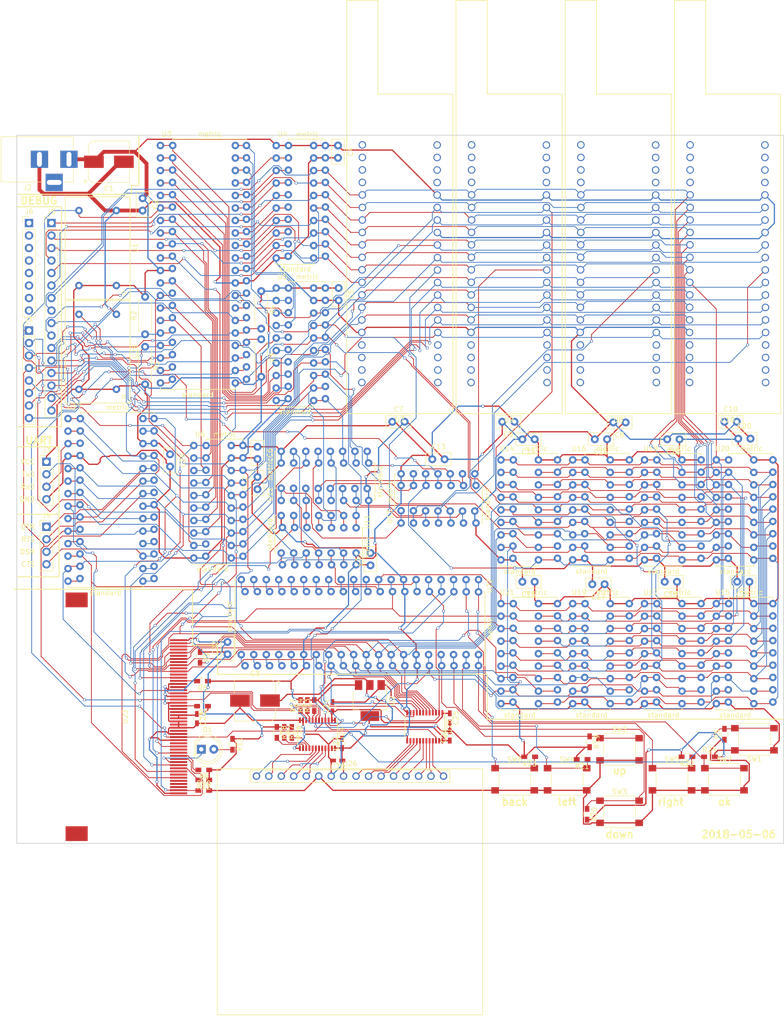
<source format=kicad_pcb>
(kicad_pcb (version 4) (host pcbnew 4.0.7)
  (layers (0 F.Cu signal) (31 B.Cu signal) (34 B.Paste user) (35 F.Paste user) (36 B.SilkS user) (37 F.SilkS user) (38 B.Mask user) (39 F.Mask user) (44 Edge.Cuts user))
  (net 0 "")
  (net 1 VCC)
  (net 2 GND)
  (net 3 +3V3)
  (net 4 "Net-(D1-Pad1)")
  (net 5 "Net-(D1-Pad2)")
  (net 6 /EXP_EN)
  (net 7 "Net-(J1-Pad2)")
  (net 8 "Net-(J1-Pad3)")
  (net 9 /WR)
  (net 10 /RD)
  (net 11 "Net-(J1-Pad6)")
  (net 12 "Net-(J1-Pad7)")
  (net 13 "Net-(J1-Pad8)")
  (net 14 "Net-(J2-Pad3)")
  (net 15 /UART/TxD)
  (net 16 /UART/RxD)
  (net 17 /UART//DTR)
  (net 18 /UART//RTS)
  (net 19 /UART//DSR)
  (net 20 /UART//CTS)
  (net 21 /A0)
  (net 22 /A1)
  (net 23 /A2)
  (net 24 /A3)
  (net 25 /A4)
  (net 26 /A5)
  (net 27 /A6)
  (net 28 /A7)
  (net 29 /A8)
  (net 30 /A9)
  (net 31 /A10)
  (net 32 /A11)
  (net 33 A12)
  (net 34 A13)
  (net 35 A14)
  (net 36 A15)
  (net 37 /D0)
  (net 38 /D1)
  (net 39 /D2)
  (net 40 /D3)
  (net 41 /D4)
  (net 42 /D5)
  (net 43 /D6)
  (net 44 /D7)
  (net 45 /PB0)
  (net 46 /PB1)
  (net 47 /PB2)
  (net 48 /PB3)
  (net 49 /PB4)
  (net 50 /PB5)
  (net 51 /PB6)
  (net 52 /PB7)
  (net 53 /PC0)
  (net 54 /PC1)
  (net 55 /PC2)
  (net 56 /PC3)
  (net 57 /PC4)
  (net 58 /PC5)
  (net 59 /PC6)
  (net 60 /PC7)
  (net 61 "Net-(R3-Pad1)")
  (net 62 /RESET)
  (net 63 "Net-(R6-Pad2)")
  (net 64 "Net-(R7-Pad2)")
  (net 65 "Net-(R8-Pad2)")
  (net 66 /PA1)
  (net 67 /PA0)
  (net 68 "Net-(R12-Pad2)")
  (net 69 "Net-(R13-Pad1)")
  (net 70 "Net-(R14-Pad1)")
  (net 71 "Net-(R15-Pad1)")
  (net 72 "Net-(R16-Pad2)")
  (net 73 "Net-(R17-Pad2)")
  (net 74 "Net-(R18-Pad2)")
  (net 75 /Buttons/PA7)
  (net 76 /Buttons/PA6)
  (net 77 /Buttons/PA5)
  (net 78 /Buttons/PA4)
  (net 79 /Buttons/PA3)
  (net 80 /Buttons/PA2)
  (net 81 CLK)
  (net 82 "Net-(U3-Pad20)")
  (net 83 "Net-(U3-Pad19)")
  (net 84 "Net-(U3-Pad15)")
  (net 85 "Net-(U3-Pad27)")
  (net 86 "Net-(U3-Pad28)")
  (net 87 "Net-(U3-Pad30)")
  (net 88 "Net-(U3-Pad14)")
  (net 89 "Net-(U3-Pad13)")
  (net 90 "Net-(U3-Pad12)")
  (net 91 "Net-(U3-Pad31)")
  (net 92 "Net-(U3-Pad32)")
  (net 93 "Net-(U3-Pad10)")
  (net 94 "Net-(U3-Pad9)")
  (net 95 "Net-(U3-Pad8)")
  (net 96 "Net-(U3-Pad33)")
  (net 97 "Net-(U3-Pad34)")
  (net 98 "Net-(U3-Pad35)")
  (net 99 "Net-(U3-Pad36)")
  (net 100 "Net-(U3-Pad37)")
  (net 101 "Net-(U3-Pad38)")
  (net 102 "Net-(U3-Pad39)")
  (net 103 "Net-(U3-Pad40)")
  (net 104 "Net-(U3-Pad7)")
  (net 105 "Net-(U3-Pad5)")
  (net 106 "Net-(U3-Pad4)")
  (net 107 "Net-(U3-Pad3)")
  (net 108 "Net-(U3-Pad2)")
  (net 109 "Net-(U3-Pad1)")
  (net 110 /Decoding//ROM0_EN)
  (net 111 /Decoding//ROM2_EN)
  (net 112 /Decoding//ROM1_EN)
  (net 113 /Decoding//ROM3_EN)
  (net 114 /Decoding//DISPLAY_EN)
  (net 115 "Net-(U11-Pad9)")
  (net 116 /Decoding//UART_EN)
  (net 117 "Net-(U11-Pad11)")
  (net 118 /Decoding//PIO_EN)
  (net 119 "Net-(U11-Pad13)")
  (net 120 /CompactFlash//CF_EN)
  (net 121 "Net-(U11-Pad5)")
  (net 122 "Net-(U11-Pad4)")
  (net 123 "Net-(U11-Pad2)")
  (net 124 "Net-(U12-Pad9)")
  (net 125 "Net-(U12-Pad7)")
  (net 126 "Net-(U12-Pad6)")
  (net 127 "Net-(U12-Pad5)")
  (net 128 "Net-(U12-Pad4)")
  (net 129 "Net-(U12-Pad1)")
  (net 130 /Decoding//RAM_EN)
  (net 131 "Net-(U23-Pad49)")
  (net 132 "Net-(U23-Pad48)")
  (net 133 "Net-(U23-Pad47)")
  (net 134 "Net-(U23-Pad43)")
  (net 135 "Net-(U23-Pad42)")
  (net 136 "Net-(U23-Pad40)")
  (net 137 "Net-(U23-Pad37)")
  (net 138 "Net-(U23-Pad33)")
  (net 139 "Net-(U23-Pad31)")
  (net 140 "Net-(U23-Pad30)")
  (net 141 "Net-(U23-Pad29)")
  (net 142 "Net-(U23-Pad28)")
  (net 143 "Net-(U23-Pad27)")
  (net 144 "Net-(U23-Pad24)")
  (net 145 "Net-(U24-Pad17)")
  (net 146 "Net-(U24-Pad18)")
  (net 147 "Net-(U24-Pad19)")
  (net 148 "Net-(U24-Pad20)")
  (net 149 "Net-(U24-Pad21)")
  (net 150 "Net-(U25-Pad14)")
  (net 151 "Net-(U25-Pad15)")
  (net 152 "Net-(U25-Pad16)")
  (net 153 "Net-(U25-Pad17)")
  (net 154 "Net-(U25-Pad18)")
  (net 155 "Net-(U25-Pad19)")
  (net 156 "Net-(U25-Pad20)")
  (net 157 "Net-(U25-Pad21)")
  (net 158 "Net-(U27-Pad15)")
  (net 159 "Net-(U27-Pad16)")
  (net 160 "Net-(U27-Pad18)")
  (net 161 "Net-(U27-Pad14)")
  (net 162 "Net-(U27-Pad25)")
  (net 163 "Net-(J6-Pad1)")
  (net 164 "Net-(J6-Pad2)")
  (net 165 "Net-(J6-Pad3)")
  (net 166 "Net-(J6-Pad4)")
  (net 167 "Net-(J6-Pad5)")
  (net 168 "Net-(J6-Pad6)")
  (net 169 "Net-(J6-Pad7)")
  (net 170 "Net-(J6-Pad8)")
  (module ussr:OSC (layer F.Cu) (at 60.452 64.008 90)
    (fp_text reference U28 (at 0 7.62 90) (layer F.SilkS))
    (fp_text value "1.8432 MHz")
    (pad 7 thru_hole circle (at 7.62 3.81 90) (size 1.524 1.524) (drill 0.762) (layers *.Cu *.Mask) (net 2 GND))
    (pad 8 thru_hole circle (at 7.62 -3.81 90) (size 1.524 1.524) (drill 0.762) (layers *.Cu *.Mask) (net 162 "Net-(U27-Pad25)"))
    (pad 14 thru_hole circle (at -7.62 -3.81 90) (size 1.524 1.524) (drill 0.762) (layers *.Cu *.Mask) (net 1 VCC))
    (pad 1 thru_hole circle (at -7.62 3.81 90) (size 1.524 1.524) (drill 0.762) (layers *.Cu *.Mask) (net 1 VCC))
  )
  (module ussr:HYBRID_DIP40 (layer F.Cu) (at 82.296 46.228)
    (fp_text reference U3 (at -7.806 -26.426) (layer F.SilkS))
    (fp_text value Z80CPU)
    (fp_text user standard (at -1.5 26.5) (layer F.SilkS))
    (fp_text user metric (at 0.95 -26.45) (layer F.SilkS))
    (pad 21 thru_hole circle (at 6.164 24.12) (size 1.524 1.524) (drill 0.762) (layers *.Cu *.Mask) (net 10 /RD))
    (pad 22 thru_hole circle (at 6.164 21.58) (size 1.524 1.524) (drill 0.762) (layers *.Cu *.Mask) (net 9 /WR))
    (pad 23 thru_hole circle (at 6.164 19.04) (size 1.524 1.524) (drill 0.762) (layers *.Cu *.Mask) (net 7 "Net-(J1-Pad2)"))
    (pad 24 thru_hole circle (at 6.164 16.5) (size 1.524 1.524) (drill 0.762) (layers *.Cu *.Mask) (net 61 "Net-(R3-Pad1)"))
    (pad 25 thru_hole circle (at 6.164 13.96) (size 1.524 1.524) (drill 0.762) (layers *.Cu *.Mask) (net 8 "Net-(J1-Pad3)"))
    (pad 26 thru_hole circle (at 6.164 11.42) (size 1.524 1.524) (drill 0.762) (layers *.Cu *.Mask) (net 62 /RESET))
    (pad 20 thru_hole circle (at -9.076 24.12) (size 1.524 1.524) (drill 0.762) (layers *.Cu *.Mask) (net 82 "Net-(U3-Pad20)"))
    (pad 19 thru_hole circle (at -9.076 21.58) (size 1.524 1.524) (drill 0.762) (layers *.Cu *.Mask) (net 83 "Net-(U3-Pad19)"))
    (pad 18 thru_hole circle (at -9.076 19.04) (size 1.524 1.524) (drill 0.762) (layers *.Cu *.Mask) (net 11 "Net-(J1-Pad6)"))
    (pad 17 thru_hole circle (at -9.076 16.5) (size 1.524 1.524) (drill 0.762) (layers *.Cu *.Mask) (net 13 "Net-(J1-Pad8)"))
    (pad 16 thru_hole circle (at -9.076 13.96) (size 1.524 1.524) (drill 0.762) (layers *.Cu *.Mask) (net 12 "Net-(J1-Pad7)"))
    (pad 15 thru_hole circle (at -9.076 11.42) (size 1.524 1.524) (drill 0.762) (layers *.Cu *.Mask) (net 84 "Net-(U3-Pad15)"))
    (pad 21 thru_hole circle (at 8.424 23.36) (size 1.524 1.524) (drill 0.762) (layers *.Cu *.Mask) (net 10 /RD))
    (pad 22 thru_hole circle (at 8.424 20.86) (size 1.524 1.524) (drill 0.762) (layers *.Cu *.Mask) (net 9 /WR))
    (pad 23 thru_hole circle (at 8.424 18.36) (size 1.524 1.524) (drill 0.762) (layers *.Cu *.Mask) (net 7 "Net-(J1-Pad2)"))
    (pad 24 thru_hole circle (at 8.424 15.86) (size 1.524 1.524) (drill 0.762) (layers *.Cu *.Mask) (net 61 "Net-(R3-Pad1)"))
    (pad 25 thru_hole circle (at 8.424 13.36) (size 1.524 1.524) (drill 0.762) (layers *.Cu *.Mask) (net 8 "Net-(J1-Pad3)"))
    (pad 26 thru_hole circle (at 8.424 10.86) (size 1.524 1.524) (drill 0.762) (layers *.Cu *.Mask) (net 62 /RESET))
    (pad 20 thru_hole circle (at -6.6427 23.35806) (size 1.524 1.524) (drill 0.762) (layers *.Cu *.Mask) (net 82 "Net-(U3-Pad20)"))
    (pad 19 thru_hole circle (at -6.6427 20.85806) (size 1.524 1.524) (drill 0.762) (layers *.Cu *.Mask) (net 83 "Net-(U3-Pad19)"))
    (pad 18 thru_hole circle (at -6.6427 18.35806) (size 1.524 1.524) (drill 0.762) (layers *.Cu *.Mask) (net 11 "Net-(J1-Pad6)"))
    (pad 17 thru_hole circle (at -6.6427 15.85806) (size 1.524 1.524) (drill 0.762) (layers *.Cu *.Mask) (net 13 "Net-(J1-Pad8)"))
    (pad 16 thru_hole circle (at -6.6427 13.35806) (size 1.524 1.524) (drill 0.762) (layers *.Cu *.Mask) (net 12 "Net-(J1-Pad7)"))
    (pad 15 thru_hole circle (at -6.6427 10.85806) (size 1.524 1.524) (drill 0.762) (layers *.Cu *.Mask) (net 84 "Net-(U3-Pad15)"))
    (pad 27 thru_hole circle (at 8.424 8.36) (size 1.524 1.524) (drill 0.762) (layers *.Cu *.Mask) (net 85 "Net-(U3-Pad27)"))
    (pad 28 thru_hole circle (at 8.424 5.86) (size 1.524 1.524) (drill 0.762) (layers *.Cu *.Mask) (net 86 "Net-(U3-Pad28)"))
    (pad 29 thru_hole circle (at 8.424 3.36) (size 1.524 1.524) (drill 0.762) (layers *.Cu *.Mask) (net 2 GND))
    (pad 30 thru_hole circle (at 8.424 0.86) (size 1.524 1.524) (drill 0.762) (layers *.Cu *.Mask) (net 87 "Net-(U3-Pad30)"))
    (pad 27 thru_hole circle (at 6.164 8.88) (size 1.524 1.524) (drill 0.762) (layers *.Cu *.Mask) (net 85 "Net-(U3-Pad27)"))
    (pad 28 thru_hole circle (at 6.164 6.34) (size 1.524 1.524) (drill 0.762) (layers *.Cu *.Mask) (net 86 "Net-(U3-Pad28)"))
    (pad 29 thru_hole circle (at 6.164 3.8) (size 1.524 1.524) (drill 0.762) (layers *.Cu *.Mask) (net 2 GND))
    (pad 30 thru_hole circle (at 6.164 1.26) (size 1.524 1.524) (drill 0.762) (layers *.Cu *.Mask) (net 87 "Net-(U3-Pad30)"))
    (pad 14 thru_hole circle (at -9.076 8.88) (size 1.524 1.524) (drill 0.762) (layers *.Cu *.Mask) (net 88 "Net-(U3-Pad14)"))
    (pad 13 thru_hole circle (at -9.076 6.34) (size 1.524 1.524) (drill 0.762) (layers *.Cu *.Mask) (net 89 "Net-(U3-Pad13)"))
    (pad 12 thru_hole circle (at -9.076 3.8) (size 1.524 1.524) (drill 0.762) (layers *.Cu *.Mask) (net 90 "Net-(U3-Pad12)"))
    (pad 11 thru_hole circle (at -9.076 1.26) (size 1.524 1.524) (drill 0.762) (layers *.Cu *.Mask) (net 1 VCC))
    (pad 14 thru_hole circle (at -6.6427 8.35806) (size 1.524 1.524) (drill 0.762) (layers *.Cu *.Mask) (net 88 "Net-(U3-Pad14)"))
    (pad 13 thru_hole circle (at -6.6427 5.85806) (size 1.524 1.524) (drill 0.762) (layers *.Cu *.Mask) (net 89 "Net-(U3-Pad13)"))
    (pad 12 thru_hole circle (at -6.6427 3.35806) (size 1.524 1.524) (drill 0.762) (layers *.Cu *.Mask) (net 90 "Net-(U3-Pad12)"))
    (pad 11 thru_hole circle (at -6.6427 0.85806) (size 1.524 1.524) (drill 0.762) (layers *.Cu *.Mask) (net 1 VCC))
    (pad 31 thru_hole circle (at 8.424 -1.64) (size 1.524 1.524) (drill 0.762) (layers *.Cu *.Mask) (net 91 "Net-(U3-Pad31)"))
    (pad 32 thru_hole circle (at 8.424 -4.14) (size 1.524 1.524) (drill 0.762) (layers *.Cu *.Mask) (net 92 "Net-(U3-Pad32)"))
    (pad 10 thru_hole circle (at -6.6427 -1.64194) (size 1.524 1.524) (drill 0.762) (layers *.Cu *.Mask) (net 93 "Net-(U3-Pad10)"))
    (pad 9 thru_hole circle (at -6.6427 -4.14194) (size 1.524 1.524) (drill 0.762) (layers *.Cu *.Mask) (net 94 "Net-(U3-Pad9)"))
    (pad 31 thru_hole circle (at 6.164 -1.28) (size 1.524 1.524) (drill 0.762) (layers *.Cu *.Mask) (net 91 "Net-(U3-Pad31)"))
    (pad 32 thru_hole circle (at 6.164 -3.82) (size 1.524 1.524) (drill 0.762) (layers *.Cu *.Mask) (net 92 "Net-(U3-Pad32)"))
    (pad 10 thru_hole circle (at -9.076 -1.28) (size 1.524 1.524) (drill 0.762) (layers *.Cu *.Mask) (net 93 "Net-(U3-Pad10)"))
    (pad 9 thru_hole circle (at -9.076 -3.82) (size 1.524 1.524) (drill 0.762) (layers *.Cu *.Mask) (net 94 "Net-(U3-Pad9)"))
    (pad 8 thru_hole circle (at -9.076 -6.36) (size 1.524 1.524) (drill 0.762) (layers *.Cu *.Mask) (net 95 "Net-(U3-Pad8)"))
    (pad 33 thru_hole circle (at 8.424 -6.64) (size 1.524 1.524) (drill 0.762) (layers *.Cu *.Mask) (net 96 "Net-(U3-Pad33)"))
    (pad 34 thru_hole circle (at 8.424 -9.14) (size 1.524 1.524) (drill 0.762) (layers *.Cu *.Mask) (net 97 "Net-(U3-Pad34)"))
    (pad 35 thru_hole circle (at 8.424 -11.64) (size 1.524 1.524) (drill 0.762) (layers *.Cu *.Mask) (net 98 "Net-(U3-Pad35)"))
    (pad 36 thru_hole circle (at 8.424 -14.14) (size 1.524 1.524) (drill 0.762) (layers *.Cu *.Mask) (net 99 "Net-(U3-Pad36)"))
    (pad 37 thru_hole circle (at 8.424 -16.64) (size 1.524 1.524) (drill 0.762) (layers *.Cu *.Mask) (net 100 "Net-(U3-Pad37)"))
    (pad 38 thru_hole circle (at 8.424 -19.14) (size 1.524 1.524) (drill 0.762) (layers *.Cu *.Mask) (net 101 "Net-(U3-Pad38)"))
    (pad 39 thru_hole circle (at 8.424 -21.64) (size 1.524 1.524) (drill 0.762) (layers *.Cu *.Mask) (net 102 "Net-(U3-Pad39)"))
    (pad 40 thru_hole circle (at 8.424 -24.14) (size 1.524 1.524) (drill 0.762) (layers *.Cu *.Mask) (net 103 "Net-(U3-Pad40)"))
    (pad 8 thru_hole circle (at -6.6427 -6.64194) (size 1.524 1.524) (drill 0.762) (layers *.Cu *.Mask) (net 95 "Net-(U3-Pad8)"))
    (pad 7 thru_hole circle (at -6.6427 -9.14576) (size 1.524 1.524) (drill 0.762) (layers *.Cu *.Mask) (net 104 "Net-(U3-Pad7)"))
    (pad 6 thru_hole circle (at -6.6427 -11.63624) (size 1.524 1.524) (drill 0.762) (layers *.Cu *.Mask) (net 81 CLK))
    (pad 5 thru_hole circle (at -6.62936 -14.14132) (size 1.524 1.524) (drill 0.762) (layers *.Cu *.Mask) (net 105 "Net-(U3-Pad5)"))
    (pad 4 thru_hole circle (at -6.61602 -16.63306) (size 1.524 1.524) (drill 0.762) (layers *.Cu *.Mask) (net 106 "Net-(U3-Pad4)"))
    (pad 3 thru_hole circle (at -6.60268 -19.1394) (size 1.524 1.524) (drill 0.762) (layers *.Cu *.Mask) (net 107 "Net-(U3-Pad3)"))
    (pad 2 thru_hole circle (at -6.58934 -21.6324) (size 1.524 1.524) (drill 0.762) (layers *.Cu *.Mask) (net 108 "Net-(U3-Pad2)"))
    (pad 1 thru_hole circle (at -6.576 -24.14) (size 1.524 1.524) (drill 0.762) (layers *.Cu *.Mask) (net 109 "Net-(U3-Pad1)"))
    (pad 40 thru_hole circle (at 6.164 -24.14) (size 1.524 1.524) (drill 0.762) (layers *.Cu *.Mask) (net 103 "Net-(U3-Pad40)"))
    (pad 39 thru_hole circle (at 6.164 -21.6) (size 1.524 1.524) (drill 0.762) (layers *.Cu *.Mask) (net 102 "Net-(U3-Pad39)"))
    (pad 38 thru_hole circle (at 6.164 -19.06) (size 1.524 1.524) (drill 0.762) (layers *.Cu *.Mask) (net 101 "Net-(U3-Pad38)"))
    (pad 37 thru_hole circle (at 6.164 -16.52) (size 1.524 1.524) (drill 0.762) (layers *.Cu *.Mask) (net 100 "Net-(U3-Pad37)"))
    (pad 36 thru_hole circle (at 6.164 -13.98) (size 1.524 1.524) (drill 0.762) (layers *.Cu *.Mask) (net 99 "Net-(U3-Pad36)"))
    (pad 35 thru_hole circle (at 6.164 -11.44) (size 1.524 1.524) (drill 0.762) (layers *.Cu *.Mask) (net 98 "Net-(U3-Pad35)"))
    (pad 34 thru_hole circle (at 6.164 -8.9) (size 1.524 1.524) (drill 0.762) (layers *.Cu *.Mask) (net 97 "Net-(U3-Pad34)"))
    (pad 33 thru_hole circle (at 6.164 -6.36) (size 1.524 1.524) (drill 0.762) (layers *.Cu *.Mask) (net 96 "Net-(U3-Pad33)"))
    (pad 7 thru_hole circle (at -9.076 -8.9) (size 1.524 1.524) (drill 0.762) (layers *.Cu *.Mask) (net 104 "Net-(U3-Pad7)"))
    (pad 6 thru_hole circle (at -9.076 -11.44) (size 1.524 1.524) (drill 0.762) (layers *.Cu *.Mask) (net 81 CLK))
    (pad 5 thru_hole circle (at -9.076 -13.98) (size 1.524 1.524) (drill 0.762) (layers *.Cu *.Mask) (net 105 "Net-(U3-Pad5)"))
    (pad 4 thru_hole circle (at -9.076 -16.52) (size 1.524 1.524) (drill 0.762) (layers *.Cu *.Mask) (net 106 "Net-(U3-Pad4)"))
    (pad 3 thru_hole circle (at -9.076 -19.06) (size 1.524 1.524) (drill 0.762) (layers *.Cu *.Mask) (net 107 "Net-(U3-Pad3)"))
    (pad 2 thru_hole circle (at -9.076 -21.6) (size 1.524 1.524) (drill 0.762) (layers *.Cu *.Mask) (net 108 "Net-(U3-Pad2)"))
    (pad 1 thru_hole circle (at -9.076 -24.14) (size 1.524 1.524) (drill 0.762) (layers *.Cu *.Mask) (net 109 "Net-(U3-Pad1)"))
  )
  (module ussr:HYBRID_DIP28 (layer F.Cu) (at 63.5 93.98)
    (fp_text reference U27 (at -7.806 -18.676) (layer F.SilkS))
    (fp_text value KR580VV51A)
    (fp_text user standard (at -1.5 19) (layer F.SilkS))
    (fp_text user metric (at 0.95 -18.7) (layer F.SilkS))
    (pad 15 thru_hole circle (at 8.424 16.11) (size 1.524 1.524) (drill 0.762) (layers *.Cu *.Mask) (net 158 "Net-(U27-Pad15)"))
    (pad 16 thru_hole circle (at 8.424 13.61) (size 1.524 1.524) (drill 0.762) (layers *.Cu *.Mask) (net 159 "Net-(U27-Pad16)"))
    (pad 17 thru_hole circle (at 8.424 11.11) (size 1.524 1.524) (drill 0.762) (layers *.Cu *.Mask) (net 20 /UART//CTS))
    (pad 18 thru_hole circle (at 8.424 8.61) (size 1.524 1.524) (drill 0.762) (layers *.Cu *.Mask) (net 160 "Net-(U27-Pad18)"))
    (pad 15 thru_hole circle (at 6.164 16.63) (size 1.524 1.524) (drill 0.762) (layers *.Cu *.Mask) (net 158 "Net-(U27-Pad15)"))
    (pad 16 thru_hole circle (at 6.164 14.09) (size 1.524 1.524) (drill 0.762) (layers *.Cu *.Mask) (net 159 "Net-(U27-Pad16)"))
    (pad 17 thru_hole circle (at 6.164 11.55) (size 1.524 1.524) (drill 0.762) (layers *.Cu *.Mask) (net 20 /UART//CTS))
    (pad 18 thru_hole circle (at 6.164 9.01) (size 1.524 1.524) (drill 0.762) (layers *.Cu *.Mask) (net 160 "Net-(U27-Pad18)"))
    (pad 14 thru_hole circle (at -9.076 16.63) (size 1.524 1.524) (drill 0.762) (layers *.Cu *.Mask) (net 161 "Net-(U27-Pad14)"))
    (pad 13 thru_hole circle (at -9.076 14.09) (size 1.524 1.524) (drill 0.762) (layers *.Cu *.Mask) (net 10 /RD))
    (pad 12 thru_hole circle (at -9.076 11.55) (size 1.524 1.524) (drill 0.762) (layers *.Cu *.Mask) (net 21 /A0))
    (pad 11 thru_hole circle (at -9.076 9.01) (size 1.524 1.524) (drill 0.762) (layers *.Cu *.Mask) (net 116 /Decoding//UART_EN))
    (pad 14 thru_hole circle (at -6.6427 16.10806) (size 1.524 1.524) (drill 0.762) (layers *.Cu *.Mask) (net 161 "Net-(U27-Pad14)"))
    (pad 13 thru_hole circle (at -6.6427 13.60806) (size 1.524 1.524) (drill 0.762) (layers *.Cu *.Mask) (net 10 /RD))
    (pad 12 thru_hole circle (at -6.6427 11.10806) (size 1.524 1.524) (drill 0.762) (layers *.Cu *.Mask) (net 21 /A0))
    (pad 11 thru_hole circle (at -6.6427 8.60806) (size 1.524 1.524) (drill 0.762) (layers *.Cu *.Mask) (net 116 /Decoding//UART_EN))
    (pad 19 thru_hole circle (at 8.424 6.11) (size 1.524 1.524) (drill 0.762) (layers *.Cu *.Mask) (net 15 /UART/TxD))
    (pad 20 thru_hole circle (at 8.424 3.61) (size 1.524 1.524) (drill 0.762) (layers *.Cu *.Mask) (net 81 CLK))
    (pad 10 thru_hole circle (at -6.6427 6.10806) (size 1.524 1.524) (drill 0.762) (layers *.Cu *.Mask) (net 9 /WR))
    (pad 9 thru_hole circle (at -6.6427 3.60806) (size 1.524 1.524) (drill 0.762) (layers *.Cu *.Mask) (net 162 "Net-(U27-Pad25)"))
    (pad 19 thru_hole circle (at 6.164 6.47) (size 1.524 1.524) (drill 0.762) (layers *.Cu *.Mask) (net 15 /UART/TxD))
    (pad 20 thru_hole circle (at 6.164 3.93) (size 1.524 1.524) (drill 0.762) (layers *.Cu *.Mask) (net 81 CLK))
    (pad 10 thru_hole circle (at -9.076 6.47) (size 1.524 1.524) (drill 0.762) (layers *.Cu *.Mask) (net 9 /WR))
    (pad 9 thru_hole circle (at -9.076 3.93) (size 1.524 1.524) (drill 0.762) (layers *.Cu *.Mask) (net 162 "Net-(U27-Pad25)"))
    (pad 8 thru_hole circle (at -9.076 1.39) (size 1.524 1.524) (drill 0.762) (layers *.Cu *.Mask) (net 44 /D7))
    (pad 21 thru_hole circle (at 8.424 1.11) (size 1.524 1.524) (drill 0.762) (layers *.Cu *.Mask) (net 2 GND))
    (pad 22 thru_hole circle (at 8.424 -1.39) (size 1.524 1.524) (drill 0.762) (layers *.Cu *.Mask) (net 19 /UART//DSR))
    (pad 23 thru_hole circle (at 8.424 -3.89) (size 1.524 1.524) (drill 0.762) (layers *.Cu *.Mask) (net 18 /UART//RTS))
    (pad 24 thru_hole circle (at 8.424 -6.39) (size 1.524 1.524) (drill 0.762) (layers *.Cu *.Mask) (net 17 /UART//DTR))
    (pad 25 thru_hole circle (at 8.424 -8.89) (size 1.524 1.524) (drill 0.762) (layers *.Cu *.Mask) (net 162 "Net-(U27-Pad25)"))
    (pad 26 thru_hole circle (at 8.424 -11.39) (size 1.524 1.524) (drill 0.762) (layers *.Cu *.Mask) (net 1 VCC))
    (pad 27 thru_hole circle (at 8.424 -13.89) (size 1.524 1.524) (drill 0.762) (layers *.Cu *.Mask) (net 37 /D0))
    (pad 28 thru_hole circle (at 8.424 -16.39) (size 1.524 1.524) (drill 0.762) (layers *.Cu *.Mask) (net 38 /D1))
    (pad 8 thru_hole circle (at -6.6427 1.10806) (size 1.524 1.524) (drill 0.762) (layers *.Cu *.Mask) (net 44 /D7))
    (pad 7 thru_hole circle (at -6.6427 -1.39576) (size 1.524 1.524) (drill 0.762) (layers *.Cu *.Mask) (net 43 /D6))
    (pad 6 thru_hole circle (at -6.6427 -3.88624) (size 1.524 1.524) (drill 0.762) (layers *.Cu *.Mask) (net 42 /D5))
    (pad 5 thru_hole circle (at -6.62936 -6.39132) (size 1.524 1.524) (drill 0.762) (layers *.Cu *.Mask) (net 41 /D4))
    (pad 4 thru_hole circle (at -6.61602 -8.88306) (size 1.524 1.524) (drill 0.762) (layers *.Cu *.Mask) (net 2 GND))
    (pad 3 thru_hole circle (at -6.60268 -11.3894) (size 1.524 1.524) (drill 0.762) (layers *.Cu *.Mask) (net 16 /UART/RxD))
    (pad 2 thru_hole circle (at -6.58934 -13.8824) (size 1.524 1.524) (drill 0.762) (layers *.Cu *.Mask) (net 40 /D3))
    (pad 1 thru_hole circle (at -6.576 -16.39) (size 1.524 1.524) (drill 0.762) (layers *.Cu *.Mask) (net 39 /D2))
    (pad 28 thru_hole circle (at 6.164 -16.39) (size 1.524 1.524) (drill 0.762) (layers *.Cu *.Mask) (net 38 /D1))
    (pad 27 thru_hole circle (at 6.164 -13.85) (size 1.524 1.524) (drill 0.762) (layers *.Cu *.Mask) (net 37 /D0))
    (pad 26 thru_hole circle (at 6.164 -11.31) (size 1.524 1.524) (drill 0.762) (layers *.Cu *.Mask) (net 1 VCC))
    (pad 25 thru_hole circle (at 6.164 -8.77) (size 1.524 1.524) (drill 0.762) (layers *.Cu *.Mask) (net 162 "Net-(U27-Pad25)"))
    (pad 24 thru_hole circle (at 6.164 -6.23) (size 1.524 1.524) (drill 0.762) (layers *.Cu *.Mask) (net 17 /UART//DTR))
    (pad 23 thru_hole circle (at 6.164 -3.69) (size 1.524 1.524) (drill 0.762) (layers *.Cu *.Mask) (net 18 /UART//RTS))
    (pad 22 thru_hole circle (at 6.164 -1.15) (size 1.524 1.524) (drill 0.762) (layers *.Cu *.Mask) (net 19 /UART//DSR))
    (pad 21 thru_hole circle (at 6.164 1.39) (size 1.524 1.524) (drill 0.762) (layers *.Cu *.Mask) (net 2 GND))
    (pad 7 thru_hole circle (at -9.076 -1.15) (size 1.524 1.524) (drill 0.762) (layers *.Cu *.Mask) (net 43 /D6))
    (pad 6 thru_hole circle (at -9.076 -3.69) (size 1.524 1.524) (drill 0.762) (layers *.Cu *.Mask) (net 42 /D5))
    (pad 5 thru_hole circle (at -9.076 -6.23) (size 1.524 1.524) (drill 0.762) (layers *.Cu *.Mask) (net 41 /D4))
    (pad 4 thru_hole circle (at -9.076 -8.77) (size 1.524 1.524) (drill 0.762) (layers *.Cu *.Mask) (net 2 GND))
    (pad 3 thru_hole circle (at -9.076 -11.31) (size 1.524 1.524) (drill 0.762) (layers *.Cu *.Mask) (net 16 /UART/RxD))
    (pad 2 thru_hole circle (at -9.076 -13.85) (size 1.524 1.524) (drill 0.762) (layers *.Cu *.Mask) (net 40 /D3))
    (pad 1 thru_hole circle (at -9.076 -16.39) (size 1.524 1.524) (drill 0.762) (layers *.Cu *.Mask) (net 39 /D2))
  )
  (module Pin_Headers:Pin_Header_Straight_1x08_Pitch2.54mm (layer F.Cu) (at 46.482 37.846)
    (fp_text reference J6 (at 0 -2.33) (layer F.SilkS))
    (fp_text value Conn_01x08)
    (pad 1 thru_hole rect (at 0 0) (size 1.7 1.7) (drill 1) (layers *.Cu *.Mask) (net 163 "Net-(J6-Pad1)"))
    (pad 2 thru_hole oval (at 0 2.54) (size 1.7 1.7) (drill 1) (layers *.Cu *.Mask) (net 164 "Net-(J6-Pad2)"))
    (pad 3 thru_hole oval (at 0 5.08) (size 1.7 1.7) (drill 1) (layers *.Cu *.Mask) (net 165 "Net-(J6-Pad3)"))
    (pad 4 thru_hole oval (at 0 7.62) (size 1.7 1.7) (drill 1) (layers *.Cu *.Mask) (net 166 "Net-(J6-Pad4)"))
    (pad 5 thru_hole oval (at 0 10.16) (size 1.7 1.7) (drill 1) (layers *.Cu *.Mask) (net 167 "Net-(J6-Pad5)"))
    (pad 6 thru_hole oval (at 0 12.7) (size 1.7 1.7) (drill 1) (layers *.Cu *.Mask) (net 168 "Net-(J6-Pad6)"))
    (pad 7 thru_hole oval (at 0 15.24) (size 1.7 1.7) (drill 1) (layers *.Cu *.Mask) (net 169 "Net-(J6-Pad7)"))
    (pad 8 thru_hole oval (at 0 17.78) (size 1.7 1.7) (drill 1) (layers *.Cu *.Mask) (net 170 "Net-(J6-Pad8)"))
  )
  (module ussr:CF (layer F.Cu) (at 66.548 138.176 270)
    (fp_text reference U23 (at 0 0.5 270) (layer F.SilkS))
    (fp_text value CF)
    (pad 50 smd rect (at 15.555 -10.375 270) (size 0.4 3.5) (layers F.Cu F.Paste F.Mask) (net 2 GND))
    (pad 49 smd rect (at 14.285 -10.375 270) (size 0.4 3.5) (layers F.Cu F.Paste F.Mask) (net 131 "Net-(U23-Pad49)"))
    (pad 48 smd rect (at 13.015 -10.375 270) (size 0.4 3.5) (layers F.Cu F.Paste F.Mask) (net 132 "Net-(U23-Pad48)"))
    (pad 47 smd rect (at 11.745 -10.375 270) (size 0.4 3.5) (layers F.Cu F.Paste F.Mask) (net 133 "Net-(U23-Pad47)"))
    (pad 46 smd rect (at 10.475 -10.375 270) (size 0.4 3.5) (layers F.Cu F.Paste F.Mask) (net 68 "Net-(R12-Pad2)"))
    (pad 45 smd rect (at 9.205 -10.375 270) (size 0.4 3.5) (layers F.Cu F.Paste F.Mask) (net 4 "Net-(D1-Pad1)"))
    (pad 44 smd rect (at 7.935 -10.375 270) (size 0.4 3.5) (layers F.Cu F.Paste F.Mask) (net 65 "Net-(R8-Pad2)"))
    (pad 43 smd rect (at 6.665 -10.375 270) (size 0.4 3.5) (layers F.Cu F.Paste F.Mask) (net 134 "Net-(U23-Pad43)"))
    (pad 42 smd rect (at 5.395 -10.375 270) (size 0.4 3.5) (layers F.Cu F.Paste F.Mask) (net 135 "Net-(U23-Pad42)"))
    (pad 41 smd rect (at 4.125 -10.375 270) (size 0.4 3.5) (layers F.Cu F.Paste F.Mask) (net 62 /RESET))
    (pad 40 smd rect (at 2.855 -10.375 270) (size 0.4 3.5) (layers F.Cu F.Paste F.Mask) (net 136 "Net-(U23-Pad40)"))
    (pad 39 smd rect (at 1.585 -10.375 270) (size 0.4 3.5) (layers F.Cu F.Paste F.Mask) (net 2 GND))
    (pad 38 smd rect (at 0.315 -10.375 270) (size 0.4 3.5) (layers F.Cu F.Paste F.Mask) (net 1 VCC))
    (pad 37 smd rect (at -0.955 -10.375 270) (size 0.4 3.5) (layers F.Cu F.Paste F.Mask) (net 137 "Net-(U23-Pad37)"))
    (pad 36 smd rect (at -2.225 -10.375 270) (size 0.4 3.5) (layers F.Cu F.Paste F.Mask) (net 64 "Net-(R7-Pad2)"))
    (pad 35 smd rect (at -3.495 -10.375 270) (size 0.4 3.5) (layers F.Cu F.Paste F.Mask) (net 9 /WR))
    (pad 34 smd rect (at -4.765 -10.375 270) (size 0.4 3.5) (layers F.Cu F.Paste F.Mask) (net 10 /RD))
    (pad 33 smd rect (at -6.035 -10.375 270) (size 0.4 3.5) (layers F.Cu F.Paste F.Mask) (net 138 "Net-(U23-Pad33)"))
    (pad 32 smd rect (at -7.305 -10.375 270) (size 0.4 3.5) (layers F.Cu F.Paste F.Mask) (net 63 "Net-(R6-Pad2)"))
    (pad 31 smd rect (at -8.575 -10.375 270) (size 0.4 3.5) (layers F.Cu F.Paste F.Mask) (net 139 "Net-(U23-Pad31)"))
    (pad 30 smd rect (at -9.845 -10.375 270) (size 0.4 3.5) (layers F.Cu F.Paste F.Mask) (net 140 "Net-(U23-Pad30)"))
    (pad 29 smd rect (at -11.115 -10.375 270) (size 0.4 3.5) (layers F.Cu F.Paste F.Mask) (net 141 "Net-(U23-Pad29)"))
    (pad 28 smd rect (at -12.385 -10.375 270) (size 0.4 3.5) (layers F.Cu F.Paste F.Mask) (net 142 "Net-(U23-Pad28)"))
    (pad 27 smd rect (at -13.655 -10.375 270) (size 0.4 3.5) (layers F.Cu F.Paste F.Mask) (net 143 "Net-(U23-Pad27)"))
    (pad 26 smd rect (at -14.925 -10.375 270) (size 0.4 3.5) (layers F.Cu F.Paste F.Mask) (net 66 /PA1))
    (pad 25 smd rect (at 14.92 -10.375 270) (size 0.4 3.5) (layers F.Cu F.Paste F.Mask) (net 67 /PA0))
    (pad 24 smd rect (at 13.65 -10.375 270) (size 0.4 3.5) (layers F.Cu F.Paste F.Mask) (net 144 "Net-(U23-Pad24)"))
    (pad 23 smd rect (at 12.38 -10.375 270) (size 0.4 3.5) (layers F.Cu F.Paste F.Mask) (net 39 /D2))
    (pad 22 smd rect (at 11.11 -10.375 270) (size 0.4 3.5) (layers F.Cu F.Paste F.Mask) (net 38 /D1))
    (pad 21 smd rect (at 9.84 -10.375 270) (size 0.4 3.5) (layers F.Cu F.Paste F.Mask) (net 37 /D0))
    (pad 20 smd rect (at 8.57 -10.375 270) (size 0.4 3.5) (layers F.Cu F.Paste F.Mask) (net 21 /A0))
    (pad 19 smd rect (at 7.3 -10.375 270) (size 0.4 3.5) (layers F.Cu F.Paste F.Mask) (net 22 /A1))
    (pad 18 smd rect (at 6.03 -10.375 270) (size 0.4 3.5) (layers F.Cu F.Paste F.Mask) (net 23 /A2))
    (pad 17 smd rect (at 4.76 -10.375 270) (size 0.4 3.5) (layers F.Cu F.Paste F.Mask) (net 2 GND))
    (pad 16 smd rect (at 3.49 -10.375 270) (size 0.4 3.5) (layers F.Cu F.Paste F.Mask) (net 2 GND))
    (pad 15 smd rect (at 2.22 -10.375 270) (size 0.4 3.5) (layers F.Cu F.Paste F.Mask) (net 2 GND))
    (pad 14 smd rect (at 0.95 -10.375 270) (size 0.4 3.5) (layers F.Cu F.Paste F.Mask) (net 2 GND))
    (pad 13 smd rect (at -0.32 -10.375 270) (size 0.4 3.5) (layers F.Cu F.Paste F.Mask) (net 1 VCC))
    (pad 12 smd rect (at -1.59 -10.375 270) (size 0.4 3.5) (layers F.Cu F.Paste F.Mask) (net 2 GND))
    (pad 11 smd rect (at -2.86 -10.375 270) (size 0.4 3.5) (layers F.Cu F.Paste F.Mask) (net 2 GND))
    (pad 10 smd rect (at -4.14 -10.375 270) (size 0.4 3.5) (layers F.Cu F.Paste F.Mask) (net 2 GND))
    (pad 9 smd rect (at -5.4 -10.375 270) (size 0.4 3.5) (layers F.Cu F.Paste F.Mask) (net 2 GND))
    (pad 8 smd rect (at -6.67 -10.375 270) (size 0.4 3.5) (layers F.Cu F.Paste F.Mask) (net 2 GND))
    (pad 7 smd rect (at -7.94 -10.375 270) (size 0.4 3.5) (layers F.Cu F.Paste F.Mask) (net 120 /CompactFlash//CF_EN))
    (pad 6 smd rect (at -9.21 -10.375 270) (size 0.4 3.5) (layers F.Cu F.Paste F.Mask) (net 44 /D7))
    (pad 5 smd rect (at -10.48 -10.375 270) (size 0.4 3.5) (layers F.Cu F.Paste F.Mask) (net 43 /D6))
    (pad 4 smd rect (at -11.75 -10.375 270) (size 0.4 3.5) (layers F.Cu F.Paste F.Mask) (net 42 /D5))
    (pad 3 smd rect (at -13.02 -10.375 270) (size 0.4 3.5) (layers F.Cu F.Paste F.Mask) (net 41 /D4))
    (pad 2 smd rect (at -14.29 -10.375 270) (size 0.4 3.5) (layers F.Cu F.Paste F.Mask) (net 40 /D3))
    (pad 1 smd rect (at -15.56 -10.375 270) (size 0.4 3.5) (layers F.Cu F.Paste F.Mask) (net 2 GND))
    (pad "" smd rect (at 23.75 10.375 270) (size 3 4.5) (layers F.Cu F.Paste F.Mask))
    (pad "" smd rect (at -23.75 10.375 270) (size 3 4.5) (layers F.Cu F.Paste F.Mask))
  )
  (module Resistors_SMD:R_0603_HandSoldering (layer F.Cu) (at 82.042 151.003 180)
    (fp_text reference R12 (at 0 -1.45 180) (layer F.SilkS))
    (fp_text value 10k)
    (pad 1 smd rect (at -1.1 0 180) (size 1.2 0.9) (layers F.Cu F.Paste F.Mask) (net 1 VCC))
    (pad 2 smd rect (at 1.1 0 180) (size 1.2 0.9) (layers F.Cu F.Paste F.Mask) (net 68 "Net-(R12-Pad2)"))
  )
  (module Resistors_SMD:R_0603_HandSoldering (layer F.Cu) (at 87.884 143.764 270)
    (fp_text reference R11 (at 0 -1.45 270) (layer F.SilkS))
    (fp_text value 10k)
    (pad 1 smd rect (at -1.1 0 270) (size 1.2 0.9) (layers F.Cu F.Paste F.Mask) (net 1 VCC))
    (pad 2 smd rect (at 1.1 0 270) (size 1.2 0.9) (layers F.Cu F.Paste F.Mask) (net 5 "Net-(D1-Pad2)"))
  )
  (module Resistors_SMD:R_0603_HandSoldering (layer F.Cu) (at 82.042 153.162)
    (fp_text reference R10 (at 0 -1.45) (layer F.SilkS))
    (fp_text value 10k)
    (pad 1 smd rect (at -1.1 0) (size 1.2 0.9) (layers F.Cu F.Paste F.Mask) (net 67 /PA0))
    (pad 2 smd rect (at 1.1 0) (size 1.2 0.9) (layers F.Cu F.Paste F.Mask) (net 1 VCC))
  )
  (module Resistors_SMD:R_0603_HandSoldering (layer F.Cu) (at 81.28 126.111 270)
    (fp_text reference R9 (at 0 -1.45 270) (layer F.SilkS))
    (fp_text value 10k)
    (pad 1 smd rect (at -1.1 0 270) (size 1.2 0.9) (layers F.Cu F.Paste F.Mask) (net 1 VCC))
    (pad 2 smd rect (at 1.1 0 270) (size 1.2 0.9) (layers F.Cu F.Paste F.Mask) (net 66 /PA1))
  )
  (module Resistors_SMD:R_0603_HandSoldering (layer F.Cu) (at 82.042 148.971 180)
    (fp_text reference R8 (at 0 -1.45 180) (layer F.SilkS))
    (fp_text value 10k)
    (pad 1 smd rect (at -1.1 0 180) (size 1.2 0.9) (layers F.Cu F.Paste F.Mask) (net 1 VCC))
    (pad 2 smd rect (at 1.1 0 180) (size 1.2 0.9) (layers F.Cu F.Paste F.Mask) (net 65 "Net-(R8-Pad2)"))
  )
  (module Resistors_SMD:R_0603_HandSoldering (layer F.Cu) (at 81.788 136.017 180)
    (fp_text reference R7 (at 0 -1.45 180) (layer F.SilkS))
    (fp_text value 10k)
    (pad 1 smd rect (at -1.1 0 180) (size 1.2 0.9) (layers F.Cu F.Paste F.Mask) (net 1 VCC))
    (pad 2 smd rect (at 1.1 0 180) (size 1.2 0.9) (layers F.Cu F.Paste F.Mask) (net 64 "Net-(R7-Pad2)"))
  )
  (module Resistors_SMD:R_0603_HandSoldering (layer F.Cu) (at 81.788 130.937 180)
    (fp_text reference R6 (at 0 -1.45 180) (layer F.SilkS))
    (fp_text value 10k)
    (pad 1 smd rect (at -1.1 0 180) (size 1.2 0.9) (layers F.Cu F.Paste F.Mask) (net 1 VCC))
    (pad 2 smd rect (at 1.1 0 180) (size 1.2 0.9) (layers F.Cu F.Paste F.Mask) (net 63 "Net-(R6-Pad2)"))
  )
  (module Capacitors_SMD:C_0603_HandSoldering (layer F.Cu) (at 80.645 138.557 270)
    (fp_text reference C23 (at 0 -1.25 270) (layer F.SilkS))
    (fp_text value 0.1uF)
    (pad 1 smd rect (at -0.95 0 270) (size 1.2 0.75) (layers F.Cu F.Paste F.Mask) (net 1 VCC))
    (pad 2 smd rect (at 0.95 0 270) (size 1.2 0.75) (layers F.Cu F.Paste F.Mask) (net 2 GND))
  )
  (module TO_SOT_Packages_SMD:SOT-223-3_TabPin2 (layer F.Cu) (at 115.824 134.874 270)
    (fp_text reference U2 (at 0 -4.5 270) (layer F.SilkS))
    (fp_text value AP1117-33)
    (pad 2 smd rect (at 3.15 0 270) (size 2 3.8) (layers F.Cu F.Paste F.Mask) (net 3 +3V3))
    (pad 2 smd rect (at -3.15 0 270) (size 2 1.5) (layers F.Cu F.Paste F.Mask) (net 3 +3V3))
    (pad 3 smd rect (at -3.15 2.3 270) (size 2 1.5) (layers F.Cu F.Paste F.Mask) (net 1 VCC))
    (pad 1 smd rect (at -3.15 -2.3 270) (size 2 1.5) (layers F.Cu F.Paste F.Mask) (net 2 GND))
  )
  (module Housings_SSOP:TSSOP-24_4.4x7.8mm_Pitch0.65mm (layer F.Cu) (at 127 140.208 270)
    (fp_text reference U25 (at 0 -4.95 270) (layer F.SilkS))
    (fp_text value SN74LVC8T245)
    (pad 1 smd rect (at -2.85 -3.575 270) (size 1.1 0.4) (layers F.Cu F.Paste F.Mask) (net 1 VCC))
    (pad 2 smd rect (at -2.85 -2.925 270) (size 1.1 0.4) (layers F.Cu F.Paste F.Mask) (net 10 /RD))
    (pad 3 smd rect (at -2.85 -2.275 270) (size 1.1 0.4) (layers F.Cu F.Paste F.Mask) (net 37 /D0))
    (pad 4 smd rect (at -2.85 -1.625 270) (size 1.1 0.4) (layers F.Cu F.Paste F.Mask) (net 38 /D1))
    (pad 5 smd rect (at -2.85 -0.975 270) (size 1.1 0.4) (layers F.Cu F.Paste F.Mask) (net 39 /D2))
    (pad 6 smd rect (at -2.85 -0.325 270) (size 1.1 0.4) (layers F.Cu F.Paste F.Mask) (net 40 /D3))
    (pad 7 smd rect (at -2.85 0.325 270) (size 1.1 0.4) (layers F.Cu F.Paste F.Mask) (net 41 /D4))
    (pad 8 smd rect (at -2.85 0.975 270) (size 1.1 0.4) (layers F.Cu F.Paste F.Mask) (net 42 /D5))
    (pad 9 smd rect (at -2.85 1.625 270) (size 1.1 0.4) (layers F.Cu F.Paste F.Mask) (net 43 /D6))
    (pad 10 smd rect (at -2.85 2.275 270) (size 1.1 0.4) (layers F.Cu F.Paste F.Mask) (net 44 /D7))
    (pad 11 smd rect (at -2.85 2.925 270) (size 1.1 0.4) (layers F.Cu F.Paste F.Mask) (net 2 GND))
    (pad 12 smd rect (at -2.85 3.575 270) (size 1.1 0.4) (layers F.Cu F.Paste F.Mask) (net 2 GND))
    (pad 13 smd rect (at 2.85 3.575 270) (size 1.1 0.4) (layers F.Cu F.Paste F.Mask) (net 2 GND))
    (pad 14 smd rect (at 2.85 2.925 270) (size 1.1 0.4) (layers F.Cu F.Paste F.Mask) (net 150 "Net-(U25-Pad14)"))
    (pad 15 smd rect (at 2.85 2.275 270) (size 1.1 0.4) (layers F.Cu F.Paste F.Mask) (net 151 "Net-(U25-Pad15)"))
    (pad 16 smd rect (at 2.85 1.625 270) (size 1.1 0.4) (layers F.Cu F.Paste F.Mask) (net 152 "Net-(U25-Pad16)"))
    (pad 17 smd rect (at 2.85 0.975 270) (size 1.1 0.4) (layers F.Cu F.Paste F.Mask) (net 153 "Net-(U25-Pad17)"))
    (pad 18 smd rect (at 2.85 0.325 270) (size 1.1 0.4) (layers F.Cu F.Paste F.Mask) (net 154 "Net-(U25-Pad18)"))
    (pad 19 smd rect (at 2.85 -0.325 270) (size 1.1 0.4) (layers F.Cu F.Paste F.Mask) (net 155 "Net-(U25-Pad19)"))
    (pad 20 smd rect (at 2.85 -0.975 270) (size 1.1 0.4) (layers F.Cu F.Paste F.Mask) (net 156 "Net-(U25-Pad20)"))
    (pad 21 smd rect (at 2.85 -1.625 270) (size 1.1 0.4) (layers F.Cu F.Paste F.Mask) (net 157 "Net-(U25-Pad21)"))
    (pad 22 smd rect (at 2.85 -2.275 270) (size 1.1 0.4) (layers F.Cu F.Paste F.Mask) (net 114 /Decoding//DISPLAY_EN))
    (pad 23 smd rect (at 2.85 -2.925 270) (size 1.1 0.4) (layers F.Cu F.Paste F.Mask) (net 3 +3V3))
    (pad 24 smd rect (at 2.85 -3.575 270) (size 1.1 0.4) (layers F.Cu F.Paste F.Mask) (net 3 +3V3))
  )
  (module Housings_SSOP:TSSOP-24_4.4x7.8mm_Pitch0.65mm (layer F.Cu) (at 105.156 141.732 270)
    (fp_text reference U24 (at 0 -4.95 270) (layer F.SilkS))
    (fp_text value SN74LVC8T245)
    (pad 1 smd rect (at -2.85 -3.575 270) (size 1.1 0.4) (layers F.Cu F.Paste F.Mask) (net 1 VCC))
    (pad 2 smd rect (at -2.85 -2.925 270) (size 1.1 0.4) (layers F.Cu F.Paste F.Mask) (net 1 VCC))
    (pad 3 smd rect (at -2.85 -2.275 270) (size 1.1 0.4) (layers F.Cu F.Paste F.Mask) (net 32 /A11))
    (pad 4 smd rect (at -2.85 -1.625 270) (size 1.1 0.4) (layers F.Cu F.Paste F.Mask) (net 114 /Decoding//DISPLAY_EN))
    (pad 5 smd rect (at -2.85 -0.975 270) (size 1.1 0.4) (layers F.Cu F.Paste F.Mask) (net 62 /RESET))
    (pad 6 smd rect (at -2.85 -0.325 270) (size 1.1 0.4) (layers F.Cu F.Paste F.Mask) (net 10 /RD))
    (pad 7 smd rect (at -2.85 0.325 270) (size 1.1 0.4) (layers F.Cu F.Paste F.Mask) (net 9 /WR))
    (pad 8 smd rect (at -2.85 0.975 270) (size 1.1 0.4) (layers F.Cu F.Paste F.Mask) (net 69 "Net-(R13-Pad1)"))
    (pad 9 smd rect (at -2.85 1.625 270) (size 1.1 0.4) (layers F.Cu F.Paste F.Mask) (net 70 "Net-(R14-Pad1)"))
    (pad 10 smd rect (at -2.85 2.275 270) (size 1.1 0.4) (layers F.Cu F.Paste F.Mask) (net 71 "Net-(R15-Pad1)"))
    (pad 11 smd rect (at -2.85 2.925 270) (size 1.1 0.4) (layers F.Cu F.Paste F.Mask) (net 2 GND))
    (pad 12 smd rect (at -2.85 3.575 270) (size 1.1 0.4) (layers F.Cu F.Paste F.Mask) (net 2 GND))
    (pad 13 smd rect (at 2.85 3.575 270) (size 1.1 0.4) (layers F.Cu F.Paste F.Mask) (net 2 GND))
    (pad 14 smd rect (at 2.85 2.925 270) (size 1.1 0.4) (layers F.Cu F.Paste F.Mask) (net 74 "Net-(R18-Pad2)"))
    (pad 15 smd rect (at 2.85 2.275 270) (size 1.1 0.4) (layers F.Cu F.Paste F.Mask) (net 73 "Net-(R17-Pad2)"))
    (pad 16 smd rect (at 2.85 1.625 270) (size 1.1 0.4) (layers F.Cu F.Paste F.Mask) (net 72 "Net-(R16-Pad2)"))
    (pad 17 smd rect (at 2.85 0.975 270) (size 1.1 0.4) (layers F.Cu F.Paste F.Mask) (net 145 "Net-(U24-Pad17)"))
    (pad 18 smd rect (at 2.85 0.325 270) (size 1.1 0.4) (layers F.Cu F.Paste F.Mask) (net 146 "Net-(U24-Pad18)"))
    (pad 19 smd rect (at 2.85 -0.325 270) (size 1.1 0.4) (layers F.Cu F.Paste F.Mask) (net 147 "Net-(U24-Pad19)"))
    (pad 20 smd rect (at 2.85 -0.975 270) (size 1.1 0.4) (layers F.Cu F.Paste F.Mask) (net 148 "Net-(U24-Pad20)"))
    (pad 21 smd rect (at 2.85 -1.625 270) (size 1.1 0.4) (layers F.Cu F.Paste F.Mask) (net 149 "Net-(U24-Pad21)"))
    (pad 22 smd rect (at 2.85 -2.275 270) (size 1.1 0.4) (layers F.Cu F.Paste F.Mask) (net 2 GND))
    (pad 23 smd rect (at 2.85 -2.925 270) (size 1.1 0.4) (layers F.Cu F.Paste F.Mask) (net 3 +3V3))
    (pad 24 smd rect (at 2.85 -3.575 270) (size 1.1 0.4) (layers F.Cu F.Paste F.Mask) (net 3 +3V3))
  )
  (module ussr:HYBRID_DIP40 (layer F.Cu) (at 113.792 119.38 270)
    (fp_text reference U22 (at -7.806 -26.426 270) (layer F.SilkS))
    (fp_text value 8255)
    (fp_text user standard (at -1.5 26.5 270) (layer F.SilkS))
    (fp_text user metric (at 0.95 -26.45 270) (layer F.SilkS))
    (pad 21 thru_hole circle (at 6.164 24.12 270) (size 1.524 1.524) (drill 0.762) (layers *.Cu *.Mask) (net 48 /PB3))
    (pad 22 thru_hole circle (at 6.164 21.58 270) (size 1.524 1.524) (drill 0.762) (layers *.Cu *.Mask) (net 49 /PB4))
    (pad 23 thru_hole circle (at 6.164 19.04 270) (size 1.524 1.524) (drill 0.762) (layers *.Cu *.Mask) (net 50 /PB5))
    (pad 24 thru_hole circle (at 6.164 16.5 270) (size 1.524 1.524) (drill 0.762) (layers *.Cu *.Mask) (net 51 /PB6))
    (pad 25 thru_hole circle (at 6.164 13.96 270) (size 1.524 1.524) (drill 0.762) (layers *.Cu *.Mask) (net 52 /PB7))
    (pad 26 thru_hole circle (at 6.164 11.42 270) (size 1.524 1.524) (drill 0.762) (layers *.Cu *.Mask) (net 1 VCC))
    (pad 20 thru_hole circle (at -9.076 24.12 270) (size 1.524 1.524) (drill 0.762) (layers *.Cu *.Mask) (net 47 /PB2))
    (pad 19 thru_hole circle (at -9.076 21.58 270) (size 1.524 1.524) (drill 0.762) (layers *.Cu *.Mask) (net 46 /PB1))
    (pad 18 thru_hole circle (at -9.076 19.04 270) (size 1.524 1.524) (drill 0.762) (layers *.Cu *.Mask) (net 45 /PB0))
    (pad 17 thru_hole circle (at -9.076 16.5 270) (size 1.524 1.524) (drill 0.762) (layers *.Cu *.Mask) (net 56 /PC3))
    (pad 16 thru_hole circle (at -9.076 13.96 270) (size 1.524 1.524) (drill 0.762) (layers *.Cu *.Mask) (net 55 /PC2))
    (pad 15 thru_hole circle (at -9.076 11.42 270) (size 1.524 1.524) (drill 0.762) (layers *.Cu *.Mask) (net 54 /PC1))
    (pad 21 thru_hole circle (at 8.424 23.36 270) (size 1.524 1.524) (drill 0.762) (layers *.Cu *.Mask) (net 48 /PB3))
    (pad 22 thru_hole circle (at 8.424 20.86 270) (size 1.524 1.524) (drill 0.762) (layers *.Cu *.Mask) (net 49 /PB4))
    (pad 23 thru_hole circle (at 8.424 18.36 270) (size 1.524 1.524) (drill 0.762) (layers *.Cu *.Mask) (net 50 /PB5))
    (pad 24 thru_hole circle (at 8.424 15.86 270) (size 1.524 1.524) (drill 0.762) (layers *.Cu *.Mask) (net 51 /PB6))
    (pad 25 thru_hole circle (at 8.424 13.36 270) (size 1.524 1.524) (drill 0.762) (layers *.Cu *.Mask) (net 52 /PB7))
    (pad 26 thru_hole circle (at 8.424 10.86 270) (size 1.524 1.524) (drill 0.762) (layers *.Cu *.Mask) (net 1 VCC))
    (pad 20 thru_hole circle (at -6.6427 23.35806 270) (size 1.524 1.524) (drill 0.762) (layers *.Cu *.Mask) (net 47 /PB2))
    (pad 19 thru_hole circle (at -6.6427 20.85806 270) (size 1.524 1.524) (drill 0.762) (layers *.Cu *.Mask) (net 46 /PB1))
    (pad 18 thru_hole circle (at -6.6427 18.35806 270) (size 1.524 1.524) (drill 0.762) (layers *.Cu *.Mask) (net 45 /PB0))
    (pad 17 thru_hole circle (at -6.6427 15.85806 270) (size 1.524 1.524) (drill 0.762) (layers *.Cu *.Mask) (net 56 /PC3))
    (pad 16 thru_hole circle (at -6.6427 13.35806 270) (size 1.524 1.524) (drill 0.762) (layers *.Cu *.Mask) (net 55 /PC2))
    (pad 15 thru_hole circle (at -6.6427 10.85806 270) (size 1.524 1.524) (drill 0.762) (layers *.Cu *.Mask) (net 54 /PC1))
    (pad 27 thru_hole circle (at 8.424 8.36 270) (size 1.524 1.524) (drill 0.762) (layers *.Cu *.Mask) (net 44 /D7))
    (pad 28 thru_hole circle (at 8.424 5.86 270) (size 1.524 1.524) (drill 0.762) (layers *.Cu *.Mask) (net 43 /D6))
    (pad 29 thru_hole circle (at 8.424 3.36 270) (size 1.524 1.524) (drill 0.762) (layers *.Cu *.Mask) (net 42 /D5))
    (pad 30 thru_hole circle (at 8.424 0.86 270) (size 1.524 1.524) (drill 0.762) (layers *.Cu *.Mask) (net 41 /D4))
    (pad 27 thru_hole circle (at 6.164 8.88 270) (size 1.524 1.524) (drill 0.762) (layers *.Cu *.Mask) (net 44 /D7))
    (pad 28 thru_hole circle (at 6.164 6.34 270) (size 1.524 1.524) (drill 0.762) (layers *.Cu *.Mask) (net 43 /D6))
    (pad 29 thru_hole circle (at 6.164 3.8 270) (size 1.524 1.524) (drill 0.762) (layers *.Cu *.Mask) (net 42 /D5))
    (pad 30 thru_hole circle (at 6.164 1.26 270) (size 1.524 1.524) (drill 0.762) (layers *.Cu *.Mask) (net 41 /D4))
    (pad 14 thru_hole circle (at -9.076 8.88 270) (size 1.524 1.524) (drill 0.762) (layers *.Cu *.Mask) (net 53 /PC0))
    (pad 13 thru_hole circle (at -9.076 6.34 270) (size 1.524 1.524) (drill 0.762) (layers *.Cu *.Mask) (net 57 /PC4))
    (pad 12 thru_hole circle (at -9.076 3.8 270) (size 1.524 1.524) (drill 0.762) (layers *.Cu *.Mask) (net 58 /PC5))
    (pad 11 thru_hole circle (at -9.076 1.26 270) (size 1.524 1.524) (drill 0.762) (layers *.Cu *.Mask) (net 59 /PC6))
    (pad 14 thru_hole circle (at -6.6427 8.35806 270) (size 1.524 1.524) (drill 0.762) (layers *.Cu *.Mask) (net 53 /PC0))
    (pad 13 thru_hole circle (at -6.6427 5.85806 270) (size 1.524 1.524) (drill 0.762) (layers *.Cu *.Mask) (net 57 /PC4))
    (pad 12 thru_hole circle (at -6.6427 3.35806 270) (size 1.524 1.524) (drill 0.762) (layers *.Cu *.Mask) (net 58 /PC5))
    (pad 11 thru_hole circle (at -6.6427 0.85806 270) (size 1.524 1.524) (drill 0.762) (layers *.Cu *.Mask) (net 59 /PC6))
    (pad 31 thru_hole circle (at 8.424 -1.64 270) (size 1.524 1.524) (drill 0.762) (layers *.Cu *.Mask) (net 40 /D3))
    (pad 32 thru_hole circle (at 8.424 -4.14 270) (size 1.524 1.524) (drill 0.762) (layers *.Cu *.Mask) (net 39 /D2))
    (pad 10 thru_hole circle (at -6.6427 -1.64194 270) (size 1.524 1.524) (drill 0.762) (layers *.Cu *.Mask) (net 60 /PC7))
    (pad 9 thru_hole circle (at -6.6427 -4.14194 270) (size 1.524 1.524) (drill 0.762) (layers *.Cu *.Mask) (net 21 /A0))
    (pad 31 thru_hole circle (at 6.164 -1.28 270) (size 1.524 1.524) (drill 0.762) (layers *.Cu *.Mask) (net 40 /D3))
    (pad 32 thru_hole circle (at 6.164 -3.82 270) (size 1.524 1.524) (drill 0.762) (layers *.Cu *.Mask) (net 39 /D2))
    (pad 10 thru_hole circle (at -9.076 -1.28 270) (size 1.524 1.524) (drill 0.762) (layers *.Cu *.Mask) (net 60 /PC7))
    (pad 9 thru_hole circle (at -9.076 -3.82 270) (size 1.524 1.524) (drill 0.762) (layers *.Cu *.Mask) (net 21 /A0))
    (pad 8 thru_hole circle (at -9.076 -6.36 270) (size 1.524 1.524) (drill 0.762) (layers *.Cu *.Mask) (net 22 /A1))
    (pad 33 thru_hole circle (at 8.424 -6.64 270) (size 1.524 1.524) (drill 0.762) (layers *.Cu *.Mask) (net 38 /D1))
    (pad 34 thru_hole circle (at 8.424 -9.14 270) (size 1.524 1.524) (drill 0.762) (layers *.Cu *.Mask) (net 37 /D0))
    (pad 35 thru_hole circle (at 8.424 -11.64 270) (size 1.524 1.524) (drill 0.762) (layers *.Cu *.Mask) (net 2 GND))
    (pad 36 thru_hole circle (at 8.424 -14.14 270) (size 1.524 1.524) (drill 0.762) (layers *.Cu *.Mask) (net 9 /WR))
    (pad 37 thru_hole circle (at 8.424 -16.64 270) (size 1.524 1.524) (drill 0.762) (layers *.Cu *.Mask) (net 75 /Buttons/PA7))
    (pad 38 thru_hole circle (at 8.424 -19.14 270) (size 1.524 1.524) (drill 0.762) (layers *.Cu *.Mask) (net 76 /Buttons/PA6))
    (pad 39 thru_hole circle (at 8.424 -21.64 270) (size 1.524 1.524) (drill 0.762) (layers *.Cu *.Mask) (net 77 /Buttons/PA5))
    (pad 40 thru_hole circle (at 8.424 -24.14 270) (size 1.524 1.524) (drill 0.762) (layers *.Cu *.Mask) (net 78 /Buttons/PA4))
    (pad 8 thru_hole circle (at -6.6427 -6.64194 270) (size 1.524 1.524) (drill 0.762) (layers *.Cu *.Mask) (net 22 /A1))
    (pad 7 thru_hole circle (at -6.6427 -9.14576 270) (size 1.524 1.524) (drill 0.762) (layers *.Cu *.Mask) (net 2 GND))
    (pad 6 thru_hole circle (at -6.6427 -11.63624 270) (size 1.524 1.524) (drill 0.762) (layers *.Cu *.Mask) (net 118 /Decoding//PIO_EN))
    (pad 5 thru_hole circle (at -6.62936 -14.14132 270) (size 1.524 1.524) (drill 0.762) (layers *.Cu *.Mask) (net 10 /RD))
    (pad 4 thru_hole circle (at -6.61602 -16.63306 270) (size 1.524 1.524) (drill 0.762) (layers *.Cu *.Mask) (net 67 /PA0))
    (pad 3 thru_hole circle (at -6.60268 -19.1394 270) (size 1.524 1.524) (drill 0.762) (layers *.Cu *.Mask) (net 66 /PA1))
    (pad 2 thru_hole circle (at -6.58934 -21.6324 270) (size 1.524 1.524) (drill 0.762) (layers *.Cu *.Mask) (net 80 /Buttons/PA2))
    (pad 1 thru_hole circle (at -6.576 -24.14 270) (size 1.524 1.524) (drill 0.762) (layers *.Cu *.Mask) (net 79 /Buttons/PA3))
    (pad 40 thru_hole circle (at 6.164 -24.14 270) (size 1.524 1.524) (drill 0.762) (layers *.Cu *.Mask) (net 78 /Buttons/PA4))
    (pad 39 thru_hole circle (at 6.164 -21.6 270) (size 1.524 1.524) (drill 0.762) (layers *.Cu *.Mask) (net 77 /Buttons/PA5))
    (pad 38 thru_hole circle (at 6.164 -19.06 270) (size 1.524 1.524) (drill 0.762) (layers *.Cu *.Mask) (net 76 /Buttons/PA6))
    (pad 37 thru_hole circle (at 6.164 -16.52 270) (size 1.524 1.524) (drill 0.762) (layers *.Cu *.Mask) (net 75 /Buttons/PA7))
    (pad 36 thru_hole circle (at 6.164 -13.98 270) (size 1.524 1.524) (drill 0.762) (layers *.Cu *.Mask) (net 9 /WR))
    (pad 35 thru_hole circle (at 6.164 -11.44 270) (size 1.524 1.524) (drill 0.762) (layers *.Cu *.Mask) (net 2 GND))
    (pad 34 thru_hole circle (at 6.164 -8.9 270) (size 1.524 1.524) (drill 0.762) (layers *.Cu *.Mask) (net 37 /D0))
    (pad 33 thru_hole circle (at 6.164 -6.36 270) (size 1.524 1.524) (drill 0.762) (layers *.Cu *.Mask) (net 38 /D1))
    (pad 7 thru_hole circle (at -9.076 -8.9 270) (size 1.524 1.524) (drill 0.762) (layers *.Cu *.Mask) (net 2 GND))
    (pad 6 thru_hole circle (at -9.076 -11.44 270) (size 1.524 1.524) (drill 0.762) (layers *.Cu *.Mask) (net 118 /Decoding//PIO_EN))
    (pad 5 thru_hole circle (at -9.076 -13.98 270) (size 1.524 1.524) (drill 0.762) (layers *.Cu *.Mask) (net 10 /RD))
    (pad 4 thru_hole circle (at -9.076 -16.52 270) (size 1.524 1.524) (drill 0.762) (layers *.Cu *.Mask) (net 67 /PA0))
    (pad 3 thru_hole circle (at -9.076 -19.06 270) (size 1.524 1.524) (drill 0.762) (layers *.Cu *.Mask) (net 66 /PA1))
    (pad 2 thru_hole circle (at -9.076 -21.6 270) (size 1.524 1.524) (drill 0.762) (layers *.Cu *.Mask) (net 80 /Buttons/PA2))
    (pad 1 thru_hole circle (at -9.076 -24.14 270) (size 1.524 1.524) (drill 0.762) (layers *.Cu *.Mask) (net 79 /Buttons/PA3))
  )
  (module ussr:HYBRID_WEIRD_RAM (layer F.Cu) (at 147.32 124.079)
    (fp_text reference U21 (at -3.556 -11.176) (layer F.SilkS))
    (fp_text value KR537RU2)
    (fp_text user standard (at -1 13.75) (layer F.SilkS))
    (fp_text user metric (at 2.286 -11.176) (layer F.SilkS))
    (pad 10 thru_hole circle (at 6.674 11.11) (size 1.524 1.524) (drill 0.762) (layers *.Cu *.Mask) (net 130 /Decoding//RAM_EN))
    (pad 9 thru_hole circle (at -2.3927 11.10806) (size 1.524 1.524) (drill 0.762) (layers *.Cu *.Mask) (net 2 GND))
    (pad 10 thru_hole circle (at 2.794 11.43) (size 1.524 1.524) (drill 0.762) (layers *.Cu *.Mask) (net 130 /Decoding//RAM_EN))
    (pad 9 thru_hole circle (at -4.826 11.43) (size 1.524 1.524) (drill 0.762) (layers *.Cu *.Mask) (net 2 GND))
    (pad 11 thru_hole circle (at 6.674 8.61) (size 1.524 1.524) (drill 0.762) (layers *.Cu *.Mask) (net 41 /D4))
    (pad 12 thru_hole circle (at 6.674 6.11) (size 1.524 1.524) (drill 0.762) (layers *.Cu *.Mask) (net 32 /A11))
    (pad 13 thru_hole circle (at 6.674 3.61) (size 1.524 1.524) (drill 0.762) (layers *.Cu *.Mask) (net 31 /A10))
    (pad 14 thru_hole circle (at 6.674 1.11) (size 1.524 1.524) (drill 0.762) (layers *.Cu *.Mask) (net 30 /A9))
    (pad 15 thru_hole circle (at 6.674 -1.39) (size 1.524 1.524) (drill 0.762) (layers *.Cu *.Mask) (net 29 /A8))
    (pad 16 thru_hole circle (at 6.674 -3.89) (size 1.524 1.524) (drill 0.762) (layers *.Cu *.Mask) (net 28 /A7))
    (pad 17 thru_hole circle (at 6.674 -6.39) (size 1.524 1.524) (drill 0.762) (layers *.Cu *.Mask) (net 27 /A6))
    (pad 18 thru_hole circle (at 6.674 -8.89) (size 1.524 1.524) (drill 0.762) (layers *.Cu *.Mask) (net 1 VCC))
    (pad 8 thru_hole circle (at -2.3927 8.60806) (size 1.524 1.524) (drill 0.762) (layers *.Cu *.Mask) (net 9 /WR))
    (pad 7 thru_hole circle (at -2.3927 6.10424) (size 1.524 1.524) (drill 0.762) (layers *.Cu *.Mask) (net 41 /D4))
    (pad 6 thru_hole circle (at -2.3927 3.61376) (size 1.524 1.524) (drill 0.762) (layers *.Cu *.Mask) (net 26 /A5))
    (pad 5 thru_hole circle (at -2.37936 1.10868) (size 1.524 1.524) (drill 0.762) (layers *.Cu *.Mask) (net 25 /A4))
    (pad 4 thru_hole circle (at -2.36602 -1.38306) (size 1.524 1.524) (drill 0.762) (layers *.Cu *.Mask) (net 24 /A3))
    (pad 3 thru_hole circle (at -2.35268 -3.8894) (size 1.524 1.524) (drill 0.762) (layers *.Cu *.Mask) (net 23 /A2))
    (pad 2 thru_hole circle (at -2.33934 -6.3824) (size 1.524 1.524) (drill 0.762) (layers *.Cu *.Mask) (net 22 /A1))
    (pad 1 thru_hole circle (at -2.326 -8.89) (size 1.524 1.524) (drill 0.762) (layers *.Cu *.Mask) (net 21 /A0))
    (pad 18 thru_hole circle (at 2.794 -8.89) (size 1.524 1.524) (drill 0.762) (layers *.Cu *.Mask) (net 1 VCC))
    (pad 17 thru_hole circle (at 2.794 -6.35) (size 1.524 1.524) (drill 0.762) (layers *.Cu *.Mask) (net 27 /A6))
    (pad 16 thru_hole circle (at 2.794 -3.81) (size 1.524 1.524) (drill 0.762) (layers *.Cu *.Mask) (net 28 /A7))
    (pad 15 thru_hole circle (at 2.794 -1.27) (size 1.524 1.524) (drill 0.762) (layers *.Cu *.Mask) (net 29 /A8))
    (pad 14 thru_hole circle (at 2.794 1.27) (size 1.524 1.524) (drill 0.762) (layers *.Cu *.Mask) (net 30 /A9))
    (pad 13 thru_hole circle (at 2.794 3.81) (size 1.524 1.524) (drill 0.762) (layers *.Cu *.Mask) (net 31 /A10))
    (pad 12 thru_hole circle (at 2.794 6.35) (size 1.524 1.524) (drill 0.762) (layers *.Cu *.Mask) (net 32 /A11))
    (pad 11 thru_hole circle (at 2.794 8.89) (size 1.524 1.524) (drill 0.762) (layers *.Cu *.Mask) (net 41 /D4))
    (pad 8 thru_hole circle (at -4.826 8.89) (size 1.524 1.524) (drill 0.762) (layers *.Cu *.Mask) (net 9 /WR))
    (pad 7 thru_hole circle (at -4.826 6.35) (size 1.524 1.524) (drill 0.762) (layers *.Cu *.Mask) (net 41 /D4))
    (pad 6 thru_hole circle (at -4.826 3.81) (size 1.524 1.524) (drill 0.762) (layers *.Cu *.Mask) (net 26 /A5))
    (pad 5 thru_hole circle (at -4.826 1.27) (size 1.524 1.524) (drill 0.762) (layers *.Cu *.Mask) (net 25 /A4))
    (pad 4 thru_hole circle (at -4.826 -1.27) (size 1.524 1.524) (drill 0.762) (layers *.Cu *.Mask) (net 24 /A3))
    (pad 3 thru_hole circle (at -4.826 -3.81) (size 1.524 1.524) (drill 0.762) (layers *.Cu *.Mask) (net 23 /A2))
    (pad 2 thru_hole circle (at -4.826 -6.35) (size 1.524 1.524) (drill 0.762) (layers *.Cu *.Mask) (net 22 /A1))
    (pad 1 thru_hole circle (at -4.826 -8.89) (size 1.524 1.524) (drill 0.762) (layers *.Cu *.Mask) (net 21 /A0))
  )
  (module ussr:HYBRID_WEIRD_RAM (layer F.Cu) (at 191.135 94.869)
    (fp_text reference U20 (at -3.556 -11.176) (layer F.SilkS))
    (fp_text value KR537RU2)
    (fp_text user standard (at -1 13.75) (layer F.SilkS))
    (fp_text user metric (at 2.286 -11.176) (layer F.SilkS))
    (pad 10 thru_hole circle (at 6.674 11.11) (size 1.524 1.524) (drill 0.762) (layers *.Cu *.Mask) (net 130 /Decoding//RAM_EN))
    (pad 9 thru_hole circle (at -2.3927 11.10806) (size 1.524 1.524) (drill 0.762) (layers *.Cu *.Mask) (net 2 GND))
    (pad 10 thru_hole circle (at 2.794 11.43) (size 1.524 1.524) (drill 0.762) (layers *.Cu *.Mask) (net 130 /Decoding//RAM_EN))
    (pad 9 thru_hole circle (at -4.826 11.43) (size 1.524 1.524) (drill 0.762) (layers *.Cu *.Mask) (net 2 GND))
    (pad 11 thru_hole circle (at 6.674 8.61) (size 1.524 1.524) (drill 0.762) (layers *.Cu *.Mask) (net 40 /D3))
    (pad 12 thru_hole circle (at 6.674 6.11) (size 1.524 1.524) (drill 0.762) (layers *.Cu *.Mask) (net 32 /A11))
    (pad 13 thru_hole circle (at 6.674 3.61) (size 1.524 1.524) (drill 0.762) (layers *.Cu *.Mask) (net 31 /A10))
    (pad 14 thru_hole circle (at 6.674 1.11) (size 1.524 1.524) (drill 0.762) (layers *.Cu *.Mask) (net 30 /A9))
    (pad 15 thru_hole circle (at 6.674 -1.39) (size 1.524 1.524) (drill 0.762) (layers *.Cu *.Mask) (net 29 /A8))
    (pad 16 thru_hole circle (at 6.674 -3.89) (size 1.524 1.524) (drill 0.762) (layers *.Cu *.Mask) (net 28 /A7))
    (pad 17 thru_hole circle (at 6.674 -6.39) (size 1.524 1.524) (drill 0.762) (layers *.Cu *.Mask) (net 27 /A6))
    (pad 18 thru_hole circle (at 6.674 -8.89) (size 1.524 1.524) (drill 0.762) (layers *.Cu *.Mask) (net 1 VCC))
    (pad 8 thru_hole circle (at -2.3927 8.60806) (size 1.524 1.524) (drill 0.762) (layers *.Cu *.Mask) (net 9 /WR))
    (pad 7 thru_hole circle (at -2.3927 6.10424) (size 1.524 1.524) (drill 0.762) (layers *.Cu *.Mask) (net 40 /D3))
    (pad 6 thru_hole circle (at -2.3927 3.61376) (size 1.524 1.524) (drill 0.762) (layers *.Cu *.Mask) (net 26 /A5))
    (pad 5 thru_hole circle (at -2.37936 1.10868) (size 1.524 1.524) (drill 0.762) (layers *.Cu *.Mask) (net 25 /A4))
    (pad 4 thru_hole circle (at -2.36602 -1.38306) (size 1.524 1.524) (drill 0.762) (layers *.Cu *.Mask) (net 24 /A3))
    (pad 3 thru_hole circle (at -2.35268 -3.8894) (size 1.524 1.524) (drill 0.762) (layers *.Cu *.Mask) (net 23 /A2))
    (pad 2 thru_hole circle (at -2.33934 -6.3824) (size 1.524 1.524) (drill 0.762) (layers *.Cu *.Mask) (net 22 /A1))
    (pad 1 thru_hole circle (at -2.326 -8.89) (size 1.524 1.524) (drill 0.762) (layers *.Cu *.Mask) (net 21 /A0))
    (pad 18 thru_hole circle (at 2.794 -8.89) (size 1.524 1.524) (drill 0.762) (layers *.Cu *.Mask) (net 1 VCC))
    (pad 17 thru_hole circle (at 2.794 -6.35) (size 1.524 1.524) (drill 0.762) (layers *.Cu *.Mask) (net 27 /A6))
    (pad 16 thru_hole circle (at 2.794 -3.81) (size 1.524 1.524) (drill 0.762) (layers *.Cu *.Mask) (net 28 /A7))
    (pad 15 thru_hole circle (at 2.794 -1.27) (size 1.524 1.524) (drill 0.762) (layers *.Cu *.Mask) (net 29 /A8))
    (pad 14 thru_hole circle (at 2.794 1.27) (size 1.524 1.524) (drill 0.762) (layers *.Cu *.Mask) (net 30 /A9))
    (pad 13 thru_hole circle (at 2.794 3.81) (size 1.524 1.524) (drill 0.762) (layers *.Cu *.Mask) (net 31 /A10))
    (pad 12 thru_hole circle (at 2.794 6.35) (size 1.524 1.524) (drill 0.762) (layers *.Cu *.Mask) (net 32 /A11))
    (pad 11 thru_hole circle (at 2.794 8.89) (size 1.524 1.524) (drill 0.762) (layers *.Cu *.Mask) (net 40 /D3))
    (pad 8 thru_hole circle (at -4.826 8.89) (size 1.524 1.524) (drill 0.762) (layers *.Cu *.Mask) (net 9 /WR))
    (pad 7 thru_hole circle (at -4.826 6.35) (size 1.524 1.524) (drill 0.762) (layers *.Cu *.Mask) (net 40 /D3))
    (pad 6 thru_hole circle (at -4.826 3.81) (size 1.524 1.524) (drill 0.762) (layers *.Cu *.Mask) (net 26 /A5))
    (pad 5 thru_hole circle (at -4.826 1.27) (size 1.524 1.524) (drill 0.762) (layers *.Cu *.Mask) (net 25 /A4))
    (pad 4 thru_hole circle (at -4.826 -1.27) (size 1.524 1.524) (drill 0.762) (layers *.Cu *.Mask) (net 24 /A3))
    (pad 3 thru_hole circle (at -4.826 -3.81) (size 1.524 1.524) (drill 0.762) (layers *.Cu *.Mask) (net 23 /A2))
    (pad 2 thru_hole circle (at -4.826 -6.35) (size 1.524 1.524) (drill 0.762) (layers *.Cu *.Mask) (net 22 /A1))
    (pad 1 thru_hole circle (at -4.826 -8.89) (size 1.524 1.524) (drill 0.762) (layers *.Cu *.Mask) (net 21 /A0))
  )
  (module ussr:HYBRID_WEIRD_RAM (layer F.Cu) (at 161.925 124.079)
    (fp_text reference U19 (at -3.556 -11.176) (layer F.SilkS))
    (fp_text value KR537RU2)
    (fp_text user standard (at -1 13.75) (layer F.SilkS))
    (fp_text user metric (at 2.286 -11.176) (layer F.SilkS))
    (pad 10 thru_hole circle (at 6.674 11.11) (size 1.524 1.524) (drill 0.762) (layers *.Cu *.Mask) (net 130 /Decoding//RAM_EN))
    (pad 9 thru_hole circle (at -2.3927 11.10806) (size 1.524 1.524) (drill 0.762) (layers *.Cu *.Mask) (net 2 GND))
    (pad 10 thru_hole circle (at 2.794 11.43) (size 1.524 1.524) (drill 0.762) (layers *.Cu *.Mask) (net 130 /Decoding//RAM_EN))
    (pad 9 thru_hole circle (at -4.826 11.43) (size 1.524 1.524) (drill 0.762) (layers *.Cu *.Mask) (net 2 GND))
    (pad 11 thru_hole circle (at 6.674 8.61) (size 1.524 1.524) (drill 0.762) (layers *.Cu *.Mask) (net 42 /D5))
    (pad 12 thru_hole circle (at 6.674 6.11) (size 1.524 1.524) (drill 0.762) (layers *.Cu *.Mask) (net 32 /A11))
    (pad 13 thru_hole circle (at 6.674 3.61) (size 1.524 1.524) (drill 0.762) (layers *.Cu *.Mask) (net 31 /A10))
    (pad 14 thru_hole circle (at 6.674 1.11) (size 1.524 1.524) (drill 0.762) (layers *.Cu *.Mask) (net 30 /A9))
    (pad 15 thru_hole circle (at 6.674 -1.39) (size 1.524 1.524) (drill 0.762) (layers *.Cu *.Mask) (net 29 /A8))
    (pad 16 thru_hole circle (at 6.674 -3.89) (size 1.524 1.524) (drill 0.762) (layers *.Cu *.Mask) (net 28 /A7))
    (pad 17 thru_hole circle (at 6.674 -6.39) (size 1.524 1.524) (drill 0.762) (layers *.Cu *.Mask) (net 27 /A6))
    (pad 18 thru_hole circle (at 6.674 -8.89) (size 1.524 1.524) (drill 0.762) (layers *.Cu *.Mask) (net 1 VCC))
    (pad 8 thru_hole circle (at -2.3927 8.60806) (size 1.524 1.524) (drill 0.762) (layers *.Cu *.Mask) (net 9 /WR))
    (pad 7 thru_hole circle (at -2.3927 6.10424) (size 1.524 1.524) (drill 0.762) (layers *.Cu *.Mask) (net 42 /D5))
    (pad 6 thru_hole circle (at -2.3927 3.61376) (size 1.524 1.524) (drill 0.762) (layers *.Cu *.Mask) (net 26 /A5))
    (pad 5 thru_hole circle (at -2.37936 1.10868) (size 1.524 1.524) (drill 0.762) (layers *.Cu *.Mask) (net 25 /A4))
    (pad 4 thru_hole circle (at -2.36602 -1.38306) (size 1.524 1.524) (drill 0.762) (layers *.Cu *.Mask) (net 24 /A3))
    (pad 3 thru_hole circle (at -2.35268 -3.8894) (size 1.524 1.524) (drill 0.762) (layers *.Cu *.Mask) (net 23 /A2))
    (pad 2 thru_hole circle (at -2.33934 -6.3824) (size 1.524 1.524) (drill 0.762) (layers *.Cu *.Mask) (net 22 /A1))
    (pad 1 thru_hole circle (at -2.326 -8.89) (size 1.524 1.524) (drill 0.762) (layers *.Cu *.Mask) (net 21 /A0))
    (pad 18 thru_hole circle (at 2.794 -8.89) (size 1.524 1.524) (drill 0.762) (layers *.Cu *.Mask) (net 1 VCC))
    (pad 17 thru_hole circle (at 2.794 -6.35) (size 1.524 1.524) (drill 0.762) (layers *.Cu *.Mask) (net 27 /A6))
    (pad 16 thru_hole circle (at 2.794 -3.81) (size 1.524 1.524) (drill 0.762) (layers *.Cu *.Mask) (net 28 /A7))
    (pad 15 thru_hole circle (at 2.794 -1.27) (size 1.524 1.524) (drill 0.762) (layers *.Cu *.Mask) (net 29 /A8))
    (pad 14 thru_hole circle (at 2.794 1.27) (size 1.524 1.524) (drill 0.762) (layers *.Cu *.Mask) (net 30 /A9))
    (pad 13 thru_hole circle (at 2.794 3.81) (size 1.524 1.524) (drill 0.762) (layers *.Cu *.Mask) (net 31 /A10))
    (pad 12 thru_hole circle (at 2.794 6.35) (size 1.524 1.524) (drill 0.762) (layers *.Cu *.Mask) (net 32 /A11))
    (pad 11 thru_hole circle (at 2.794 8.89) (size 1.524 1.524) (drill 0.762) (layers *.Cu *.Mask) (net 42 /D5))
    (pad 8 thru_hole circle (at -4.826 8.89) (size 1.524 1.524) (drill 0.762) (layers *.Cu *.Mask) (net 9 /WR))
    (pad 7 thru_hole circle (at -4.826 6.35) (size 1.524 1.524) (drill 0.762) (layers *.Cu *.Mask) (net 42 /D5))
    (pad 6 thru_hole circle (at -4.826 3.81) (size 1.524 1.524) (drill 0.762) (layers *.Cu *.Mask) (net 26 /A5))
    (pad 5 thru_hole circle (at -4.826 1.27) (size 1.524 1.524) (drill 0.762) (layers *.Cu *.Mask) (net 25 /A4))
    (pad 4 thru_hole circle (at -4.826 -1.27) (size 1.524 1.524) (drill 0.762) (layers *.Cu *.Mask) (net 24 /A3))
    (pad 3 thru_hole circle (at -4.826 -3.81) (size 1.524 1.524) (drill 0.762) (layers *.Cu *.Mask) (net 23 /A2))
    (pad 2 thru_hole circle (at -4.826 -6.35) (size 1.524 1.524) (drill 0.762) (layers *.Cu *.Mask) (net 22 /A1))
    (pad 1 thru_hole circle (at -4.826 -8.89) (size 1.524 1.524) (drill 0.762) (layers *.Cu *.Mask) (net 21 /A0))
  )
  (module ussr:HYBRID_WEIRD_RAM (layer F.Cu) (at 176.53 94.869)
    (fp_text reference U18 (at -3.556 -11.176) (layer F.SilkS))
    (fp_text value KR537RU2)
    (fp_text user standard (at -1 13.75) (layer F.SilkS))
    (fp_text user metric (at 2.286 -11.176) (layer F.SilkS))
    (pad 10 thru_hole circle (at 6.674 11.11) (size 1.524 1.524) (drill 0.762) (layers *.Cu *.Mask) (net 130 /Decoding//RAM_EN))
    (pad 9 thru_hole circle (at -2.3927 11.10806) (size 1.524 1.524) (drill 0.762) (layers *.Cu *.Mask) (net 2 GND))
    (pad 10 thru_hole circle (at 2.794 11.43) (size 1.524 1.524) (drill 0.762) (layers *.Cu *.Mask) (net 130 /Decoding//RAM_EN))
    (pad 9 thru_hole circle (at -4.826 11.43) (size 1.524 1.524) (drill 0.762) (layers *.Cu *.Mask) (net 2 GND))
    (pad 11 thru_hole circle (at 6.674 8.61) (size 1.524 1.524) (drill 0.762) (layers *.Cu *.Mask) (net 39 /D2))
    (pad 12 thru_hole circle (at 6.674 6.11) (size 1.524 1.524) (drill 0.762) (layers *.Cu *.Mask) (net 32 /A11))
    (pad 13 thru_hole circle (at 6.674 3.61) (size 1.524 1.524) (drill 0.762) (layers *.Cu *.Mask) (net 31 /A10))
    (pad 14 thru_hole circle (at 6.674 1.11) (size 1.524 1.524) (drill 0.762) (layers *.Cu *.Mask) (net 30 /A9))
    (pad 15 thru_hole circle (at 6.674 -1.39) (size 1.524 1.524) (drill 0.762) (layers *.Cu *.Mask) (net 29 /A8))
    (pad 16 thru_hole circle (at 6.674 -3.89) (size 1.524 1.524) (drill 0.762) (layers *.Cu *.Mask) (net 28 /A7))
    (pad 17 thru_hole circle (at 6.674 -6.39) (size 1.524 1.524) (drill 0.762) (layers *.Cu *.Mask) (net 27 /A6))
    (pad 18 thru_hole circle (at 6.674 -8.89) (size 1.524 1.524) (drill 0.762) (layers *.Cu *.Mask) (net 1 VCC))
    (pad 8 thru_hole circle (at -2.3927 8.60806) (size 1.524 1.524) (drill 0.762) (layers *.Cu *.Mask) (net 9 /WR))
    (pad 7 thru_hole circle (at -2.3927 6.10424) (size 1.524 1.524) (drill 0.762) (layers *.Cu *.Mask) (net 39 /D2))
    (pad 6 thru_hole circle (at -2.3927 3.61376) (size 1.524 1.524) (drill 0.762) (layers *.Cu *.Mask) (net 26 /A5))
    (pad 5 thru_hole circle (at -2.37936 1.10868) (size 1.524 1.524) (drill 0.762) (layers *.Cu *.Mask) (net 25 /A4))
    (pad 4 thru_hole circle (at -2.36602 -1.38306) (size 1.524 1.524) (drill 0.762) (layers *.Cu *.Mask) (net 24 /A3))
    (pad 3 thru_hole circle (at -2.35268 -3.8894) (size 1.524 1.524) (drill 0.762) (layers *.Cu *.Mask) (net 23 /A2))
    (pad 2 thru_hole circle (at -2.33934 -6.3824) (size 1.524 1.524) (drill 0.762) (layers *.Cu *.Mask) (net 22 /A1))
    (pad 1 thru_hole circle (at -2.326 -8.89) (size 1.524 1.524) (drill 0.762) (layers *.Cu *.Mask) (net 21 /A0))
    (pad 18 thru_hole circle (at 2.794 -8.89) (size 1.524 1.524) (drill 0.762) (layers *.Cu *.Mask) (net 1 VCC))
    (pad 17 thru_hole circle (at 2.794 -6.35) (size 1.524 1.524) (drill 0.762) (layers *.Cu *.Mask) (net 27 /A6))
    (pad 16 thru_hole circle (at 2.794 -3.81) (size 1.524 1.524) (drill 0.762) (layers *.Cu *.Mask) (net 28 /A7))
    (pad 15 thru_hole circle (at 2.794 -1.27) (size 1.524 1.524) (drill 0.762) (layers *.Cu *.Mask) (net 29 /A8))
    (pad 14 thru_hole circle (at 2.794 1.27) (size 1.524 1.524) (drill 0.762) (layers *.Cu *.Mask) (net 30 /A9))
    (pad 13 thru_hole circle (at 2.794 3.81) (size 1.524 1.524) (drill 0.762) (layers *.Cu *.Mask) (net 31 /A10))
    (pad 12 thru_hole circle (at 2.794 6.35) (size 1.524 1.524) (drill 0.762) (layers *.Cu *.Mask) (net 32 /A11))
    (pad 11 thru_hole circle (at 2.794 8.89) (size 1.524 1.524) (drill 0.762) (layers *.Cu *.Mask) (net 39 /D2))
    (pad 8 thru_hole circle (at -4.826 8.89) (size 1.524 1.524) (drill 0.762) (layers *.Cu *.Mask) (net 9 /WR))
    (pad 7 thru_hole circle (at -4.826 6.35) (size 1.524 1.524) (drill 0.762) (layers *.Cu *.Mask) (net 39 /D2))
    (pad 6 thru_hole circle (at -4.826 3.81) (size 1.524 1.524) (drill 0.762) (layers *.Cu *.Mask) (net 26 /A5))
    (pad 5 thru_hole circle (at -4.826 1.27) (size 1.524 1.524) (drill 0.762) (layers *.Cu *.Mask) (net 25 /A4))
    (pad 4 thru_hole circle (at -4.826 -1.27) (size 1.524 1.524) (drill 0.762) (layers *.Cu *.Mask) (net 24 /A3))
    (pad 3 thru_hole circle (at -4.826 -3.81) (size 1.524 1.524) (drill 0.762) (layers *.Cu *.Mask) (net 23 /A2))
    (pad 2 thru_hole circle (at -4.826 -6.35) (size 1.524 1.524) (drill 0.762) (layers *.Cu *.Mask) (net 22 /A1))
    (pad 1 thru_hole circle (at -4.826 -8.89) (size 1.524 1.524) (drill 0.762) (layers *.Cu *.Mask) (net 21 /A0))
  )
  (module ussr:HYBRID_WEIRD_RAM (layer F.Cu) (at 176.53 124.079)
    (fp_text reference U17 (at -3.556 -11.176) (layer F.SilkS))
    (fp_text value KR537RU2)
    (fp_text user standard (at -1 13.75) (layer F.SilkS))
    (fp_text user metric (at 2.286 -11.176) (layer F.SilkS))
    (pad 10 thru_hole circle (at 6.674 11.11) (size 1.524 1.524) (drill 0.762) (layers *.Cu *.Mask) (net 130 /Decoding//RAM_EN))
    (pad 9 thru_hole circle (at -2.3927 11.10806) (size 1.524 1.524) (drill 0.762) (layers *.Cu *.Mask) (net 2 GND))
    (pad 10 thru_hole circle (at 2.794 11.43) (size 1.524 1.524) (drill 0.762) (layers *.Cu *.Mask) (net 130 /Decoding//RAM_EN))
    (pad 9 thru_hole circle (at -4.826 11.43) (size 1.524 1.524) (drill 0.762) (layers *.Cu *.Mask) (net 2 GND))
    (pad 11 thru_hole circle (at 6.674 8.61) (size 1.524 1.524) (drill 0.762) (layers *.Cu *.Mask) (net 43 /D6))
    (pad 12 thru_hole circle (at 6.674 6.11) (size 1.524 1.524) (drill 0.762) (layers *.Cu *.Mask) (net 32 /A11))
    (pad 13 thru_hole circle (at 6.674 3.61) (size 1.524 1.524) (drill 0.762) (layers *.Cu *.Mask) (net 31 /A10))
    (pad 14 thru_hole circle (at 6.674 1.11) (size 1.524 1.524) (drill 0.762) (layers *.Cu *.Mask) (net 30 /A9))
    (pad 15 thru_hole circle (at 6.674 -1.39) (size 1.524 1.524) (drill 0.762) (layers *.Cu *.Mask) (net 29 /A8))
    (pad 16 thru_hole circle (at 6.674 -3.89) (size 1.524 1.524) (drill 0.762) (layers *.Cu *.Mask) (net 28 /A7))
    (pad 17 thru_hole circle (at 6.674 -6.39) (size 1.524 1.524) (drill 0.762) (layers *.Cu *.Mask) (net 27 /A6))
    (pad 18 thru_hole circle (at 6.674 -8.89) (size 1.524 1.524) (drill 0.762) (layers *.Cu *.Mask) (net 1 VCC))
    (pad 8 thru_hole circle (at -2.3927 8.60806) (size 1.524 1.524) (drill 0.762) (layers *.Cu *.Mask) (net 9 /WR))
    (pad 7 thru_hole circle (at -2.3927 6.10424) (size 1.524 1.524) (drill 0.762) (layers *.Cu *.Mask) (net 43 /D6))
    (pad 6 thru_hole circle (at -2.3927 3.61376) (size 1.524 1.524) (drill 0.762) (layers *.Cu *.Mask) (net 26 /A5))
    (pad 5 thru_hole circle (at -2.37936 1.10868) (size 1.524 1.524) (drill 0.762) (layers *.Cu *.Mask) (net 25 /A4))
    (pad 4 thru_hole circle (at -2.36602 -1.38306) (size 1.524 1.524) (drill 0.762) (layers *.Cu *.Mask) (net 24 /A3))
    (pad 3 thru_hole circle (at -2.35268 -3.8894) (size 1.524 1.524) (drill 0.762) (layers *.Cu *.Mask) (net 23 /A2))
    (pad 2 thru_hole circle (at -2.33934 -6.3824) (size 1.524 1.524) (drill 0.762) (layers *.Cu *.Mask) (net 22 /A1))
    (pad 1 thru_hole circle (at -2.326 -8.89) (size 1.524 1.524) (drill 0.762) (layers *.Cu *.Mask) (net 21 /A0))
    (pad 18 thru_hole circle (at 2.794 -8.89) (size 1.524 1.524) (drill 0.762) (layers *.Cu *.Mask) (net 1 VCC))
    (pad 17 thru_hole circle (at 2.794 -6.35) (size 1.524 1.524) (drill 0.762) (layers *.Cu *.Mask) (net 27 /A6))
    (pad 16 thru_hole circle (at 2.794 -3.81) (size 1.524 1.524) (drill 0.762) (layers *.Cu *.Mask) (net 28 /A7))
    (pad 15 thru_hole circle (at 2.794 -1.27) (size 1.524 1.524) (drill 0.762) (layers *.Cu *.Mask) (net 29 /A8))
    (pad 14 thru_hole circle (at 2.794 1.27) (size 1.524 1.524) (drill 0.762) (layers *.Cu *.Mask) (net 30 /A9))
    (pad 13 thru_hole circle (at 2.794 3.81) (size 1.524 1.524) (drill 0.762) (layers *.Cu *.Mask) (net 31 /A10))
    (pad 12 thru_hole circle (at 2.794 6.35) (size 1.524 1.524) (drill 0.762) (layers *.Cu *.Mask) (net 32 /A11))
    (pad 11 thru_hole circle (at 2.794 8.89) (size 1.524 1.524) (drill 0.762) (layers *.Cu *.Mask) (net 43 /D6))
    (pad 8 thru_hole circle (at -4.826 8.89) (size 1.524 1.524) (drill 0.762) (layers *.Cu *.Mask) (net 9 /WR))
    (pad 7 thru_hole circle (at -4.826 6.35) (size 1.524 1.524) (drill 0.762) (layers *.Cu *.Mask) (net 43 /D6))
    (pad 6 thru_hole circle (at -4.826 3.81) (size 1.524 1.524) (drill 0.762) (layers *.Cu *.Mask) (net 26 /A5))
    (pad 5 thru_hole circle (at -4.826 1.27) (size 1.524 1.524) (drill 0.762) (layers *.Cu *.Mask) (net 25 /A4))
    (pad 4 thru_hole circle (at -4.826 -1.27) (size 1.524 1.524) (drill 0.762) (layers *.Cu *.Mask) (net 24 /A3))
    (pad 3 thru_hole circle (at -4.826 -3.81) (size 1.524 1.524) (drill 0.762) (layers *.Cu *.Mask) (net 23 /A2))
    (pad 2 thru_hole circle (at -4.826 -6.35) (size 1.524 1.524) (drill 0.762) (layers *.Cu *.Mask) (net 22 /A1))
    (pad 1 thru_hole circle (at -4.826 -8.89) (size 1.524 1.524) (drill 0.762) (layers *.Cu *.Mask) (net 21 /A0))
  )
  (module ussr:HYBRID_WEIRD_RAM (layer F.Cu) (at 161.925 94.869)
    (fp_text reference U16 (at -3.556 -11.176) (layer F.SilkS))
    (fp_text value KR537RU2)
    (fp_text user standard (at -1 13.75) (layer F.SilkS))
    (fp_text user metric (at 2.286 -11.176) (layer F.SilkS))
    (pad 10 thru_hole circle (at 6.674 11.11) (size 1.524 1.524) (drill 0.762) (layers *.Cu *.Mask) (net 130 /Decoding//RAM_EN))
    (pad 9 thru_hole circle (at -2.3927 11.10806) (size 1.524 1.524) (drill 0.762) (layers *.Cu *.Mask) (net 2 GND))
    (pad 10 thru_hole circle (at 2.794 11.43) (size 1.524 1.524) (drill 0.762) (layers *.Cu *.Mask) (net 130 /Decoding//RAM_EN))
    (pad 9 thru_hole circle (at -4.826 11.43) (size 1.524 1.524) (drill 0.762) (layers *.Cu *.Mask) (net 2 GND))
    (pad 11 thru_hole circle (at 6.674 8.61) (size 1.524 1.524) (drill 0.762) (layers *.Cu *.Mask) (net 38 /D1))
    (pad 12 thru_hole circle (at 6.674 6.11) (size 1.524 1.524) (drill 0.762) (layers *.Cu *.Mask) (net 32 /A11))
    (pad 13 thru_hole circle (at 6.674 3.61) (size 1.524 1.524) (drill 0.762) (layers *.Cu *.Mask) (net 31 /A10))
    (pad 14 thru_hole circle (at 6.674 1.11) (size 1.524 1.524) (drill 0.762) (layers *.Cu *.Mask) (net 30 /A9))
    (pad 15 thru_hole circle (at 6.674 -1.39) (size 1.524 1.524) (drill 0.762) (layers *.Cu *.Mask) (net 29 /A8))
    (pad 16 thru_hole circle (at 6.674 -3.89) (size 1.524 1.524) (drill 0.762) (layers *.Cu *.Mask) (net 28 /A7))
    (pad 17 thru_hole circle (at 6.674 -6.39) (size 1.524 1.524) (drill 0.762) (layers *.Cu *.Mask) (net 27 /A6))
    (pad 18 thru_hole circle (at 6.674 -8.89) (size 1.524 1.524) (drill 0.762) (layers *.Cu *.Mask) (net 1 VCC))
    (pad 8 thru_hole circle (at -2.3927 8.60806) (size 1.524 1.524) (drill 0.762) (layers *.Cu *.Mask) (net 9 /WR))
    (pad 7 thru_hole circle (at -2.3927 6.10424) (size 1.524 1.524) (drill 0.762) (layers *.Cu *.Mask) (net 38 /D1))
    (pad 6 thru_hole circle (at -2.3927 3.61376) (size 1.524 1.524) (drill 0.762) (layers *.Cu *.Mask) (net 26 /A5))
    (pad 5 thru_hole circle (at -2.37936 1.10868) (size 1.524 1.524) (drill 0.762) (layers *.Cu *.Mask) (net 25 /A4))
    (pad 4 thru_hole circle (at -2.36602 -1.38306) (size 1.524 1.524) (drill 0.762) (layers *.Cu *.Mask) (net 24 /A3))
    (pad 3 thru_hole circle (at -2.35268 -3.8894) (size 1.524 1.524) (drill 0.762) (layers *.Cu *.Mask) (net 23 /A2))
    (pad 2 thru_hole circle (at -2.33934 -6.3824) (size 1.524 1.524) (drill 0.762) (layers *.Cu *.Mask) (net 22 /A1))
    (pad 1 thru_hole circle (at -2.326 -8.89) (size 1.524 1.524) (drill 0.762) (layers *.Cu *.Mask) (net 21 /A0))
    (pad 18 thru_hole circle (at 2.794 -8.89) (size 1.524 1.524) (drill 0.762) (layers *.Cu *.Mask) (net 1 VCC))
    (pad 17 thru_hole circle (at 2.794 -6.35) (size 1.524 1.524) (drill 0.762) (layers *.Cu *.Mask) (net 27 /A6))
    (pad 16 thru_hole circle (at 2.794 -3.81) (size 1.524 1.524) (drill 0.762) (layers *.Cu *.Mask) (net 28 /A7))
    (pad 15 thru_hole circle (at 2.794 -1.27) (size 1.524 1.524) (drill 0.762) (layers *.Cu *.Mask) (net 29 /A8))
    (pad 14 thru_hole circle (at 2.794 1.27) (size 1.524 1.524) (drill 0.762) (layers *.Cu *.Mask) (net 30 /A9))
    (pad 13 thru_hole circle (at 2.794 3.81) (size 1.524 1.524) (drill 0.762) (layers *.Cu *.Mask) (net 31 /A10))
    (pad 12 thru_hole circle (at 2.794 6.35) (size 1.524 1.524) (drill 0.762) (layers *.Cu *.Mask) (net 32 /A11))
    (pad 11 thru_hole circle (at 2.794 8.89) (size 1.524 1.524) (drill 0.762) (layers *.Cu *.Mask) (net 38 /D1))
    (pad 8 thru_hole circle (at -4.826 8.89) (size 1.524 1.524) (drill 0.762) (layers *.Cu *.Mask) (net 9 /WR))
    (pad 7 thru_hole circle (at -4.826 6.35) (size 1.524 1.524) (drill 0.762) (layers *.Cu *.Mask) (net 38 /D1))
    (pad 6 thru_hole circle (at -4.826 3.81) (size 1.524 1.524) (drill 0.762) (layers *.Cu *.Mask) (net 26 /A5))
    (pad 5 thru_hole circle (at -4.826 1.27) (size 1.524 1.524) (drill 0.762) (layers *.Cu *.Mask) (net 25 /A4))
    (pad 4 thru_hole circle (at -4.826 -1.27) (size 1.524 1.524) (drill 0.762) (layers *.Cu *.Mask) (net 24 /A3))
    (pad 3 thru_hole circle (at -4.826 -3.81) (size 1.524 1.524) (drill 0.762) (layers *.Cu *.Mask) (net 23 /A2))
    (pad 2 thru_hole circle (at -4.826 -6.35) (size 1.524 1.524) (drill 0.762) (layers *.Cu *.Mask) (net 22 /A1))
    (pad 1 thru_hole circle (at -4.826 -8.89) (size 1.524 1.524) (drill 0.762) (layers *.Cu *.Mask) (net 21 /A0))
  )
  (module ussr:HYBRID_WEIRD_RAM (layer F.Cu) (at 191.135 124.079)
    (fp_text reference U15 (at -3.556 -11.176) (layer F.SilkS))
    (fp_text value KR537RU2)
    (fp_text user standard (at -1 13.75) (layer F.SilkS))
    (fp_text user metric (at 2.286 -11.176) (layer F.SilkS))
    (pad 10 thru_hole circle (at 6.674 11.11) (size 1.524 1.524) (drill 0.762) (layers *.Cu *.Mask) (net 130 /Decoding//RAM_EN))
    (pad 9 thru_hole circle (at -2.3927 11.10806) (size 1.524 1.524) (drill 0.762) (layers *.Cu *.Mask) (net 2 GND))
    (pad 10 thru_hole circle (at 2.794 11.43) (size 1.524 1.524) (drill 0.762) (layers *.Cu *.Mask) (net 130 /Decoding//RAM_EN))
    (pad 9 thru_hole circle (at -4.826 11.43) (size 1.524 1.524) (drill 0.762) (layers *.Cu *.Mask) (net 2 GND))
    (pad 11 thru_hole circle (at 6.674 8.61) (size 1.524 1.524) (drill 0.762) (layers *.Cu *.Mask) (net 44 /D7))
    (pad 12 thru_hole circle (at 6.674 6.11) (size 1.524 1.524) (drill 0.762) (layers *.Cu *.Mask) (net 32 /A11))
    (pad 13 thru_hole circle (at 6.674 3.61) (size 1.524 1.524) (drill 0.762) (layers *.Cu *.Mask) (net 31 /A10))
    (pad 14 thru_hole circle (at 6.674 1.11) (size 1.524 1.524) (drill 0.762) (layers *.Cu *.Mask) (net 30 /A9))
    (pad 15 thru_hole circle (at 6.674 -1.39) (size 1.524 1.524) (drill 0.762) (layers *.Cu *.Mask) (net 29 /A8))
    (pad 16 thru_hole circle (at 6.674 -3.89) (size 1.524 1.524) (drill 0.762) (layers *.Cu *.Mask) (net 28 /A7))
    (pad 17 thru_hole circle (at 6.674 -6.39) (size 1.524 1.524) (drill 0.762) (layers *.Cu *.Mask) (net 27 /A6))
    (pad 18 thru_hole circle (at 6.674 -8.89) (size 1.524 1.524) (drill 0.762) (layers *.Cu *.Mask) (net 1 VCC))
    (pad 8 thru_hole circle (at -2.3927 8.60806) (size 1.524 1.524) (drill 0.762) (layers *.Cu *.Mask) (net 9 /WR))
    (pad 7 thru_hole circle (at -2.3927 6.10424) (size 1.524 1.524) (drill 0.762) (layers *.Cu *.Mask) (net 44 /D7))
    (pad 6 thru_hole circle (at -2.3927 3.61376) (size 1.524 1.524) (drill 0.762) (layers *.Cu *.Mask) (net 26 /A5))
    (pad 5 thru_hole circle (at -2.37936 1.10868) (size 1.524 1.524) (drill 0.762) (layers *.Cu *.Mask) (net 25 /A4))
    (pad 4 thru_hole circle (at -2.36602 -1.38306) (size 1.524 1.524) (drill 0.762) (layers *.Cu *.Mask) (net 24 /A3))
    (pad 3 thru_hole circle (at -2.35268 -3.8894) (size 1.524 1.524) (drill 0.762) (layers *.Cu *.Mask) (net 23 /A2))
    (pad 2 thru_hole circle (at -2.33934 -6.3824) (size 1.524 1.524) (drill 0.762) (layers *.Cu *.Mask) (net 22 /A1))
    (pad 1 thru_hole circle (at -2.326 -8.89) (size 1.524 1.524) (drill 0.762) (layers *.Cu *.Mask) (net 21 /A0))
    (pad 18 thru_hole circle (at 2.794 -8.89) (size 1.524 1.524) (drill 0.762) (layers *.Cu *.Mask) (net 1 VCC))
    (pad 17 thru_hole circle (at 2.794 -6.35) (size 1.524 1.524) (drill 0.762) (layers *.Cu *.Mask) (net 27 /A6))
    (pad 16 thru_hole circle (at 2.794 -3.81) (size 1.524 1.524) (drill 0.762) (layers *.Cu *.Mask) (net 28 /A7))
    (pad 15 thru_hole circle (at 2.794 -1.27) (size 1.524 1.524) (drill 0.762) (layers *.Cu *.Mask) (net 29 /A8))
    (pad 14 thru_hole circle (at 2.794 1.27) (size 1.524 1.524) (drill 0.762) (layers *.Cu *.Mask) (net 30 /A9))
    (pad 13 thru_hole circle (at 2.794 3.81) (size 1.524 1.524) (drill 0.762) (layers *.Cu *.Mask) (net 31 /A10))
    (pad 12 thru_hole circle (at 2.794 6.35) (size 1.524 1.524) (drill 0.762) (layers *.Cu *.Mask) (net 32 /A11))
    (pad 11 thru_hole circle (at 2.794 8.89) (size 1.524 1.524) (drill 0.762) (layers *.Cu *.Mask) (net 44 /D7))
    (pad 8 thru_hole circle (at -4.826 8.89) (size 1.524 1.524) (drill 0.762) (layers *.Cu *.Mask) (net 9 /WR))
    (pad 7 thru_hole circle (at -4.826 6.35) (size 1.524 1.524) (drill 0.762) (layers *.Cu *.Mask) (net 44 /D7))
    (pad 6 thru_hole circle (at -4.826 3.81) (size 1.524 1.524) (drill 0.762) (layers *.Cu *.Mask) (net 26 /A5))
    (pad 5 thru_hole circle (at -4.826 1.27) (size 1.524 1.524) (drill 0.762) (layers *.Cu *.Mask) (net 25 /A4))
    (pad 4 thru_hole circle (at -4.826 -1.27) (size 1.524 1.524) (drill 0.762) (layers *.Cu *.Mask) (net 24 /A3))
    (pad 3 thru_hole circle (at -4.826 -3.81) (size 1.524 1.524) (drill 0.762) (layers *.Cu *.Mask) (net 23 /A2))
    (pad 2 thru_hole circle (at -4.826 -6.35) (size 1.524 1.524) (drill 0.762) (layers *.Cu *.Mask) (net 22 /A1))
    (pad 1 thru_hole circle (at -4.826 -8.89) (size 1.524 1.524) (drill 0.762) (layers *.Cu *.Mask) (net 21 /A0))
  )
  (module ussr:HYBRID_WEIRD_RAM (layer F.Cu) (at 147.32 94.869)
    (fp_text reference U14 (at -3.556 -11.176) (layer F.SilkS))
    (fp_text value KR537RU2)
    (fp_text user standard (at -1 13.75) (layer F.SilkS))
    (fp_text user metric (at 2.286 -11.176) (layer F.SilkS))
    (pad 10 thru_hole circle (at 6.674 11.11) (size 1.524 1.524) (drill 0.762) (layers *.Cu *.Mask) (net 130 /Decoding//RAM_EN))
    (pad 9 thru_hole circle (at -2.3927 11.10806) (size 1.524 1.524) (drill 0.762) (layers *.Cu *.Mask) (net 2 GND))
    (pad 10 thru_hole circle (at 2.794 11.43) (size 1.524 1.524) (drill 0.762) (layers *.Cu *.Mask) (net 130 /Decoding//RAM_EN))
    (pad 9 thru_hole circle (at -4.826 11.43) (size 1.524 1.524) (drill 0.762) (layers *.Cu *.Mask) (net 2 GND))
    (pad 11 thru_hole circle (at 6.674 8.61) (size 1.524 1.524) (drill 0.762) (layers *.Cu *.Mask) (net 37 /D0))
    (pad 12 thru_hole circle (at 6.674 6.11) (size 1.524 1.524) (drill 0.762) (layers *.Cu *.Mask) (net 32 /A11))
    (pad 13 thru_hole circle (at 6.674 3.61) (size 1.524 1.524) (drill 0.762) (layers *.Cu *.Mask) (net 31 /A10))
    (pad 14 thru_hole circle (at 6.674 1.11) (size 1.524 1.524) (drill 0.762) (layers *.Cu *.Mask) (net 30 /A9))
    (pad 15 thru_hole circle (at 6.674 -1.39) (size 1.524 1.524) (drill 0.762) (layers *.Cu *.Mask) (net 29 /A8))
    (pad 16 thru_hole circle (at 6.674 -3.89) (size 1.524 1.524) (drill 0.762) (layers *.Cu *.Mask) (net 28 /A7))
    (pad 17 thru_hole circle (at 6.674 -6.39) (size 1.524 1.524) (drill 0.762) (layers *.Cu *.Mask) (net 27 /A6))
    (pad 18 thru_hole circle (at 6.674 -8.89) (size 1.524 1.524) (drill 0.762) (layers *.Cu *.Mask) (net 1 VCC))
    (pad 8 thru_hole circle (at -2.3927 8.60806) (size 1.524 1.524) (drill 0.762) (layers *.Cu *.Mask) (net 9 /WR))
    (pad 7 thru_hole circle (at -2.3927 6.10424) (size 1.524 1.524) (drill 0.762) (layers *.Cu *.Mask) (net 37 /D0))
    (pad 6 thru_hole circle (at -2.3927 3.61376) (size 1.524 1.524) (drill 0.762) (layers *.Cu *.Mask) (net 26 /A5))
    (pad 5 thru_hole circle (at -2.37936 1.10868) (size 1.524 1.524) (drill 0.762) (layers *.Cu *.Mask) (net 25 /A4))
    (pad 4 thru_hole circle (at -2.36602 -1.38306) (size 1.524 1.524) (drill 0.762) (layers *.Cu *.Mask) (net 24 /A3))
    (pad 3 thru_hole circle (at -2.35268 -3.8894) (size 1.524 1.524) (drill 0.762) (layers *.Cu *.Mask) (net 23 /A2))
    (pad 2 thru_hole circle (at -2.33934 -6.3824) (size 1.524 1.524) (drill 0.762) (layers *.Cu *.Mask) (net 22 /A1))
    (pad 1 thru_hole circle (at -2.326 -8.89) (size 1.524 1.524) (drill 0.762) (layers *.Cu *.Mask) (net 21 /A0))
    (pad 18 thru_hole circle (at 2.794 -8.89) (size 1.524 1.524) (drill 0.762) (layers *.Cu *.Mask) (net 1 VCC))
    (pad 17 thru_hole circle (at 2.794 -6.35) (size 1.524 1.524) (drill 0.762) (layers *.Cu *.Mask) (net 27 /A6))
    (pad 16 thru_hole circle (at 2.794 -3.81) (size 1.524 1.524) (drill 0.762) (layers *.Cu *.Mask) (net 28 /A7))
    (pad 15 thru_hole circle (at 2.794 -1.27) (size 1.524 1.524) (drill 0.762) (layers *.Cu *.Mask) (net 29 /A8))
    (pad 14 thru_hole circle (at 2.794 1.27) (size 1.524 1.524) (drill 0.762) (layers *.Cu *.Mask) (net 30 /A9))
    (pad 13 thru_hole circle (at 2.794 3.81) (size 1.524 1.524) (drill 0.762) (layers *.Cu *.Mask) (net 31 /A10))
    (pad 12 thru_hole circle (at 2.794 6.35) (size 1.524 1.524) (drill 0.762) (layers *.Cu *.Mask) (net 32 /A11))
    (pad 11 thru_hole circle (at 2.794 8.89) (size 1.524 1.524) (drill 0.762) (layers *.Cu *.Mask) (net 37 /D0))
    (pad 8 thru_hole circle (at -4.826 8.89) (size 1.524 1.524) (drill 0.762) (layers *.Cu *.Mask) (net 9 /WR))
    (pad 7 thru_hole circle (at -4.826 6.35) (size 1.524 1.524) (drill 0.762) (layers *.Cu *.Mask) (net 37 /D0))
    (pad 6 thru_hole circle (at -4.826 3.81) (size 1.524 1.524) (drill 0.762) (layers *.Cu *.Mask) (net 26 /A5))
    (pad 5 thru_hole circle (at -4.826 1.27) (size 1.524 1.524) (drill 0.762) (layers *.Cu *.Mask) (net 25 /A4))
    (pad 4 thru_hole circle (at -4.826 -1.27) (size 1.524 1.524) (drill 0.762) (layers *.Cu *.Mask) (net 24 /A3))
    (pad 3 thru_hole circle (at -4.826 -3.81) (size 1.524 1.524) (drill 0.762) (layers *.Cu *.Mask) (net 23 /A2))
    (pad 2 thru_hole circle (at -4.826 -6.35) (size 1.524 1.524) (drill 0.762) (layers *.Cu *.Mask) (net 22 /A1))
    (pad 1 thru_hole circle (at -4.826 -8.89) (size 1.524 1.524) (drill 0.762) (layers *.Cu *.Mask) (net 21 /A0))
  )
  (module ussr:HYBRID_DIP14 (layer F.Cu) (at 131.064 93.98 90)
    (fp_text reference U13 (at -3.556 -11.176 90) (layer F.SilkS))
    (fp_text value 74LS04)
    (fp_text user standard (at -1.016 8.644 90) (layer F.SilkS))
    (fp_text user metric (at 1.524 -11.176 90) (layer F.SilkS))
    (pad 8 thru_hole circle (at 5.174 6.11 90) (size 1.524 1.524) (drill 0.762) (layers *.Cu *.Mask) (net 112 /Decoding//ROM1_EN))
    (pad 9 thru_hole circle (at 5.174 3.61 90) (size 1.524 1.524) (drill 0.762) (layers *.Cu *.Mask) (net 128 "Net-(U12-Pad4)"))
    (pad 10 thru_hole circle (at 5.174 1.11 90) (size 1.524 1.524) (drill 0.762) (layers *.Cu *.Mask) (net 6 /EXP_EN))
    (pad 11 thru_hole circle (at 5.174 -1.39 90) (size 1.524 1.524) (drill 0.762) (layers *.Cu *.Mask) (net 124 "Net-(U12-Pad9)"))
    (pad 12 thru_hole circle (at 5.174 -3.89 90) (size 1.524 1.524) (drill 0.762) (layers *.Cu *.Mask) (net 130 /Decoding//RAM_EN))
    (pad 13 thru_hole circle (at 5.174 -6.39 90) (size 1.524 1.524) (drill 0.762) (layers *.Cu *.Mask) (net 127 "Net-(U12-Pad5)"))
    (pad 14 thru_hole circle (at 5.174 -8.89 90) (size 1.524 1.524) (drill 0.762) (layers *.Cu *.Mask) (net 1 VCC))
    (pad 7 thru_hole circle (at -2.3927 6.10424 90) (size 1.524 1.524) (drill 0.762) (layers *.Cu *.Mask) (net 2 GND))
    (pad 6 thru_hole circle (at -2.3927 3.61376 90) (size 1.524 1.524) (drill 0.762) (layers *.Cu *.Mask) (net 110 /Decoding//ROM0_EN))
    (pad 5 thru_hole circle (at -2.37936 1.10868 90) (size 1.524 1.524) (drill 0.762) (layers *.Cu *.Mask) (net 125 "Net-(U12-Pad7)"))
    (pad 4 thru_hole circle (at -2.36602 -1.38306 90) (size 1.524 1.524) (drill 0.762) (layers *.Cu *.Mask) (net 113 /Decoding//ROM3_EN))
    (pad 3 thru_hole circle (at -2.35268 -3.8894 90) (size 1.524 1.524) (drill 0.762) (layers *.Cu *.Mask) (net 126 "Net-(U12-Pad6)"))
    (pad 2 thru_hole circle (at -2.33934 -6.3824 90) (size 1.524 1.524) (drill 0.762) (layers *.Cu *.Mask) (net 111 /Decoding//ROM2_EN))
    (pad 1 thru_hole circle (at -2.326 -8.89 90) (size 1.524 1.524) (drill 0.762) (layers *.Cu *.Mask) (net 129 "Net-(U12-Pad1)"))
    (pad 14 thru_hole circle (at 2.794 -8.89 90) (size 1.524 1.524) (drill 0.762) (layers *.Cu *.Mask) (net 1 VCC))
    (pad 13 thru_hole circle (at 2.794 -6.35 90) (size 1.524 1.524) (drill 0.762) (layers *.Cu *.Mask) (net 127 "Net-(U12-Pad5)"))
    (pad 12 thru_hole circle (at 2.794 -3.81 90) (size 1.524 1.524) (drill 0.762) (layers *.Cu *.Mask) (net 130 /Decoding//RAM_EN))
    (pad 11 thru_hole circle (at 2.794 -1.27 90) (size 1.524 1.524) (drill 0.762) (layers *.Cu *.Mask) (net 124 "Net-(U12-Pad9)"))
    (pad 10 thru_hole circle (at 2.794 1.27 90) (size 1.524 1.524) (drill 0.762) (layers *.Cu *.Mask) (net 6 /EXP_EN))
    (pad 9 thru_hole circle (at 2.794 3.81 90) (size 1.524 1.524) (drill 0.762) (layers *.Cu *.Mask) (net 128 "Net-(U12-Pad4)"))
    (pad 8 thru_hole circle (at 2.794 6.35 90) (size 1.524 1.524) (drill 0.762) (layers *.Cu *.Mask) (net 112 /Decoding//ROM1_EN))
    (pad 7 thru_hole circle (at -4.826 6.35 90) (size 1.524 1.524) (drill 0.762) (layers *.Cu *.Mask) (net 2 GND))
    (pad 6 thru_hole circle (at -4.826 3.81 90) (size 1.524 1.524) (drill 0.762) (layers *.Cu *.Mask) (net 110 /Decoding//ROM0_EN))
    (pad 5 thru_hole circle (at -4.826 1.27 90) (size 1.524 1.524) (drill 0.762) (layers *.Cu *.Mask) (net 125 "Net-(U12-Pad7)"))
    (pad 4 thru_hole circle (at -4.826 -1.27 90) (size 1.524 1.524) (drill 0.762) (layers *.Cu *.Mask) (net 113 /Decoding//ROM3_EN))
    (pad 3 thru_hole circle (at -4.826 -3.81 90) (size 1.524 1.524) (drill 0.762) (layers *.Cu *.Mask) (net 126 "Net-(U12-Pad6)"))
    (pad 2 thru_hole circle (at -4.826 -6.35 90) (size 1.524 1.524) (drill 0.762) (layers *.Cu *.Mask) (net 111 /Decoding//ROM2_EN))
    (pad 1 thru_hole circle (at -4.826 -8.89 90) (size 1.524 1.524) (drill 0.762) (layers *.Cu *.Mask) (net 129 "Net-(U12-Pad1)"))
  )
  (module ussr:HYBRID_DIP16 (layer F.Cu) (at 106.68 89.408 90)
    (fp_text reference U12 (at -3.556 -11.176 90) (layer F.SilkS))
    (fp_text value 4028)
    (fp_text user standard (at -1.016 11.176 90) (layer F.SilkS))
    (fp_text user metric (at 1.524 -11.176 90) (layer F.SilkS))
    (pad 9 thru_hole circle (at 5.174 8.61 90) (size 1.524 1.524) (drill 0.762) (layers *.Cu *.Mask) (net 124 "Net-(U12-Pad9)"))
    (pad 10 thru_hole circle (at 5.174 6.11 90) (size 1.524 1.524) (drill 0.762) (layers *.Cu *.Mask) (net 33 A12))
    (pad 11 thru_hole circle (at 5.174 3.61 90) (size 1.524 1.524) (drill 0.762) (layers *.Cu *.Mask) (net 36 A15))
    (pad 12 thru_hole circle (at 5.174 1.11 90) (size 1.524 1.524) (drill 0.762) (layers *.Cu *.Mask) (net 122 "Net-(U11-Pad4)"))
    (pad 13 thru_hole circle (at 5.174 -1.39 90) (size 1.524 1.524) (drill 0.762) (layers *.Cu *.Mask) (net 123 "Net-(U11-Pad2)"))
    (pad 14 thru_hole circle (at 5.174 -3.89 90) (size 1.524 1.524) (drill 0.762) (layers *.Cu *.Mask) (net 115 "Net-(U11-Pad9)"))
    (pad 15 thru_hole circle (at 5.174 -6.39 90) (size 1.524 1.524) (drill 0.762) (layers *.Cu *.Mask) (net 119 "Net-(U11-Pad13)"))
    (pad 16 thru_hole circle (at 5.174 -8.89 90) (size 1.524 1.524) (drill 0.762) (layers *.Cu *.Mask) (net 1 VCC))
    (pad 8 thru_hole circle (at -2.3927 8.60806 90) (size 1.524 1.524) (drill 0.762) (layers *.Cu *.Mask) (net 2 GND))
    (pad 7 thru_hole circle (at -2.3927 6.10424 90) (size 1.524 1.524) (drill 0.762) (layers *.Cu *.Mask) (net 125 "Net-(U12-Pad7)"))
    (pad 6 thru_hole circle (at -2.3927 3.61376 90) (size 1.524 1.524) (drill 0.762) (layers *.Cu *.Mask) (net 126 "Net-(U12-Pad6)"))
    (pad 5 thru_hole circle (at -2.37936 1.10868 90) (size 1.524 1.524) (drill 0.762) (layers *.Cu *.Mask) (net 127 "Net-(U12-Pad5)"))
    (pad 4 thru_hole circle (at -2.36602 -1.38306 90) (size 1.524 1.524) (drill 0.762) (layers *.Cu *.Mask) (net 128 "Net-(U12-Pad4)"))
    (pad 3 thru_hole circle (at -2.35268 -3.8894 90) (size 1.524 1.524) (drill 0.762) (layers *.Cu *.Mask) (net 121 "Net-(U11-Pad5)"))
    (pad 2 thru_hole circle (at -2.33934 -6.3824 90) (size 1.524 1.524) (drill 0.762) (layers *.Cu *.Mask) (net 117 "Net-(U11-Pad11)"))
    (pad 1 thru_hole circle (at -2.326 -8.89 90) (size 1.524 1.524) (drill 0.762) (layers *.Cu *.Mask) (net 129 "Net-(U12-Pad1)"))
    (pad 16 thru_hole circle (at 2.794 -8.89 90) (size 1.524 1.524) (drill 0.762) (layers *.Cu *.Mask) (net 1 VCC))
    (pad 15 thru_hole circle (at 2.794 -6.35 90) (size 1.524 1.524) (drill 0.762) (layers *.Cu *.Mask) (net 119 "Net-(U11-Pad13)"))
    (pad 14 thru_hole circle (at 2.794 -3.81 90) (size 1.524 1.524) (drill 0.762) (layers *.Cu *.Mask) (net 115 "Net-(U11-Pad9)"))
    (pad 13 thru_hole circle (at 2.794 -1.27 90) (size 1.524 1.524) (drill 0.762) (layers *.Cu *.Mask) (net 123 "Net-(U11-Pad2)"))
    (pad 12 thru_hole circle (at 2.794 1.27 90) (size 1.524 1.524) (drill 0.762) (layers *.Cu *.Mask) (net 122 "Net-(U11-Pad4)"))
    (pad 11 thru_hole circle (at 2.794 3.81 90) (size 1.524 1.524) (drill 0.762) (layers *.Cu *.Mask) (net 36 A15))
    (pad 10 thru_hole circle (at 2.794 6.35 90) (size 1.524 1.524) (drill 0.762) (layers *.Cu *.Mask) (net 33 A12))
    (pad 9 thru_hole circle (at 2.794 8.89 90) (size 1.524 1.524) (drill 0.762) (layers *.Cu *.Mask) (net 124 "Net-(U12-Pad9)"))
    (pad 8 thru_hole circle (at -4.826 8.89 90) (size 1.524 1.524) (drill 0.762) (layers *.Cu *.Mask) (net 2 GND))
    (pad 7 thru_hole circle (at -4.826 6.35 90) (size 1.524 1.524) (drill 0.762) (layers *.Cu *.Mask) (net 125 "Net-(U12-Pad7)"))
    (pad 6 thru_hole circle (at -4.826 3.81 90) (size 1.524 1.524) (drill 0.762) (layers *.Cu *.Mask) (net 126 "Net-(U12-Pad6)"))
    (pad 5 thru_hole circle (at -4.826 1.27 90) (size 1.524 1.524) (drill 0.762) (layers *.Cu *.Mask) (net 127 "Net-(U12-Pad5)"))
    (pad 4 thru_hole circle (at -4.826 -1.27 90) (size 1.524 1.524) (drill 0.762) (layers *.Cu *.Mask) (net 128 "Net-(U12-Pad4)"))
    (pad 3 thru_hole circle (at -4.826 -3.81 90) (size 1.524 1.524) (drill 0.762) (layers *.Cu *.Mask) (net 121 "Net-(U11-Pad5)"))
    (pad 2 thru_hole circle (at -4.826 -6.35 90) (size 1.524 1.524) (drill 0.762) (layers *.Cu *.Mask) (net 117 "Net-(U11-Pad11)"))
    (pad 1 thru_hole circle (at -4.826 -8.89 90) (size 1.524 1.524) (drill 0.762) (layers *.Cu *.Mask) (net 129 "Net-(U12-Pad1)"))
  )
  (module ussr:HYBRID_DIP14 (layer F.Cu) (at 104.14 102.108 270)
    (fp_text reference U11 (at -3.556 -11.176 270) (layer F.SilkS))
    (fp_text value 74LS04)
    (fp_text user standard (at -1.016 8.644 270) (layer F.SilkS))
    (fp_text user metric (at 1.524 -11.176 270) (layer F.SilkS))
    (pad 8 thru_hole circle (at 5.174 6.11 270) (size 1.524 1.524) (drill 0.762) (layers *.Cu *.Mask) (net 114 /Decoding//DISPLAY_EN))
    (pad 9 thru_hole circle (at 5.174 3.61 270) (size 1.524 1.524) (drill 0.762) (layers *.Cu *.Mask) (net 115 "Net-(U11-Pad9)"))
    (pad 10 thru_hole circle (at 5.174 1.11 270) (size 1.524 1.524) (drill 0.762) (layers *.Cu *.Mask) (net 116 /Decoding//UART_EN))
    (pad 11 thru_hole circle (at 5.174 -1.39 270) (size 1.524 1.524) (drill 0.762) (layers *.Cu *.Mask) (net 117 "Net-(U11-Pad11)"))
    (pad 12 thru_hole circle (at 5.174 -3.89 270) (size 1.524 1.524) (drill 0.762) (layers *.Cu *.Mask) (net 118 /Decoding//PIO_EN))
    (pad 13 thru_hole circle (at 5.174 -6.39 270) (size 1.524 1.524) (drill 0.762) (layers *.Cu *.Mask) (net 119 "Net-(U11-Pad13)"))
    (pad 14 thru_hole circle (at 5.174 -8.89 270) (size 1.524 1.524) (drill 0.762) (layers *.Cu *.Mask) (net 1 VCC))
    (pad 7 thru_hole circle (at -2.3927 6.10424 270) (size 1.524 1.524) (drill 0.762) (layers *.Cu *.Mask) (net 2 GND))
    (pad 6 thru_hole circle (at -2.3927 3.61376 270) (size 1.524 1.524) (drill 0.762) (layers *.Cu *.Mask) (net 120 /CompactFlash//CF_EN))
    (pad 5 thru_hole circle (at -2.37936 1.10868 270) (size 1.524 1.524) (drill 0.762) (layers *.Cu *.Mask) (net 121 "Net-(U11-Pad5)"))
    (pad 4 thru_hole circle (at -2.36602 -1.38306 270) (size 1.524 1.524) (drill 0.762) (layers *.Cu *.Mask) (net 122 "Net-(U11-Pad4)"))
    (pad 3 thru_hole circle (at -2.35268 -3.8894 270) (size 1.524 1.524) (drill 0.762) (layers *.Cu *.Mask) (net 35 A14))
    (pad 2 thru_hole circle (at -2.33934 -6.3824 270) (size 1.524 1.524) (drill 0.762) (layers *.Cu *.Mask) (net 123 "Net-(U11-Pad2)"))
    (pad 1 thru_hole circle (at -2.326 -8.89 270) (size 1.524 1.524) (drill 0.762) (layers *.Cu *.Mask) (net 34 A13))
    (pad 14 thru_hole circle (at 2.794 -8.89 270) (size 1.524 1.524) (drill 0.762) (layers *.Cu *.Mask) (net 1 VCC))
    (pad 13 thru_hole circle (at 2.794 -6.35 270) (size 1.524 1.524) (drill 0.762) (layers *.Cu *.Mask) (net 119 "Net-(U11-Pad13)"))
    (pad 12 thru_hole circle (at 2.794 -3.81 270) (size 1.524 1.524) (drill 0.762) (layers *.Cu *.Mask) (net 118 /Decoding//PIO_EN))
    (pad 11 thru_hole circle (at 2.794 -1.27 270) (size 1.524 1.524) (drill 0.762) (layers *.Cu *.Mask) (net 117 "Net-(U11-Pad11)"))
    (pad 10 thru_hole circle (at 2.794 1.27 270) (size 1.524 1.524) (drill 0.762) (layers *.Cu *.Mask) (net 116 /Decoding//UART_EN))
    (pad 9 thru_hole circle (at 2.794 3.81 270) (size 1.524 1.524) (drill 0.762) (layers *.Cu *.Mask) (net 115 "Net-(U11-Pad9)"))
    (pad 8 thru_hole circle (at 2.794 6.35 270) (size 1.524 1.524) (drill 0.762) (layers *.Cu *.Mask) (net 114 /Decoding//DISPLAY_EN))
    (pad 7 thru_hole circle (at -4.826 6.35 270) (size 1.524 1.524) (drill 0.762) (layers *.Cu *.Mask) (net 2 GND))
    (pad 6 thru_hole circle (at -4.826 3.81 270) (size 1.524 1.524) (drill 0.762) (layers *.Cu *.Mask) (net 120 /CompactFlash//CF_EN))
    (pad 5 thru_hole circle (at -4.826 1.27 270) (size 1.524 1.524) (drill 0.762) (layers *.Cu *.Mask) (net 121 "Net-(U11-Pad5)"))
    (pad 4 thru_hole circle (at -4.826 -1.27 270) (size 1.524 1.524) (drill 0.762) (layers *.Cu *.Mask) (net 122 "Net-(U11-Pad4)"))
    (pad 3 thru_hole circle (at -4.826 -3.81 270) (size 1.524 1.524) (drill 0.762) (layers *.Cu *.Mask) (net 35 A14))
    (pad 2 thru_hole circle (at -4.826 -6.35 270) (size 1.524 1.524) (drill 0.762) (layers *.Cu *.Mask) (net 123 "Net-(U11-Pad2)"))
    (pad 1 thru_hole circle (at -4.826 -8.89 270) (size 1.524 1.524) (drill 0.762) (layers *.Cu *.Mask) (net 34 A13))
  )
  (module ussr:HYBRID_DIP20 (layer F.Cu) (at 84.836 91.948)
    (fp_text reference U6 (at -3.556 -11.176) (layer F.SilkS))
    (fp_text value 74HC245)
    (fp_text user standard (at -1 16.2) (layer F.SilkS))
    (fp_text user metric (at 1.524 -11.176) (layer F.SilkS))
    (pad 11 thru_hole circle (at 5.174 13.61) (size 1.524 1.524) (drill 0.762) (layers *.Cu *.Mask) (net 44 /D7))
    (pad 12 thru_hole circle (at 5.174 11.11) (size 1.524 1.524) (drill 0.762) (layers *.Cu *.Mask) (net 43 /D6))
    (pad 10 thru_hole circle (at -2.3927 13.60806) (size 1.524 1.524) (drill 0.762) (layers *.Cu *.Mask) (net 2 GND))
    (pad 9 thru_hole circle (at -2.3927 11.10806) (size 1.524 1.524) (drill 0.762) (layers *.Cu *.Mask) (net 89 "Net-(U3-Pad13)"))
    (pad 11 thru_hole circle (at 2.794 13.97) (size 1.524 1.524) (drill 0.762) (layers *.Cu *.Mask) (net 44 /D7))
    (pad 12 thru_hole circle (at 2.794 11.43) (size 1.524 1.524) (drill 0.762) (layers *.Cu *.Mask) (net 43 /D6))
    (pad 10 thru_hole circle (at -4.826 13.97) (size 1.524 1.524) (drill 0.762) (layers *.Cu *.Mask) (net 2 GND))
    (pad 9 thru_hole circle (at -4.826 11.43) (size 1.524 1.524) (drill 0.762) (layers *.Cu *.Mask) (net 89 "Net-(U3-Pad13)"))
    (pad 8 thru_hole circle (at -4.826 8.89) (size 1.524 1.524) (drill 0.762) (layers *.Cu *.Mask) (net 93 "Net-(U3-Pad10)"))
    (pad 13 thru_hole circle (at 5.174 8.61) (size 1.524 1.524) (drill 0.762) (layers *.Cu *.Mask) (net 42 /D5))
    (pad 14 thru_hole circle (at 5.174 6.11) (size 1.524 1.524) (drill 0.762) (layers *.Cu *.Mask) (net 41 /D4))
    (pad 15 thru_hole circle (at 5.174 3.61) (size 1.524 1.524) (drill 0.762) (layers *.Cu *.Mask) (net 40 /D3))
    (pad 16 thru_hole circle (at 5.174 1.11) (size 1.524 1.524) (drill 0.762) (layers *.Cu *.Mask) (net 39 /D2))
    (pad 17 thru_hole circle (at 5.174 -1.39) (size 1.524 1.524) (drill 0.762) (layers *.Cu *.Mask) (net 38 /D1))
    (pad 18 thru_hole circle (at 5.174 -3.89) (size 1.524 1.524) (drill 0.762) (layers *.Cu *.Mask) (net 37 /D0))
    (pad 19 thru_hole circle (at 5.174 -6.39) (size 1.524 1.524) (drill 0.762) (layers *.Cu *.Mask) (net 2 GND))
    (pad 20 thru_hole circle (at 5.174 -8.89) (size 1.524 1.524) (drill 0.762) (layers *.Cu *.Mask) (net 1 VCC))
    (pad 8 thru_hole circle (at -2.3927 8.60806) (size 1.524 1.524) (drill 0.762) (layers *.Cu *.Mask) (net 93 "Net-(U3-Pad10)"))
    (pad 7 thru_hole circle (at -2.3927 6.10424) (size 1.524 1.524) (drill 0.762) (layers *.Cu *.Mask) (net 94 "Net-(U3-Pad9)"))
    (pad 6 thru_hole circle (at -2.3927 3.61376) (size 1.524 1.524) (drill 0.762) (layers *.Cu *.Mask) (net 104 "Net-(U3-Pad7)"))
    (pad 5 thru_hole circle (at -2.37936 1.10868) (size 1.524 1.524) (drill 0.762) (layers *.Cu *.Mask) (net 95 "Net-(U3-Pad8)"))
    (pad 4 thru_hole circle (at -2.36602 -1.38306) (size 1.524 1.524) (drill 0.762) (layers *.Cu *.Mask) (net 90 "Net-(U3-Pad12)"))
    (pad 3 thru_hole circle (at -2.35268 -3.8894) (size 1.524 1.524) (drill 0.762) (layers *.Cu *.Mask) (net 84 "Net-(U3-Pad15)"))
    (pad 2 thru_hole circle (at -2.33934 -6.3824) (size 1.524 1.524) (drill 0.762) (layers *.Cu *.Mask) (net 88 "Net-(U3-Pad14)"))
    (pad 1 thru_hole circle (at -2.326 -8.89) (size 1.524 1.524) (drill 0.762) (layers *.Cu *.Mask) (net 10 /RD))
    (pad 20 thru_hole circle (at 2.794 -8.89) (size 1.524 1.524) (drill 0.762) (layers *.Cu *.Mask) (net 1 VCC))
    (pad 19 thru_hole circle (at 2.794 -6.35) (size 1.524 1.524) (drill 0.762) (layers *.Cu *.Mask) (net 2 GND))
    (pad 18 thru_hole circle (at 2.794 -3.81) (size 1.524 1.524) (drill 0.762) (layers *.Cu *.Mask) (net 37 /D0))
    (pad 17 thru_hole circle (at 2.794 -1.27) (size 1.524 1.524) (drill 0.762) (layers *.Cu *.Mask) (net 38 /D1))
    (pad 16 thru_hole circle (at 2.794 1.27) (size 1.524 1.524) (drill 0.762) (layers *.Cu *.Mask) (net 39 /D2))
    (pad 15 thru_hole circle (at 2.794 3.81) (size 1.524 1.524) (drill 0.762) (layers *.Cu *.Mask) (net 40 /D3))
    (pad 14 thru_hole circle (at 2.794 6.35) (size 1.524 1.524) (drill 0.762) (layers *.Cu *.Mask) (net 41 /D4))
    (pad 13 thru_hole circle (at 2.794 8.89) (size 1.524 1.524) (drill 0.762) (layers *.Cu *.Mask) (net 42 /D5))
    (pad 7 thru_hole circle (at -4.826 6.35) (size 1.524 1.524) (drill 0.762) (layers *.Cu *.Mask) (net 94 "Net-(U3-Pad9)"))
    (pad 6 thru_hole circle (at -4.826 3.81) (size 1.524 1.524) (drill 0.762) (layers *.Cu *.Mask) (net 104 "Net-(U3-Pad7)"))
    (pad 5 thru_hole circle (at -4.826 1.27) (size 1.524 1.524) (drill 0.762) (layers *.Cu *.Mask) (net 95 "Net-(U3-Pad8)"))
    (pad 4 thru_hole circle (at -4.826 -1.27) (size 1.524 1.524) (drill 0.762) (layers *.Cu *.Mask) (net 90 "Net-(U3-Pad12)"))
    (pad 3 thru_hole circle (at -4.826 -3.81) (size 1.524 1.524) (drill 0.762) (layers *.Cu *.Mask) (net 84 "Net-(U3-Pad15)"))
    (pad 2 thru_hole circle (at -4.826 -6.35) (size 1.524 1.524) (drill 0.762) (layers *.Cu *.Mask) (net 88 "Net-(U3-Pad14)"))
    (pad 1 thru_hole circle (at -4.826 -8.89) (size 1.524 1.524) (drill 0.762) (layers *.Cu *.Mask) (net 10 /RD))
  )
  (module ussr:HYBRID_DIP20 (layer F.Cu) (at 101.6 59.944)
    (fp_text reference U5 (at -3.556 -11.176) (layer F.SilkS))
    (fp_text value 74HC245)
    (fp_text user standard (at -1 16.2) (layer F.SilkS))
    (fp_text user metric (at 1.524 -11.176) (layer F.SilkS))
    (pad 11 thru_hole circle (at 5.174 13.61) (size 1.524 1.524) (drill 0.762) (layers *.Cu *.Mask) (net 36 A15))
    (pad 12 thru_hole circle (at 5.174 11.11) (size 1.524 1.524) (drill 0.762) (layers *.Cu *.Mask) (net 35 A14))
    (pad 10 thru_hole circle (at -2.3927 13.60806) (size 1.524 1.524) (drill 0.762) (layers *.Cu *.Mask) (net 2 GND))
    (pad 9 thru_hole circle (at -2.3927 11.10806) (size 1.524 1.524) (drill 0.762) (layers *.Cu *.Mask) (net 105 "Net-(U3-Pad5)"))
    (pad 11 thru_hole circle (at 2.794 13.97) (size 1.524 1.524) (drill 0.762) (layers *.Cu *.Mask) (net 36 A15))
    (pad 12 thru_hole circle (at 2.794 11.43) (size 1.524 1.524) (drill 0.762) (layers *.Cu *.Mask) (net 35 A14))
    (pad 10 thru_hole circle (at -4.826 13.97) (size 1.524 1.524) (drill 0.762) (layers *.Cu *.Mask) (net 2 GND))
    (pad 9 thru_hole circle (at -4.826 11.43) (size 1.524 1.524) (drill 0.762) (layers *.Cu *.Mask) (net 105 "Net-(U3-Pad5)"))
    (pad 8 thru_hole circle (at -4.826 8.89) (size 1.524 1.524) (drill 0.762) (layers *.Cu *.Mask) (net 106 "Net-(U3-Pad4)"))
    (pad 13 thru_hole circle (at 5.174 8.61) (size 1.524 1.524) (drill 0.762) (layers *.Cu *.Mask) (net 34 A13))
    (pad 14 thru_hole circle (at 5.174 6.11) (size 1.524 1.524) (drill 0.762) (layers *.Cu *.Mask) (net 33 A12))
    (pad 15 thru_hole circle (at 5.174 3.61) (size 1.524 1.524) (drill 0.762) (layers *.Cu *.Mask) (net 32 /A11))
    (pad 16 thru_hole circle (at 5.174 1.11) (size 1.524 1.524) (drill 0.762) (layers *.Cu *.Mask) (net 31 /A10))
    (pad 17 thru_hole circle (at 5.174 -1.39) (size 1.524 1.524) (drill 0.762) (layers *.Cu *.Mask) (net 30 /A9))
    (pad 18 thru_hole circle (at 5.174 -3.89) (size 1.524 1.524) (drill 0.762) (layers *.Cu *.Mask) (net 29 /A8))
    (pad 19 thru_hole circle (at 5.174 -6.39) (size 1.524 1.524) (drill 0.762) (layers *.Cu *.Mask) (net 2 GND))
    (pad 20 thru_hole circle (at 5.174 -8.89) (size 1.524 1.524) (drill 0.762) (layers *.Cu *.Mask) (net 1 VCC))
    (pad 8 thru_hole circle (at -2.3927 8.60806) (size 1.524 1.524) (drill 0.762) (layers *.Cu *.Mask) (net 106 "Net-(U3-Pad4)"))
    (pad 7 thru_hole circle (at -2.3927 6.10424) (size 1.524 1.524) (drill 0.762) (layers *.Cu *.Mask) (net 107 "Net-(U3-Pad3)"))
    (pad 6 thru_hole circle (at -2.3927 3.61376) (size 1.524 1.524) (drill 0.762) (layers *.Cu *.Mask) (net 108 "Net-(U3-Pad2)"))
    (pad 5 thru_hole circle (at -2.37936 1.10868) (size 1.524 1.524) (drill 0.762) (layers *.Cu *.Mask) (net 109 "Net-(U3-Pad1)"))
    (pad 4 thru_hole circle (at -2.36602 -1.38306) (size 1.524 1.524) (drill 0.762) (layers *.Cu *.Mask) (net 103 "Net-(U3-Pad40)"))
    (pad 3 thru_hole circle (at -2.35268 -3.8894) (size 1.524 1.524) (drill 0.762) (layers *.Cu *.Mask) (net 102 "Net-(U3-Pad39)"))
    (pad 2 thru_hole circle (at -2.33934 -6.3824) (size 1.524 1.524) (drill 0.762) (layers *.Cu *.Mask) (net 101 "Net-(U3-Pad38)"))
    (pad 1 thru_hole circle (at -2.326 -8.89) (size 1.524 1.524) (drill 0.762) (layers *.Cu *.Mask) (net 1 VCC))
    (pad 20 thru_hole circle (at 2.794 -8.89) (size 1.524 1.524) (drill 0.762) (layers *.Cu *.Mask) (net 1 VCC))
    (pad 19 thru_hole circle (at 2.794 -6.35) (size 1.524 1.524) (drill 0.762) (layers *.Cu *.Mask) (net 2 GND))
    (pad 18 thru_hole circle (at 2.794 -3.81) (size 1.524 1.524) (drill 0.762) (layers *.Cu *.Mask) (net 29 /A8))
    (pad 17 thru_hole circle (at 2.794 -1.27) (size 1.524 1.524) (drill 0.762) (layers *.Cu *.Mask) (net 30 /A9))
    (pad 16 thru_hole circle (at 2.794 1.27) (size 1.524 1.524) (drill 0.762) (layers *.Cu *.Mask) (net 31 /A10))
    (pad 15 thru_hole circle (at 2.794 3.81) (size 1.524 1.524) (drill 0.762) (layers *.Cu *.Mask) (net 32 /A11))
    (pad 14 thru_hole circle (at 2.794 6.35) (size 1.524 1.524) (drill 0.762) (layers *.Cu *.Mask) (net 33 A12))
    (pad 13 thru_hole circle (at 2.794 8.89) (size 1.524 1.524) (drill 0.762) (layers *.Cu *.Mask) (net 34 A13))
    (pad 7 thru_hole circle (at -4.826 6.35) (size 1.524 1.524) (drill 0.762) (layers *.Cu *.Mask) (net 107 "Net-(U3-Pad3)"))
    (pad 6 thru_hole circle (at -4.826 3.81) (size 1.524 1.524) (drill 0.762) (layers *.Cu *.Mask) (net 108 "Net-(U3-Pad2)"))
    (pad 5 thru_hole circle (at -4.826 1.27) (size 1.524 1.524) (drill 0.762) (layers *.Cu *.Mask) (net 109 "Net-(U3-Pad1)"))
    (pad 4 thru_hole circle (at -4.826 -1.27) (size 1.524 1.524) (drill 0.762) (layers *.Cu *.Mask) (net 103 "Net-(U3-Pad40)"))
    (pad 3 thru_hole circle (at -4.826 -3.81) (size 1.524 1.524) (drill 0.762) (layers *.Cu *.Mask) (net 102 "Net-(U3-Pad39)"))
    (pad 2 thru_hole circle (at -4.826 -6.35) (size 1.524 1.524) (drill 0.762) (layers *.Cu *.Mask) (net 101 "Net-(U3-Pad38)"))
    (pad 1 thru_hole circle (at -4.826 -8.89) (size 1.524 1.524) (drill 0.762) (layers *.Cu *.Mask) (net 1 VCC))
  )
  (module ussr:HYBRID_DIP20 (layer F.Cu) (at 101.6 30.988)
    (fp_text reference U4 (at -3.556 -11.176) (layer F.SilkS))
    (fp_text value 74HC245)
    (fp_text user standard (at -1 16.2) (layer F.SilkS))
    (fp_text user metric (at 1.524 -11.176) (layer F.SilkS))
    (pad 11 thru_hole circle (at 5.174 13.61) (size 1.524 1.524) (drill 0.762) (layers *.Cu *.Mask) (net 21 /A0))
    (pad 12 thru_hole circle (at 5.174 11.11) (size 1.524 1.524) (drill 0.762) (layers *.Cu *.Mask) (net 22 /A1))
    (pad 10 thru_hole circle (at -2.3927 13.60806) (size 1.524 1.524) (drill 0.762) (layers *.Cu *.Mask) (net 2 GND))
    (pad 9 thru_hole circle (at -2.3927 11.10806) (size 1.524 1.524) (drill 0.762) (layers *.Cu *.Mask) (net 87 "Net-(U3-Pad30)"))
    (pad 11 thru_hole circle (at 2.794 13.97) (size 1.524 1.524) (drill 0.762) (layers *.Cu *.Mask) (net 21 /A0))
    (pad 12 thru_hole circle (at 2.794 11.43) (size 1.524 1.524) (drill 0.762) (layers *.Cu *.Mask) (net 22 /A1))
    (pad 10 thru_hole circle (at -4.826 13.97) (size 1.524 1.524) (drill 0.762) (layers *.Cu *.Mask) (net 2 GND))
    (pad 9 thru_hole circle (at -4.826 11.43) (size 1.524 1.524) (drill 0.762) (layers *.Cu *.Mask) (net 87 "Net-(U3-Pad30)"))
    (pad 8 thru_hole circle (at -4.826 8.89) (size 1.524 1.524) (drill 0.762) (layers *.Cu *.Mask) (net 91 "Net-(U3-Pad31)"))
    (pad 13 thru_hole circle (at 5.174 8.61) (size 1.524 1.524) (drill 0.762) (layers *.Cu *.Mask) (net 23 /A2))
    (pad 14 thru_hole circle (at 5.174 6.11) (size 1.524 1.524) (drill 0.762) (layers *.Cu *.Mask) (net 24 /A3))
    (pad 15 thru_hole circle (at 5.174 3.61) (size 1.524 1.524) (drill 0.762) (layers *.Cu *.Mask) (net 25 /A4))
    (pad 16 thru_hole circle (at 5.174 1.11) (size 1.524 1.524) (drill 0.762) (layers *.Cu *.Mask) (net 26 /A5))
    (pad 17 thru_hole circle (at 5.174 -1.39) (size 1.524 1.524) (drill 0.762) (layers *.Cu *.Mask) (net 27 /A6))
    (pad 18 thru_hole circle (at 5.174 -3.89) (size 1.524 1.524) (drill 0.762) (layers *.Cu *.Mask) (net 28 /A7))
    (pad 19 thru_hole circle (at 5.174 -6.39) (size 1.524 1.524) (drill 0.762) (layers *.Cu *.Mask) (net 2 GND))
    (pad 20 thru_hole circle (at 5.174 -8.89) (size 1.524 1.524) (drill 0.762) (layers *.Cu *.Mask) (net 1 VCC))
    (pad 8 thru_hole circle (at -2.3927 8.60806) (size 1.524 1.524) (drill 0.762) (layers *.Cu *.Mask) (net 91 "Net-(U3-Pad31)"))
    (pad 7 thru_hole circle (at -2.3927 6.10424) (size 1.524 1.524) (drill 0.762) (layers *.Cu *.Mask) (net 92 "Net-(U3-Pad32)"))
    (pad 6 thru_hole circle (at -2.3927 3.61376) (size 1.524 1.524) (drill 0.762) (layers *.Cu *.Mask) (net 96 "Net-(U3-Pad33)"))
    (pad 5 thru_hole circle (at -2.37936 1.10868) (size 1.524 1.524) (drill 0.762) (layers *.Cu *.Mask) (net 97 "Net-(U3-Pad34)"))
    (pad 4 thru_hole circle (at -2.36602 -1.38306) (size 1.524 1.524) (drill 0.762) (layers *.Cu *.Mask) (net 98 "Net-(U3-Pad35)"))
    (pad 3 thru_hole circle (at -2.35268 -3.8894) (size 1.524 1.524) (drill 0.762) (layers *.Cu *.Mask) (net 99 "Net-(U3-Pad36)"))
    (pad 2 thru_hole circle (at -2.33934 -6.3824) (size 1.524 1.524) (drill 0.762) (layers *.Cu *.Mask) (net 100 "Net-(U3-Pad37)"))
    (pad 1 thru_hole circle (at -2.326 -8.89) (size 1.524 1.524) (drill 0.762) (layers *.Cu *.Mask) (net 1 VCC))
    (pad 20 thru_hole circle (at 2.794 -8.89) (size 1.524 1.524) (drill 0.762) (layers *.Cu *.Mask) (net 1 VCC))
    (pad 19 thru_hole circle (at 2.794 -6.35) (size 1.524 1.524) (drill 0.762) (layers *.Cu *.Mask) (net 2 GND))
    (pad 18 thru_hole circle (at 2.794 -3.81) (size 1.524 1.524) (drill 0.762) (layers *.Cu *.Mask) (net 28 /A7))
    (pad 17 thru_hole circle (at 2.794 -1.27) (size 1.524 1.524) (drill 0.762) (layers *.Cu *.Mask) (net 27 /A6))
    (pad 16 thru_hole circle (at 2.794 1.27) (size 1.524 1.524) (drill 0.762) (layers *.Cu *.Mask) (net 26 /A5))
    (pad 15 thru_hole circle (at 2.794 3.81) (size 1.524 1.524) (drill 0.762) (layers *.Cu *.Mask) (net 25 /A4))
    (pad 14 thru_hole circle (at 2.794 6.35) (size 1.524 1.524) (drill 0.762) (layers *.Cu *.Mask) (net 24 /A3))
    (pad 13 thru_hole circle (at 2.794 8.89) (size 1.524 1.524) (drill 0.762) (layers *.Cu *.Mask) (net 23 /A2))
    (pad 7 thru_hole circle (at -4.826 6.35) (size 1.524 1.524) (drill 0.762) (layers *.Cu *.Mask) (net 92 "Net-(U3-Pad32)"))
    (pad 6 thru_hole circle (at -4.826 3.81) (size 1.524 1.524) (drill 0.762) (layers *.Cu *.Mask) (net 96 "Net-(U3-Pad33)"))
    (pad 5 thru_hole circle (at -4.826 1.27) (size 1.524 1.524) (drill 0.762) (layers *.Cu *.Mask) (net 97 "Net-(U3-Pad34)"))
    (pad 4 thru_hole circle (at -4.826 -1.27) (size 1.524 1.524) (drill 0.762) (layers *.Cu *.Mask) (net 98 "Net-(U3-Pad35)"))
    (pad 3 thru_hole circle (at -4.826 -3.81) (size 1.524 1.524) (drill 0.762) (layers *.Cu *.Mask) (net 99 "Net-(U3-Pad36)"))
    (pad 2 thru_hole circle (at -4.826 -6.35) (size 1.524 1.524) (drill 0.762) (layers *.Cu *.Mask) (net 100 "Net-(U3-Pad37)"))
    (pad 1 thru_hole circle (at -4.826 -8.89) (size 1.524 1.524) (drill 0.762) (layers *.Cu *.Mask) (net 1 VCC))
  )
  (module ussr:OSC (layer F.Cu) (at 60.452 42.926 90)
    (fp_text reference U1 (at 0 7.62 90) (layer F.SilkS))
    (fp_text value "2 MHz")
    (pad 7 thru_hole circle (at 7.62 3.81 90) (size 1.524 1.524) (drill 0.762) (layers *.Cu *.Mask) (net 2 GND))
    (pad 8 thru_hole circle (at 7.62 -3.81 90) (size 1.524 1.524) (drill 0.762) (layers *.Cu *.Mask) (net 81 CLK))
    (pad 14 thru_hole circle (at -7.62 -3.81 90) (size 1.524 1.524) (drill 0.762) (layers *.Cu *.Mask) (net 1 VCC))
    (pad 1 thru_hole circle (at -7.62 3.81 90) (size 1.524 1.524) (drill 0.762) (layers *.Cu *.Mask) (net 1 VCC))
  )
  (module Buttons_Switches_SMD:SW_SPST_PTS645 (layer F.Cu) (at 187.96 150.876)
    (fp_text reference SW7 (at 0 -4.05) (layer F.SilkS))
    (fp_text value B_OK)
    (pad 2 smd rect (at -3.98 2.25) (size 1.55 1.3) (layers F.Cu F.Paste F.Mask) (net 1 VCC))
    (pad 1 smd rect (at -3.98 -2.25) (size 1.55 1.3) (layers F.Cu F.Paste F.Mask) (net 80 /Buttons/PA2))
    (pad 1 smd rect (at 3.98 -2.25) (size 1.55 1.3) (layers F.Cu F.Paste F.Mask) (net 80 /Buttons/PA2))
    (pad 2 smd rect (at 3.98 2.25) (size 1.55 1.3) (layers F.Cu F.Paste F.Mask) (net 1 VCC))
  )
  (module Buttons_Switches_SMD:SW_SPST_PTS645 (layer F.Cu) (at 145.288 150.876)
    (fp_text reference SW6 (at 0 -4.05) (layer F.SilkS))
    (fp_text value B_BACK)
    (pad 2 smd rect (at -3.98 2.25) (size 1.55 1.3) (layers F.Cu F.Paste F.Mask) (net 1 VCC))
    (pad 1 smd rect (at -3.98 -2.25) (size 1.55 1.3) (layers F.Cu F.Paste F.Mask) (net 79 /Buttons/PA3))
    (pad 1 smd rect (at 3.98 -2.25) (size 1.55 1.3) (layers F.Cu F.Paste F.Mask) (net 79 /Buttons/PA3))
    (pad 2 smd rect (at 3.98 2.25) (size 1.55 1.3) (layers F.Cu F.Paste F.Mask) (net 1 VCC))
  )
  (module Buttons_Switches_SMD:SW_SPST_PTS645 (layer F.Cu) (at 177.292 150.876)
    (fp_text reference SW5 (at 0 -4.05) (layer F.SilkS))
    (fp_text value B_RIGHT)
    (pad 2 smd rect (at -3.98 2.25) (size 1.55 1.3) (layers F.Cu F.Paste F.Mask) (net 1 VCC))
    (pad 1 smd rect (at -3.98 -2.25) (size 1.55 1.3) (layers F.Cu F.Paste F.Mask) (net 78 /Buttons/PA4))
    (pad 1 smd rect (at 3.98 -2.25) (size 1.55 1.3) (layers F.Cu F.Paste F.Mask) (net 78 /Buttons/PA4))
    (pad 2 smd rect (at 3.98 2.25) (size 1.55 1.3) (layers F.Cu F.Paste F.Mask) (net 1 VCC))
  )
  (module Buttons_Switches_SMD:SW_SPST_PTS645 (layer F.Cu) (at 155.956 150.876)
    (fp_text reference SW4 (at 0 -4.05) (layer F.SilkS))
    (fp_text value B_LEFT)
    (pad 2 smd rect (at -3.98 2.25) (size 1.55 1.3) (layers F.Cu F.Paste F.Mask) (net 1 VCC))
    (pad 1 smd rect (at -3.98 -2.25) (size 1.55 1.3) (layers F.Cu F.Paste F.Mask) (net 77 /Buttons/PA5))
    (pad 1 smd rect (at 3.98 -2.25) (size 1.55 1.3) (layers F.Cu F.Paste F.Mask) (net 77 /Buttons/PA5))
    (pad 2 smd rect (at 3.98 2.25) (size 1.55 1.3) (layers F.Cu F.Paste F.Mask) (net 1 VCC))
  )
  (module Buttons_Switches_SMD:SW_SPST_PTS645 (layer F.Cu) (at 166.624 157.48)
    (fp_text reference SW3 (at 0 -4.05) (layer F.SilkS))
    (fp_text value B_DOWN)
    (pad 2 smd rect (at -3.98 2.25) (size 1.55 1.3) (layers F.Cu F.Paste F.Mask) (net 1 VCC))
    (pad 1 smd rect (at -3.98 -2.25) (size 1.55 1.3) (layers F.Cu F.Paste F.Mask) (net 76 /Buttons/PA6))
    (pad 1 smd rect (at 3.98 -2.25) (size 1.55 1.3) (layers F.Cu F.Paste F.Mask) (net 76 /Buttons/PA6))
    (pad 2 smd rect (at 3.98 2.25) (size 1.55 1.3) (layers F.Cu F.Paste F.Mask) (net 1 VCC))
  )
  (module Buttons_Switches_SMD:SW_SPST_PTS645 (layer F.Cu) (at 166.624 144.78)
    (fp_text reference SW2 (at 0 -4.05) (layer F.SilkS))
    (fp_text value B_UP)
    (pad 2 smd rect (at -3.98 2.25) (size 1.55 1.3) (layers F.Cu F.Paste F.Mask) (net 1 VCC))
    (pad 1 smd rect (at -3.98 -2.25) (size 1.55 1.3) (layers F.Cu F.Paste F.Mask) (net 75 /Buttons/PA7))
    (pad 1 smd rect (at 3.98 -2.25) (size 1.55 1.3) (layers F.Cu F.Paste F.Mask) (net 75 /Buttons/PA7))
    (pad 2 smd rect (at 3.98 2.25) (size 1.55 1.3) (layers F.Cu F.Paste F.Mask) (net 1 VCC))
  )
  (module Buttons_Switches_SMD:SW_SPST_PTS645 (layer F.Cu) (at 194.056 142.748 180)
    (fp_text reference SW1 (at 0 -4.05 180) (layer F.SilkS))
    (fp_text value SW_Push)
    (pad 2 smd rect (at -3.98 2.25 180) (size 1.55 1.3) (layers F.Cu F.Paste F.Mask) (net 62 /RESET))
    (pad 1 smd rect (at -3.98 -2.25 180) (size 1.55 1.3) (layers F.Cu F.Paste F.Mask) (net 2 GND))
    (pad 1 smd rect (at 3.98 -2.25 180) (size 1.55 1.3) (layers F.Cu F.Paste F.Mask) (net 2 GND))
    (pad 2 smd rect (at 3.98 2.25 180) (size 1.55 1.3) (layers F.Cu F.Paste F.Mask) (net 62 /RESET))
  )
  (module Resistors_SMD:R_0603_HandSoldering (layer F.Cu) (at 184.912 146.304)
    (fp_text reference R24 (at 0 -1.45) (layer F.SilkS))
    (fp_text value 10k)
    (pad 1 smd rect (at -1.1 0) (size 1.2 0.9) (layers F.Cu F.Paste F.Mask) (net 80 /Buttons/PA2))
    (pad 2 smd rect (at 1.1 0) (size 1.2 0.9) (layers F.Cu F.Paste F.Mask) (net 2 GND))
  )
  (module Resistors_SMD:R_0603_HandSoldering (layer F.Cu) (at 148.336 146.304 180)
    (fp_text reference R23 (at 0 -1.45 180) (layer F.SilkS))
    (fp_text value 10k)
    (pad 1 smd rect (at -1.1 0 180) (size 1.2 0.9) (layers F.Cu F.Paste F.Mask) (net 79 /Buttons/PA3))
    (pad 2 smd rect (at 1.1 0 180) (size 1.2 0.9) (layers F.Cu F.Paste F.Mask) (net 2 GND))
  )
  (module Resistors_SMD:R_0603_HandSoldering (layer F.Cu) (at 180.34 146.304 180)
    (fp_text reference R22 (at 0 -1.45 180) (layer F.SilkS))
    (fp_text value 10k)
    (pad 1 smd rect (at -1.1 0 180) (size 1.2 0.9) (layers F.Cu F.Paste F.Mask) (net 78 /Buttons/PA4))
    (pad 2 smd rect (at 1.1 0 180) (size 1.2 0.9) (layers F.Cu F.Paste F.Mask) (net 2 GND))
  )
  (module Resistors_SMD:R_0603_HandSoldering (layer F.Cu) (at 159.004 146.812 180)
    (fp_text reference R21 (at 0 -1.45 180) (layer F.SilkS))
    (fp_text value 10k)
    (pad 1 smd rect (at -1.1 0 180) (size 1.2 0.9) (layers F.Cu F.Paste F.Mask) (net 77 /Buttons/PA5))
    (pad 2 smd rect (at 1.1 0 180) (size 1.2 0.9) (layers F.Cu F.Paste F.Mask) (net 2 GND))
  )
  (module Resistors_SMD:R_0603_HandSoldering (layer F.Cu) (at 160.02 157.988 270)
    (fp_text reference R20 (at 0 -1.45 270) (layer F.SilkS))
    (fp_text value 10k)
    (pad 1 smd rect (at -1.1 0 270) (size 1.2 0.9) (layers F.Cu F.Paste F.Mask) (net 76 /Buttons/PA6))
    (pad 2 smd rect (at 1.1 0 270) (size 1.2 0.9) (layers F.Cu F.Paste F.Mask) (net 2 GND))
  )
  (module Resistors_SMD:R_0603_HandSoldering (layer F.Cu) (at 160.528 143.256 270)
    (fp_text reference R19 (at 0 -1.45 270) (layer F.SilkS))
    (fp_text value 10k)
    (pad 1 smd rect (at -1.1 0 270) (size 1.2 0.9) (layers F.Cu F.Paste F.Mask) (net 75 /Buttons/PA7))
    (pad 2 smd rect (at 1.1 0 270) (size 1.2 0.9) (layers F.Cu F.Paste F.Mask) (net 2 GND))
  )
  (module Resistors_SMD:R_0603_HandSoldering (layer F.Cu) (at 96.901 141.351 270)
    (fp_text reference R18 (at 0 -1.45 270) (layer F.SilkS))
    (fp_text value 10k)
    (pad 1 smd rect (at -1.1 0 270) (size 1.2 0.9) (layers F.Cu F.Paste F.Mask) (net 1 VCC))
    (pad 2 smd rect (at 1.1 0 270) (size 1.2 0.9) (layers F.Cu F.Paste F.Mask) (net 74 "Net-(R18-Pad2)"))
  )
  (module Resistors_SMD:R_0603_HandSoldering (layer F.Cu) (at 98.425 141.351 270)
    (fp_text reference R17 (at 0 -1.45 270) (layer F.SilkS))
    (fp_text value 10k)
    (pad 1 smd rect (at -1.1 0 270) (size 1.2 0.9) (layers F.Cu F.Paste F.Mask) (net 1 VCC))
    (pad 2 smd rect (at 1.1 0 270) (size 1.2 0.9) (layers F.Cu F.Paste F.Mask) (net 73 "Net-(R17-Pad2)"))
  )
  (module Resistors_SMD:R_0603_HandSoldering (layer F.Cu) (at 99.949 141.351 270)
    (fp_text reference R16 (at 0 -1.45 270) (layer F.SilkS))
    (fp_text value 10k)
    (pad 1 smd rect (at -1.1 0 270) (size 1.2 0.9) (layers F.Cu F.Paste F.Mask) (net 1 VCC))
    (pad 2 smd rect (at 1.1 0 270) (size 1.2 0.9) (layers F.Cu F.Paste F.Mask) (net 72 "Net-(R16-Pad2)"))
  )
  (module Resistors_SMD:R_0603_HandSoldering (layer F.Cu) (at 101.727 135.89 90)
    (fp_text reference R15 (at 0 -1.45 90) (layer F.SilkS))
    (fp_text value 10k)
    (pad 1 smd rect (at -1.1 0 90) (size 1.2 0.9) (layers F.Cu F.Paste F.Mask) (net 71 "Net-(R15-Pad1)"))
    (pad 2 smd rect (at 1.1 0 90) (size 1.2 0.9) (layers F.Cu F.Paste F.Mask) (net 1 VCC))
  )
  (module Resistors_SMD:R_0603_HandSoldering (layer F.Cu) (at 103.124 135.89 90)
    (fp_text reference R14 (at 0 -1.45 90) (layer F.SilkS))
    (fp_text value 10k)
    (pad 1 smd rect (at -1.1 0 90) (size 1.2 0.9) (layers F.Cu F.Paste F.Mask) (net 70 "Net-(R14-Pad1)"))
    (pad 2 smd rect (at 1.1 0 90) (size 1.2 0.9) (layers F.Cu F.Paste F.Mask) (net 1 VCC))
  )
  (module Resistors_SMD:R_0603_HandSoldering (layer F.Cu) (at 104.521 135.89 90)
    (fp_text reference R13 (at 0 -1.45 90) (layer F.SilkS))
    (fp_text value 10k)
    (pad 1 smd rect (at -1.1 0 90) (size 1.2 0.9) (layers F.Cu F.Paste F.Mask) (net 69 "Net-(R13-Pad1)"))
    (pad 2 smd rect (at 1.1 0 90) (size 1.2 0.9) (layers F.Cu F.Paste F.Mask) (net 1 VCC))
  )
  (module Resistors_SMD:R_0603_HandSoldering (layer F.Cu) (at 187.96 141.732 90)
    (fp_text reference R5 (at 0 -1.45 90) (layer F.SilkS))
    (fp_text value 10k)
    (pad 1 smd rect (at -1.1 0 90) (size 1.2 0.9) (layers F.Cu F.Paste F.Mask) (net 1 VCC))
    (pad 2 smd rect (at 1.1 0 90) (size 1.2 0.9) (layers F.Cu F.Paste F.Mask) (net 62 /RESET))
  )
  (module Resistors_THT:R_Axial_DIN0207_L6.3mm_D2.5mm_P7.62mm_Horizontal (layer F.Cu) (at 93.726 51.689 270)
    (fp_text reference R4 (at 3.81 -2.31 270) (layer F.SilkS))
    (fp_text value 10k)
    (pad 1 thru_hole circle (at 0 0 270) (size 1.6 1.6) (drill 0.8) (layers *.Cu *.Mask) (net 1 VCC))
    (pad 2 thru_hole oval (at 7.62 0 270) (size 1.6 1.6) (drill 0.8) (layers *.Cu *.Mask) (net 8 "Net-(J1-Pad3)"))
  )
  (module Resistors_THT:R_Axial_DIN0207_L6.3mm_D2.5mm_P7.62mm_Horizontal (layer F.Cu) (at 93.726 61.468 270)
    (fp_text reference R3 (at 3.81 -2.31 270) (layer F.SilkS))
    (fp_text value 10k)
    (pad 1 thru_hole circle (at 0 0 270) (size 1.6 1.6) (drill 0.8) (layers *.Cu *.Mask) (net 61 "Net-(R3-Pad1)"))
    (pad 2 thru_hole oval (at 7.62 0 270) (size 1.6 1.6) (drill 0.8) (layers *.Cu *.Mask) (net 1 VCC))
  )
  (module Resistors_THT:R_Axial_DIN0207_L6.3mm_D2.5mm_P7.62mm_Horizontal (layer F.Cu) (at 70.104 60.452 90)
    (fp_text reference R2 (at 3.81 -2.31 90) (layer F.SilkS))
    (fp_text value 10k)
    (pad 1 thru_hole circle (at 0 0 90) (size 1.6 1.6) (drill 0.8) (layers *.Cu *.Mask) (net 12 "Net-(J1-Pad7)"))
    (pad 2 thru_hole oval (at 7.62 0 90) (size 1.6 1.6) (drill 0.8) (layers *.Cu *.Mask) (net 1 VCC))
  )
  (module Resistors_THT:R_Axial_DIN0207_L6.3mm_D2.5mm_P7.62mm_Horizontal (layer F.Cu) (at 70.104 62.992 270)
    (fp_text reference R1 (at 3.81 -2.31 270) (layer F.SilkS))
    (fp_text value 10k)
    (pad 1 thru_hole circle (at 0 0 270) (size 1.6 1.6) (drill 0.8) (layers *.Cu *.Mask) (net 13 "Net-(J1-Pad8)"))
    (pad 2 thru_hole oval (at 7.62 0 270) (size 1.6 1.6) (drill 0.8) (layers *.Cu *.Mask) (net 1 VCC))
  )
  (module Pin_Headers:Pin_Header_Straight_1x16_Pitch2.54mm (layer F.Cu) (at 51.054 37.846)
    (fp_text reference J5 (at 0 -2.33) (layer F.SilkS))
    (fp_text value Conn_01x16)
    (pad 1 thru_hole rect (at 0 0) (size 1.7 1.7) (drill 1) (layers *.Cu *.Mask) (net 21 /A0))
    (pad 2 thru_hole oval (at 0 2.54) (size 1.7 1.7) (drill 1) (layers *.Cu *.Mask) (net 22 /A1))
    (pad 3 thru_hole oval (at 0 5.08) (size 1.7 1.7) (drill 1) (layers *.Cu *.Mask) (net 23 /A2))
    (pad 4 thru_hole oval (at 0 7.62) (size 1.7 1.7) (drill 1) (layers *.Cu *.Mask) (net 24 /A3))
    (pad 5 thru_hole oval (at 0 10.16) (size 1.7 1.7) (drill 1) (layers *.Cu *.Mask) (net 25 /A4))
    (pad 6 thru_hole oval (at 0 12.7) (size 1.7 1.7) (drill 1) (layers *.Cu *.Mask) (net 26 /A5))
    (pad 7 thru_hole oval (at 0 15.24) (size 1.7 1.7) (drill 1) (layers *.Cu *.Mask) (net 27 /A6))
    (pad 8 thru_hole oval (at 0 17.78) (size 1.7 1.7) (drill 1) (layers *.Cu *.Mask) (net 28 /A7))
    (pad 9 thru_hole oval (at 0 20.32) (size 1.7 1.7) (drill 1) (layers *.Cu *.Mask) (net 29 /A8))
    (pad 10 thru_hole oval (at 0 22.86) (size 1.7 1.7) (drill 1) (layers *.Cu *.Mask) (net 30 /A9))
    (pad 11 thru_hole oval (at 0 25.4) (size 1.7 1.7) (drill 1) (layers *.Cu *.Mask) (net 31 /A10))
    (pad 12 thru_hole oval (at 0 27.94) (size 1.7 1.7) (drill 1) (layers *.Cu *.Mask) (net 32 /A11))
    (pad 13 thru_hole oval (at 0 30.48) (size 1.7 1.7) (drill 1) (layers *.Cu *.Mask) (net 33 A12))
    (pad 14 thru_hole oval (at 0 33.02) (size 1.7 1.7) (drill 1) (layers *.Cu *.Mask) (net 34 A13))
    (pad 15 thru_hole oval (at 0 35.56) (size 1.7 1.7) (drill 1) (layers *.Cu *.Mask) (net 35 A14))
    (pad 16 thru_hole oval (at 0 38.1) (size 1.7 1.7) (drill 1) (layers *.Cu *.Mask) (net 36 A15))
  )
  (module Pin_Headers:Pin_Header_Straight_1x04_Pitch2.54mm (layer F.Cu) (at 50.038 99.568)
    (fp_text reference J4 (at 0 -2.33) (layer F.SilkS))
    (fp_text value Conn_01x04)
    (pad 1 thru_hole rect (at 0 0) (size 1.7 1.7) (drill 1) (layers *.Cu *.Mask) (net 17 /UART//DTR))
    (pad 2 thru_hole oval (at 0 2.54) (size 1.7 1.7) (drill 1) (layers *.Cu *.Mask) (net 18 /UART//RTS))
    (pad 3 thru_hole oval (at 0 5.08) (size 1.7 1.7) (drill 1) (layers *.Cu *.Mask) (net 19 /UART//DSR))
    (pad 4 thru_hole oval (at 0 7.62) (size 1.7 1.7) (drill 1) (layers *.Cu *.Mask) (net 20 /UART//CTS))
  )
  (module Pin_Headers:Pin_Header_Straight_1x04_Pitch2.54mm (layer F.Cu) (at 50.038 86.36)
    (fp_text reference J3 (at 0 -2.33) (layer F.SilkS))
    (fp_text value Conn_01x04)
    (pad 1 thru_hole rect (at 0 0) (size 1.7 1.7) (drill 1) (layers *.Cu *.Mask) (net 1 VCC))
    (pad 2 thru_hole oval (at 0 2.54) (size 1.7 1.7) (drill 1) (layers *.Cu *.Mask) (net 15 /UART/TxD))
    (pad 3 thru_hole oval (at 0 5.08) (size 1.7 1.7) (drill 1) (layers *.Cu *.Mask) (net 16 /UART/RxD))
    (pad 4 thru_hole oval (at 0 7.62) (size 1.7 1.7) (drill 1) (layers *.Cu *.Mask) (net 2 GND))
  )
  (module Connectors:BARREL_JACK (layer F.Cu) (at 54.61 24.892)
    (fp_text reference J2 (at -8.45 5.75 180) (layer F.SilkS))
    (fp_text value Barrel_Jack)
    (pad 1 thru_hole rect (at 0 0) (size 3.5 3.5) (drill oval 1 3) (layers *.Cu *.Mask) (net 1 VCC))
    (pad 2 thru_hole rect (at -6 0) (size 3.5 3.5) (drill oval 1 3) (layers *.Cu *.Mask) (net 2 GND))
    (pad 3 thru_hole rect (at -3 4.7) (size 3.5 3.5) (drill oval 3 1) (layers *.Cu *.Mask) (net 14 "Net-(J2-Pad3)"))
  )
  (module Pin_Headers:Pin_Header_Straight_1x08_Pitch2.54mm (layer F.Cu) (at 46.482 59.69)
    (fp_text reference J1 (at 0 -2.33) (layer F.SilkS))
    (fp_text value Conn_01x08)
    (pad 1 thru_hole rect (at 0 0) (size 1.7 1.7) (drill 1) (layers *.Cu *.Mask) (net 6 /EXP_EN))
    (pad 2 thru_hole oval (at 0 2.54) (size 1.7 1.7) (drill 1) (layers *.Cu *.Mask) (net 7 "Net-(J1-Pad2)"))
    (pad 3 thru_hole oval (at 0 5.08) (size 1.7 1.7) (drill 1) (layers *.Cu *.Mask) (net 8 "Net-(J1-Pad3)"))
    (pad 4 thru_hole oval (at 0 7.62) (size 1.7 1.7) (drill 1) (layers *.Cu *.Mask) (net 9 /WR))
    (pad 5 thru_hole oval (at 0 10.16) (size 1.7 1.7) (drill 1) (layers *.Cu *.Mask) (net 10 /RD))
    (pad 6 thru_hole oval (at 0 12.7) (size 1.7 1.7) (drill 1) (layers *.Cu *.Mask) (net 11 "Net-(J1-Pad6)"))
    (pad 7 thru_hole oval (at 0 15.24) (size 1.7 1.7) (drill 1) (layers *.Cu *.Mask) (net 12 "Net-(J1-Pad7)"))
    (pad 8 thru_hole oval (at 0 17.78) (size 1.7 1.7) (drill 1) (layers *.Cu *.Mask) (net 13 "Net-(J1-Pad8)"))
  )
  (module LEDs:LED_D5.0mm (layer F.Cu) (at 81.534 144.78)
    (fp_text reference D1 (at 1.27 -3.96) (layer F.SilkS))
    (fp_text value LED)
    (pad 1 thru_hole rect (at 0 0) (size 1.8 1.8) (drill 0.9) (layers *.Cu *.Mask) (net 4 "Net-(D1-Pad1)"))
    (pad 2 thru_hole circle (at 2.54 0) (size 1.8 1.8) (drill 0.9) (layers *.Cu *.Mask) (net 5 "Net-(D1-Pad2)"))
  )
  (module Capacitors_THT:C_Disc_D5.0mm_W2.5mm_P2.50mm (layer F.Cu) (at 75.184 84.836 270)
    (fp_text reference C29 (at 1.25 -2.56 270) (layer F.SilkS))
    (fp_text value 0.1uF)
    (pad 1 thru_hole circle (at 0 0 270) (size 1.6 1.6) (drill 0.8) (layers *.Cu *.Mask) (net 1 VCC))
    (pad 2 thru_hole circle (at 2.5 0 270) (size 1.6 1.6) (drill 0.8) (layers *.Cu *.Mask) (net 2 GND))
  )
  (module Capacitors_SMD:C_0603_HandSoldering (layer F.Cu) (at 109.2708 147.066 180)
    (fp_text reference C28 (at 0 -1.25 180) (layer F.SilkS))
    (fp_text value 0.1uF)
    (pad 1 smd rect (at -0.95 0 180) (size 1.2 0.75) (layers F.Cu F.Paste F.Mask) (net 3 +3V3))
    (pad 2 smd rect (at 0.95 0 180) (size 1.2 0.75) (layers F.Cu F.Paste F.Mask) (net 2 GND))
  )
  (module Capacitors_SMD:C_0603_HandSoldering (layer F.Cu) (at 110.1598 143.5862 90)
    (fp_text reference C27 (at 0 -1.25 90) (layer F.SilkS))
    (fp_text value 0.1uF)
    (pad 1 smd rect (at -0.95 0 90) (size 1.2 0.75) (layers F.Cu F.Paste F.Mask) (net 3 +3V3))
    (pad 2 smd rect (at 0.95 0 90) (size 1.2 0.75) (layers F.Cu F.Paste F.Mask) (net 2 GND))
  )
  (module Capacitors_SMD:C_0603_HandSoldering (layer F.Cu) (at 132.08 142.0622 90)
    (fp_text reference C26 (at 0 -1.25 90) (layer F.SilkS))
    (fp_text value 0.1uF)
    (pad 1 smd rect (at -0.95 0 90) (size 1.2 0.75) (layers F.Cu F.Paste F.Mask) (net 3 +3V3))
    (pad 2 smd rect (at 0.95 0 90) (size 1.2 0.75) (layers F.Cu F.Paste F.Mask) (net 2 GND))
  )
  (module Capacitors_SMD:C_0603_HandSoldering (layer F.Cu) (at 132.08 138.43 270)
    (fp_text reference C25 (at 0 -1.25 270) (layer F.SilkS))
    (fp_text value 0.1uF)
    (pad 1 smd rect (at -0.95 0 270) (size 1.2 0.75) (layers F.Cu F.Paste F.Mask) (net 1 VCC))
    (pad 2 smd rect (at 0.95 0 270) (size 1.2 0.75) (layers F.Cu F.Paste F.Mask) (net 2 GND))
  )
  (module Capacitors_SMD:C_0603_HandSoldering (layer F.Cu) (at 108.204 136.144 90)
    (fp_text reference C24 (at 0 -1.25 90) (layer F.SilkS))
    (fp_text value 0.1uF)
    (pad 1 smd rect (at -0.95 0 90) (size 1.2 0.75) (layers F.Cu F.Paste F.Mask) (net 1 VCC))
    (pad 2 smd rect (at 0.95 0 90) (size 1.2 0.75) (layers F.Cu F.Paste F.Mask) (net 2 GND))
  )
  (module Capacitors_THT:C_Disc_D5.0mm_W2.5mm_P2.50mm (layer F.Cu) (at 86.868 125.476 90)
    (fp_text reference C22 (at 1.25 -2.56 90) (layer F.SilkS))
    (fp_text value 0.1uF)
    (pad 1 thru_hole circle (at 0 0 90) (size 1.6 1.6) (drill 0.8) (layers *.Cu *.Mask) (net 1 VCC))
    (pad 2 thru_hole circle (at 2.5 0 90) (size 1.6 1.6) (drill 0.8) (layers *.Cu *.Mask) (net 2 GND))
  )
  (module Capacitors_THT:C_Disc_D5.0mm_W2.5mm_P2.50mm (layer F.Cu) (at 193.04 110.744 180)
    (fp_text reference C21 (at 1.25 -2.56 180) (layer F.SilkS))
    (fp_text value 0.1uF)
    (pad 1 thru_hole circle (at 0 0 180) (size 1.6 1.6) (drill 0.8) (layers *.Cu *.Mask) (net 1 VCC))
    (pad 2 thru_hole circle (at 2.5 0 180) (size 1.6 1.6) (drill 0.8) (layers *.Cu *.Mask) (net 2 GND))
  )
  (module Capacitors_THT:C_Disc_D5.0mm_W2.5mm_P2.50mm (layer F.Cu) (at 190.754 81.661)
    (fp_text reference C20 (at 1.25 -2.56) (layer F.SilkS))
    (fp_text value 0.1uF)
    (pad 1 thru_hole circle (at 0 0) (size 1.6 1.6) (drill 0.8) (layers *.Cu *.Mask) (net 1 VCC))
    (pad 2 thru_hole circle (at 2.5 0) (size 1.6 1.6) (drill 0.8) (layers *.Cu *.Mask) (net 2 GND))
  )
  (module Capacitors_THT:C_Disc_D5.0mm_W2.5mm_P2.50mm (layer F.Cu) (at 178.308 110.744 180)
    (fp_text reference C19 (at 1.25 -2.56 180) (layer F.SilkS))
    (fp_text value 0.1uF)
    (pad 1 thru_hole circle (at 0 0 180) (size 1.6 1.6) (drill 0.8) (layers *.Cu *.Mask) (net 1 VCC))
    (pad 2 thru_hole circle (at 2.5 0 180) (size 1.6 1.6) (drill 0.8) (layers *.Cu *.Mask) (net 2 GND))
  )
  (module Capacitors_THT:C_Disc_D5.0mm_W2.5mm_P2.50mm (layer F.Cu) (at 178.816 81.788 180)
    (fp_text reference C18 (at 1.25 -2.56 180) (layer F.SilkS))
    (fp_text value 0.1uF)
    (pad 1 thru_hole circle (at 0 0 180) (size 1.6 1.6) (drill 0.8) (layers *.Cu *.Mask) (net 1 VCC))
    (pad 2 thru_hole circle (at 2.5 0 180) (size 1.6 1.6) (drill 0.8) (layers *.Cu *.Mask) (net 2 GND))
  )
  (module Capacitors_THT:C_Disc_D5.0mm_W2.5mm_P2.50mm (layer F.Cu) (at 163.576 111.252 180)
    (fp_text reference C17 (at 1.25 -2.56 180) (layer F.SilkS))
    (fp_text value 0.1uF)
    (pad 1 thru_hole circle (at 0 0 180) (size 1.6 1.6) (drill 0.8) (layers *.Cu *.Mask) (net 1 VCC))
    (pad 2 thru_hole circle (at 2.5 0 180) (size 1.6 1.6) (drill 0.8) (layers *.Cu *.Mask) (net 2 GND))
  )
  (module Capacitors_THT:C_Disc_D5.0mm_W2.5mm_P2.50mm (layer F.Cu) (at 164.084 81.788 180)
    (fp_text reference C16 (at 1.25 -2.56 180) (layer F.SilkS))
    (fp_text value 0.1uF)
    (pad 1 thru_hole circle (at 0 0 180) (size 1.6 1.6) (drill 0.8) (layers *.Cu *.Mask) (net 1 VCC))
    (pad 2 thru_hole circle (at 2.5 0 180) (size 1.6 1.6) (drill 0.8) (layers *.Cu *.Mask) (net 2 GND))
  )
  (module Capacitors_THT:C_Disc_D5.0mm_W2.5mm_P2.50mm (layer F.Cu) (at 149.352 110.744 180)
    (fp_text reference C15 (at 1.25 -2.56 180) (layer F.SilkS))
    (fp_text value 0.1uF)
    (pad 1 thru_hole circle (at 0 0 180) (size 1.6 1.6) (drill 0.8) (layers *.Cu *.Mask) (net 1 VCC))
    (pad 2 thru_hole circle (at 2.5 0 180) (size 1.6 1.6) (drill 0.8) (layers *.Cu *.Mask) (net 2 GND))
  )
  (module Capacitors_THT:C_Disc_D5.0mm_W2.5mm_P2.50mm (layer F.Cu) (at 149.352 81.788 180)
    (fp_text reference C14 (at 1.25 -2.56 180) (layer F.SilkS))
    (fp_text value 0.1uF)
    (pad 1 thru_hole circle (at 0 0 180) (size 1.6 1.6) (drill 0.8) (layers *.Cu *.Mask) (net 1 VCC))
    (pad 2 thru_hole circle (at 2.5 0 180) (size 1.6 1.6) (drill 0.8) (layers *.Cu *.Mask) (net 2 GND))
  )
  (module Capacitors_THT:C_Disc_D5.0mm_W2.5mm_P2.50mm (layer F.Cu) (at 128.524 85.852)
    (fp_text reference C13 (at 1.25 -2.56) (layer F.SilkS))
    (fp_text value 0.1uF)
    (pad 1 thru_hole circle (at 0 0) (size 1.6 1.6) (drill 0.8) (layers *.Cu *.Mask) (net 1 VCC))
    (pad 2 thru_hole circle (at 2.5 0) (size 1.6 1.6) (drill 0.8) (layers *.Cu *.Mask) (net 2 GND))
  )
  (module Capacitors_THT:C_Disc_D5.0mm_W2.5mm_P2.50mm (layer F.Cu) (at 92.964 91.948 90)
    (fp_text reference C12 (at 1.25 -2.56 90) (layer F.SilkS))
    (fp_text value 0.1uF)
    (pad 1 thru_hole circle (at 0 0 90) (size 1.6 1.6) (drill 0.8) (layers *.Cu *.Mask) (net 1 VCC))
    (pad 2 thru_hole circle (at 2.5 0 90) (size 1.6 1.6) (drill 0.8) (layers *.Cu *.Mask) (net 2 GND))
  )
  (module Capacitors_THT:C_Disc_D5.0mm_W2.5mm_P2.50mm (layer F.Cu) (at 115.951 107.402 90)
    (fp_text reference C11 (at 1.25 -2.56 90) (layer F.SilkS))
    (fp_text value 0.1uF)
    (pad 1 thru_hole circle (at 0 0 90) (size 1.6 1.6) (drill 0.8) (layers *.Cu *.Mask) (net 1 VCC))
    (pad 2 thru_hole circle (at 2.5 0 90) (size 1.6 1.6) (drill 0.8) (layers *.Cu *.Mask) (net 2 GND))
  )
  (module Capacitors_THT:C_Disc_D5.0mm_W2.5mm_P2.50mm (layer F.Cu) (at 187.96 78.232)
    (fp_text reference C10 (at 1.25 -2.56) (layer F.SilkS))
    (fp_text value 0.1uF)
    (pad 1 thru_hole circle (at 0 0) (size 1.6 1.6) (drill 0.8) (layers *.Cu *.Mask) (net 1 VCC))
    (pad 2 thru_hole circle (at 2.5 0) (size 1.6 1.6) (drill 0.8) (layers *.Cu *.Mask) (net 2 GND))
  )
  (module Capacitors_THT:C_Disc_D5.0mm_W2.5mm_P2.50mm (layer F.Cu) (at 145.248 78.232 180)
    (fp_text reference C9 (at 1.25 -2.56 180) (layer F.SilkS))
    (fp_text value 0.1uF)
    (pad 1 thru_hole circle (at 0 0 180) (size 1.6 1.6) (drill 0.8) (layers *.Cu *.Mask) (net 1 VCC))
    (pad 2 thru_hole circle (at 2.5 0 180) (size 1.6 1.6) (drill 0.8) (layers *.Cu *.Mask) (net 2 GND))
  )
  (module Capacitors_THT:C_Disc_D5.0mm_W2.5mm_P2.50mm (layer F.Cu) (at 167.854 78.359 180)
    (fp_text reference C8 (at 1.25 -2.56 180) (layer F.SilkS))
    (fp_text value 0.1uF)
    (pad 1 thru_hole circle (at 0 0 180) (size 1.6 1.6) (drill 0.8) (layers *.Cu *.Mask) (net 1 VCC))
    (pad 2 thru_hole circle (at 2.5 0 180) (size 1.6 1.6) (drill 0.8) (layers *.Cu *.Mask) (net 2 GND))
  )
  (module Capacitors_THT:C_Disc_D5.0mm_W2.5mm_P2.50mm (layer F.Cu) (at 120.396 78.232)
    (fp_text reference C7 (at 1.25 -2.56) (layer F.SilkS))
    (fp_text value 0.1uF)
    (pad 1 thru_hole circle (at 0 0) (size 1.6 1.6) (drill 0.8) (layers *.Cu *.Mask) (net 1 VCC))
    (pad 2 thru_hole circle (at 2.5 0) (size 1.6 1.6) (drill 0.8) (layers *.Cu *.Mask) (net 2 GND))
  )
  (module Capacitors_THT:C_Disc_D5.0mm_W2.5mm_P2.50mm (layer F.Cu) (at 92.964 83.312 270)
    (fp_text reference C6 (at 1.25 -2.56 270) (layer F.SilkS))
    (fp_text value 0.1uF)
    (pad 1 thru_hole circle (at 0 0 270) (size 1.6 1.6) (drill 0.8) (layers *.Cu *.Mask) (net 1 VCC))
    (pad 2 thru_hole circle (at 2.5 0 270) (size 1.6 1.6) (drill 0.8) (layers *.Cu *.Mask) (net 2 GND))
  )
  (module Capacitors_THT:C_Disc_D5.0mm_W2.5mm_P2.50mm (layer F.Cu) (at 109.474 51.054 270)
    (fp_text reference C5 (at 1.25 -2.56 270) (layer F.SilkS))
    (fp_text value 0.1uF)
    (pad 1 thru_hole circle (at 0 0 270) (size 1.6 1.6) (drill 0.8) (layers *.Cu *.Mask) (net 1 VCC))
    (pad 2 thru_hole circle (at 2.5 0 270) (size 1.6 1.6) (drill 0.8) (layers *.Cu *.Mask) (net 2 GND))
  )
  (module Capacitors_THT:C_Disc_D5.0mm_W2.5mm_P2.50mm (layer F.Cu) (at 109.347 22.098 270)
    (fp_text reference C4 (at 1.25 -2.56 270) (layer F.SilkS))
    (fp_text value 0.1uF)
    (pad 1 thru_hole circle (at 0 0 270) (size 1.6 1.6) (drill 0.8) (layers *.Cu *.Mask) (net 1 VCC))
    (pad 2 thru_hole circle (at 2.5 0 270) (size 1.6 1.6) (drill 0.8) (layers *.Cu *.Mask) (net 2 GND))
  )
  (module Capacitors_SMD:CP_Elec_8x10 (layer F.Cu) (at 92.456 134.874 180)
    (fp_text reference C3 (at 0 5.45 180) (layer F.SilkS))
    (fp_text value "1000 uF")
    (fp_text user + (at -4.78 3.9 180) (layer F.SilkS))
    (pad 1 smd rect (at -3.05 0) (size 4 2.5) (layers F.Cu F.Paste F.Mask) (net 3 +3V3))
    (pad 2 smd rect (at 3.05 0) (size 4 2.5) (layers F.Cu F.Paste F.Mask) (net 2 GND))
  )
  (module Capacitors_THT:C_Disc_D5.0mm_W2.5mm_P2.50mm (layer F.Cu) (at 69.596 32.806 270)
    (fp_text reference C2 (at 1.25 -2.56 270) (layer F.SilkS))
    (fp_text value 0.1uF)
    (pad 1 thru_hole circle (at 0 0 270) (size 1.6 1.6) (drill 0.8) (layers *.Cu *.Mask) (net 1 VCC))
    (pad 2 thru_hole circle (at 2.5 0 270) (size 1.6 1.6) (drill 0.8) (layers *.Cu *.Mask) (net 2 GND))
  )
  (module Capacitors_SMD:CP_Elec_8x10 (layer F.Cu) (at 62.738 25.4)
    (fp_text reference C1 (at 0 5.45) (layer F.SilkS))
    (fp_text value "1000 uF")
    (fp_text user + (at -4.78 3.9) (layer F.SilkS))
    (pad 1 smd rect (at -3.05 0 180) (size 4 2.5) (layers F.Cu F.Paste F.Mask) (net 1 VCC))
    (pad 2 smd rect (at 3.05 0 180) (size 4 2.5) (layers F.Cu F.Paste F.Mask) (net 2 GND))
  )
  (module ussr:ZIF40_DIP24 (layer F.Cu) (at 144.145 46.101)
    (fp_text reference U9 (at 0 31.75) (layer F.SilkS))
    (fp_text value 2716)
    (pad "" thru_hole circle (at 7.59206 -24.11222) (size 1.524 1.524) (drill 1.1) (layers *.Cu *.Mask))
    (pad "" thru_hole circle (at 7.59206 -21.57222) (size 1.524 1.524) (drill 1.1) (layers *.Cu *.Mask))
    (pad "" thru_hole circle (at 7.59206 -19.03222) (size 1.524 1.524) (drill 1.1) (layers *.Cu *.Mask))
    (pad "" thru_hole circle (at 7.59206 -16.49222) (size 1.524 1.524) (drill 1.1) (layers *.Cu *.Mask))
    (pad 24 thru_hole circle (at 7.59206 -13.95222) (size 1.524 1.524) (drill 1.1) (layers *.Cu *.Mask) (net 1 VCC))
    (pad 23 thru_hole circle (at 7.60476 -11.41222) (size 1.524 1.524) (drill 1.1) (layers *.Cu *.Mask) (net 29 /A8))
    (pad 22 thru_hole circle (at 7.61746 -8.85952) (size 1.524 1.524) (drill 1.1) (layers *.Cu *.Mask) (net 30 /A9))
    (pad 21 thru_hole circle (at 7.63016 -6.33222) (size 1.524 1.524) (drill 1.1) (layers *.Cu *.Mask) (net 1 VCC))
    (pad 20 thru_hole circle (at 7.64286 -3.79222) (size 1.524 1.524) (drill 1.1) (layers *.Cu *.Mask) (net 10 /RD))
    (pad 19 thru_hole circle (at 7.65556 -1.23952) (size 1.524 1.524) (drill 1.1) (layers *.Cu *.Mask) (net 31 /A10))
    (pad 18 thru_hole circle (at 7.66826 1.28778) (size 1.524 1.524) (drill 1.1) (layers *.Cu *.Mask) (net 112 /Decoding//ROM1_EN))
    (pad 17 thru_hole circle (at 7.68096 3.82778) (size 1.524 1.524) (drill 1.1) (layers *.Cu *.Mask) (net 44 /D7))
    (pad 16 thru_hole circle (at 7.69366 6.36778) (size 1.524 1.524) (drill 1.1) (layers *.Cu *.Mask) (net 43 /D6))
    (pad 15 thru_hole circle (at 7.70636 8.89508) (size 1.524 1.524) (drill 1.1) (layers *.Cu *.Mask) (net 42 /D5))
    (pad 14 thru_hole circle (at 7.71906 11.43508) (size 1.524 1.524) (drill 1.1) (layers *.Cu *.Mask) (net 41 /D4))
    (pad 13 thru_hole circle (at 7.73176 13.98778) (size 1.524 1.524) (drill 1.1) (layers *.Cu *.Mask) (net 40 /D3))
    (pad "" thru_hole circle (at 7.73176 16.52778) (size 1.524 1.524) (drill 1.1) (layers *.Cu *.Mask))
    (pad "" thru_hole circle (at 7.73176 19.06778) (size 1.524 1.524) (drill 1.1) (layers *.Cu *.Mask))
    (pad "" thru_hole circle (at 7.73176 21.60778) (size 1.524 1.524) (drill 1.1) (layers *.Cu *.Mask))
    (pad "" thru_hole circle (at -7.73176 24.14778) (size 1.524 1.524) (drill 1.1) (layers *.Cu *.Mask))
    (pad "" thru_hole circle (at -7.73176 21.60778) (size 1.524 1.524) (drill 1.1) (layers *.Cu *.Mask))
    (pad "" thru_hole circle (at -7.73176 19.06778) (size 1.524 1.524) (drill 1.1) (layers *.Cu *.Mask))
    (pad "" thru_hole circle (at -7.73176 16.52778) (size 1.524 1.524) (drill 1.1) (layers *.Cu *.Mask))
    (pad 12 thru_hole circle (at -7.73938 13.97254) (size 1.524 1.524) (drill 1.1) (layers *.Cu *.Mask) (net 2 GND))
    (pad 11 thru_hole circle (at -7.72668 11.43254) (size 1.524 1.524) (drill 1.1) (layers *.Cu *.Mask) (net 39 /D2))
    (pad 10 thru_hole circle (at -7.71398 8.87984) (size 1.524 1.524) (drill 1.1) (layers *.Cu *.Mask) (net 38 /D1))
    (pad 9 thru_hole circle (at -7.70128 6.35254) (size 1.524 1.524) (drill 1.1) (layers *.Cu *.Mask) (net 37 /D0))
    (pad 8 thru_hole circle (at -7.68858 3.79984) (size 1.524 1.524) (drill 1.1) (layers *.Cu *.Mask) (net 21 /A0))
    (pad 7 thru_hole circle (at -7.67588 1.24714) (size 1.524 1.524) (drill 1.1) (layers *.Cu *.Mask) (net 22 /A1))
    (pad 6 thru_hole circle (at -7.66318 -1.28016) (size 1.524 1.524) (drill 1.1) (layers *.Cu *.Mask) (net 23 /A2))
    (pad 5 thru_hole circle (at -7.65048 -3.82016) (size 1.524 1.524) (drill 1.1) (layers *.Cu *.Mask) (net 24 /A3))
    (pad 4 thru_hole circle (at -7.63778 -6.34746) (size 1.524 1.524) (drill 1.1) (layers *.Cu *.Mask) (net 25 /A4))
    (pad 3 thru_hole circle (at -7.62508 -8.87476) (size 1.524 1.524) (drill 1.1) (layers *.Cu *.Mask) (net 26 /A5))
    (pad 2 thru_hole circle (at -7.61238 -11.41476) (size 1.524 1.524) (drill 1.1) (layers *.Cu *.Mask) (net 27 /A6))
    (pad 1 thru_hole circle (at -7.62 -13.97) (size 1.524 1.524) (drill 1.1) (layers *.Cu *.Mask) (net 28 /A7))
    (pad "" thru_hole circle (at -7.62 -16.51) (size 1.524 1.524) (drill 1.1) (layers *.Cu *.Mask))
    (pad "" thru_hole circle (at -7.62 -19.05) (size 1.524 1.524) (drill 1.1) (layers *.Cu *.Mask))
    (pad "" thru_hole circle (at -7.62 -21.59) (size 1.524 1.524) (drill 1.1) (layers *.Cu *.Mask))
    (pad "" thru_hole circle (at -7.62 -24.13) (size 1.524 1.524) (drill 1.1) (layers *.Cu *.Mask))
    (pad "" thru_hole circle (at 7.73176 24.14778) (size 1.524 1.524) (drill 1.1) (layers *.Cu *.Mask))
  )
  (module ussr:ZIF40_DIP24 (layer F.Cu) (at 166.37 46.101)
    (fp_text reference U8 (at 0 31.75) (layer F.SilkS))
    (fp_text value 2716)
    (pad "" thru_hole circle (at 7.59206 -24.11222) (size 1.524 1.524) (drill 1.1) (layers *.Cu *.Mask))
    (pad "" thru_hole circle (at 7.59206 -21.57222) (size 1.524 1.524) (drill 1.1) (layers *.Cu *.Mask))
    (pad "" thru_hole circle (at 7.59206 -19.03222) (size 1.524 1.524) (drill 1.1) (layers *.Cu *.Mask))
    (pad "" thru_hole circle (at 7.59206 -16.49222) (size 1.524 1.524) (drill 1.1) (layers *.Cu *.Mask))
    (pad 24 thru_hole circle (at 7.59206 -13.95222) (size 1.524 1.524) (drill 1.1) (layers *.Cu *.Mask) (net 1 VCC))
    (pad 23 thru_hole circle (at 7.60476 -11.41222) (size 1.524 1.524) (drill 1.1) (layers *.Cu *.Mask) (net 29 /A8))
    (pad 22 thru_hole circle (at 7.61746 -8.85952) (size 1.524 1.524) (drill 1.1) (layers *.Cu *.Mask) (net 30 /A9))
    (pad 21 thru_hole circle (at 7.63016 -6.33222) (size 1.524 1.524) (drill 1.1) (layers *.Cu *.Mask) (net 1 VCC))
    (pad 20 thru_hole circle (at 7.64286 -3.79222) (size 1.524 1.524) (drill 1.1) (layers *.Cu *.Mask) (net 10 /RD))
    (pad 19 thru_hole circle (at 7.65556 -1.23952) (size 1.524 1.524) (drill 1.1) (layers *.Cu *.Mask) (net 31 /A10))
    (pad 18 thru_hole circle (at 7.66826 1.28778) (size 1.524 1.524) (drill 1.1) (layers *.Cu *.Mask) (net 111 /Decoding//ROM2_EN))
    (pad 17 thru_hole circle (at 7.68096 3.82778) (size 1.524 1.524) (drill 1.1) (layers *.Cu *.Mask) (net 44 /D7))
    (pad 16 thru_hole circle (at 7.69366 6.36778) (size 1.524 1.524) (drill 1.1) (layers *.Cu *.Mask) (net 43 /D6))
    (pad 15 thru_hole circle (at 7.70636 8.89508) (size 1.524 1.524) (drill 1.1) (layers *.Cu *.Mask) (net 42 /D5))
    (pad 14 thru_hole circle (at 7.71906 11.43508) (size 1.524 1.524) (drill 1.1) (layers *.Cu *.Mask) (net 41 /D4))
    (pad 13 thru_hole circle (at 7.73176 13.98778) (size 1.524 1.524) (drill 1.1) (layers *.Cu *.Mask) (net 40 /D3))
    (pad "" thru_hole circle (at 7.73176 16.52778) (size 1.524 1.524) (drill 1.1) (layers *.Cu *.Mask))
    (pad "" thru_hole circle (at 7.73176 19.06778) (size 1.524 1.524) (drill 1.1) (layers *.Cu *.Mask))
    (pad "" thru_hole circle (at 7.73176 21.60778) (size 1.524 1.524) (drill 1.1) (layers *.Cu *.Mask))
    (pad "" thru_hole circle (at -7.73176 24.14778) (size 1.524 1.524) (drill 1.1) (layers *.Cu *.Mask))
    (pad "" thru_hole circle (at -7.73176 21.60778) (size 1.524 1.524) (drill 1.1) (layers *.Cu *.Mask))
    (pad "" thru_hole circle (at -7.73176 19.06778) (size 1.524 1.524) (drill 1.1) (layers *.Cu *.Mask))
    (pad "" thru_hole circle (at -7.73176 16.52778) (size 1.524 1.524) (drill 1.1) (layers *.Cu *.Mask))
    (pad 12 thru_hole circle (at -7.73938 13.97254) (size 1.524 1.524) (drill 1.1) (layers *.Cu *.Mask) (net 2 GND))
    (pad 11 thru_hole circle (at -7.72668 11.43254) (size 1.524 1.524) (drill 1.1) (layers *.Cu *.Mask) (net 39 /D2))
    (pad 10 thru_hole circle (at -7.71398 8.87984) (size 1.524 1.524) (drill 1.1) (layers *.Cu *.Mask) (net 38 /D1))
    (pad 9 thru_hole circle (at -7.70128 6.35254) (size 1.524 1.524) (drill 1.1) (layers *.Cu *.Mask) (net 37 /D0))
    (pad 8 thru_hole circle (at -7.68858 3.79984) (size 1.524 1.524) (drill 1.1) (layers *.Cu *.Mask) (net 21 /A0))
    (pad 7 thru_hole circle (at -7.67588 1.24714) (size 1.524 1.524) (drill 1.1) (layers *.Cu *.Mask) (net 22 /A1))
    (pad 6 thru_hole circle (at -7.66318 -1.28016) (size 1.524 1.524) (drill 1.1) (layers *.Cu *.Mask) (net 23 /A2))
    (pad 5 thru_hole circle (at -7.65048 -3.82016) (size 1.524 1.524) (drill 1.1) (layers *.Cu *.Mask) (net 24 /A3))
    (pad 4 thru_hole circle (at -7.63778 -6.34746) (size 1.524 1.524) (drill 1.1) (layers *.Cu *.Mask) (net 25 /A4))
    (pad 3 thru_hole circle (at -7.62508 -8.87476) (size 1.524 1.524) (drill 1.1) (layers *.Cu *.Mask) (net 26 /A5))
    (pad 2 thru_hole circle (at -7.61238 -11.41476) (size 1.524 1.524) (drill 1.1) (layers *.Cu *.Mask) (net 27 /A6))
    (pad 1 thru_hole circle (at -7.62 -13.97) (size 1.524 1.524) (drill 1.1) (layers *.Cu *.Mask) (net 28 /A7))
    (pad "" thru_hole circle (at -7.62 -16.51) (size 1.524 1.524) (drill 1.1) (layers *.Cu *.Mask))
    (pad "" thru_hole circle (at -7.62 -19.05) (size 1.524 1.524) (drill 1.1) (layers *.Cu *.Mask))
    (pad "" thru_hole circle (at -7.62 -21.59) (size 1.524 1.524) (drill 1.1) (layers *.Cu *.Mask))
    (pad "" thru_hole circle (at -7.62 -24.13) (size 1.524 1.524) (drill 1.1) (layers *.Cu *.Mask))
    (pad "" thru_hole circle (at 7.73176 24.14778) (size 1.524 1.524) (drill 1.1) (layers *.Cu *.Mask))
  )
  (module ussr:ZIF40_DIP24 (layer F.Cu) (at 188.595 46.101)
    (fp_text reference U10 (at 0 31.75) (layer F.SilkS))
    (fp_text value 2716)
    (pad "" thru_hole circle (at 7.59206 -24.11222) (size 1.524 1.524) (drill 1.1) (layers *.Cu *.Mask))
    (pad "" thru_hole circle (at 7.59206 -21.57222) (size 1.524 1.524) (drill 1.1) (layers *.Cu *.Mask))
    (pad "" thru_hole circle (at 7.59206 -19.03222) (size 1.524 1.524) (drill 1.1) (layers *.Cu *.Mask))
    (pad "" thru_hole circle (at 7.59206 -16.49222) (size 1.524 1.524) (drill 1.1) (layers *.Cu *.Mask))
    (pad 24 thru_hole circle (at 7.59206 -13.95222) (size 1.524 1.524) (drill 1.1) (layers *.Cu *.Mask) (net 1 VCC))
    (pad 23 thru_hole circle (at 7.60476 -11.41222) (size 1.524 1.524) (drill 1.1) (layers *.Cu *.Mask) (net 29 /A8))
    (pad 22 thru_hole circle (at 7.61746 -8.85952) (size 1.524 1.524) (drill 1.1) (layers *.Cu *.Mask) (net 30 /A9))
    (pad 21 thru_hole circle (at 7.63016 -6.33222) (size 1.524 1.524) (drill 1.1) (layers *.Cu *.Mask) (net 1 VCC))
    (pad 20 thru_hole circle (at 7.64286 -3.79222) (size 1.524 1.524) (drill 1.1) (layers *.Cu *.Mask) (net 10 /RD))
    (pad 19 thru_hole circle (at 7.65556 -1.23952) (size 1.524 1.524) (drill 1.1) (layers *.Cu *.Mask) (net 31 /A10))
    (pad 18 thru_hole circle (at 7.66826 1.28778) (size 1.524 1.524) (drill 1.1) (layers *.Cu *.Mask) (net 113 /Decoding//ROM3_EN))
    (pad 17 thru_hole circle (at 7.68096 3.82778) (size 1.524 1.524) (drill 1.1) (layers *.Cu *.Mask) (net 44 /D7))
    (pad 16 thru_hole circle (at 7.69366 6.36778) (size 1.524 1.524) (drill 1.1) (layers *.Cu *.Mask) (net 43 /D6))
    (pad 15 thru_hole circle (at 7.70636 8.89508) (size 1.524 1.524) (drill 1.1) (layers *.Cu *.Mask) (net 42 /D5))
    (pad 14 thru_hole circle (at 7.71906 11.43508) (size 1.524 1.524) (drill 1.1) (layers *.Cu *.Mask) (net 41 /D4))
    (pad 13 thru_hole circle (at 7.73176 13.98778) (size 1.524 1.524) (drill 1.1) (layers *.Cu *.Mask) (net 40 /D3))
    (pad "" thru_hole circle (at 7.73176 16.52778) (size 1.524 1.524) (drill 1.1) (layers *.Cu *.Mask))
    (pad "" thru_hole circle (at 7.73176 19.06778) (size 1.524 1.524) (drill 1.1) (layers *.Cu *.Mask))
    (pad "" thru_hole circle (at 7.73176 21.60778) (size 1.524 1.524) (drill 1.1) (layers *.Cu *.Mask))
    (pad "" thru_hole circle (at -7.73176 24.14778) (size 1.524 1.524) (drill 1.1) (layers *.Cu *.Mask))
    (pad "" thru_hole circle (at -7.73176 21.60778) (size 1.524 1.524) (drill 1.1) (layers *.Cu *.Mask))
    (pad "" thru_hole circle (at -7.73176 19.06778) (size 1.524 1.524) (drill 1.1) (layers *.Cu *.Mask))
    (pad "" thru_hole circle (at -7.73176 16.52778) (size 1.524 1.524) (drill 1.1) (layers *.Cu *.Mask))
    (pad 12 thru_hole circle (at -7.73938 13.97254) (size 1.524 1.524) (drill 1.1) (layers *.Cu *.Mask) (net 2 GND))
    (pad 11 thru_hole circle (at -7.72668 11.43254) (size 1.524 1.524) (drill 1.1) (layers *.Cu *.Mask) (net 39 /D2))
    (pad 10 thru_hole circle (at -7.71398 8.87984) (size 1.524 1.524) (drill 1.1) (layers *.Cu *.Mask) (net 38 /D1))
    (pad 9 thru_hole circle (at -7.70128 6.35254) (size 1.524 1.524) (drill 1.1) (layers *.Cu *.Mask) (net 37 /D0))
    (pad 8 thru_hole circle (at -7.68858 3.79984) (size 1.524 1.524) (drill 1.1) (layers *.Cu *.Mask) (net 21 /A0))
    (pad 7 thru_hole circle (at -7.67588 1.24714) (size 1.524 1.524) (drill 1.1) (layers *.Cu *.Mask) (net 22 /A1))
    (pad 6 thru_hole circle (at -7.66318 -1.28016) (size 1.524 1.524) (drill 1.1) (layers *.Cu *.Mask) (net 23 /A2))
    (pad 5 thru_hole circle (at -7.65048 -3.82016) (size 1.524 1.524) (drill 1.1) (layers *.Cu *.Mask) (net 24 /A3))
    (pad 4 thru_hole circle (at -7.63778 -6.34746) (size 1.524 1.524) (drill 1.1) (layers *.Cu *.Mask) (net 25 /A4))
    (pad 3 thru_hole circle (at -7.62508 -8.87476) (size 1.524 1.524) (drill 1.1) (layers *.Cu *.Mask) (net 26 /A5))
    (pad 2 thru_hole circle (at -7.61238 -11.41476) (size 1.524 1.524) (drill 1.1) (layers *.Cu *.Mask) (net 27 /A6))
    (pad 1 thru_hole circle (at -7.62 -13.97) (size 1.524 1.524) (drill 1.1) (layers *.Cu *.Mask) (net 28 /A7))
    (pad "" thru_hole circle (at -7.62 -16.51) (size 1.524 1.524) (drill 1.1) (layers *.Cu *.Mask))
    (pad "" thru_hole circle (at -7.62 -19.05) (size 1.524 1.524) (drill 1.1) (layers *.Cu *.Mask))
    (pad "" thru_hole circle (at -7.62 -21.59) (size 1.524 1.524) (drill 1.1) (layers *.Cu *.Mask))
    (pad "" thru_hole circle (at -7.62 -24.13) (size 1.524 1.524) (drill 1.1) (layers *.Cu *.Mask))
    (pad "" thru_hole circle (at 7.73176 24.14778) (size 1.524 1.524) (drill 1.1) (layers *.Cu *.Mask))
  )
  (module ussr:ZIF40_DIP24 (layer F.Cu) (at 121.92 46.101)
    (fp_text reference U7 (at 0 31.75) (layer F.SilkS))
    (fp_text value 2716)
    (pad "" thru_hole circle (at 7.59206 -24.11222) (size 1.524 1.524) (drill 1.1) (layers *.Cu *.Mask))
    (pad "" thru_hole circle (at 7.59206 -21.57222) (size 1.524 1.524) (drill 1.1) (layers *.Cu *.Mask))
    (pad "" thru_hole circle (at 7.59206 -19.03222) (size 1.524 1.524) (drill 1.1) (layers *.Cu *.Mask))
    (pad "" thru_hole circle (at 7.59206 -16.49222) (size 1.524 1.524) (drill 1.1) (layers *.Cu *.Mask))
    (pad 24 thru_hole circle (at 7.59206 -13.95222) (size 1.524 1.524) (drill 1.1) (layers *.Cu *.Mask) (net 1 VCC))
    (pad 23 thru_hole circle (at 7.60476 -11.41222) (size 1.524 1.524) (drill 1.1) (layers *.Cu *.Mask) (net 29 /A8))
    (pad 22 thru_hole circle (at 7.61746 -8.85952) (size 1.524 1.524) (drill 1.1) (layers *.Cu *.Mask) (net 30 /A9))
    (pad 21 thru_hole circle (at 7.63016 -6.33222) (size 1.524 1.524) (drill 1.1) (layers *.Cu *.Mask) (net 1 VCC))
    (pad 20 thru_hole circle (at 7.64286 -3.79222) (size 1.524 1.524) (drill 1.1) (layers *.Cu *.Mask) (net 10 /RD))
    (pad 19 thru_hole circle (at 7.65556 -1.23952) (size 1.524 1.524) (drill 1.1) (layers *.Cu *.Mask) (net 31 /A10))
    (pad 18 thru_hole circle (at 7.66826 1.28778) (size 1.524 1.524) (drill 1.1) (layers *.Cu *.Mask) (net 110 /Decoding//ROM0_EN))
    (pad 17 thru_hole circle (at 7.68096 3.82778) (size 1.524 1.524) (drill 1.1) (layers *.Cu *.Mask) (net 44 /D7))
    (pad 16 thru_hole circle (at 7.69366 6.36778) (size 1.524 1.524) (drill 1.1) (layers *.Cu *.Mask) (net 43 /D6))
    (pad 15 thru_hole circle (at 7.70636 8.89508) (size 1.524 1.524) (drill 1.1) (layers *.Cu *.Mask) (net 42 /D5))
    (pad 14 thru_hole circle (at 7.71906 11.43508) (size 1.524 1.524) (drill 1.1) (layers *.Cu *.Mask) (net 41 /D4))
    (pad 13 thru_hole circle (at 7.73176 13.98778) (size 1.524 1.524) (drill 1.1) (layers *.Cu *.Mask) (net 40 /D3))
    (pad "" thru_hole circle (at 7.73176 16.52778) (size 1.524 1.524) (drill 1.1) (layers *.Cu *.Mask))
    (pad "" thru_hole circle (at 7.73176 19.06778) (size 1.524 1.524) (drill 1.1) (layers *.Cu *.Mask))
    (pad "" thru_hole circle (at 7.73176 21.60778) (size 1.524 1.524) (drill 1.1) (layers *.Cu *.Mask))
    (pad "" thru_hole circle (at -7.73176 24.14778) (size 1.524 1.524) (drill 1.1) (layers *.Cu *.Mask))
    (pad "" thru_hole circle (at -7.73176 21.60778) (size 1.524 1.524) (drill 1.1) (layers *.Cu *.Mask))
    (pad "" thru_hole circle (at -7.73176 19.06778) (size 1.524 1.524) (drill 1.1) (layers *.Cu *.Mask))
    (pad "" thru_hole circle (at -7.73176 16.52778) (size 1.524 1.524) (drill 1.1) (layers *.Cu *.Mask))
    (pad 12 thru_hole circle (at -7.73938 13.97254) (size 1.524 1.524) (drill 1.1) (layers *.Cu *.Mask) (net 2 GND))
    (pad 11 thru_hole circle (at -7.72668 11.43254) (size 1.524 1.524) (drill 1.1) (layers *.Cu *.Mask) (net 39 /D2))
    (pad 10 thru_hole circle (at -7.71398 8.87984) (size 1.524 1.524) (drill 1.1) (layers *.Cu *.Mask) (net 38 /D1))
    (pad 9 thru_hole circle (at -7.70128 6.35254) (size 1.524 1.524) (drill 1.1) (layers *.Cu *.Mask) (net 37 /D0))
    (pad 8 thru_hole circle (at -7.68858 3.79984) (size 1.524 1.524) (drill 1.1) (layers *.Cu *.Mask) (net 21 /A0))
    (pad 7 thru_hole circle (at -7.67588 1.24714) (size 1.524 1.524) (drill 1.1) (layers *.Cu *.Mask) (net 22 /A1))
    (pad 6 thru_hole circle (at -7.66318 -1.28016) (size 1.524 1.524) (drill 1.1) (layers *.Cu *.Mask) (net 23 /A2))
    (pad 5 thru_hole circle (at -7.65048 -3.82016) (size 1.524 1.524) (drill 1.1) (layers *.Cu *.Mask) (net 24 /A3))
    (pad 4 thru_hole circle (at -7.63778 -6.34746) (size 1.524 1.524) (drill 1.1) (layers *.Cu *.Mask) (net 25 /A4))
    (pad 3 thru_hole circle (at -7.62508 -8.87476) (size 1.524 1.524) (drill 1.1) (layers *.Cu *.Mask) (net 26 /A5))
    (pad 2 thru_hole circle (at -7.61238 -11.41476) (size 1.524 1.524) (drill 1.1) (layers *.Cu *.Mask) (net 27 /A6))
    (pad 1 thru_hole circle (at -7.62 -13.97) (size 1.524 1.524) (drill 1.1) (layers *.Cu *.Mask) (net 28 /A7))
    (pad "" thru_hole circle (at -7.62 -16.51) (size 1.524 1.524) (drill 1.1) (layers *.Cu *.Mask))
    (pad "" thru_hole circle (at -7.62 -19.05) (size 1.524 1.524) (drill 1.1) (layers *.Cu *.Mask))
    (pad "" thru_hole circle (at -7.62 -21.59) (size 1.524 1.524) (drill 1.1) (layers *.Cu *.Mask))
    (pad "" thru_hole circle (at -7.62 -24.13) (size 1.524 1.524) (drill 1.1) (layers *.Cu *.Mask))
    (pad "" thru_hole circle (at 7.73176 24.14778) (size 1.524 1.524) (drill 1.1) (layers *.Cu *.Mask))
  )
  (module ussr:DISPLAY_MOD (layer F.Cu) (at 111.76 173.736 180)
    (fp_text reference U26 (at 0 26.035 180) (layer F.SilkS))
    (fp_text value DISPLAY_MOD)
    (pad 16 thru_hole circle (at 19.0119 23.5 180) (size 1.524 1.524) (drill 1) (layers *.Cu *.Mask) (net 146 "Net-(U24-Pad18)"))
    (pad 15 thru_hole circle (at 16.4846 23.5 180) (size 1.524 1.524) (drill 1) (layers *.Cu *.Mask) (net 145 "Net-(U24-Pad17)"))
    (pad 14 thru_hole circle (at 13.9573 23.5 180) (size 1.524 1.524) (drill 1) (layers *.Cu *.Mask) (net 149 "Net-(U24-Pad21)"))
    (pad 13 thru_hole circle (at 11.4173 23.5 180) (size 1.524 1.524) (drill 1) (layers *.Cu *.Mask) (net 147 "Net-(U24-Pad19)"))
    (pad 12 thru_hole circle (at 8.8646 23.5 180) (size 1.524 1.524) (drill 1) (layers *.Cu *.Mask) (net 148 "Net-(U24-Pad20)"))
    (pad 11 thru_hole circle (at 6.3373 23.5 180) (size 1.524 1.524) (drill 1) (layers *.Cu *.Mask) (net 1 VCC))
    (pad 10 thru_hole circle (at 3.7973 23.5 180) (size 1.524 1.524) (drill 1) (layers *.Cu *.Mask) (net 2 GND))
    (pad 9 thru_hole circle (at 1.2827 23.5 180) (size 1.524 1.524) (drill 1) (layers *.Cu *.Mask) (net 3 +3V3))
    (pad 8 thru_hole circle (at -1.2573 23.5 180) (size 1.524 1.524) (drill 1) (layers *.Cu *.Mask) (net 150 "Net-(U25-Pad14)"))
    (pad 7 thru_hole circle (at -3.7973 23.5 180) (size 1.524 1.524) (drill 1) (layers *.Cu *.Mask) (net 151 "Net-(U25-Pad15)"))
    (pad 6 thru_hole circle (at -6.35 23.5 180) (size 1.524 1.524) (drill 1) (layers *.Cu *.Mask) (net 152 "Net-(U25-Pad16)"))
    (pad 5 thru_hole circle (at -8.89 23.5 180) (size 1.524 1.524) (drill 1) (layers *.Cu *.Mask) (net 153 "Net-(U25-Pad17)"))
    (pad 4 thru_hole circle (at -11.43 23.5 180) (size 1.524 1.524) (drill 1) (layers *.Cu *.Mask) (net 154 "Net-(U25-Pad18)"))
    (pad 3 thru_hole circle (at -13.9827 23.5 180) (size 1.524 1.524) (drill 1) (layers *.Cu *.Mask) (net 155 "Net-(U25-Pad19)"))
    (pad 2 thru_hole circle (at -16.51 23.5 180) (size 1.524 1.524) (drill 1) (layers *.Cu *.Mask) (net 156 "Net-(U25-Pad20)"))
    (pad 1 thru_hole circle (at -19.05 23.5 180) (size 1.524 1.524) (drill 1) (layers *.Cu *.Mask) (net 157 "Net-(U25-Pad21)"))
  )
  (gr_text 2018-05-06 (at 198.628 162.052) (layer F.SilkS) (effects (font (size 1.5 1.5) (thickness 0.3)) (justify right)))
  (gr_text ok (at 187.96 155.448) (layer F.SilkS) (effects (font (size 1.5 1.5) (thickness 0.3))))
  (gr_text right (at 177.038 155.448) (layer F.SilkS) (effects (font (size 1.5 1.5) (thickness 0.3))))
  (gr_text down (at 166.624 162.052) (layer F.SilkS) (effects (font (size 1.5 1.5) (thickness 0.3))))
  (gr_text up (at 166.624 149.098) (layer F.SilkS) (effects (font (size 1.5 1.5) (thickness 0.3))))
  (gr_text left (at 155.956 155.448) (layer F.SilkS) (effects (font (size 1.5 1.5) (thickness 0.3))))
  (gr_text back (at 145.288 155.448) (layer F.SilkS) (effects (font (size 1.5 1.5) (thickness 0.3))))
  (gr_line (start 139.7 138.684) (end 199.898 138.684) (angle 90) (layer F.SilkS) (width 0.2))
  (gr_line (start 139.7 129.54) (end 139.7 138.684) (angle 90) (layer F.SilkS) (width 0.2))
  (gr_line (start 84.836 129.54) (end 139.7 129.54) (angle 90) (layer F.SilkS) (width 0.2))
  (gr_line (start 84.836 123.698) (end 84.836 129.54) (angle 90) (layer F.SilkS) (width 0.2))
  (gr_line (start 79.756 123.698) (end 84.836 123.698) (angle 90) (layer F.SilkS) (width 0.2))
  (gr_line (start 79.756 112.268) (end 79.756 123.698) (angle 90) (layer F.SilkS) (width 0.2))
  (gr_line (start 43.434 112.268) (end 79.756 112.268) (angle 90) (layer F.SilkS) (width 0.2))
  (gr_line (start 68.834 30.226) (end 68.834 20.066) (angle 90) (layer F.SilkS) (width 0.2))
  (gr_line (start 67.31 30.226) (end 68.834 30.226) (angle 90) (layer F.SilkS) (width 0.2))
  (gr_line (start 67.31 32.004) (end 67.31 30.226) (angle 90) (layer F.SilkS) (width 0.2))
  (gr_line (start 44.196 32.004) (end 67.31 32.004) (angle 90) (layer F.SilkS) (width 0.2))
  (gr_text CTS (at 47.752 107.188) (layer F.SilkS) (effects (font (size 1 1) (thickness 0.175)) (justify right)))
  (gr_text DSR (at 47.752 104.648) (layer F.SilkS) (effects (font (size 1 1) (thickness 0.175)) (justify right)))
  (gr_text RTS (at 47.752 102.108) (layer F.SilkS) (effects (font (size 1 1) (thickness 0.175)) (justify right)))
  (gr_text DTR (at 47.752 99.568) (layer F.SilkS) (effects (font (size 1 1) (thickness 0.175)) (justify right)))
  (gr_line (start 52.578 109.728) (end 44.196 109.728) (angle 90) (layer F.SilkS) (width 0.2))
  (gr_line (start 52.578 97.028) (end 52.578 109.728) (angle 90) (layer F.SilkS) (width 0.2))
  (gr_text DEBUG (at 48.514 33.274) (layer F.SilkS) (effects (font (size 1.5 1.5) (thickness 0.3))))
  (gr_text UART (at 48.514 82.042) (layer F.SilkS) (effects (font (size 1.5 1.5) (thickness 0.3))))
  (gr_line (start 53.086 34.544) (end 43.942 34.544) (angle 90) (layer F.SilkS) (width 0.2))
  (gr_line (start 53.086 79.248) (end 53.086 34.544) (angle 90) (layer F.SilkS) (width 0.2))
  (gr_line (start 43.942 79.248) (end 53.086 79.248) (angle 90) (layer F.SilkS) (width 0.2))
  (gr_text GND (at 47.752 93.98) (layer F.SilkS) (effects (font (size 1 1) (thickness 0.175)) (justify right)))
  (gr_text RxD (at 47.752 91.44) (layer F.SilkS) (effects (font (size 1 1) (thickness 0.175)) (justify right)))
  (gr_text TxD (at 47.752 88.9) (layer F.SilkS) (effects (font (size 1 1) (thickness 0.175)) (justify right)))
  (gr_text VCC (at 47.752 86.36) (layer F.SilkS) (effects (font (size 1 1) (thickness 0.175)) (justify right)))
  (gr_line (start 52.578 97.028) (end 44.196 97.028) (angle 90) (layer F.SilkS) (width 0.2))
  (gr_line (start 52.578 83.312) (end 52.578 97.028) (angle 90) (layer F.SilkS) (width 0.2))
  (gr_line (start 44.196 83.312) (end 52.578 83.312) (angle 90) (layer F.SilkS) (width 0.2))
  (gr_line (start 200 20) (end 200 163.904) (angle 90) (layer Edge.Cuts) (width 0.15))
  (gr_line (start 44 20) (end 44 163.904) (angle 90) (layer Edge.Cuts) (width 0.15))
  (gr_line (start 44 163.904) (end 200 163.904) (angle 90) (layer Edge.Cuts) (width 0.15))
  (gr_line (start 44 20) (end 200 20) (angle 90) (layer Edge.Cuts) (width 0.15))
  (segment (start 124.497999 85.052001) (end 122.174 87.376) (width 0.25) (layer F.Cu) (net 1))
  (segment (start 122.174 87.376) (end 122.174 88.806) (width 0.25) (layer F.Cu) (net 1))
  (segment (start 128.524 85.852) (end 127.724001 85.052001) (width 0.25) (layer F.Cu) (net 1))
  (segment (start 127.724001 85.052001) (end 124.497999 85.052001) (width 0.25) (layer F.Cu) (net 1))
  (segment (start 83.142 151.003) (end 83.142 148.971) (width 0.25) (layer F.Cu) (net 1))
  (segment (start 83.142 153.162) (end 83.142 151.003) (width 0.25) (layer F.Cu) (net 1))
  (segment (start 93.726 69.088) (end 93.726 64.601412) (width 0.25) (layer F.Cu) (net 1))
  (segment (start 93.726 64.601412) (end 93.771999 64.555413) (width 0.25) (layer F.Cu) (net 1))
  (via (at 93.771999 64.555413) (size 0.6) (drill 0.4) (layers F.Cu B.Cu) (net 1))
  (segment (start 93.771999 64.555413) (end 95.25 63.077412) (width 0.25) (layer B.Cu) (net 1))
  (segment (start 93.218 54.102) (end 93.726 53.594) (width 0.25) (layer F.Cu) (net 1))
  (segment (start 93.726 53.594) (end 93.726 51.689) (width 0.25) (layer F.Cu) (net 1))
  (segment (start 94.742 55.88) (end 94.742 55.626) (width 0.25) (layer B.Cu) (net 1))
  (segment (start 94.742 55.626) (end 93.218 54.102) (width 0.25) (layer B.Cu) (net 1))
  (via (at 93.218 54.102) (size 0.6) (drill 0.4) (layers F.Cu B.Cu) (net 1))
  (segment (start 95.25 60.198) (end 95.25 56.388) (width 0.25) (layer F.Cu) (net 1))
  (segment (start 95.25 56.388) (end 94.742 55.88) (width 0.25) (layer F.Cu) (net 1))
  (via (at 94.742 55.88) (size 0.6) (drill 0.4) (layers F.Cu B.Cu) (net 1))
  (segment (start 95.25 63.077412) (end 95.25 60.198) (width 0.25) (layer B.Cu) (net 1))
  (via (at 95.25 60.198) (size 0.6) (drill 0.4) (layers F.Cu B.Cu) (net 1))
  (segment (start 99.274 51.054) (end 104.394 51.054) (width 0.25) (layer F.Cu) (net 1))
  (segment (start 96.774 51.054) (end 99.274 51.054) (width 0.25) (layer B.Cu) (net 1))
  (segment (start 93.726 51.689) (end 96.139 51.689) (width 0.25) (layer B.Cu) (net 1))
  (segment (start 96.139 51.689) (end 96.774 51.054) (width 0.25) (layer B.Cu) (net 1))
  (segment (start 95.504 20.828) (end 70.538902 20.828) (width 0.25) (layer F.Cu) (net 1))
  (segment (start 70.538902 20.828) (end 67.997902 23.369) (width 0.25) (layer F.Cu) (net 1))
  (segment (start 96.774 22.098) (end 95.504 20.828) (width 0.25) (layer F.Cu) (net 1))
  (segment (start 64.262 71.628) (end 64.946999 70.943001) (width 0.25) (layer F.Cu) (net 1))
  (segment (start 68.97263 70.612) (end 70.104 70.612) (width 0.25) (layer F.Cu) (net 1))
  (segment (start 64.946999 70.943001) (end 68.641629 70.943001) (width 0.25) (layer F.Cu) (net 1))
  (segment (start 68.641629 70.943001) (end 68.97263 70.612) (width 0.25) (layer F.Cu) (net 1))
  (segment (start 56.642 71.628) (end 58.674 69.596) (width 0.25) (layer F.Cu) (net 1))
  (segment (start 57.411206 62.849008) (end 55.594999 61.032801) (width 0.25) (layer F.Cu) (net 1))
  (segment (start 58.674 69.596) (end 58.674 64.77) (width 0.25) (layer F.Cu) (net 1))
  (segment (start 58.674 64.77) (end 57.411206 63.507206) (width 0.25) (layer F.Cu) (net 1))
  (segment (start 57.411206 63.507206) (end 57.411206 62.849008) (width 0.25) (layer F.Cu) (net 1))
  (segment (start 55.594999 61.032801) (end 55.594999 51.593001) (width 0.25) (layer F.Cu) (net 1))
  (segment (start 55.594999 51.593001) (end 56.642 50.546) (width 0.25) (layer F.Cu) (net 1))
  (segment (start 103.378 121.666) (end 104.902 120.142) (width 0.25) (layer F.Cu) (net 1))
  (segment (start 104.902 120.142) (end 106.807 120.142) (width 0.25) (layer F.Cu) (net 1))
  (segment (start 102.372 125.544) (end 102.372 122.672) (width 0.25) (layer B.Cu) (net 1))
  (segment (start 102.372 122.672) (end 103.378 121.666) (width 0.25) (layer B.Cu) (net 1))
  (via (at 103.378 121.666) (size 0.6) (drill 0.4) (layers F.Cu B.Cu) (net 1))
  (segment (start 122.174 94.756438) (end 116.84 100.090438) (width 0.25) (layer B.Cu) (net 1))
  (segment (start 116.84 102.87) (end 116.84 100.090438) (width 0.25) (layer B.Cu) (net 1))
  (segment (start 117.036001 105.422801) (end 117.036001 103.066001) (width 0.25) (layer F.Cu) (net 1))
  (segment (start 117.036001 103.066001) (end 116.84 102.87) (width 0.25) (layer F.Cu) (net 1))
  (via (at 116.84 102.87) (size 0.6) (drill 0.4) (layers F.Cu B.Cu) (net 1))
  (segment (start 50.038 86.36) (end 50.038 85.26) (width 0.25) (layer F.Cu) (net 1))
  (segment (start 50.038 85.26) (end 52.189001 83.108999) (width 0.25) (layer F.Cu) (net 1))
  (segment (start 52.189001 83.108999) (end 52.189001 74.795001) (width 0.25) (layer F.Cu) (net 1))
  (segment (start 52.189001 74.795001) (end 55.356002 71.628) (width 0.25) (layer F.Cu) (net 1))
  (segment (start 55.356002 71.628) (end 56.642 71.628) (width 0.25) (layer F.Cu) (net 1))
  (segment (start 69.664 82.67) (end 68.616999 81.622999) (width 0.25) (layer F.Cu) (net 1))
  (segment (start 68.616999 81.622999) (end 68.616999 77.087439) (width 0.25) (layer F.Cu) (net 1))
  (segment (start 68.616999 77.087439) (end 70.520438 75.184) (width 0.25) (layer F.Cu) (net 1))
  (segment (start 70.520438 75.184) (end 70.520438 75.021562) (width 0.25) (layer F.Cu) (net 1))
  (segment (start 70.556989 72.953011) (end 70.104 72.500022) (width 0.25) (layer F.Cu) (net 1))
  (segment (start 70.520438 75.021562) (end 70.556989 74.985011) (width 0.25) (layer F.Cu) (net 1))
  (segment (start 70.556989 74.985011) (end 70.556989 72.953011) (width 0.25) (layer F.Cu) (net 1))
  (segment (start 70.104 72.500022) (end 70.104 70.612) (width 0.25) (layer F.Cu) (net 1))
  (segment (start 153.994 85.979) (end 155.041001 84.931999) (width 0.25) (layer F.Cu) (net 1))
  (segment (start 155.041001 84.931999) (end 163.671999 84.931999) (width 0.25) (layer F.Cu) (net 1))
  (segment (start 163.671999 84.931999) (end 164.719 85.979) (width 0.25) (layer F.Cu) (net 1))
  (segment (start 183.204 115.189) (end 184.251001 114.141999) (width 0.25) (layer F.Cu) (net 1))
  (segment (start 184.251001 114.141999) (end 192.881999 114.141999) (width 0.25) (layer F.Cu) (net 1))
  (segment (start 192.881999 114.141999) (end 193.929 115.189) (width 0.25) (layer F.Cu) (net 1))
  (segment (start 168.599 115.189) (end 169.646001 114.141999) (width 0.25) (layer F.Cu) (net 1))
  (segment (start 169.646001 114.141999) (end 178.276999 114.141999) (width 0.25) (layer F.Cu) (net 1))
  (segment (start 178.276999 114.141999) (end 179.324 115.189) (width 0.25) (layer F.Cu) (net 1))
  (segment (start 118.11 138.684) (end 118.11 136.896998) (width 0.25) (layer F.Cu) (net 1))
  (segment (start 118.11 136.896998) (end 117.952001 136.738999) (width 0.25) (layer F.Cu) (net 1))
  (segment (start 118.794999 139.368999) (end 118.11 138.684) (width 0.25) (layer F.Cu) (net 1))
  (segment (start 130.575 138.158) (end 129.364001 139.368999) (width 0.25) (layer F.Cu) (net 1))
  (segment (start 129.364001 139.368999) (end 118.794999 139.368999) (width 0.25) (layer F.Cu) (net 1))
  (segment (start 105.221 134.79) (end 108.287 131.724) (width 0.25) (layer F.Cu) (net 1))
  (segment (start 108.287 131.724) (end 113.524 131.724) (width 0.25) (layer F.Cu) (net 1))
  (segment (start 100.584 134.62) (end 101.557 134.62) (width 0.25) (layer F.Cu) (net 1))
  (segment (start 101.557 134.62) (end 101.727 134.79) (width 0.25) (layer F.Cu) (net 1))
  (segment (start 100.076 132.842) (end 100.076 134.112) (width 0.25) (layer B.Cu) (net 1))
  (segment (start 100.076 134.112) (end 100.584 134.62) (width 0.25) (layer B.Cu) (net 1))
  (via (at 100.584 134.62) (size 0.6) (drill 0.4) (layers F.Cu B.Cu) (net 1))
  (segment (start 99.799 130.937) (end 99.799 132.565) (width 0.25) (layer F.Cu) (net 1))
  (segment (start 99.799 132.565) (end 100.076 132.842) (width 0.25) (layer F.Cu) (net 1))
  (via (at 100.076 132.842) (size 0.6) (drill 0.4) (layers F.Cu B.Cu) (net 1))
  (segment (start 197.809 115.189) (end 198.856001 114.141999) (width 0.25) (layer F.Cu) (net 1))
  (segment (start 198.856001 87.026001) (end 197.809 85.979) (width 0.25) (layer F.Cu) (net 1))
  (segment (start 198.856001 114.141999) (end 198.856001 87.026001) (width 0.25) (layer F.Cu) (net 1))
  (segment (start 120.396 78.232) (end 119.596001 79.031999) (width 0.25) (layer F.Cu) (net 1))
  (segment (start 119.596001 79.031999) (end 102.992001 79.031999) (width 0.25) (layer F.Cu) (net 1))
  (segment (start 102.992001 79.031999) (end 97.79 84.234) (width 0.25) (layer F.Cu) (net 1))
  (segment (start 73.22 47.488) (end 70.681001 44.949001) (width 0.25) (layer B.Cu) (net 1))
  (segment (start 70.681001 44.949001) (end 70.681001 33.891001) (width 0.25) (layer B.Cu) (net 1))
  (segment (start 70.681001 33.891001) (end 69.596 32.806) (width 0.25) (layer B.Cu) (net 1))
  (segment (start 93.726 69.088) (end 92.178999 70.635001) (width 0.25) (layer B.Cu) (net 1))
  (segment (start 92.178999 70.635001) (end 90.217439 70.635001) (width 0.25) (layer B.Cu) (net 1))
  (segment (start 89.507001 69.924563) (end 89.507001 69.845439) (width 0.25) (layer B.Cu) (net 1))
  (segment (start 90.217439 70.635001) (end 89.507001 69.924563) (width 0.25) (layer B.Cu) (net 1))
  (segment (start 89.507001 69.845439) (end 88.962561 69.300999) (width 0.25) (layer B.Cu) (net 1))
  (segment (start 88.962561 69.300999) (end 77.487923 69.300999) (width 0.25) (layer B.Cu) (net 1))
  (segment (start 77.487923 69.300999) (end 75.376923 71.411999) (width 0.25) (layer B.Cu) (net 1))
  (segment (start 75.376923 71.411999) (end 70.903999 71.411999) (width 0.25) (layer B.Cu) (net 1))
  (segment (start 70.903999 71.411999) (end 70.104 70.612) (width 0.25) (layer B.Cu) (net 1))
  (segment (start 90.01 81.948) (end 93.726 78.232) (width 0.25) (layer B.Cu) (net 1))
  (segment (start 93.726 78.232) (end 93.726 69.088) (width 0.25) (layer B.Cu) (net 1))
  (segment (start 90.01 83.058) (end 90.01 81.948) (width 0.25) (layer B.Cu) (net 1))
  (segment (start 69.664 82.67) (end 71.844 82.67) (width 0.25) (layer B.Cu) (net 1))
  (segment (start 71.844 82.67) (end 71.924 82.59) (width 0.25) (layer B.Cu) (net 1))
  (segment (start 129.51206 32.14878) (end 120.381281 23.018001) (width 0.25) (layer F.Cu) (net 1))
  (segment (start 120.381281 23.018001) (end 110.267001 23.018001) (width 0.25) (layer F.Cu) (net 1))
  (segment (start 110.267001 23.018001) (end 109.347 22.098) (width 0.25) (layer F.Cu) (net 1))
  (segment (start 196.22516 39.76878) (end 198.12 37.87394) (width 0.25) (layer B.Cu) (net 1))
  (segment (start 198.12 37.87394) (end 198.12 34.08172) (width 0.25) (layer B.Cu) (net 1))
  (segment (start 198.12 34.08172) (end 196.18706 32.14878) (width 0.25) (layer B.Cu) (net 1))
  (segment (start 117.036001 105.422801) (end 116.471801 105.987001) (width 0.25) (layer F.Cu) (net 1))
  (segment (start 116.471801 105.987001) (end 114.115001 105.987001) (width 0.25) (layer F.Cu) (net 1))
  (segment (start 114.115001 105.987001) (end 113.03 104.902) (width 0.25) (layer F.Cu) (net 1))
  (segment (start 122.174 91.186) (end 122.174 94.756438) (width 0.25) (layer B.Cu) (net 1))
  (segment (start 97.79 86.614) (end 92.964 91.44) (width 0.25) (layer F.Cu) (net 1))
  (segment (start 92.964 91.44) (end 92.964 91.948) (width 0.25) (layer F.Cu) (net 1))
  (segment (start 128.524 80.391) (end 128.524 85.852) (width 0.25) (layer B.Cu) (net 1))
  (segment (start 133.858 75.057) (end 128.524 80.391) (width 0.25) (layer B.Cu) (net 1))
  (segment (start 138.811 75.057) (end 133.858 75.057) (width 0.25) (layer B.Cu) (net 1))
  (segment (start 145.248 78.232) (end 142.073 75.057) (width 0.25) (layer F.Cu) (net 1))
  (segment (start 142.073 75.057) (end 138.811 75.057) (width 0.25) (layer F.Cu) (net 1))
  (via (at 138.811 75.057) (size 0.6) (drill 0.4) (layers F.Cu B.Cu) (net 1))
  (segment (start 168.599 85.979) (end 170.25 84.328) (width 0.25) (layer F.Cu) (net 1))
  (segment (start 170.25 84.328) (end 177.673 84.328) (width 0.25) (layer F.Cu) (net 1))
  (segment (start 177.673 84.328) (end 179.324 85.979) (width 0.25) (layer F.Cu) (net 1))
  (segment (start 178.816 81.788) (end 190.627 81.788) (width 0.25) (layer B.Cu) (net 1))
  (segment (start 190.627 81.788) (end 190.754 81.661) (width 0.25) (layer B.Cu) (net 1))
  (segment (start 193.04 110.744) (end 193.04 114.3) (width 0.25) (layer F.Cu) (net 1))
  (segment (start 193.04 114.3) (end 193.929 115.189) (width 0.25) (layer F.Cu) (net 1))
  (segment (start 179.324 115.189) (end 183.204 115.189) (width 0.25) (layer F.Cu) (net 1))
  (segment (start 178.308 110.744) (end 178.308 114.173) (width 0.25) (layer F.Cu) (net 1))
  (segment (start 178.308 114.173) (end 179.324 115.189) (width 0.25) (layer F.Cu) (net 1))
  (segment (start 149.352 110.744) (end 149.352001 114.427001) (width 0.25) (layer F.Cu) (net 1))
  (segment (start 149.352001 114.427001) (end 150.114 115.189) (width 0.25) (layer F.Cu) (net 1))
  (segment (start 153.994 115.189) (end 150.114 115.189) (width 0.25) (layer F.Cu) (net 1))
  (segment (start 163.576 111.252) (end 161.036 113.792) (width 0.25) (layer F.Cu) (net 1))
  (segment (start 155.391 113.792) (end 153.994 115.189) (width 0.25) (layer F.Cu) (net 1))
  (segment (start 161.036 113.792) (end 155.391 113.792) (width 0.25) (layer F.Cu) (net 1))
  (segment (start 164.719 115.189) (end 164.719 112.395) (width 0.25) (layer F.Cu) (net 1))
  (segment (start 164.719 112.395) (end 163.576 111.252) (width 0.25) (layer F.Cu) (net 1))
  (segment (start 168.599 115.189) (end 164.719 115.189) (width 0.25) (layer F.Cu) (net 1))
  (segment (start 197.809 115.189) (end 193.929 115.189) (width 0.25) (layer F.Cu) (net 1))
  (segment (start 97.79 84.234) (end 97.79 86.614) (width 0.25) (layer B.Cu) (net 1))
  (segment (start 113.03 107.282) (end 113.03 104.902) (width 0.25) (layer F.Cu) (net 1))
  (segment (start 113.03 107.282) (end 115.831 107.282) (width 0.25) (layer F.Cu) (net 1))
  (segment (start 115.831 107.282) (end 115.951 107.402) (width 0.25) (layer F.Cu) (net 1))
  (segment (start 115.831 107.282) (end 115.951 107.402) (width 0.25) (layer B.Cu) (net 1))
  (segment (start 106.807 120.142) (end 111.484999 115.464001) (width 0.25) (layer B.Cu) (net 1))
  (segment (start 111.484999 115.464001) (end 111.484999 108.827001) (width 0.25) (layer B.Cu) (net 1))
  (segment (start 111.484999 108.827001) (end 113.03 107.282) (width 0.25) (layer B.Cu) (net 1))
  (via (at 106.807 120.142) (size 0.6) (drill 0.4) (layers F.Cu B.Cu) (net 1))
  (segment (start 108.204 137.094) (end 108.829 137.094) (width 0.25) (layer F.Cu) (net 1))
  (segment (start 108.829 137.094) (end 109.184001 136.738999) (width 0.25) (layer F.Cu) (net 1))
  (segment (start 109.184001 136.738999) (end 117.952001 136.738999) (width 0.25) (layer F.Cu) (net 1))
  (segment (start 130.575 138.158) (end 130.575 137.358) (width 0.25) (layer F.Cu) (net 1))
  (segment (start 104.521 134.79) (end 105.221 134.79) (width 0.25) (layer F.Cu) (net 1))
  (segment (start 105.221 134.79) (end 107.525 137.094) (width 0.25) (layer F.Cu) (net 1))
  (segment (start 107.525 137.094) (end 108.204 137.094) (width 0.25) (layer F.Cu) (net 1))
  (segment (start 103.124 134.79) (end 101.727 134.79) (width 0.25) (layer F.Cu) (net 1))
  (segment (start 104.521 134.79) (end 103.124 134.79) (width 0.25) (layer F.Cu) (net 1))
  (segment (start 102.932 127.804) (end 99.799 130.937) (width 0.25) (layer F.Cu) (net 1))
  (segment (start 99.799 130.937) (end 82.888 130.937) (width 0.25) (layer F.Cu) (net 1))
  (segment (start 105.4227 150.236) (end 102.4967 153.162) (width 0.25) (layer F.Cu) (net 1))
  (segment (start 102.4967 153.162) (end 83.142 153.162) (width 0.25) (layer F.Cu) (net 1))
  (segment (start 149.268 153.126) (end 151.976 153.126) (width 0.25) (layer F.Cu) (net 1))
  (segment (start 191.94 153.126) (end 191.94 152.226) (width 0.25) (layer F.Cu) (net 1))
  (segment (start 192.291003 147.039001) (end 185.183999 147.039001) (width 0.25) (layer F.Cu) (net 1))
  (segment (start 191.94 152.226) (end 193.000001 151.165999) (width 0.25) (layer F.Cu) (net 1))
  (segment (start 193.000001 147.747999) (end 192.291003 147.039001) (width 0.25) (layer F.Cu) (net 1))
  (segment (start 193.000001 151.165999) (end 193.000001 147.747999) (width 0.25) (layer F.Cu) (net 1))
  (segment (start 185.183999 147.039001) (end 185.126999 146.982001) (width 0.25) (layer F.Cu) (net 1))
  (segment (start 185.126999 146.982001) (end 185.126999 144.965001) (width 0.25) (layer F.Cu) (net 1))
  (segment (start 185.126999 144.965001) (end 187.26 142.832) (width 0.25) (layer F.Cu) (net 1))
  (segment (start 187.26 142.832) (end 187.96 142.832) (width 0.25) (layer F.Cu) (net 1))
  (segment (start 159.936 153.126) (end 160.061 153.126) (width 0.25) (layer F.Cu) (net 1))
  (segment (start 160.061 153.126) (end 162.644 150.543) (width 0.25) (layer F.Cu) (net 1))
  (segment (start 162.644 150.543) (end 162.644 147.03) (width 0.25) (layer F.Cu) (net 1))
  (segment (start 162.644 159.73) (end 160.941002 159.73) (width 0.25) (layer F.Cu) (net 1))
  (segment (start 159.341999 159.973001) (end 159.284999 159.916001) (width 0.25) (layer F.Cu) (net 1))
  (segment (start 159.284999 159.916001) (end 159.284999 154.677001) (width 0.25) (layer F.Cu) (net 1))
  (segment (start 160.941002 159.73) (end 160.698001 159.973001) (width 0.25) (layer F.Cu) (net 1))
  (segment (start 160.698001 159.973001) (end 159.341999 159.973001) (width 0.25) (layer F.Cu) (net 1))
  (segment (start 159.284999 154.677001) (end 159.936 154.026) (width 0.25) (layer F.Cu) (net 1))
  (segment (start 159.936 154.026) (end 159.936 153.126) (width 0.25) (layer F.Cu) (net 1))
  (segment (start 145.248 78.232) (end 148.804 81.788) (width 0.25) (layer B.Cu) (net 1))
  (segment (start 148.804 81.788) (end 149.352 81.788) (width 0.25) (layer B.Cu) (net 1))
  (segment (start 122.174 88.806) (end 122.174 91.186) (width 0.25) (layer B.Cu) (net 1))
  (segment (start 128.524 85.852) (end 120.904 78.232) (width 0.25) (layer F.Cu) (net 1))
  (segment (start 120.904 78.232) (end 120.396 78.232) (width 0.25) (layer F.Cu) (net 1))
  (segment (start 150.114 85.979) (end 150.114 82.55) (width 0.25) (layer F.Cu) (net 1))
  (segment (start 150.114 82.55) (end 149.352 81.788) (width 0.25) (layer F.Cu) (net 1))
  (segment (start 153.994 85.979) (end 150.114 85.979) (width 0.25) (layer F.Cu) (net 1))
  (segment (start 179.324 85.979) (end 183.204 85.979) (width 0.25) (layer F.Cu) (net 1))
  (segment (start 178.816 81.788) (end 178.816 85.471) (width 0.25) (layer F.Cu) (net 1))
  (segment (start 178.816 85.471) (end 179.324 85.979) (width 0.25) (layer F.Cu) (net 1))
  (segment (start 164.719 85.979) (end 168.599 85.979) (width 0.25) (layer F.Cu) (net 1))
  (segment (start 164.084 81.788) (end 164.084 85.344) (width 0.25) (layer F.Cu) (net 1))
  (segment (start 164.084 85.344) (end 164.719 85.979) (width 0.25) (layer F.Cu) (net 1))
  (segment (start 164.084 81.788) (end 167.513 78.359) (width 0.25) (layer F.Cu) (net 1))
  (segment (start 167.513 78.359) (end 167.854 78.359) (width 0.25) (layer F.Cu) (net 1))
  (segment (start 193.929 85.979) (end 197.809 85.979) (width 0.25) (layer F.Cu) (net 1))
  (segment (start 190.754 81.661) (end 190.754 82.804) (width 0.25) (layer F.Cu) (net 1))
  (segment (start 190.754 82.804) (end 193.929 85.979) (width 0.25) (layer F.Cu) (net 1))
  (segment (start 190.754 81.661) (end 187.96 78.867) (width 0.25) (layer F.Cu) (net 1))
  (segment (start 187.96 78.867) (end 187.96 78.232) (width 0.25) (layer F.Cu) (net 1))
  (segment (start 82.931 132.207) (end 82.931 129.413) (width 0.25) (layer B.Cu) (net 1))
  (segment (start 82.931 129.413) (end 86.868 125.476) (width 0.25) (layer B.Cu) (net 1))
  (segment (start 82.931 132.207) (end 82.931 130.98) (width 0.25) (layer F.Cu) (net 1))
  (segment (start 82.931 130.98) (end 82.888 130.937) (width 0.25) (layer F.Cu) (net 1))
  (segment (start 81.998 137.607) (end 81.998 133.14) (width 0.25) (layer B.Cu) (net 1))
  (segment (start 81.998 133.14) (end 82.931 132.207) (width 0.25) (layer B.Cu) (net 1))
  (via (at 82.931 132.207) (size 0.6) (drill 0.4) (layers F.Cu B.Cu) (net 1))
  (segment (start 93.853 141.986) (end 93.853 140.208) (width 0.25) (layer B.Cu) (net 1))
  (segment (start 87.884 142.664) (end 93.175 142.664) (width 0.25) (layer F.Cu) (net 1))
  (segment (start 93.175 142.664) (end 93.853 141.986) (width 0.25) (layer F.Cu) (net 1))
  (via (at 93.853 141.986) (size 0.6) (drill 0.4) (layers F.Cu B.Cu) (net 1))
  (segment (start 93.853 140.208) (end 91.252 137.607) (width 0.25) (layer B.Cu) (net 1))
  (segment (start 91.252 137.607) (end 81.998 137.607) (width 0.25) (layer B.Cu) (net 1))
  (via (at 81.998 137.607) (size 0.6) (drill 0.4) (layers F.Cu B.Cu) (net 1))
  (segment (start 96.901 140.251) (end 93.896 140.251) (width 0.25) (layer F.Cu) (net 1))
  (segment (start 93.896 140.251) (end 93.853 140.208) (width 0.25) (layer F.Cu) (net 1))
  (via (at 93.853 140.208) (size 0.6) (drill 0.4) (layers F.Cu B.Cu) (net 1))
  (segment (start 73.22 47.488) (end 75.25136 47.488) (width 0.25) (layer F.Cu) (net 1))
  (segment (start 75.25136 47.488) (end 75.6533 47.08606) (width 0.25) (layer F.Cu) (net 1))
  (segment (start 104.394 51.054) (end 106.774 51.054) (width 0.25) (layer F.Cu) (net 1))
  (segment (start 99.274 22.098) (end 104.394 22.098) (width 0.25) (layer F.Cu) (net 1))
  (segment (start 96.774 22.098) (end 99.274 22.098) (width 0.25) (layer F.Cu) (net 1))
  (segment (start 104.394 22.098) (end 106.774 22.098) (width 0.25) (layer F.Cu) (net 1))
  (segment (start 106.774 22.098) (end 109.347 22.098) (width 0.25) (layer F.Cu) (net 1))
  (segment (start 106.774 51.054) (end 109.474 51.054) (width 0.25) (layer F.Cu) (net 1))
  (segment (start 132.08 137.48) (end 130.697 137.48) (width 0.25) (layer F.Cu) (net 1))
  (segment (start 130.697 137.48) (end 130.575 137.358) (width 0.25) (layer F.Cu) (net 1))
  (segment (start 141.308 153.126) (end 108.3127 153.126) (width 0.25) (layer F.Cu) (net 1))
  (segment (start 108.3127 153.126) (end 105.4227 150.236) (width 0.25) (layer F.Cu) (net 1))
  (segment (start 173.312 153.126) (end 173.312 157.147) (width 0.25) (layer F.Cu) (net 1))
  (segment (start 173.312 157.147) (end 170.729 159.73) (width 0.25) (layer F.Cu) (net 1))
  (segment (start 170.729 159.73) (end 170.604 159.73) (width 0.25) (layer F.Cu) (net 1))
  (segment (start 181.272 153.126) (end 183.98 153.126) (width 0.25) (layer F.Cu) (net 1))
  (segment (start 183.98 153.126) (end 191.94 153.126) (width 0.25) (layer F.Cu) (net 1))
  (segment (start 162.644 159.73) (end 170.604 159.73) (width 0.25) (layer F.Cu) (net 1))
  (segment (start 173.312 153.126) (end 181.272 153.126) (width 0.25) (layer F.Cu) (net 1))
  (segment (start 162.644 147.03) (end 170.604 147.03) (width 0.25) (layer F.Cu) (net 1))
  (segment (start 151.976 153.126) (end 159.936 153.126) (width 0.25) (layer F.Cu) (net 1))
  (segment (start 141.308 153.126) (end 149.268 153.126) (width 0.25) (layer F.Cu) (net 1))
  (segment (start 98.425 140.251) (end 96.901 140.251) (width 0.25) (layer F.Cu) (net 1))
  (segment (start 99.949 140.251) (end 98.425 140.251) (width 0.25) (layer F.Cu) (net 1))
  (segment (start 87.884 142.664) (end 87.884 142.814) (width 0.25) (layer F.Cu) (net 1))
  (segment (start 85.340002 148.971) (end 83.142 148.971) (width 0.25) (layer F.Cu) (net 1))
  (segment (start 87.884 142.814) (end 88.619001 143.549001) (width 0.25) (layer F.Cu) (net 1))
  (segment (start 88.619001 143.549001) (end 88.619001 145.692001) (width 0.25) (layer F.Cu) (net 1))
  (segment (start 88.619001 145.692001) (end 85.340002 148.971) (width 0.25) (layer F.Cu) (net 1))
  (segment (start 76.923 137.856) (end 80.396 137.856) (width 0.25) (layer F.Cu) (net 1))
  (segment (start 80.396 137.856) (end 80.645 137.607) (width 0.25) (layer F.Cu) (net 1))
  (segment (start 80.645 137.607) (end 81.998 137.607) (width 0.25) (layer F.Cu) (net 1))
  (segment (start 81.998 137.607) (end 82.888 136.717) (width 0.25) (layer F.Cu) (net 1))
  (segment (start 82.888 136.717) (end 82.888 136.017) (width 0.25) (layer F.Cu) (net 1))
  (segment (start 76.923 137.856) (end 76.923 138.491) (width 0.25) (layer F.Cu) (net 1))
  (segment (start 81.28 125.011) (end 86.403 125.011) (width 0.25) (layer F.Cu) (net 1))
  (segment (start 86.403 125.011) (end 86.868 125.476) (width 0.25) (layer F.Cu) (net 1))
  (segment (start 102.372 125.544) (end 102.372 127.244) (width 0.25) (layer B.Cu) (net 1))
  (segment (start 102.372 127.244) (end 102.932 127.804) (width 0.25) (layer B.Cu) (net 1))
  (segment (start 108.081 138.882) (end 108.081 137.217) (width 0.25) (layer F.Cu) (net 1))
  (segment (start 108.081 137.217) (end 108.204 137.094) (width 0.25) (layer F.Cu) (net 1))
  (segment (start 108.081 138.882) (end 108.731 138.882) (width 0.25) (layer F.Cu) (net 1))
  (segment (start 173.96206 32.14878) (end 174.991281 33.178001) (width 0.25) (layer B.Cu) (net 1))
  (segment (start 174.991281 33.178001) (end 195.157839 33.178001) (width 0.25) (layer B.Cu) (net 1))
  (segment (start 195.157839 33.178001) (end 196.18706 32.14878) (width 0.25) (layer B.Cu) (net 1))
  (segment (start 174.00016 39.76878) (end 175.25238 41.021) (width 0.25) (layer B.Cu) (net 1))
  (segment (start 175.25238 41.021) (end 194.97294 41.021) (width 0.25) (layer B.Cu) (net 1))
  (segment (start 194.97294 41.021) (end 196.22516 39.76878) (width 0.25) (layer B.Cu) (net 1))
  (segment (start 151.77516 39.76878) (end 152.806921 40.800541) (width 0.25) (layer B.Cu) (net 1))
  (segment (start 172.968399 40.800541) (end 174.00016 39.76878) (width 0.25) (layer B.Cu) (net 1))
  (segment (start 152.806921 40.800541) (end 172.968399 40.800541) (width 0.25) (layer B.Cu) (net 1))
  (segment (start 151.73706 32.14878) (end 152.766281 33.178001) (width 0.25) (layer B.Cu) (net 1))
  (segment (start 152.766281 33.178001) (end 172.932839 33.178001) (width 0.25) (layer B.Cu) (net 1))
  (segment (start 172.932839 33.178001) (end 173.96206 32.14878) (width 0.25) (layer B.Cu) (net 1))
  (segment (start 129.55016 39.76878) (end 130.581921 40.800541) (width 0.25) (layer B.Cu) (net 1))
  (segment (start 130.581921 40.800541) (end 150.743399 40.800541) (width 0.25) (layer B.Cu) (net 1))
  (segment (start 150.743399 40.800541) (end 151.77516 39.76878) (width 0.25) (layer B.Cu) (net 1))
  (segment (start 129.51206 32.14878) (end 130.541281 33.178001) (width 0.25) (layer B.Cu) (net 1))
  (segment (start 130.541281 33.178001) (end 150.707839 33.178001) (width 0.25) (layer B.Cu) (net 1))
  (segment (start 150.707839 33.178001) (end 151.73706 32.14878) (width 0.25) (layer B.Cu) (net 1))
  (segment (start 90.01 83.058) (end 87.63 83.058) (width 0.25) (layer F.Cu) (net 1))
  (segment (start 92.964 83.312) (end 96.868 83.312) (width 0.25) (layer F.Cu) (net 1))
  (segment (start 96.868 83.312) (end 97.79 84.234) (width 0.25) (layer F.Cu) (net 1))
  (segment (start 92.964 83.312) (end 90.264 83.312) (width 0.25) (layer F.Cu) (net 1))
  (segment (start 90.264 83.312) (end 90.01 83.058) (width 0.25) (layer F.Cu) (net 1))
  (segment (start 75.184 84.836) (end 72.938 82.59) (width 0.25) (layer F.Cu) (net 1))
  (segment (start 72.938 82.59) (end 71.924 82.59) (width 0.25) (layer F.Cu) (net 1))
  (segment (start 70.612 47.498) (end 70.104 48.006) (width 0.25) (layer F.Cu) (net 1))
  (segment (start 70.104 48.006) (end 70.104 52.832) (width 0.25) (layer F.Cu) (net 1))
  (segment (start 72.13237 47.498) (end 70.612 47.498) (width 0.25) (layer F.Cu) (net 1))
  (segment (start 73.22 47.488) (end 72.14237 47.488) (width 0.25) (layer F.Cu) (net 1))
  (segment (start 72.14237 47.488) (end 72.13237 47.498) (width 0.25) (layer F.Cu) (net 1))
  (segment (start 64.262 50.546) (end 67.818 50.546) (width 0.25) (layer F.Cu) (net 1))
  (segment (start 67.818 50.546) (end 70.104 52.832) (width 0.25) (layer F.Cu) (net 1))
  (segment (start 56.642 50.546) (end 64.262 50.546) (width 0.25) (layer F.Cu) (net 1))
  (segment (start 69.596 32.806) (end 70.395999 32.006001) (width 0.781) (layer F.Cu) (net 1))
  (segment (start 70.395999 32.006001) (end 70.395999 25.767097) (width 0.781) (layer F.Cu) (net 1))
  (segment (start 70.395999 25.767097) (end 67.997902 23.369) (width 0.781) (layer F.Cu) (net 1))
  (segment (start 67.997902 23.369) (end 61.719 23.369) (width 0.781) (layer F.Cu) (net 1))
  (segment (start 61.719 23.369) (end 59.688 25.4) (width 0.781) (layer F.Cu) (net 1))
  (segment (start 54.61 24.892) (end 59.18 24.892) (width 0.781) (layer F.Cu) (net 1))
  (segment (start 59.18 24.892) (end 59.688 25.4) (width 0.781) (layer F.Cu) (net 1))
  (segment (start 56.642 71.628) (end 64.262 71.628) (width 0.25) (layer F.Cu) (net 1))
  (segment (start 115.061162 89.408838) (end 115.061162 91.573802) (width 0.25) (layer B.Cu) (net 2))
  (segment (start 115.061162 91.573802) (end 115.28806 91.8007) (width 0.25) (layer B.Cu) (net 2))
  (segment (start 117.602 88.392) (end 116.078 88.392) (width 0.25) (layer F.Cu) (net 2))
  (segment (start 116.078 88.392) (end 115.061162 89.408838) (width 0.25) (layer F.Cu) (net 2))
  (via (at 115.061162 89.408838) (size 0.6) (drill 0.4) (layers F.Cu B.Cu) (net 2))
  (segment (start 122.896 78.232) (end 117.602 83.526) (width 0.25) (layer B.Cu) (net 2))
  (segment (start 117.602 83.526) (end 117.602 88.392) (width 0.25) (layer B.Cu) (net 2))
  (via (at 117.602 88.392) (size 0.6) (drill 0.4) (layers F.Cu B.Cu) (net 2))
  (segment (start 122.428 136.398) (end 122.953001 136.398) (width 0.25) (layer B.Cu) (net 2))
  (segment (start 122.953001 136.398) (end 123.317 136.034001) (width 0.25) (layer B.Cu) (net 2))
  (segment (start 122.428 136.398) (end 122.428 135.973736) (width 0.25) (layer B.Cu) (net 2))
  (segment (start 122.428 135.973736) (end 121.074264 134.62) (width 0.25) (layer B.Cu) (net 2))
  (segment (start 121.074264 134.62) (end 120.142 134.62) (width 0.25) (layer B.Cu) (net 2))
  (segment (start 123.425 137.358) (end 123.388 137.358) (width 0.25) (layer F.Cu) (net 2))
  (segment (start 123.388 137.358) (end 122.428 136.398) (width 0.25) (layer F.Cu) (net 2))
  (via (at 122.428 136.398) (size 0.6) (drill 0.4) (layers F.Cu B.Cu) (net 2))
  (segment (start 70.993 142.748) (end 72.517 141.224) (width 0.25) (layer F.Cu) (net 2))
  (segment (start 74.481 141.224) (end 72.517 141.224) (width 0.25) (layer F.Cu) (net 2))
  (segment (start 74.923 141.666) (end 74.481 141.224) (width 0.25) (layer F.Cu) (net 2))
  (segment (start 84.328 49.784) (end 85.332041 48.779959) (width 0.25) (layer F.Cu) (net 2))
  (segment (start 85.332041 48.779959) (end 85.332041 42.720939) (width 0.25) (layer F.Cu) (net 2))
  (segment (start 88.46 50.028) (end 84.572 50.028) (width 0.25) (layer B.Cu) (net 2))
  (segment (start 84.572 50.028) (end 84.328 49.784) (width 0.25) (layer B.Cu) (net 2))
  (via (at 84.328 49.784) (size 0.6) (drill 0.4) (layers F.Cu B.Cu) (net 2))
  (segment (start 76.923 134.036) (end 74.6 134.036) (width 0.25) (layer F.Cu) (net 2))
  (segment (start 74.6 134.036) (end 74.168 133.604) (width 0.25) (layer F.Cu) (net 2))
  (segment (start 74.168 132.842) (end 74.168 133.604) (width 0.25) (layer B.Cu) (net 2))
  (via (at 74.168 133.604) (size 0.6) (drill 0.4) (layers F.Cu B.Cu) (net 2))
  (segment (start 74.168 132.842) (end 74.168 132.08) (width 0.25) (layer B.Cu) (net 2))
  (segment (start 86.868 122.976) (end 85.782999 124.061001) (width 0.25) (layer B.Cu) (net 2))
  (segment (start 85.782999 124.061001) (end 85.782999 124.886803) (width 0.25) (layer B.Cu) (net 2))
  (segment (start 85.782999 124.886803) (end 77.827802 132.842) (width 0.25) (layer B.Cu) (net 2))
  (segment (start 77.827802 132.842) (end 74.168 132.842) (width 0.25) (layer B.Cu) (net 2))
  (segment (start 76.923 132.776) (end 74.864 132.776) (width 0.25) (layer F.Cu) (net 2))
  (segment (start 74.864 132.776) (end 74.168 132.08) (width 0.25) (layer F.Cu) (net 2))
  (via (at 74.168 132.08) (size 0.6) (drill 0.4) (layers F.Cu B.Cu) (net 2))
  (segment (start 75.184 87.336) (end 74.384001 86.536001) (width 0.25) (layer F.Cu) (net 2))
  (segment (start 74.384001 86.536001) (end 74.384001 86.000439) (width 0.25) (layer F.Cu) (net 2))
  (segment (start 74.384001 86.000439) (end 72.426561 84.042999) (width 0.25) (layer F.Cu) (net 2))
  (segment (start 69.342 84.042999) (end 68.288059 85.09694) (width 0.25) (layer F.Cu) (net 2))
  (segment (start 72.426561 84.042999) (end 69.342 84.042999) (width 0.25) (layer F.Cu) (net 2))
  (segment (start 60.96 86.36) (end 60.452 86.868) (width 0.25) (layer F.Cu) (net 2))
  (segment (start 68.288059 85.09694) (end 62.992 85.09694) (width 0.25) (layer F.Cu) (net 2))
  (segment (start 62.992 85.09694) (end 62.821941 85.266999) (width 0.25) (layer F.Cu) (net 2))
  (segment (start 62.821941 85.266999) (end 61.441199 85.266999) (width 0.25) (layer F.Cu) (net 2))
  (segment (start 61.441199 85.266999) (end 60.96 85.748198) (width 0.25) (layer F.Cu) (net 2))
  (segment (start 60.96 85.748198) (end 60.96 86.36) (width 0.25) (layer F.Cu) (net 2))
  (segment (start 60.452 86.868) (end 58.65504 86.868) (width 0.25) (layer F.Cu) (net 2))
  (segment (start 58.65504 86.868) (end 56.88398 85.09694) (width 0.25) (layer F.Cu) (net 2))
  (segment (start 109.474 53.554) (end 109.474 56.44455) (width 0.25) (layer F.Cu) (net 2))
  (segment (start 109.474 56.44455) (end 113.10299 60.07354) (width 0.25) (layer F.Cu) (net 2))
  (segment (start 113.10299 60.07354) (end 114.18062 60.07354) (width 0.25) (layer F.Cu) (net 2))
  (segment (start 104.394 53.594) (end 96.774 45.974) (width 0.25) (layer B.Cu) (net 2))
  (segment (start 96.774 45.974) (end 96.774 44.958) (width 0.25) (layer B.Cu) (net 2))
  (segment (start 87.962 49.53) (end 88.46 50.028) (width 0.25) (layer B.Cu) (net 2))
  (segment (start 69.596 35.306) (end 71.357241 33.544759) (width 0.25) (layer F.Cu) (net 2))
  (segment (start 76.155861 33.544759) (end 85.332041 42.720939) (width 0.25) (layer F.Cu) (net 2))
  (segment (start 71.357241 33.544759) (end 76.155861 33.544759) (width 0.25) (layer F.Cu) (net 2))
  (segment (start 62.738 55.118) (end 62.992 55.118) (width 0.25) (layer F.Cu) (net 2))
  (segment (start 62.992 55.118) (end 64.262 56.388) (width 0.25) (layer F.Cu) (net 2))
  (segment (start 64.262 35.306) (end 61.976 37.592) (width 0.25) (layer B.Cu) (net 2))
  (segment (start 61.976 37.592) (end 61.976 54.356) (width 0.25) (layer B.Cu) (net 2))
  (via (at 62.738 55.118) (size 0.6) (drill 0.4) (layers F.Cu B.Cu) (net 2))
  (segment (start 61.976 54.356) (end 62.738 55.118) (width 0.25) (layer B.Cu) (net 2))
  (segment (start 99.2073 44.59606) (end 103.346999 40.456361) (width 0.25) (layer F.Cu) (net 2))
  (segment (start 103.346999 40.456361) (end 103.346999 25.685001) (width 0.25) (layer F.Cu) (net 2))
  (segment (start 103.346999 25.685001) (end 104.394 24.638) (width 0.25) (layer F.Cu) (net 2))
  (segment (start 96.774 73.914) (end 98.84536 73.914) (width 0.25) (layer B.Cu) (net 2))
  (segment (start 98.84536 73.914) (end 99.2073 73.55206) (width 0.25) (layer B.Cu) (net 2))
  (segment (start 138.684 84.836) (end 137.668 85.852) (width 0.25) (layer B.Cu) (net 2))
  (segment (start 137.668 85.852) (end 131.024 85.852) (width 0.25) (layer B.Cu) (net 2))
  (segment (start 142.748 78.232) (end 142.748 80.772) (width 0.25) (layer F.Cu) (net 2))
  (segment (start 142.748 80.772) (end 138.684 84.836) (width 0.25) (layer F.Cu) (net 2))
  (via (at 138.684 84.836) (size 0.6) (drill 0.4) (layers F.Cu B.Cu) (net 2))
  (segment (start 102.616 102.616) (end 100.93646 102.616) (width 0.25) (layer B.Cu) (net 2))
  (segment (start 100.93646 102.616) (end 98.03576 99.7153) (width 0.25) (layer B.Cu) (net 2))
  (segment (start 104.148202 103.124) (end 103.124 103.124) (width 0.25) (layer F.Cu) (net 2))
  (segment (start 103.124 103.124) (end 102.616 102.616) (width 0.25) (layer F.Cu) (net 2))
  (via (at 102.616 102.616) (size 0.6) (drill 0.4) (layers F.Cu B.Cu) (net 2))
  (segment (start 115.951 104.902) (end 114.903999 103.854999) (width 0.25) (layer F.Cu) (net 2))
  (segment (start 114.903999 103.854999) (end 104.879201 103.854999) (width 0.25) (layer F.Cu) (net 2))
  (segment (start 104.879201 103.854999) (end 104.148202 103.124) (width 0.25) (layer F.Cu) (net 2))
  (segment (start 115.57 94.234) (end 115.57 104.521) (width 0.25) (layer B.Cu) (net 2))
  (segment (start 115.57 104.521) (end 115.951 104.902) (width 0.25) (layer B.Cu) (net 2))
  (segment (start 98.03576 99.7153) (end 96.836059 100.915001) (width 0.25) (layer F.Cu) (net 2))
  (segment (start 96.836059 100.915001) (end 95.985199 100.915001) (width 0.25) (layer F.Cu) (net 2))
  (segment (start 95.985199 100.915001) (end 91.878999 96.808801) (width 0.25) (layer F.Cu) (net 2))
  (segment (start 91.878999 96.808801) (end 91.878999 90.533001) (width 0.25) (layer F.Cu) (net 2))
  (segment (start 91.878999 90.533001) (end 92.964 89.448) (width 0.25) (layer F.Cu) (net 2))
  (segment (start 90.01 85.558) (end 91.057001 84.510999) (width 0.25) (layer B.Cu) (net 2))
  (segment (start 91.057001 84.510999) (end 91.057001 81.702359) (width 0.25) (layer B.Cu) (net 2))
  (segment (start 91.057001 81.702359) (end 99.2073 73.55206) (width 0.25) (layer B.Cu) (net 2))
  (segment (start 82.4433 105.55606) (end 85.69705 102.30231) (width 0.25) (layer F.Cu) (net 2))
  (segment (start 85.69705 87.53095) (end 87.63 85.598) (width 0.25) (layer F.Cu) (net 2))
  (segment (start 85.69705 102.30231) (end 85.69705 87.53095) (width 0.25) (layer F.Cu) (net 2))
  (segment (start 190.46 78.232) (end 187.989001 80.702999) (width 0.25) (layer B.Cu) (net 2))
  (segment (start 187.989001 80.702999) (end 177.401001 80.702999) (width 0.25) (layer B.Cu) (net 2))
  (segment (start 177.401001 80.702999) (end 176.316 81.788) (width 0.25) (layer B.Cu) (net 2))
  (segment (start 161.584 81.788) (end 160.06 80.264) (width 0.25) (layer F.Cu) (net 2))
  (segment (start 160.06 80.264) (end 148.376 80.264) (width 0.25) (layer F.Cu) (net 2))
  (segment (start 148.376 80.264) (end 146.852 81.788) (width 0.25) (layer F.Cu) (net 2))
  (segment (start 158.63062 60.07354) (end 156.845 61.85916) (width 0.25) (layer F.Cu) (net 2))
  (segment (start 156.845 61.85916) (end 156.845 70.98137) (width 0.25) (layer F.Cu) (net 2))
  (segment (start 156.845 70.98137) (end 164.22263 78.359) (width 0.25) (layer F.Cu) (net 2))
  (segment (start 164.22263 78.359) (end 165.354 78.359) (width 0.25) (layer F.Cu) (net 2))
  (segment (start 190.54 110.744) (end 190.54 107.77476) (width 0.25) (layer F.Cu) (net 2))
  (segment (start 190.54 107.77476) (end 188.7423 105.97706) (width 0.25) (layer F.Cu) (net 2))
  (segment (start 142.494 106.299) (end 137.414 101.219) (width 0.25) (layer F.Cu) (net 2))
  (segment (start 137.414 101.219) (end 137.414 98.806) (width 0.25) (layer F.Cu) (net 2))
  (segment (start 115.951 104.902) (end 117.29 104.902) (width 0.25) (layer B.Cu) (net 2))
  (segment (start 117.29 104.902) (end 122.692 110.304) (width 0.25) (layer B.Cu) (net 2))
  (segment (start 76.923 142.936) (end 73.189802 142.936) (width 0.25) (layer F.Cu) (net 2))
  (segment (start 73.189802 142.936) (end 72.701803 142.448001) (width 0.25) (layer F.Cu) (net 2))
  (segment (start 72.701803 142.448001) (end 71.292999 142.448001) (width 0.25) (layer F.Cu) (net 2))
  (segment (start 71.292999 142.448001) (end 70.993 142.748) (width 0.25) (layer F.Cu) (net 2))
  (segment (start 76.857 132.842) (end 76.923 132.776) (width 0.25) (layer F.Cu) (net 2))
  (segment (start 74.168 135.382) (end 76.857 135.382) (width 0.25) (layer F.Cu) (net 2))
  (segment (start 76.857 135.382) (end 76.923 135.316) (width 0.25) (layer F.Cu) (net 2))
  (segment (start 74.168 133.604) (end 74.168 135.382) (width 0.25) (layer B.Cu) (net 2))
  (via (at 74.168 135.382) (size 0.6) (drill 0.4) (layers F.Cu B.Cu) (net 2))
  (segment (start 121.92 120.142) (end 122.93776 119.12424) (width 0.25) (layer B.Cu) (net 2))
  (segment (start 122.93776 119.12424) (end 122.93776 112.7373) (width 0.25) (layer B.Cu) (net 2))
  (segment (start 125.232 125.544) (end 125.232 123.454) (width 0.25) (layer F.Cu) (net 2))
  (segment (start 125.232 123.454) (end 121.92 120.142) (width 0.25) (layer F.Cu) (net 2))
  (via (at 121.92 120.142) (size 0.6) (drill 0.4) (layers F.Cu B.Cu) (net 2))
  (segment (start 107.9627 150.236) (end 109.9897 148.209) (width 0.25) (layer B.Cu) (net 2))
  (segment (start 109.9897 148.209) (end 109.9897 142.890498) (width 0.25) (layer B.Cu) (net 2))
  (segment (start 114.654199 142.063001) (end 123.112999 142.063001) (width 0.25) (layer B.Cu) (net 2))
  (segment (start 109.9897 142.890498) (end 111.733199 141.146999) (width 0.25) (layer B.Cu) (net 2))
  (segment (start 111.733199 141.146999) (end 113.738197 141.146999) (width 0.25) (layer B.Cu) (net 2))
  (segment (start 113.738197 141.146999) (end 114.654199 142.063001) (width 0.25) (layer B.Cu) (net 2))
  (segment (start 123.112999 142.063001) (end 123.444 141.732) (width 0.25) (layer B.Cu) (net 2))
  (segment (start 123.444 141.732) (end 123.444 143.039) (width 0.25) (layer F.Cu) (net 2))
  (segment (start 123.444 143.039) (end 123.425 143.058) (width 0.25) (layer F.Cu) (net 2))
  (segment (start 123.571 140.335) (end 123.571 141.605) (width 0.25) (layer B.Cu) (net 2))
  (segment (start 123.571 141.605) (end 123.444 141.732) (width 0.25) (layer B.Cu) (net 2))
  (via (at 123.444 141.732) (size 0.6) (drill 0.4) (layers F.Cu B.Cu) (net 2))
  (segment (start 100.457 144.526) (end 102.489 142.494) (width 0.25) (layer B.Cu) (net 2))
  (segment (start 102.489 142.494) (end 102.489 141.732) (width 0.25) (layer B.Cu) (net 2))
  (segment (start 101.581 144.582) (end 100.513 144.582) (width 0.25) (layer F.Cu) (net 2))
  (segment (start 100.513 144.582) (end 100.457 144.526) (width 0.25) (layer F.Cu) (net 2))
  (via (at 100.457 144.526) (size 0.6) (drill 0.4) (layers F.Cu B.Cu) (net 2))
  (segment (start 102.235 140.208) (end 102.235 138.886) (width 0.25) (layer F.Cu) (net 2))
  (segment (start 102.235 138.886) (end 102.231 138.882) (width 0.25) (layer F.Cu) (net 2))
  (segment (start 102.489 141.732) (end 102.489 140.462) (width 0.25) (layer B.Cu) (net 2))
  (segment (start 102.489 140.462) (end 102.235 140.208) (width 0.25) (layer B.Cu) (net 2))
  (via (at 102.235 140.208) (size 0.6) (drill 0.4) (layers F.Cu B.Cu) (net 2))
  (segment (start 101.581 138.882) (end 91.914 138.882) (width 0.25) (layer F.Cu) (net 2))
  (segment (start 91.914 138.882) (end 89.406 136.374) (width 0.25) (layer F.Cu) (net 2))
  (segment (start 89.406 136.374) (end 89.406 134.874) (width 0.25) (layer F.Cu) (net 2))
  (segment (start 107.431 143.782) (end 105.381 141.732) (width 0.25) (layer F.Cu) (net 2))
  (segment (start 105.381 141.732) (end 102.489 141.732) (width 0.25) (layer F.Cu) (net 2))
  (via (at 102.489 141.732) (size 0.6) (drill 0.4) (layers F.Cu B.Cu) (net 2))
  (segment (start 147.236 146.304) (end 146.386 146.304) (width 0.25) (layer F.Cu) (net 2))
  (segment (start 146.386 146.304) (end 143.979201 143.897201) (width 0.25) (layer F.Cu) (net 2))
  (segment (start 143.979201 143.897201) (end 135.490001 143.897201) (width 0.25) (layer F.Cu) (net 2))
  (segment (start 135.490001 143.897201) (end 132.705 141.1122) (width 0.25) (layer F.Cu) (net 2))
  (segment (start 132.705 141.1122) (end 132.08 141.1122) (width 0.25) (layer F.Cu) (net 2))
  (segment (start 129.286 139.954) (end 128.905 140.335) (width 0.25) (layer B.Cu) (net 2))
  (segment (start 128.905 140.335) (end 123.571 140.335) (width 0.25) (layer B.Cu) (net 2))
  (segment (start 132.08 141.1122) (end 130.4442 141.1122) (width 0.25) (layer F.Cu) (net 2))
  (segment (start 130.4442 141.1122) (end 129.286 139.954) (width 0.25) (layer F.Cu) (net 2))
  (via (at 129.286 139.954) (size 0.6) (drill 0.4) (layers F.Cu B.Cu) (net 2))
  (segment (start 123.571 140.335) (end 123.870999 140.035001) (width 0.25) (layer B.Cu) (net 2))
  (segment (start 123.870999 140.035001) (end 123.870999 136.588) (width 0.25) (layer B.Cu) (net 2))
  (segment (start 123.870999 136.588) (end 123.317 136.034001) (width 0.25) (layer B.Cu) (net 2))
  (segment (start 125.476 130.556) (end 125.476 127.848) (width 0.25) (layer F.Cu) (net 2))
  (segment (start 125.476 127.848) (end 125.432 127.804) (width 0.25) (layer F.Cu) (net 2))
  (segment (start 123.317 136.034001) (end 123.317 132.715) (width 0.25) (layer B.Cu) (net 2))
  (segment (start 123.317 132.715) (end 125.476 130.556) (width 0.25) (layer B.Cu) (net 2))
  (via (at 125.476 130.556) (size 0.6) (drill 0.4) (layers F.Cu B.Cu) (net 2))
  (segment (start 172.593 144.907) (end 179.197 144.907) (width 0.25) (layer B.Cu) (net 2))
  (segment (start 160.02 159.088) (end 160.72 159.088) (width 0.25) (layer F.Cu) (net 2))
  (segment (start 163.642999 156.165001) (end 171.607001 156.165001) (width 0.25) (layer F.Cu) (net 2))
  (segment (start 160.72 159.088) (end 163.642999 156.165001) (width 0.25) (layer F.Cu) (net 2))
  (segment (start 171.607001 156.165001) (end 171.984011 155.787991) (width 0.25) (layer F.Cu) (net 2))
  (segment (start 171.984011 155.787991) (end 171.984011 145.515989) (width 0.25) (layer F.Cu) (net 2))
  (segment (start 171.984011 145.515989) (end 172.593 144.907) (width 0.25) (layer F.Cu) (net 2))
  (via (at 172.593 144.907) (size 0.6) (drill 0.4) (layers F.Cu B.Cu) (net 2))
  (segment (start 179.197 144.907) (end 179.197 146.261) (width 0.25) (layer F.Cu) (net 2))
  (segment (start 179.197 146.261) (end 179.24 146.304) (width 0.25) (layer F.Cu) (net 2))
  (segment (start 187.833 146.05) (end 187.833 143.279198) (width 0.25) (layer B.Cu) (net 2))
  (segment (start 187.833 143.279198) (end 185.954801 141.400999) (width 0.25) (layer B.Cu) (net 2))
  (segment (start 185.954801 141.400999) (end 182.703001 141.400999) (width 0.25) (layer B.Cu) (net 2))
  (segment (start 182.703001 141.400999) (end 179.197 144.907) (width 0.25) (layer B.Cu) (net 2))
  (via (at 179.197 144.907) (size 0.6) (drill 0.4) (layers F.Cu B.Cu) (net 2))
  (segment (start 186.012 146.304) (end 187.579 146.304) (width 0.25) (layer F.Cu) (net 2))
  (segment (start 187.579 146.304) (end 187.833 146.05) (width 0.25) (layer F.Cu) (net 2))
  (via (at 187.833 146.05) (size 0.6) (drill 0.4) (layers F.Cu B.Cu) (net 2))
  (segment (start 198.036 144.998) (end 198.036 144.098) (width 0.25) (layer F.Cu) (net 2))
  (segment (start 198.036 144.098) (end 199.096001 143.037999) (width 0.25) (layer F.Cu) (net 2))
  (segment (start 190.111241 136.556001) (end 188.7423 135.18706) (width 0.25) (layer F.Cu) (net 2))
  (segment (start 199.096001 143.037999) (end 199.096001 139.619999) (width 0.25) (layer F.Cu) (net 2))
  (segment (start 199.096001 139.619999) (end 196.032003 136.556001) (width 0.25) (layer F.Cu) (net 2))
  (segment (start 196.032003 136.556001) (end 190.111241 136.556001) (width 0.25) (layer F.Cu) (net 2))
  (segment (start 157.904 146.812) (end 157.904 146.112) (width 0.25) (layer F.Cu) (net 2))
  (segment (start 157.904 146.112) (end 159.66 144.356) (width 0.25) (layer F.Cu) (net 2))
  (segment (start 159.66 144.356) (end 159.828 144.356) (width 0.25) (layer F.Cu) (net 2))
  (segment (start 159.828 144.356) (end 160.528 144.356) (width 0.25) (layer F.Cu) (net 2))
  (segment (start 147.236 146.304) (end 147.386 146.304) (width 0.25) (layer F.Cu) (net 2))
  (segment (start 147.386 146.304) (end 149.334 144.356) (width 0.25) (layer F.Cu) (net 2))
  (segment (start 149.334 144.356) (end 159.828 144.356) (width 0.25) (layer F.Cu) (net 2))
  (segment (start 146.304 137.922) (end 146.304 136.56376) (width 0.25) (layer F.Cu) (net 2))
  (segment (start 146.304 136.56376) (end 146.296241 136.556001) (width 0.25) (layer F.Cu) (net 2))
  (segment (start 146.939 143.002) (end 146.304 142.367) (width 0.25) (layer B.Cu) (net 2))
  (via (at 146.304 137.922) (size 0.6) (drill 0.4) (layers F.Cu B.Cu) (net 2))
  (segment (start 146.304 142.367) (end 146.304 137.922) (width 0.25) (layer B.Cu) (net 2))
  (segment (start 147.236 146.304) (end 147.236 143.299) (width 0.25) (layer F.Cu) (net 2))
  (segment (start 147.236 143.299) (end 146.939 143.002) (width 0.25) (layer F.Cu) (net 2))
  (via (at 146.939 143.002) (size 0.6) (drill 0.4) (layers F.Cu B.Cu) (net 2))
  (segment (start 137.16824 96.3727) (end 141.446999 92.093941) (width 0.25) (layer B.Cu) (net 2))
  (segment (start 141.446999 92.093941) (end 141.446999 85.476439) (width 0.25) (layer B.Cu) (net 2))
  (segment (start 141.446999 85.476439) (end 145.135438 81.788) (width 0.25) (layer B.Cu) (net 2))
  (segment (start 145.135438 81.788) (end 146.852 81.788) (width 0.25) (layer B.Cu) (net 2))
  (segment (start 142.748 78.232) (end 146.304 81.788) (width 0.25) (layer B.Cu) (net 2))
  (segment (start 146.304 81.788) (end 146.852 81.788) (width 0.25) (layer B.Cu) (net 2))
  (segment (start 137.16824 96.3727) (end 137.16824 98.56024) (width 0.25) (layer B.Cu) (net 2))
  (segment (start 137.16824 98.56024) (end 137.414 98.806) (width 0.25) (layer B.Cu) (net 2))
  (segment (start 131.024 85.852) (end 123.404 78.232) (width 0.25) (layer F.Cu) (net 2))
  (segment (start 123.404 78.232) (end 122.896 78.232) (width 0.25) (layer F.Cu) (net 2))
  (segment (start 176.316 81.788) (end 168.783 81.788) (width 0.25) (layer B.Cu) (net 2))
  (segment (start 168.783 81.788) (end 165.354 78.359) (width 0.25) (layer B.Cu) (net 2))
  (segment (start 161.584 81.788) (end 165.013 78.359) (width 0.25) (layer F.Cu) (net 2))
  (segment (start 165.013 78.359) (end 165.354 78.359) (width 0.25) (layer F.Cu) (net 2))
  (segment (start 193.254 81.661) (end 190.46 78.867) (width 0.25) (layer F.Cu) (net 2))
  (segment (start 190.46 78.867) (end 190.46 78.232) (width 0.25) (layer F.Cu) (net 2))
  (segment (start 180.85562 60.07354) (end 179.823859 59.041779) (width 0.25) (layer B.Cu) (net 2))
  (segment (start 179.823859 59.041779) (end 159.662381 59.041779) (width 0.25) (layer B.Cu) (net 2))
  (segment (start 159.662381 59.041779) (end 158.63062 60.07354) (width 0.25) (layer B.Cu) (net 2))
  (segment (start 158.63062 60.07354) (end 157.598859 59.041779) (width 0.25) (layer B.Cu) (net 2))
  (segment (start 157.598859 59.041779) (end 137.437381 59.041779) (width 0.25) (layer B.Cu) (net 2))
  (segment (start 137.437381 59.041779) (end 136.40562 60.07354) (width 0.25) (layer B.Cu) (net 2))
  (segment (start 174.1373 105.97706) (end 175.47524 107.315) (width 0.25) (layer F.Cu) (net 2))
  (segment (start 175.47524 107.315) (end 175.72924 107.569) (width 0.25) (layer F.Cu) (net 2))
  (segment (start 175.808 110.744) (end 175.808 107.64776) (width 0.25) (layer F.Cu) (net 2))
  (segment (start 175.808 107.64776) (end 175.47524 107.315) (width 0.25) (layer F.Cu) (net 2))
  (segment (start 161.076 111.252) (end 161.076 110.12063) (width 0.25) (layer F.Cu) (net 2))
  (segment (start 161.076 110.12063) (end 161.12424 110.07239) (width 0.25) (layer F.Cu) (net 2))
  (segment (start 161.12424 110.07239) (end 161.12424 107.569) (width 0.25) (layer F.Cu) (net 2))
  (segment (start 146.852 110.744) (end 146.852 108.25224) (width 0.25) (layer F.Cu) (net 2))
  (segment (start 146.852 108.25224) (end 147.02724 108.077) (width 0.25) (layer F.Cu) (net 2))
  (segment (start 115.57 94.234) (end 115.57 92.08264) (width 0.25) (layer B.Cu) (net 2))
  (segment (start 115.57 92.08264) (end 115.28806 91.8007) (width 0.25) (layer B.Cu) (net 2))
  (segment (start 97.79 97.282) (end 97.79 99.46954) (width 0.25) (layer F.Cu) (net 2))
  (segment (start 97.79 99.46954) (end 98.03576 99.7153) (width 0.25) (layer F.Cu) (net 2))
  (segment (start 80.772 122.555) (end 80.440999 122.223999) (width 0.25) (layer F.Cu) (net 2))
  (segment (start 78.923 122.616) (end 76.923 122.616) (width 0.25) (layer F.Cu) (net 2))
  (segment (start 80.440999 122.223999) (end 79.315001 122.223999) (width 0.25) (layer F.Cu) (net 2))
  (segment (start 79.315001 122.223999) (end 78.923 122.616) (width 0.25) (layer F.Cu) (net 2))
  (segment (start 86.868 122.976) (end 81.193 122.976) (width 0.25) (layer B.Cu) (net 2))
  (via (at 80.772 122.555) (size 0.6) (drill 0.4) (layers F.Cu B.Cu) (net 2))
  (segment (start 81.193 122.976) (end 80.772 122.555) (width 0.25) (layer B.Cu) (net 2))
  (segment (start 122.692 110.304) (end 122.692 112.49154) (width 0.25) (layer B.Cu) (net 2))
  (segment (start 122.692 112.49154) (end 122.93776 112.7373) (width 0.25) (layer B.Cu) (net 2))
  (segment (start 88.46 50.028) (end 90.28 50.028) (width 0.25) (layer F.Cu) (net 2))
  (segment (start 90.28 50.028) (end 90.72 49.588) (width 0.25) (layer F.Cu) (net 2))
  (segment (start 80.01 105.918) (end 74.168 105.918) (width 0.25) (layer F.Cu) (net 2))
  (segment (start 72.971001 104.721001) (end 72.971001 96.137001) (width 0.25) (layer F.Cu) (net 2))
  (segment (start 74.168 105.918) (end 72.971001 104.721001) (width 0.25) (layer F.Cu) (net 2))
  (segment (start 72.971001 96.137001) (end 71.924 95.09) (width 0.25) (layer F.Cu) (net 2))
  (segment (start 54.424 85.21) (end 56.77092 85.21) (width 0.25) (layer F.Cu) (net 2))
  (segment (start 56.77092 85.21) (end 56.88398 85.09694) (width 0.25) (layer F.Cu) (net 2))
  (segment (start 80.01 105.918) (end 82.08136 105.918) (width 0.25) (layer B.Cu) (net 2))
  (segment (start 82.08136 105.918) (end 82.4433 105.55606) (width 0.25) (layer B.Cu) (net 2))
  (segment (start 69.664 95.37) (end 71.644 95.37) (width 0.25) (layer B.Cu) (net 2))
  (segment (start 71.644 95.37) (end 71.924 95.09) (width 0.25) (layer B.Cu) (net 2))
  (segment (start 104.394 53.594) (end 106.734 53.594) (width 0.25) (layer F.Cu) (net 2))
  (segment (start 106.734 53.594) (end 106.774 53.554) (width 0.25) (layer F.Cu) (net 2))
  (segment (start 96.774 44.958) (end 98.84536 44.958) (width 0.25) (layer F.Cu) (net 2))
  (segment (start 98.84536 44.958) (end 99.2073 44.59606) (width 0.25) (layer F.Cu) (net 2))
  (segment (start 90.72 49.588) (end 92.144 49.588) (width 0.25) (layer F.Cu) (net 2))
  (segment (start 92.144 49.588) (end 96.774 44.958) (width 0.25) (layer F.Cu) (net 2))
  (segment (start 106.774 24.598) (end 104.434 24.598) (width 0.25) (layer F.Cu) (net 2))
  (segment (start 104.434 24.598) (end 104.394 24.638) (width 0.25) (layer F.Cu) (net 2))
  (segment (start 109.347 24.598) (end 106.774 24.598) (width 0.25) (layer F.Cu) (net 2))
  (segment (start 106.774 53.554) (end 109.474 53.554) (width 0.25) (layer F.Cu) (net 2))
  (segment (start 76.923 141.666) (end 74.923 141.666) (width 0.25) (layer F.Cu) (net 2))
  (segment (start 72.517 151.384) (end 72.517 146.407802) (width 0.25) (layer B.Cu) (net 2))
  (segment (start 72.517 146.407802) (end 70.993 144.883802) (width 0.25) (layer B.Cu) (net 2))
  (via (at 70.993 142.748) (size 0.6) (drill 0.4) (layers F.Cu B.Cu) (net 2))
  (segment (start 70.993 144.883802) (end 70.993 142.748) (width 0.25) (layer B.Cu) (net 2))
  (segment (start 76.923 153.731) (end 74.125198 153.731) (width 0.25) (layer F.Cu) (net 2))
  (segment (start 74.125198 153.731) (end 72.517 152.122802) (width 0.25) (layer F.Cu) (net 2))
  (segment (start 72.517 152.122802) (end 72.517 151.384) (width 0.25) (layer F.Cu) (net 2))
  (via (at 72.517 151.384) (size 0.6) (drill 0.4) (layers F.Cu B.Cu) (net 2))
  (segment (start 123.317 137.25) (end 123.425 137.358) (width 0.25) (layer F.Cu) (net 2))
  (segment (start 118.124 131.724) (end 119.124 131.724) (width 0.25) (layer F.Cu) (net 2))
  (segment (start 119.124 131.724) (end 120.142 132.742) (width 0.25) (layer F.Cu) (net 2))
  (segment (start 120.142 132.742) (end 120.142 134.62) (width 0.25) (layer F.Cu) (net 2))
  (via (at 120.142 134.62) (size 0.6) (drill 0.4) (layers F.Cu B.Cu) (net 2))
  (segment (start 132.08 141.1122) (end 132.08 139.38) (width 0.25) (layer F.Cu) (net 2))
  (segment (start 190.076 144.998) (end 186.618 144.998) (width 0.25) (layer F.Cu) (net 2))
  (segment (start 186.618 144.998) (end 186.012 145.604) (width 0.25) (layer F.Cu) (net 2))
  (segment (start 186.012 145.604) (end 186.012 146.304) (width 0.25) (layer F.Cu) (net 2))
  (segment (start 190.076 144.998) (end 198.036 144.998) (width 0.25) (layer F.Cu) (net 2))
  (segment (start 124.075 137.358) (end 123.425 137.358) (width 0.25) (layer F.Cu) (net 2))
  (segment (start 76.923 132.776) (end 74.923 132.776) (width 0.25) (layer F.Cu) (net 2))
  (segment (start 74.923 132.776) (end 74.887999 132.740999) (width 0.25) (layer F.Cu) (net 2))
  (segment (start 74.887999 132.740999) (end 74.887999 131.541001) (width 0.25) (layer F.Cu) (net 2))
  (segment (start 74.887999 131.541001) (end 74.923 131.506) (width 0.25) (layer F.Cu) (net 2))
  (segment (start 74.923 131.506) (end 76.923 131.506) (width 0.25) (layer F.Cu) (net 2))
  (segment (start 76.923 139.126) (end 75.094998 139.126) (width 0.25) (layer F.Cu) (net 2))
  (segment (start 75.094998 139.126) (end 74.887999 138.919001) (width 0.25) (layer F.Cu) (net 2))
  (segment (start 74.887999 138.919001) (end 74.887999 136.621001) (width 0.25) (layer F.Cu) (net 2))
  (segment (start 74.887999 136.621001) (end 74.923 136.586) (width 0.25) (layer F.Cu) (net 2))
  (segment (start 74.923 136.586) (end 76.923 136.586) (width 0.25) (layer F.Cu) (net 2))
  (segment (start 76.923 135.316) (end 74.923 135.316) (width 0.25) (layer F.Cu) (net 2))
  (segment (start 89.406 136.374) (end 86.273 139.507) (width 0.25) (layer F.Cu) (net 2))
  (segment (start 86.273 139.507) (end 80.645 139.507) (width 0.25) (layer F.Cu) (net 2))
  (segment (start 76.923 140.396) (end 75.094998 140.396) (width 0.25) (layer F.Cu) (net 2))
  (segment (start 75.094998 140.396) (end 74.887999 140.602999) (width 0.25) (layer F.Cu) (net 2))
  (segment (start 74.887999 140.602999) (end 74.887999 141.630999) (width 0.25) (layer F.Cu) (net 2))
  (segment (start 74.887999 141.630999) (end 74.923 141.666) (width 0.25) (layer F.Cu) (net 2))
  (segment (start 76.923 140.396) (end 79.981 140.396) (width 0.25) (layer F.Cu) (net 2))
  (segment (start 79.981 140.396) (end 80.645 139.732) (width 0.25) (layer F.Cu) (net 2))
  (segment (start 80.645 139.732) (end 80.645 139.507) (width 0.25) (layer F.Cu) (net 2))
  (segment (start 76.923 139.761) (end 76.923 140.396) (width 0.25) (layer F.Cu) (net 2))
  (segment (start 76.923 139.126) (end 76.923 139.761) (width 0.25) (layer F.Cu) (net 2))
  (segment (start 74.923 135.316) (end 74.887999 135.351001) (width 0.25) (layer F.Cu) (net 2))
  (segment (start 74.887999 135.351001) (end 74.887999 136.550999) (width 0.25) (layer F.Cu) (net 2))
  (segment (start 74.887999 136.550999) (end 74.923 136.586) (width 0.25) (layer F.Cu) (net 2))
  (segment (start 125.232 125.544) (end 125.232 127.604) (width 0.25) (layer B.Cu) (net 2))
  (segment (start 125.232 127.604) (end 125.432 127.804) (width 0.25) (layer B.Cu) (net 2))
  (segment (start 186.309 135.509) (end 188.42036 135.509) (width 0.25) (layer F.Cu) (net 2))
  (segment (start 188.42036 135.509) (end 188.7423 135.18706) (width 0.25) (layer F.Cu) (net 2))
  (segment (start 174.1373 135.18706) (end 175.506241 136.556001) (width 0.25) (layer F.Cu) (net 2))
  (segment (start 175.506241 136.556001) (end 185.261999 136.556001) (width 0.25) (layer F.Cu) (net 2))
  (segment (start 185.261999 136.556001) (end 186.309 135.509) (width 0.25) (layer F.Cu) (net 2))
  (segment (start 171.704 135.509) (end 173.81536 135.509) (width 0.25) (layer F.Cu) (net 2))
  (segment (start 173.81536 135.509) (end 174.1373 135.18706) (width 0.25) (layer F.Cu) (net 2))
  (segment (start 159.5323 135.18706) (end 160.901241 136.556001) (width 0.25) (layer F.Cu) (net 2))
  (segment (start 160.901241 136.556001) (end 170.656999 136.556001) (width 0.25) (layer F.Cu) (net 2))
  (segment (start 170.656999 136.556001) (end 171.704 135.509) (width 0.25) (layer F.Cu) (net 2))
  (segment (start 157.099 135.509) (end 159.21036 135.509) (width 0.25) (layer F.Cu) (net 2))
  (segment (start 159.21036 135.509) (end 159.5323 135.18706) (width 0.25) (layer F.Cu) (net 2))
  (segment (start 142.494 135.509) (end 144.60536 135.509) (width 0.25) (layer F.Cu) (net 2))
  (segment (start 144.60536 135.509) (end 144.9273 135.18706) (width 0.25) (layer F.Cu) (net 2))
  (segment (start 144.9273 135.18706) (end 146.296241 136.556001) (width 0.25) (layer F.Cu) (net 2))
  (segment (start 146.296241 136.556001) (end 156.051999 136.556001) (width 0.25) (layer F.Cu) (net 2))
  (segment (start 156.051999 136.556001) (end 157.099 135.509) (width 0.25) (layer F.Cu) (net 2))
  (segment (start 186.309 106.299) (end 188.42036 106.299) (width 0.25) (layer F.Cu) (net 2))
  (segment (start 188.42036 106.299) (end 188.7423 105.97706) (width 0.25) (layer F.Cu) (net 2))
  (segment (start 175.72924 107.569) (end 185.039 107.569) (width 0.25) (layer F.Cu) (net 2))
  (segment (start 185.039 107.569) (end 186.309 106.299) (width 0.25) (layer F.Cu) (net 2))
  (segment (start 171.704 106.299) (end 173.81536 106.299) (width 0.25) (layer F.Cu) (net 2))
  (segment (start 173.81536 106.299) (end 174.1373 105.97706) (width 0.25) (layer F.Cu) (net 2))
  (segment (start 159.5323 105.97706) (end 161.12424 107.569) (width 0.25) (layer F.Cu) (net 2))
  (segment (start 170.434 107.569) (end 171.704 106.299) (width 0.25) (layer F.Cu) (net 2))
  (segment (start 161.12424 107.569) (end 170.434 107.569) (width 0.25) (layer F.Cu) (net 2))
  (segment (start 157.099 106.299) (end 159.21036 106.299) (width 0.25) (layer F.Cu) (net 2))
  (segment (start 159.21036 106.299) (end 159.5323 105.97706) (width 0.25) (layer F.Cu) (net 2))
  (segment (start 144.9273 105.97706) (end 147.02724 108.077) (width 0.25) (layer F.Cu) (net 2))
  (segment (start 147.02724 108.077) (end 155.321 108.077) (width 0.25) (layer F.Cu) (net 2))
  (segment (start 155.321 108.077) (end 157.099 106.299) (width 0.25) (layer F.Cu) (net 2))
  (segment (start 142.494 106.299) (end 144.60536 106.299) (width 0.25) (layer F.Cu) (net 2))
  (segment (start 144.60536 106.299) (end 144.9273 105.97706) (width 0.25) (layer F.Cu) (net 2))
  (segment (start 108.204 135.194) (end 114.904 135.194) (width 0.25) (layer F.Cu) (net 2))
  (segment (start 114.904 135.194) (end 118.124 131.974) (width 0.25) (layer F.Cu) (net 2))
  (segment (start 118.124 131.974) (end 118.124 131.724) (width 0.25) (layer F.Cu) (net 2))
  (segment (start 101.581 138.882) (end 102.231 138.882) (width 0.25) (layer F.Cu) (net 2))
  (segment (start 107.431 144.582) (end 107.431 143.782) (width 0.25) (layer F.Cu) (net 2))
  (segment (start 107.431 143.782) (end 108.5768 142.6362) (width 0.25) (layer F.Cu) (net 2))
  (segment (start 108.5768 142.6362) (end 110.1598 142.6362) (width 0.25) (layer F.Cu) (net 2))
  (segment (start 107.431 144.582) (end 107.431 146.4012) (width 0.25) (layer F.Cu) (net 2))
  (segment (start 107.431 146.4012) (end 108.0958 147.066) (width 0.25) (layer F.Cu) (net 2))
  (segment (start 108.0958 147.066) (end 108.3208 147.066) (width 0.25) (layer F.Cu) (net 2))
  (segment (start 107.9627 150.236) (end 107.9627 147.4241) (width 0.25) (layer F.Cu) (net 2))
  (segment (start 107.9627 147.4241) (end 108.3208 147.066) (width 0.25) (layer F.Cu) (net 2))
  (segment (start 136.40562 60.07354) (end 135.373859 59.041779) (width 0.25) (layer F.Cu) (net 2))
  (segment (start 135.373859 59.041779) (end 115.212381 59.041779) (width 0.25) (layer F.Cu) (net 2))
  (segment (start 115.212381 59.041779) (end 114.18062 60.07354) (width 0.25) (layer F.Cu) (net 2))
  (segment (start 92.964 85.812) (end 92.964 89.448) (width 0.25) (layer F.Cu) (net 2))
  (segment (start 90.01 85.558) (end 92.71 85.558) (width 0.25) (layer F.Cu) (net 2))
  (segment (start 92.71 85.558) (end 92.964 85.812) (width 0.25) (layer F.Cu) (net 2))
  (segment (start 87.63 85.598) (end 89.97 85.598) (width 0.25) (layer F.Cu) (net 2))
  (segment (start 89.97 85.598) (end 90.01 85.558) (width 0.25) (layer F.Cu) (net 2))
  (segment (start 75.184 87.336) (end 75.184 91.83) (width 0.25) (layer F.Cu) (net 2))
  (segment (start 75.184 91.83) (end 71.924 95.09) (width 0.25) (layer F.Cu) (net 2))
  (segment (start 50.038 93.98) (end 53.376999 90.641001) (width 0.25) (layer F.Cu) (net 2))
  (segment (start 53.376999 90.641001) (end 53.376999 86.257001) (width 0.25) (layer F.Cu) (net 2))
  (segment (start 53.376999 86.257001) (end 54.424 85.21) (width 0.25) (layer F.Cu) (net 2))
  (segment (start 64.262 35.306) (end 69.596 35.306) (width 0.781) (layer F.Cu) (net 2))
  (segment (start 64.262 35.306) (end 61.958998 35.306) (width 0.781) (layer F.Cu) (net 2))
  (segment (start 61.958998 35.306) (end 58.545499 31.892501) (width 0.781) (layer F.Cu) (net 2))
  (segment (start 48.61 24.892) (end 48.61 31.082902) (width 0.781) (layer F.Cu) (net 2))
  (segment (start 48.61 31.082902) (end 49.419599 31.892501) (width 0.781) (layer F.Cu) (net 2))
  (segment (start 49.419599 31.892501) (end 58.545499 31.892501) (width 0.781) (layer F.Cu) (net 2))
  (segment (start 58.545499 31.892501) (end 65.038 25.4) (width 0.781) (layer F.Cu) (net 2))
  (segment (start 65.038 25.4) (end 65.788 25.4) (width 0.781) (layer F.Cu) (net 2))
  (segment (start 120.396 138.684) (end 120.396 136.525) (width 0.25) (layer B.Cu) (net 3))
  (segment (start 120.396 136.525) (end 118.75694 134.88594) (width 0.25) (layer B.Cu) (net 3))
  (segment (start 119.253 139.827) (end 120.396 138.684) (width 0.25) (layer B.Cu) (net 3))
  (segment (start 115.697 139.827) (end 119.253 139.827) (width 0.25) (layer B.Cu) (net 3))
  (segment (start 128.6254 140.208) (end 131.4296 143.0122) (width 0.25) (layer F.Cu) (net 3))
  (segment (start 128.6254 140.208) (end 116.078 140.208) (width 0.25) (layer F.Cu) (net 3))
  (segment (start 116.078 140.208) (end 115.697 139.827) (width 0.25) (layer F.Cu) (net 3))
  (segment (start 115.189 133.731) (end 115.189 132.359) (width 0.25) (layer F.Cu) (net 3))
  (segment (start 115.189 132.359) (end 115.824 131.724) (width 0.25) (layer F.Cu) (net 3))
  (segment (start 116.967 134.239) (end 115.697 134.239) (width 0.25) (layer B.Cu) (net 3))
  (segment (start 115.697 134.239) (end 115.189 133.731) (width 0.25) (layer B.Cu) (net 3))
  (via (at 115.189 133.731) (size 0.6) (drill 0.4) (layers F.Cu B.Cu) (net 3))
  (segment (start 118.75694 134.88594) (end 117.61394 134.88594) (width 0.25) (layer F.Cu) (net 3))
  (segment (start 117.61394 134.88594) (end 116.967 134.239) (width 0.25) (layer F.Cu) (net 3))
  (via (at 116.967 134.239) (size 0.6) (drill 0.4) (layers F.Cu B.Cu) (net 3))
  (via (at 118.75694 134.88594) (size 0.6) (drill 0.4) (layers F.Cu B.Cu) (net 3))
  (segment (start 115.697 139.827) (end 115.697 138.151) (width 0.25) (layer F.Cu) (net 3))
  (segment (start 115.697 138.151) (end 115.824 138.024) (width 0.25) (layer F.Cu) (net 3))
  (segment (start 114.935 141.478) (end 114.935 140.589) (width 0.25) (layer B.Cu) (net 3))
  (segment (start 114.935 140.589) (end 115.697 139.827) (width 0.25) (layer B.Cu) (net 3))
  (via (at 115.697 139.827) (size 0.6) (drill 0.4) (layers F.Cu B.Cu) (net 3))
  (segment (start 110.1598 144.5362) (end 111.8768 144.5362) (width 0.25) (layer F.Cu) (net 3))
  (segment (start 111.8768 144.5362) (end 114.935 141.478) (width 0.25) (layer F.Cu) (net 3))
  (via (at 114.935 141.478) (size 0.6) (drill 0.4) (layers F.Cu B.Cu) (net 3))
  (segment (start 99.026 133.604) (end 105.48516 133.604) (width 0.25) (layer F.Cu) (net 3))
  (segment (start 105.48516 133.604) (end 108.650161 130.438999) (width 0.25) (layer F.Cu) (net 3))
  (segment (start 114.788999 130.438999) (end 115.824 131.474) (width 0.25) (layer F.Cu) (net 3))
  (segment (start 108.650161 130.438999) (end 114.788999 130.438999) (width 0.25) (layer F.Cu) (net 3))
  (segment (start 115.824 131.474) (end 115.824 131.724) (width 0.25) (layer F.Cu) (net 3))
  (segment (start 95.506 134.874) (end 97.756 134.874) (width 0.25) (layer F.Cu) (net 3))
  (segment (start 97.756 134.874) (end 99.026 133.604) (width 0.25) (layer F.Cu) (net 3))
  (segment (start 108.731 144.582) (end 108.081 144.582) (width 0.25) (layer F.Cu) (net 3))
  (segment (start 110.1598 144.5362) (end 108.7768 144.5362) (width 0.25) (layer F.Cu) (net 3))
  (segment (start 108.7768 144.5362) (end 108.731 144.582) (width 0.25) (layer F.Cu) (net 3))
  (segment (start 110.1598 144.5362) (end 110.1598 147.005) (width 0.25) (layer F.Cu) (net 3))
  (segment (start 110.1598 147.005) (end 110.2208 147.066) (width 0.25) (layer F.Cu) (net 3))
  (segment (start 131.4296 143.0122) (end 132.0546 143.0122) (width 0.25) (layer F.Cu) (net 3))
  (segment (start 130.575 143.058) (end 132.0088 143.058) (width 0.25) (layer F.Cu) (net 3))
  (segment (start 132.0088 143.058) (end 132.0546 143.0122) (width 0.25) (layer F.Cu) (net 3))
  (segment (start 129.925 143.058) (end 130.575 143.058) (width 0.25) (layer F.Cu) (net 3))
  (segment (start 110.4773 150.236) (end 110.4773 147.3225) (width 0.25) (layer F.Cu) (net 3))
  (segment (start 110.4773 147.3225) (end 110.2208 147.066) (width 0.25) (layer F.Cu) (net 3))
  (segment (start 73.914 146.558) (end 80.816 146.558) (width 0.16) (layer B.Cu) (net 4))
  (segment (start 80.816 146.558) (end 81.534 145.84) (width 0.16) (layer B.Cu) (net 4))
  (segment (start 81.534 145.84) (end 81.534 144.78) (width 0.16) (layer B.Cu) (net 4))
  (via (at 73.914 146.558) (size 0.6) (drill 0.4) (layers F.Cu B.Cu) (net 4))
  (segment (start 74.19 146.558) (end 73.914 146.558) (width 0.16) (layer F.Cu) (net 4))
  (segment (start 76.923 147.381) (end 75.013 147.381) (width 0.16) (layer F.Cu) (net 4))
  (segment (start 75.013 147.381) (end 74.19 146.558) (width 0.16) (layer F.Cu) (net 4))
  (segment (start 87.884 144.864) (end 84.158 144.864) (width 0.16) (layer F.Cu) (net 5))
  (segment (start 84.158 144.864) (end 84.074 144.78) (width 0.16) (layer F.Cu) (net 5))
  (segment (start 67.564 68.072) (end 67.139736 68.072) (width 0.16) (layer F.Cu) (net 6))
  (segment (start 67.139736 68.072) (end 65.615736 69.596) (width 0.16) (layer F.Cu) (net 6))
  (segment (start 65.615736 69.596) (end 63.246 69.596) (width 0.16) (layer F.Cu) (net 6))
  (segment (start 67.564 68.072) (end 69.596 68.072) (width 0.16) (layer B.Cu) (net 6))
  (via (at 67.564 68.072) (size 0.6) (drill 0.4) (layers F.Cu B.Cu) (net 6))
  (segment (start 60.198 73.152) (end 60.198 72.644) (width 0.16) (layer B.Cu) (net 6))
  (segment (start 60.198 72.644) (end 63.246 69.596) (width 0.16) (layer B.Cu) (net 6))
  (via (at 63.246 69.596) (size 0.6) (drill 0.4) (layers F.Cu B.Cu) (net 6))
  (segment (start 54.61 74.676) (end 58.928 74.676) (width 0.16) (layer F.Cu) (net 6))
  (segment (start 58.928 74.676) (end 60.198 73.406) (width 0.16) (layer F.Cu) (net 6))
  (segment (start 60.198 73.406) (end 60.198 73.152) (width 0.16) (layer F.Cu) (net 6))
  (via (at 60.198 73.152) (size 0.6) (drill 0.4) (layers F.Cu B.Cu) (net 6))
  (segment (start 54.356 67.564) (end 54.356 74.422) (width 0.16) (layer B.Cu) (net 6))
  (segment (start 54.356 74.422) (end 54.61 74.676) (width 0.16) (layer B.Cu) (net 6))
  (via (at 54.61 74.676) (size 0.6) (drill 0.4) (layers F.Cu B.Cu) (net 6))
  (segment (start 46.482 59.69) (end 45.472 59.69) (width 0.16) (layer F.Cu) (net 6))
  (segment (start 45.958799 65.860001) (end 47.005201 65.860001) (width 0.16) (layer F.Cu) (net 6))
  (segment (start 45.472 59.69) (end 45.391999 59.770001) (width 0.16) (layer F.Cu) (net 6))
  (segment (start 47.973999 68.077201) (end 48.254799 68.358001) (width 0.16) (layer F.Cu) (net 6))
  (segment (start 45.391999 59.770001) (end 45.391999 65.293201) (width 0.16) (layer F.Cu) (net 6))
  (via (at 54.356 67.564) (size 0.6) (drill 0.4) (layers F.Cu B.Cu) (net 6))
  (segment (start 45.391999 65.293201) (end 45.958799 65.860001) (width 0.16) (layer F.Cu) (net 6))
  (segment (start 47.005201 65.860001) (end 47.973999 66.828799) (width 0.16) (layer F.Cu) (net 6))
  (segment (start 48.254799 68.358001) (end 48.773201 68.358001) (width 0.16) (layer F.Cu) (net 6))
  (segment (start 47.973999 66.828799) (end 47.973999 68.077201) (width 0.16) (layer F.Cu) (net 6))
  (segment (start 48.773201 68.358001) (end 49.935191 67.196011) (width 0.16) (layer F.Cu) (net 6))
  (segment (start 49.935191 67.196011) (end 53.988011 67.196011) (width 0.16) (layer F.Cu) (net 6))
  (segment (start 53.988011 67.196011) (end 54.356 67.564) (width 0.16) (layer F.Cu) (net 6))
  (segment (start 78.486 70.935798) (end 76.134261 68.584059) (width 0.16) (layer F.Cu) (net 6))
  (segment (start 76.134261 68.584059) (end 73.926903 68.584059) (width 0.16) (layer F.Cu) (net 6))
  (segment (start 73.926903 68.584059) (end 73.700961 68.810001) (width 0.16) (layer F.Cu) (net 6))
  (segment (start 73.700961 68.810001) (end 70.334001 68.810001) (width 0.16) (layer F.Cu) (net 6))
  (via (at 69.596 68.072) (size 0.6) (drill 0.4) (layers F.Cu B.Cu) (net 6))
  (segment (start 70.334001 68.810001) (end 69.596 68.072) (width 0.16) (layer F.Cu) (net 6))
  (segment (start 78.486 77.724) (end 78.486 70.935798) (width 0.16) (layer F.Cu) (net 6))
  (segment (start 86.085162 78.719162) (end 85.09 77.724) (width 0.16) (layer B.Cu) (net 6))
  (segment (start 85.09 77.724) (end 78.486 77.724) (width 0.16) (layer B.Cu) (net 6))
  (via (at 78.486 77.724) (size 0.6) (drill 0.4) (layers F.Cu B.Cu) (net 6))
  (segment (start 99.06 80.264) (end 87.63 80.264) (width 0.16) (layer F.Cu) (net 6))
  (segment (start 87.63 80.264) (end 86.085162 78.719162) (width 0.16) (layer F.Cu) (net 6))
  (via (at 86.085162 78.719162) (size 0.6) (drill 0.4) (layers F.Cu B.Cu) (net 6))
  (segment (start 102.616 81.534) (end 101.346 80.264) (width 0.16) (layer B.Cu) (net 6))
  (segment (start 101.346 80.264) (end 99.06 80.264) (width 0.16) (layer B.Cu) (net 6))
  (via (at 99.06 80.264) (size 0.6) (drill 0.4) (layers F.Cu B.Cu) (net 6))
  (segment (start 117.602 81.617736) (end 102.699736 81.617736) (width 0.16) (layer F.Cu) (net 6))
  (segment (start 102.699736 81.617736) (end 102.616 81.534) (width 0.16) (layer F.Cu) (net 6))
  (via (at 102.616 81.534) (size 0.6) (drill 0.4) (layers F.Cu B.Cu) (net 6))
  (segment (start 121.158 85.598) (end 121.158 85.173736) (width 0.16) (layer F.Cu) (net 6))
  (segment (start 121.158 85.173736) (end 117.602 81.617736) (width 0.16) (layer F.Cu) (net 6))
  (segment (start 124.968 86.106) (end 124.46 85.598) (width 0.16) (layer B.Cu) (net 6))
  (segment (start 124.46 85.598) (end 121.158 85.598) (width 0.16) (layer B.Cu) (net 6))
  (via (at 121.158 85.598) (size 0.6) (drill 0.4) (layers F.Cu B.Cu) (net 6))
  (segment (start 132.174 88.806) (end 131.171999 87.803999) (width 0.16) (layer F.Cu) (net 6))
  (segment (start 131.171999 87.803999) (end 126.665999 87.803999) (width 0.16) (layer F.Cu) (net 6))
  (segment (start 126.665999 87.803999) (end 124.968 86.106) (width 0.16) (layer F.Cu) (net 6))
  (via (at 124.968 86.106) (size 0.6) (drill 0.4) (layers F.Cu B.Cu) (net 6))
  (segment (start 132.174 88.806) (end 132.174 91.026) (width 0.16) (layer B.Cu) (net 6))
  (segment (start 132.174 91.026) (end 132.334 91.186) (width 0.16) (layer B.Cu) (net 6))
  (segment (start 70.866 66.548) (end 70.418809 66.100809) (width 0.16) (layer F.Cu) (net 7))
  (segment (start 70.418809 66.100809) (end 66.862809 66.100809) (width 0.16) (layer F.Cu) (net 7))
  (segment (start 66.862809 66.100809) (end 66.802 66.04) (width 0.16) (layer F.Cu) (net 7))
  (segment (start 57.15 64.77) (end 57.449999 64.470001) (width 0.16) (layer B.Cu) (net 7))
  (segment (start 57.449999 64.470001) (end 61.089735 64.470001) (width 0.16) (layer B.Cu) (net 7))
  (segment (start 61.089735 64.470001) (end 61.297736 64.262) (width 0.16) (layer B.Cu) (net 7))
  (segment (start 61.297736 64.262) (end 61.722 64.262) (width 0.16) (layer B.Cu) (net 7))
  (via (at 57.15 64.77) (size 0.6) (drill 0.4) (layers F.Cu B.Cu) (net 7))
  (segment (start 57.075999 66.876001) (end 57.658 66.294) (width 0.16) (layer F.Cu) (net 7))
  (segment (start 57.658 65.748798) (end 57.15 65.240798) (width 0.16) (layer F.Cu) (net 7))
  (segment (start 57.15 65.240798) (end 57.15 64.77) (width 0.16) (layer F.Cu) (net 7))
  (segment (start 57.658 66.294) (end 57.658 65.748798) (width 0.16) (layer F.Cu) (net 7))
  (segment (start 62.031339 64.571339) (end 64.005256 64.571339) (width 0.16) (layer F.Cu) (net 7))
  (segment (start 61.722 64.262) (end 62.031339 64.571339) (width 0.16) (layer F.Cu) (net 7))
  (via (at 61.722 64.262) (size 0.6) (drill 0.4) (layers F.Cu B.Cu) (net 7))
  (segment (start 66.802 66.04) (end 65.333339 64.571339) (width 0.16) (layer B.Cu) (net 7))
  (segment (start 65.333339 64.571339) (end 64.005256 64.571339) (width 0.16) (layer B.Cu) (net 7))
  (via (at 66.802 66.04) (size 0.6) (drill 0.4) (layers F.Cu B.Cu) (net 7))
  (segment (start 49.276 61.468) (end 47.752 61.468) (width 0.16) (layer B.Cu) (net 7))
  (segment (start 49.276 66.294) (end 49.276 61.468) (width 0.16) (layer B.Cu) (net 7))
  (segment (start 47.752 61.468) (end 46.99 62.23) (width 0.16) (layer B.Cu) (net 7))
  (segment (start 46.99 62.23) (end 46.482 62.23) (width 0.16) (layer B.Cu) (net 7))
  (segment (start 49.433737 66.876001) (end 57.075999 66.876001) (width 0.16) (layer F.Cu) (net 7))
  (segment (start 49.276 66.294) (end 49.276 66.718264) (width 0.16) (layer F.Cu) (net 7))
  (segment (start 49.276 66.718264) (end 49.433737 66.876001) (width 0.16) (layer F.Cu) (net 7))
  (via (at 49.276 66.294) (size 0.6) (drill 0.4) (layers F.Cu B.Cu) (net 7))
  (via (at 64.005256 64.571339) (size 0.6) (drill 0.4) (layers F.Cu B.Cu) (net 7))
  (segment (start 88.46 65.268) (end 87.698001 66.029999) (width 0.16) (layer B.Cu) (net 7))
  (segment (start 87.698001 66.029999) (end 74.730401 66.029999) (width 0.16) (layer B.Cu) (net 7))
  (segment (start 74.730401 66.029999) (end 74.2124 66.548) (width 0.16) (layer B.Cu) (net 7))
  (segment (start 74.2124 66.548) (end 70.866 66.548) (width 0.16) (layer B.Cu) (net 7))
  (via (at 70.866 66.548) (size 0.6) (drill 0.4) (layers F.Cu B.Cu) (net 7))
  (segment (start 88.46 65.268) (end 90.04 65.268) (width 0.16) (layer F.Cu) (net 7))
  (segment (start 90.04 65.268) (end 90.72 64.588) (width 0.16) (layer F.Cu) (net 7))
  (segment (start 59.874798 63.024) (end 68.532798 63.024) (width 0.16) (layer F.Cu) (net 8))
  (segment (start 58.928 63.246) (end 59.652798 63.246) (width 0.16) (layer F.Cu) (net 8))
  (segment (start 59.652798 63.246) (end 59.874798 63.024) (width 0.16) (layer F.Cu) (net 8))
  (segment (start 56.057 64.516) (end 56.896 63.677) (width 0.16) (layer B.Cu) (net 8))
  (segment (start 56.896 63.677) (end 58.497 63.677) (width 0.16) (layer B.Cu) (net 8))
  (segment (start 58.497 63.677) (end 58.928 63.246) (width 0.16) (layer B.Cu) (net 8))
  (via (at 58.928 63.246) (size 0.6) (drill 0.4) (layers F.Cu B.Cu) (net 8))
  (segment (start 53.265999 64.336001) (end 54.356 63.246) (width 0.16) (layer F.Cu) (net 8))
  (segment (start 71.628 61.722) (end 74.534398 61.722) (width 0.16) (layer B.Cu) (net 8))
  (segment (start 74.534398 61.722) (end 75.668337 60.588061) (width 0.16) (layer B.Cu) (net 8))
  (segment (start 75.668337 60.588061) (end 86.982309 60.588061) (width 0.16) (layer B.Cu) (net 8))
  (segment (start 86.982309 60.588061) (end 87.38237 60.188) (width 0.16) (layer B.Cu) (net 8))
  (segment (start 87.38237 60.188) (end 88.46 60.188) (width 0.16) (layer B.Cu) (net 8))
  (segment (start 68.532798 63.024) (end 69.834798 61.722) (width 0.16) (layer F.Cu) (net 8))
  (segment (start 69.834798 61.722) (end 71.628 61.722) (width 0.16) (layer F.Cu) (net 8))
  (via (at 71.628 61.722) (size 0.6) (drill 0.4) (layers F.Cu B.Cu) (net 8))
  (segment (start 55.88 62.484) (end 55.88 64.339) (width 0.16) (layer F.Cu) (net 8))
  (segment (start 55.88 64.339) (end 56.057 64.516) (width 0.16) (layer F.Cu) (net 8))
  (via (at 56.057 64.516) (size 0.6) (drill 0.4) (layers F.Cu B.Cu) (net 8))
  (segment (start 54.356 63.246) (end 55.118 62.484) (width 0.16) (layer B.Cu) (net 8))
  (via (at 55.88 62.484) (size 0.6) (drill 0.4) (layers F.Cu B.Cu) (net 8))
  (segment (start 55.118 62.484) (end 55.88 62.484) (width 0.16) (layer B.Cu) (net 8))
  (segment (start 46.482 64.77) (end 47.684081 64.77) (width 0.16) (layer F.Cu) (net 8))
  (segment (start 47.684081 64.77) (end 48.11808 64.336001) (width 0.16) (layer F.Cu) (net 8))
  (segment (start 48.11808 64.336001) (end 53.265999 64.336001) (width 0.16) (layer F.Cu) (net 8))
  (via (at 54.356 63.246) (size 0.6) (drill 0.4) (layers F.Cu B.Cu) (net 8))
  (segment (start 88.46 60.188) (end 90.12 60.188) (width 0.16) (layer F.Cu) (net 8))
  (segment (start 90.12 60.188) (end 90.72 59.588) (width 0.16) (layer F.Cu) (net 8))
  (segment (start 93.726 59.309) (end 90.999 59.309) (width 0.16) (layer F.Cu) (net 8))
  (segment (start 90.999 59.309) (end 90.72 59.588) (width 0.16) (layer F.Cu) (net 8))
  (segment (start 60.96 61.722) (end 60.96 62.484) (width 0.16) (layer B.Cu) (net 9))
  (segment (start 60.96 62.484) (end 61.468 62.992) (width 0.16) (layer B.Cu) (net 9))
  (segment (start 62.484 62.992) (end 63.465255 63.973255) (width 0.16) (layer B.Cu) (net 9))
  (segment (start 67.286001 68.810001) (end 74.946397 68.810001) (width 0.16) (layer B.Cu) (net 9))
  (segment (start 61.468 62.992) (end 62.484 62.992) (width 0.16) (layer B.Cu) (net 9))
  (segment (start 63.465255 63.973255) (end 63.465255 64.989255) (width 0.16) (layer B.Cu) (net 9))
  (segment (start 63.465255 64.989255) (end 67.286001 68.810001) (width 0.16) (layer B.Cu) (net 9))
  (segment (start 74.946397 68.810001) (end 75.186399 68.569999) (width 0.16) (layer B.Cu) (net 9))
  (segment (start 75.186399 68.569999) (end 87.698001 68.569999) (width 0.16) (layer B.Cu) (net 9))
  (segment (start 87.698001 68.569999) (end 88.46 67.808) (width 0.16) (layer B.Cu) (net 9))
  (segment (start 59.944 58.42) (end 59.944 58.509202) (width 0.16) (layer B.Cu) (net 9))
  (segment (start 59.944 58.509202) (end 56.953201 61.500001) (width 0.16) (layer B.Cu) (net 9))
  (segment (start 56.953201 61.500001) (end 53.252561 61.500001) (width 0.16) (layer B.Cu) (net 9))
  (segment (start 53.252561 61.500001) (end 52.144001 62.608561) (width 0.16) (layer B.Cu) (net 9))
  (segment (start 52.144001 66.309201) (end 51.577201 66.876001) (width 0.16) (layer B.Cu) (net 9))
  (segment (start 52.144001 62.608561) (end 52.144001 66.309201) (width 0.16) (layer B.Cu) (net 9))
  (segment (start 47.684081 67.31) (end 46.482 67.31) (width 0.16) (layer B.Cu) (net 9))
  (segment (start 51.577201 66.876001) (end 48.11808 66.876001) (width 0.16) (layer B.Cu) (net 9))
  (segment (start 48.11808 66.876001) (end 47.684081 67.31) (width 0.16) (layer B.Cu) (net 9))
  (segment (start 59.944 58.42) (end 60.96 59.436) (width 0.16) (layer F.Cu) (net 9))
  (segment (start 60.96 59.436) (end 60.96 61.722) (width 0.16) (layer F.Cu) (net 9))
  (via (at 60.96 61.722) (size 0.6) (drill 0.4) (layers F.Cu B.Cu) (net 9))
  (via (at 59.944 58.42) (size 0.6) (drill 0.4) (layers F.Cu B.Cu) (net 9))
  (segment (start 49.514799 103.557999) (end 49.514799 103.198001) (width 0.16) (layer F.Cu) (net 9))
  (segment (start 49.514799 103.198001) (end 45.391999 99.075201) (width 0.16) (layer F.Cu) (net 9))
  (segment (start 45.391999 68.400001) (end 46.482 67.31) (width 0.16) (layer F.Cu) (net 9))
  (segment (start 45.391999 99.075201) (end 45.391999 68.400001) (width 0.16) (layer F.Cu) (net 9))
  (segment (start 140.462 133.858) (end 141.351 132.969) (width 0.16) (layer F.Cu) (net 9))
  (segment (start 141.351 132.969) (end 142.494 132.969) (width 0.16) (layer F.Cu) (net 9))
  (segment (start 129.032 130.556) (end 137.16 130.556) (width 0.16) (layer B.Cu) (net 9))
  (segment (start 137.16 130.556) (end 140.462 133.858) (width 0.16) (layer B.Cu) (net 9))
  (via (at 140.462 133.858) (size 0.6) (drill 0.4) (layers F.Cu B.Cu) (net 9))
  (segment (start 127.932 127.804) (end 127.932 129.456) (width 0.16) (layer F.Cu) (net 9))
  (segment (start 127.932 129.456) (end 129.032 130.556) (width 0.16) (layer F.Cu) (net 9))
  (via (at 129.032 130.556) (size 0.6) (drill 0.4) (layers F.Cu B.Cu) (net 9))
  (segment (start 146.431 131.064) (end 144.9273 132.5677) (width 0.16) (layer F.Cu) (net 9))
  (segment (start 144.9273 132.5677) (end 144.9273 132.68706) (width 0.16) (layer F.Cu) (net 9))
  (segment (start 144.9273 103.47706) (end 143.83273 104.57163) (width 0.16) (layer B.Cu) (net 9))
  (segment (start 143.83273 104.57163) (end 143.83273 130.571632) (width 0.16) (layer B.Cu) (net 9))
  (segment (start 143.83273 130.571632) (end 144.446339 131.185241) (width 0.16) (layer B.Cu) (net 9))
  (segment (start 144.446339 131.185241) (end 146.309759 131.185241) (width 0.16) (layer B.Cu) (net 9))
  (segment (start 146.309759 131.185241) (end 146.431 131.064) (width 0.16) (layer B.Cu) (net 9))
  (via (at 146.431 131.064) (size 0.6) (drill 0.4) (layers F.Cu B.Cu) (net 9))
  (segment (start 76.923 134.681) (end 69.281 134.681) (width 0.16) (layer F.Cu) (net 9))
  (segment (start 69.281 134.681) (end 69.088 134.874) (width 0.16) (layer F.Cu) (net 9))
  (segment (start 57.785 134.747) (end 68.961 134.747) (width 0.16) (layer B.Cu) (net 9))
  (segment (start 68.961 134.747) (end 69.088 134.874) (width 0.16) (layer B.Cu) (net 9))
  (via (at 69.088 134.874) (size 0.6) (drill 0.4) (layers F.Cu B.Cu) (net 9))
  (segment (start 54.424 100.45) (end 53.34637 100.45) (width 0.16) (layer F.Cu) (net 9))
  (segment (start 53.34637 100.45) (end 50.238371 103.557999) (width 0.16) (layer F.Cu) (net 9))
  (segment (start 50.238371 103.557999) (end 49.514799 103.557999) (width 0.16) (layer F.Cu) (net 9))
  (segment (start 49.514799 103.557999) (end 48.947999 104.124799) (width 0.16) (layer F.Cu) (net 9))
  (segment (start 48.947999 104.124799) (end 48.947999 125.909999) (width 0.16) (layer F.Cu) (net 9))
  (segment (start 48.947999 125.909999) (end 57.785 134.747) (width 0.16) (layer F.Cu) (net 9))
  (via (at 57.785 134.747) (size 0.6) (drill 0.4) (layers F.Cu B.Cu) (net 9))
  (segment (start 104.775 140.081) (end 104.775 138.938) (width 0.16) (layer F.Cu) (net 9))
  (segment (start 104.775 138.938) (end 104.831 138.882) (width 0.16) (layer F.Cu) (net 9))
  (segment (start 112.544203 140.335) (end 105.029 140.335) (width 0.16) (layer B.Cu) (net 9))
  (segment (start 105.029 140.335) (end 104.775 140.081) (width 0.16) (layer B.Cu) (net 9))
  (via (at 104.775 140.081) (size 0.6) (drill 0.4) (layers F.Cu B.Cu) (net 9))
  (segment (start 123.571 131.445) (end 121.434203 131.445) (width 0.16) (layer B.Cu) (net 9))
  (segment (start 121.434203 131.445) (end 112.544203 140.335) (width 0.16) (layer B.Cu) (net 9))
  (segment (start 127.932 127.804) (end 127.932 128.88163) (width 0.16) (layer F.Cu) (net 9))
  (segment (start 127.932 128.88163) (end 125.36863 131.445) (width 0.16) (layer F.Cu) (net 9))
  (segment (start 125.36863 131.445) (end 123.571 131.445) (width 0.16) (layer F.Cu) (net 9))
  (via (at 123.571 131.445) (size 0.6) (drill 0.4) (layers F.Cu B.Cu) (net 9))
  (segment (start 88.46 67.808) (end 90 67.808) (width 0.16) (layer F.Cu) (net 9))
  (segment (start 90 67.808) (end 90.72 67.088) (width 0.16) (layer F.Cu) (net 9))
  (segment (start 54.424 100.45) (end 56.49536 100.45) (width 0.16) (layer F.Cu) (net 9))
  (segment (start 56.49536 100.45) (end 56.8573 100.08806) (width 0.16) (layer F.Cu) (net 9))
  (segment (start 104.831 138.882) (end 104.831 138.162002) (width 0.16) (layer F.Cu) (net 9))
  (segment (start 91.646001 136.316001) (end 91.646001 133.431999) (width 0.16) (layer F.Cu) (net 9))
  (segment (start 91.598001 133.383999) (end 83.405001 133.383999) (width 0.16) (layer F.Cu) (net 9))
  (segment (start 104.831 138.162002) (end 105.34901 137.643992) (width 0.16) (layer F.Cu) (net 9))
  (segment (start 105.34901 137.643992) (end 105.34901 136.336008) (width 0.16) (layer F.Cu) (net 9))
  (segment (start 105.163001 136.149999) (end 101.084999 136.149999) (width 0.16) (layer F.Cu) (net 9))
  (segment (start 100.457 136.779) (end 100.33 136.906) (width 0.16) (layer F.Cu) (net 9))
  (segment (start 91.646001 133.431999) (end 91.598001 133.383999) (width 0.16) (layer F.Cu) (net 9))
  (segment (start 105.34901 136.336008) (end 105.163001 136.149999) (width 0.16) (layer F.Cu) (net 9))
  (segment (start 92.236 136.906) (end 91.646001 136.316001) (width 0.16) (layer F.Cu) (net 9))
  (segment (start 101.084999 136.149999) (end 100.457 136.777998) (width 0.16) (layer F.Cu) (net 9))
  (segment (start 83.405001 133.383999) (end 82.108 134.681) (width 0.16) (layer F.Cu) (net 9))
  (segment (start 100.457 136.777998) (end 100.457 136.779) (width 0.16) (layer F.Cu) (net 9))
  (segment (start 100.33 136.906) (end 92.236 136.906) (width 0.16) (layer F.Cu) (net 9))
  (segment (start 82.108 134.681) (end 76.923 134.681) (width 0.16) (layer F.Cu) (net 9))
  (segment (start 127.772 125.544) (end 127.772 127.644) (width 0.16) (layer B.Cu) (net 9))
  (segment (start 127.772 127.644) (end 127.932 127.804) (width 0.16) (layer B.Cu) (net 9))
  (segment (start 171.704 132.969) (end 170.361962 132.969) (width 0.16) (layer F.Cu) (net 9))
  (segment (start 170.361962 132.969) (end 169.079961 131.686999) (width 0.16) (layer F.Cu) (net 9))
  (segment (start 169.079961 131.686999) (end 160.532361 131.686999) (width 0.16) (layer F.Cu) (net 9))
  (segment (start 160.532361 131.686999) (end 159.5323 132.68706) (width 0.16) (layer F.Cu) (net 9))
  (segment (start 186.309 132.969) (end 188.46036 132.969) (width 0.16) (layer F.Cu) (net 9))
  (segment (start 188.46036 132.969) (end 188.7423 132.68706) (width 0.16) (layer F.Cu) (net 9))
  (segment (start 174.1373 132.68706) (end 175.421241 133.971001) (width 0.16) (layer F.Cu) (net 9))
  (segment (start 185.306999 133.971001) (end 186.309 132.969) (width 0.16) (layer F.Cu) (net 9))
  (segment (start 175.421241 133.971001) (end 185.306999 133.971001) (width 0.16) (layer F.Cu) (net 9))
  (segment (start 171.704 132.969) (end 173.85536 132.969) (width 0.16) (layer F.Cu) (net 9))
  (segment (start 173.85536 132.969) (end 174.1373 132.68706) (width 0.16) (layer F.Cu) (net 9))
  (segment (start 157.099 132.969) (end 159.25036 132.969) (width 0.16) (layer F.Cu) (net 9))
  (segment (start 159.25036 132.969) (end 159.5323 132.68706) (width 0.16) (layer F.Cu) (net 9))
  (segment (start 144.9273 132.68706) (end 146.211241 133.971001) (width 0.16) (layer F.Cu) (net 9))
  (segment (start 146.211241 133.971001) (end 156.096999 133.971001) (width 0.16) (layer F.Cu) (net 9))
  (segment (start 156.096999 133.971001) (end 157.099 132.969) (width 0.16) (layer F.Cu) (net 9))
  (segment (start 142.494 132.969) (end 144.64536 132.969) (width 0.16) (layer F.Cu) (net 9))
  (segment (start 144.64536 132.969) (end 144.9273 132.68706) (width 0.16) (layer F.Cu) (net 9))
  (segment (start 186.309 103.759) (end 188.46036 103.759) (width 0.16) (layer F.Cu) (net 9))
  (segment (start 188.46036 103.759) (end 188.7423 103.47706) (width 0.16) (layer F.Cu) (net 9))
  (segment (start 174.1373 103.47706) (end 175.421241 104.761001) (width 0.16) (layer F.Cu) (net 9))
  (segment (start 175.421241 104.761001) (end 185.306999 104.761001) (width 0.16) (layer F.Cu) (net 9))
  (segment (start 185.306999 104.761001) (end 186.309 103.759) (width 0.16) (layer F.Cu) (net 9))
  (segment (start 171.704 103.759) (end 173.85536 103.759) (width 0.16) (layer F.Cu) (net 9))
  (segment (start 173.85536 103.759) (end 174.1373 103.47706) (width 0.16) (layer F.Cu) (net 9))
  (segment (start 159.5323 103.47706) (end 159.5323 104.55469) (width 0.16) (layer F.Cu) (net 9))
  (segment (start 159.5323 104.55469) (end 159.738611 104.761001) (width 0.16) (layer F.Cu) (net 9))
  (segment (start 159.738611 104.761001) (end 170.701999 104.761001) (width 0.16) (layer F.Cu) (net 9))
  (segment (start 170.701999 104.761001) (end 171.704 103.759) (width 0.16) (layer F.Cu) (net 9))
  (segment (start 157.099 103.759) (end 159.25036 103.759) (width 0.16) (layer F.Cu) (net 9))
  (segment (start 159.25036 103.759) (end 159.5323 103.47706) (width 0.16) (layer F.Cu) (net 9))
  (segment (start 144.9273 103.47706) (end 144.9273 104.55469) (width 0.16) (layer F.Cu) (net 9))
  (segment (start 144.9273 104.55469) (end 145.133611 104.761001) (width 0.16) (layer F.Cu) (net 9))
  (segment (start 145.133611 104.761001) (end 156.096999 104.761001) (width 0.16) (layer F.Cu) (net 9))
  (segment (start 156.096999 104.761001) (end 157.099 103.759) (width 0.16) (layer F.Cu) (net 9))
  (segment (start 142.494 103.759) (end 144.64536 103.759) (width 0.16) (layer F.Cu) (net 9))
  (segment (start 144.64536 103.759) (end 144.9273 103.47706) (width 0.16) (layer F.Cu) (net 9))
  (segment (start 88.46 70.348) (end 88.46 79.434) (width 0.16) (layer B.Cu) (net 10))
  (segment (start 84.836 83.058) (end 88.46 79.434) (width 0.16) (layer B.Cu) (net 10))
  (segment (start 82.51 83.058) (end 84.836 83.058) (width 0.16) (layer B.Cu) (net 10))
  (segment (start 150.73884 43.3578) (end 130.39344 43.3578) (width 0.16) (layer B.Cu) (net 10))
  (segment (start 130.39344 43.3578) (end 129.45364 42.418) (width 0.16) (layer B.Cu) (net 10))
  (via (at 129.45364 42.418) (size 0.6) (drill 0.4) (layers F.Cu B.Cu) (net 10))
  (segment (start 174.01286 42.30878) (end 173.038799 43.282841) (width 0.16) (layer B.Cu) (net 10))
  (segment (start 173.038799 43.282841) (end 152.761921 43.282841) (width 0.16) (layer B.Cu) (net 10))
  (segment (start 152.761921 43.282841) (end 151.78786 42.30878) (width 0.16) (layer B.Cu) (net 10))
  (segment (start 150.73884 43.3578) (end 151.78786 42.30878) (width 0.16) (layer B.Cu) (net 10))
  (segment (start 76.923 133.411) (end 74.982798 133.411) (width 0.16) (layer F.Cu) (net 10))
  (segment (start 74.982798 133.411) (end 74.413798 132.842) (width 0.16) (layer F.Cu) (net 10))
  (segment (start 74.413798 132.842) (end 69.596 132.842) (width 0.16) (layer F.Cu) (net 10))
  (segment (start 69.596 132.842) (end 68.961 133.477) (width 0.16) (layer F.Cu) (net 10))
  (segment (start 53.34 74.93) (end 53.086 74.676) (width 0.16) (layer B.Cu) (net 10))
  (segment (start 53.086 74.676) (end 53.086 73.824798) (width 0.16) (layer B.Cu) (net 10))
  (segment (start 53.086 73.824798) (end 51.217203 71.956001) (width 0.16) (layer B.Cu) (net 10))
  (segment (start 48.588001 71.956001) (end 46.482 69.85) (width 0.16) (layer B.Cu) (net 10))
  (segment (start 51.217203 71.956001) (end 48.588001 71.956001) (width 0.16) (layer B.Cu) (net 10))
  (segment (start 57.340021 75.374021) (end 53.784021 75.374021) (width 0.16) (layer F.Cu) (net 10))
  (segment (start 53.34 74.93) (end 53.784021 75.374021) (width 0.16) (layer F.Cu) (net 10))
  (via (at 53.34 74.93) (size 0.6) (drill 0.4) (layers F.Cu B.Cu) (net 10))
  (segment (start 67.056 78.994) (end 60.96 78.994) (width 0.16) (layer F.Cu) (net 10))
  (segment (start 60.96 78.994) (end 57.340021 75.374021) (width 0.16) (layer F.Cu) (net 10))
  (segment (start 73.66 78.994) (end 67.056 78.994) (width 0.16) (layer B.Cu) (net 10))
  (via (at 67.056 78.994) (size 0.6) (drill 0.4) (layers F.Cu B.Cu) (net 10))
  (segment (start 80.01 83.058) (end 77.724 83.058) (width 0.16) (layer F.Cu) (net 10))
  (segment (start 77.724 83.058) (end 73.66 78.994) (width 0.16) (layer F.Cu) (net 10))
  (via (at 73.66 78.994) (size 0.6) (drill 0.4) (layers F.Cu B.Cu) (net 10))
  (segment (start 119.126 138.176) (end 119.953989 139.003989) (width 0.16) (layer F.Cu) (net 10))
  (segment (start 119.953989 139.003989) (end 128.989011 139.003989) (width 0.16) (layer F.Cu) (net 10))
  (segment (start 128.989011 139.003989) (end 129.925 138.068) (width 0.16) (layer F.Cu) (net 10))
  (segment (start 129.925 138.068) (end 129.925 137.358) (width 0.16) (layer F.Cu) (net 10))
  (segment (start 114.554 139.7) (end 116.078 138.176) (width 0.16) (layer B.Cu) (net 10))
  (segment (start 116.078 138.176) (end 119.126 138.176) (width 0.16) (layer B.Cu) (net 10))
  (via (at 119.126 138.176) (size 0.6) (drill 0.4) (layers F.Cu B.Cu) (net 10))
  (segment (start 112.522 139.446) (end 114.3 139.446) (width 0.16) (layer F.Cu) (net 10))
  (segment (start 114.3 139.446) (end 114.554 139.7) (width 0.16) (layer F.Cu) (net 10))
  (via (at 114.554 139.7) (size 0.6) (drill 0.4) (layers F.Cu B.Cu) (net 10))
  (segment (start 99.822 135.636) (end 103.664001 139.478001) (width 0.16) (layer B.Cu) (net 10))
  (segment (start 103.664001 139.478001) (end 112.489999 139.478001) (width 0.16) (layer B.Cu) (net 10))
  (segment (start 112.489999 139.478001) (end 112.522 139.446) (width 0.16) (layer B.Cu) (net 10))
  (via (at 112.522 139.446) (size 0.6) (drill 0.4) (layers F.Cu B.Cu) (net 10))
  (segment (start 100.952446 135.82999) (end 100.01599 135.82999) (width 0.16) (layer F.Cu) (net 10))
  (segment (start 100.01599 135.82999) (end 99.822 135.636) (width 0.16) (layer F.Cu) (net 10))
  (via (at 99.822 135.636) (size 0.6) (drill 0.4) (layers F.Cu B.Cu) (net 10))
  (segment (start 127.772 110.304) (end 127.772 112.58932) (width 0.16) (layer B.Cu) (net 10))
  (segment (start 127.772 112.58932) (end 127.93332 112.75064) (width 0.16) (layer B.Cu) (net 10))
  (segment (start 121.666 42.418) (end 129.45364 42.418) (width 0.16) (layer F.Cu) (net 10))
  (segment (start 95.016001 65.291999) (end 97.994101 65.291999) (width 0.16) (layer B.Cu) (net 10))
  (segment (start 90.72 69.588) (end 95.016001 65.291999) (width 0.16) (layer B.Cu) (net 10))
  (segment (start 98.726339 64.559761) (end 99.688261 64.559761) (width 0.16) (layer B.Cu) (net 10))
  (segment (start 97.994101 65.291999) (end 98.726339 64.559761) (width 0.16) (layer B.Cu) (net 10))
  (segment (start 99.688261 64.559761) (end 103.391999 60.856023) (width 0.16) (layer B.Cu) (net 10))
  (segment (start 103.391999 58.193039) (end 103.913039 57.671999) (width 0.16) (layer B.Cu) (net 10))
  (segment (start 103.391999 60.856023) (end 103.391999 58.193039) (width 0.16) (layer B.Cu) (net 10))
  (segment (start 103.913039 57.671999) (end 104.634961 57.671999) (width 0.16) (layer B.Cu) (net 10))
  (segment (start 105.771999 56.534961) (end 105.771999 55.573039) (width 0.16) (layer B.Cu) (net 10))
  (segment (start 104.634961 57.671999) (end 105.771999 56.534961) (width 0.16) (layer B.Cu) (net 10))
  (segment (start 106.293039 55.051999) (end 107.254961 55.051999) (width 0.16) (layer B.Cu) (net 10))
  (segment (start 105.771999 55.573039) (end 106.293039 55.051999) (width 0.16) (layer B.Cu) (net 10))
  (segment (start 107.254961 55.051999) (end 108.433999 53.872961) (width 0.16) (layer B.Cu) (net 10))
  (segment (start 108.433999 53.054799) (end 108.974799 52.513999) (width 0.16) (layer B.Cu) (net 10))
  (segment (start 108.433999 53.872961) (end 108.433999 53.054799) (width 0.16) (layer B.Cu) (net 10))
  (segment (start 108.974799 52.513999) (end 110.135299 52.513999) (width 0.16) (layer B.Cu) (net 10))
  (segment (start 110.135299 52.513999) (end 113.750459 48.898839) (width 0.16) (layer B.Cu) (net 10))
  (segment (start 113.750459 48.898839) (end 115.185161 48.898839) (width 0.16) (layer B.Cu) (net 10))
  (segment (start 115.185161 48.898839) (end 121.666 42.418) (width 0.16) (layer B.Cu) (net 10))
  (via (at 121.666 42.418) (size 0.6) (drill 0.4) (layers F.Cu B.Cu) (net 10))
  (segment (start 68.961 133.477) (end 68.536736 133.477) (width 0.16) (layer B.Cu) (net 10))
  (segment (start 68.536736 133.477) (end 53.421999 118.362263) (width 0.16) (layer B.Cu) (net 10))
  (segment (start 53.421999 118.362263) (end 53.421999 109.072001) (width 0.16) (layer B.Cu) (net 10))
  (segment (start 53.421999 109.072001) (end 54.424 108.07) (width 0.16) (layer B.Cu) (net 10))
  (via (at 68.961 133.477) (size 0.6) (drill 0.4) (layers F.Cu B.Cu) (net 10))
  (segment (start 88.46 70.348) (end 89.96 70.348) (width 0.16) (layer F.Cu) (net 10))
  (segment (start 89.96 70.348) (end 90.72 69.588) (width 0.16) (layer F.Cu) (net 10))
  (segment (start 56.8573 107.58806) (end 54.90594 107.58806) (width 0.16) (layer F.Cu) (net 10))
  (segment (start 54.90594 107.58806) (end 54.424 108.07) (width 0.16) (layer F.Cu) (net 10))
  (segment (start 75.057 104.902) (end 73.371001 106.587999) (width 0.16) (layer B.Cu) (net 10))
  (segment (start 73.371001 106.587999) (end 57.857361 106.587999) (width 0.16) (layer B.Cu) (net 10))
  (segment (start 57.857361 106.587999) (end 56.8573 107.58806) (width 0.16) (layer B.Cu) (net 10))
  (segment (start 77.216 88.392) (end 77.216 102.743) (width 0.16) (layer F.Cu) (net 10))
  (segment (start 77.216 102.743) (end 75.057 104.902) (width 0.16) (layer F.Cu) (net 10))
  (via (at 75.057 104.902) (size 0.6) (drill 0.4) (layers F.Cu B.Cu) (net 10))
  (segment (start 80.01 83.058) (end 77.216 85.852) (width 0.16) (layer B.Cu) (net 10))
  (via (at 77.216 88.392) (size 0.6) (drill 0.4) (layers F.Cu B.Cu) (net 10))
  (segment (start 77.216 85.852) (end 77.216 88.392) (width 0.16) (layer B.Cu) (net 10))
  (segment (start 80.01 83.058) (end 82.51 83.058) (width 0.16) (layer B.Cu) (net 10))
  (segment (start 130.81 116.713) (end 130.81 115.62732) (width 0.16) (layer F.Cu) (net 10))
  (segment (start 130.81 115.62732) (end 127.93332 112.75064) (width 0.16) (layer F.Cu) (net 10))
  (segment (start 129.667 120.142) (end 130.81 118.999) (width 0.16) (layer B.Cu) (net 10))
  (segment (start 130.81 118.999) (end 130.81 116.713) (width 0.16) (layer B.Cu) (net 10))
  (via (at 130.81 116.713) (size 0.6) (drill 0.4) (layers F.Cu B.Cu) (net 10))
  (segment (start 129.925 137.358) (end 129.925 128.779962) (width 0.16) (layer F.Cu) (net 10))
  (segment (start 129.925 128.779962) (end 129.309999 128.164961) (width 0.16) (layer F.Cu) (net 10))
  (segment (start 129.309999 128.164961) (end 129.309999 120.499001) (width 0.16) (layer F.Cu) (net 10))
  (segment (start 129.309999 120.499001) (end 129.667 120.142) (width 0.16) (layer F.Cu) (net 10))
  (via (at 129.667 120.142) (size 0.6) (drill 0.4) (layers F.Cu B.Cu) (net 10))
  (segment (start 100.196446 136.58599) (end 92.77099 136.58599) (width 0.16) (layer F.Cu) (net 10))
  (segment (start 92.77099 136.58599) (end 91.966011 135.781011) (width 0.16) (layer F.Cu) (net 10))
  (segment (start 91.966011 135.781011) (end 91.96601 133.299446) (width 0.16) (layer F.Cu) (net 10))
  (segment (start 91.96601 133.299446) (end 91.730553 133.063989) (width 0.16) (layer F.Cu) (net 10))
  (segment (start 91.730553 133.063989) (end 79.180011 133.063989) (width 0.16) (layer F.Cu) (net 10))
  (segment (start 79.180011 133.063989) (end 78.833 133.411) (width 0.16) (layer F.Cu) (net 10))
  (segment (start 78.833 133.411) (end 76.923 133.411) (width 0.16) (layer F.Cu) (net 10))
  (segment (start 105.481 138.882) (end 105.481 138.172) (width 0.16) (layer F.Cu) (net 10))
  (segment (start 105.481 138.172) (end 105.669019 137.983981) (width 0.16) (layer F.Cu) (net 10))
  (segment (start 105.669019 136.203455) (end 105.295553 135.829989) (width 0.16) (layer F.Cu) (net 10))
  (segment (start 105.295553 135.829989) (end 100.952446 135.82999) (width 0.16) (layer F.Cu) (net 10))
  (segment (start 105.669019 137.983981) (end 105.669019 136.203455) (width 0.16) (layer F.Cu) (net 10))
  (segment (start 100.952446 135.82999) (end 100.196446 136.58599) (width 0.16) (layer F.Cu) (net 10))
  (segment (start 105.481 138.882) (end 105.481 138.74) (width 0.16) (layer F.Cu) (net 10))
  (segment (start 174.01286 42.30878) (end 175.522919 43.818839) (width 0.16) (layer B.Cu) (net 10))
  (segment (start 175.522919 43.818839) (end 194.727801 43.818839) (width 0.16) (layer B.Cu) (net 10))
  (segment (start 194.727801 43.818839) (end 196.23786 42.30878) (width 0.16) (layer B.Cu) (net 10))
  (segment (start 59.944 63.754) (end 61.468 65.278) (width 0.16) (layer F.Cu) (net 11))
  (segment (start 61.468 65.278) (end 66.839202 65.278) (width 0.16) (layer F.Cu) (net 11))
  (segment (start 71.203736 65.278) (end 71.628 65.278) (width 0.16) (layer F.Cu) (net 11))
  (segment (start 66.839202 65.278) (end 67.342001 65.780799) (width 0.16) (layer F.Cu) (net 11))
  (segment (start 67.342001 65.780799) (end 70.700937 65.780799) (width 0.16) (layer F.Cu) (net 11))
  (segment (start 70.700937 65.780799) (end 71.203736 65.278) (width 0.16) (layer F.Cu) (net 11))
  (segment (start 54.102 64.77) (end 53.446001 65.425999) (width 0.16) (layer B.Cu) (net 11))
  (segment (start 53.446001 65.425999) (end 53.446001 69.775999) (width 0.16) (layer B.Cu) (net 11))
  (via (at 53.446001 69.775999) (size 0.6) (drill 0.4) (layers F.Cu B.Cu) (net 11))
  (segment (start 55.009999 63.862001) (end 55.009999 60.343999) (width 0.16) (layer F.Cu) (net 11))
  (segment (start 55.009999 63.862001) (end 54.102 64.77) (width 0.16) (layer F.Cu) (net 11))
  (via (at 54.102 64.77) (size 0.6) (drill 0.4) (layers F.Cu B.Cu) (net 11))
  (segment (start 58.674 61.944) (end 57.404 60.674) (width 0.16) (layer F.Cu) (net 11))
  (segment (start 57.404 60.674) (end 57.404 60.198) (width 0.16) (layer F.Cu) (net 11))
  (segment (start 59.944 62.738) (end 59.436 62.23) (width 0.16) (layer B.Cu) (net 11))
  (segment (start 59.436 62.23) (end 58.96 62.23) (width 0.16) (layer B.Cu) (net 11))
  (segment (start 58.96 62.23) (end 58.674 61.944) (width 0.16) (layer B.Cu) (net 11))
  (via (at 58.674 61.944) (size 0.6) (drill 0.4) (layers F.Cu B.Cu) (net 11))
  (segment (start 54.864 60.198) (end 57.404 60.198) (width 0.16) (layer B.Cu) (net 11))
  (segment (start 55.009999 60.343999) (end 54.864 60.198) (width 0.16) (layer F.Cu) (net 11))
  (via (at 54.864 60.198) (size 0.6) (drill 0.4) (layers F.Cu B.Cu) (net 11))
  (segment (start 59.944 63.754) (end 59.944 62.738) (width 0.16) (layer B.Cu) (net 11))
  (via (at 59.944 63.754) (size 0.6) (drill 0.4) (layers F.Cu B.Cu) (net 11))
  (segment (start 71.628 65.278) (end 73.21 65.278) (width 0.16) (layer B.Cu) (net 11))
  (segment (start 73.21 65.278) (end 73.22 65.268) (width 0.16) (layer B.Cu) (net 11))
  (via (at 71.628 65.278) (size 0.6) (drill 0.4) (layers F.Cu B.Cu) (net 11))
  (via (at 57.404 60.198) (size 0.6) (drill 0.4) (layers F.Cu B.Cu) (net 11))
  (segment (start 46.482 72.39) (end 49.096001 69.775999) (width 0.16) (layer F.Cu) (net 11))
  (segment (start 49.096001 69.775999) (end 53.446001 69.775999) (width 0.16) (layer F.Cu) (net 11))
  (segment (start 73.22 65.268) (end 74.97136 65.268) (width 0.16) (layer F.Cu) (net 11))
  (segment (start 74.97136 65.268) (end 75.6533 64.58606) (width 0.16) (layer F.Cu) (net 11))
  (segment (start 59.436 61.214) (end 57.912 59.69) (width 0.16) (layer F.Cu) (net 12))
  (segment (start 57.912 59.69) (end 57.912 59.436) (width 0.16) (layer F.Cu) (net 12))
  (segment (start 59.69 60.96) (end 69.596 60.96) (width 0.16) (layer B.Cu) (net 12))
  (segment (start 59.69 60.96) (end 59.436 61.214) (width 0.16) (layer B.Cu) (net 12))
  (via (at 59.436 61.214) (size 0.6) (drill 0.4) (layers F.Cu B.Cu) (net 12))
  (segment (start 54.356 58.928) (end 57.404 58.928) (width 0.16) (layer B.Cu) (net 12))
  (segment (start 53.34 62.23) (end 53.34 59.944) (width 0.16) (layer F.Cu) (net 12))
  (segment (start 53.34 59.944) (end 54.356 58.928) (width 0.16) (layer F.Cu) (net 12))
  (via (at 54.356 58.928) (size 0.6) (drill 0.4) (layers F.Cu B.Cu) (net 12))
  (segment (start 52.07 72.136) (end 52.578 71.628) (width 0.16) (layer F.Cu) (net 12))
  (segment (start 49.472799 73.373999) (end 50.710798 72.136) (width 0.16) (layer F.Cu) (net 12))
  (segment (start 46.482 74.93) (end 48.038001 73.373999) (width 0.16) (layer F.Cu) (net 12))
  (segment (start 48.038001 73.373999) (end 49.472799 73.373999) (width 0.16) (layer F.Cu) (net 12))
  (segment (start 50.710798 72.136) (end 52.07 72.136) (width 0.16) (layer F.Cu) (net 12))
  (segment (start 69.596 60.96) (end 70.104 60.452) (width 0.16) (layer B.Cu) (net 12))
  (segment (start 57.404 58.928) (end 57.912 59.436) (width 0.16) (layer B.Cu) (net 12))
  (via (at 57.912 59.436) (size 0.6) (drill 0.4) (layers F.Cu B.Cu) (net 12))
  (segment (start 52.578 71.628) (end 52.578 62.992) (width 0.16) (layer B.Cu) (net 12))
  (segment (start 52.578 62.992) (end 53.34 62.23) (width 0.16) (layer B.Cu) (net 12))
  (via (at 53.34 62.23) (size 0.6) (drill 0.4) (layers F.Cu B.Cu) (net 12))
  (via (at 52.578 71.628) (size 0.6) (drill 0.4) (layers F.Cu B.Cu) (net 12))
  (segment (start 73.22 60.188) (end 75.05136 60.188) (width 0.16) (layer F.Cu) (net 12))
  (segment (start 75.05136 60.188) (end 75.6533 59.58606) (width 0.16) (layer F.Cu) (net 12))
  (segment (start 70.104 60.452) (end 72.956 60.452) (width 0.16) (layer B.Cu) (net 12))
  (segment (start 72.956 60.452) (end 73.22 60.188) (width 0.16) (layer B.Cu) (net 12))
  (segment (start 72.956 60.452) (end 73.22 60.188) (width 0.16) (layer F.Cu) (net 12))
  (segment (start 69.342 66.548) (end 69.342 64.77) (width 0.16) (layer B.Cu) (net 13))
  (segment (start 66.802 67.31) (end 68.58 67.31) (width 0.16) (layer B.Cu) (net 13))
  (segment (start 68.58 67.31) (end 69.342 66.548) (width 0.16) (layer B.Cu) (net 13))
  (segment (start 66.548 68.072) (end 66.802 67.818) (width 0.16) (layer F.Cu) (net 13))
  (segment (start 66.802 67.818) (end 66.802 67.31) (width 0.16) (layer F.Cu) (net 13))
  (via (at 66.802 67.31) (size 0.6) (drill 0.4) (layers F.Cu B.Cu) (net 13))
  (segment (start 69.342 64.77) (end 69.342 63.754) (width 0.16) (layer F.Cu) (net 13))
  (segment (start 69.342 63.754) (end 70.104 62.992) (width 0.16) (layer F.Cu) (net 13))
  (via (at 69.342 64.77) (size 0.6) (drill 0.4) (layers F.Cu B.Cu) (net 13))
  (segment (start 62.738 68.072) (end 66.548 68.072) (width 0.16) (layer F.Cu) (net 13))
  (segment (start 56.687999 73.360001) (end 57.658 72.39) (width 0.16) (layer F.Cu) (net 13))
  (segment (start 55.118 73.66) (end 55.417999 73.360001) (width 0.16) (layer F.Cu) (net 13))
  (segment (start 55.417999 73.360001) (end 56.687999 73.360001) (width 0.16) (layer F.Cu) (net 13))
  (segment (start 56.32199 75.25001) (end 56.32199 74.86399) (width 0.16) (layer B.Cu) (net 13))
  (segment (start 56.32199 74.86399) (end 55.118 73.66) (width 0.16) (layer B.Cu) (net 13))
  (via (at 55.118 73.66) (size 0.6) (drill 0.4) (layers F.Cu B.Cu) (net 13))
  (segment (start 51.744438 77.47) (end 53.334448 75.87999) (width 0.16) (layer B.Cu) (net 13))
  (segment (start 53.334448 75.87999) (end 55.69201 75.87999) (width 0.16) (layer B.Cu) (net 13))
  (segment (start 55.69201 75.87999) (end 56.32199 75.25001) (width 0.16) (layer B.Cu) (net 13))
  (segment (start 46.482 77.47) (end 51.744438 77.47) (width 0.16) (layer B.Cu) (net 13))
  (segment (start 57.658 72.39) (end 61.976 68.072) (width 0.16) (layer B.Cu) (net 13))
  (segment (start 61.976 68.072) (end 62.738 68.072) (width 0.16) (layer B.Cu) (net 13))
  (via (at 62.738 68.072) (size 0.6) (drill 0.4) (layers F.Cu B.Cu) (net 13))
  (via (at 57.658 72.39) (size 0.6) (drill 0.4) (layers F.Cu B.Cu) (net 13))
  (segment (start 73.22 62.728) (end 75.01136 62.728) (width 0.16) (layer F.Cu) (net 13))
  (segment (start 75.01136 62.728) (end 75.6533 62.08606) (width 0.16) (layer F.Cu) (net 13))
  (segment (start 70.104 62.992) (end 72.956 62.992) (width 0.16) (layer B.Cu) (net 13))
  (segment (start 72.956 62.992) (end 73.22 62.728) (width 0.16) (layer B.Cu) (net 13))
  (segment (start 72.956 62.992) (end 73.22 62.728) (width 0.16) (layer F.Cu) (net 13))
  (segment (start 69.664 100.45) (end 71.564 100.45) (width 0.16) (layer B.Cu) (net 15))
  (segment (start 71.564 100.45) (end 71.924 100.09) (width 0.16) (layer B.Cu) (net 15))
  (segment (start 50.038 88.9) (end 52.190001 86.747999) (width 0.16) (layer B.Cu) (net 15))
  (segment (start 56.376339 101.090061) (end 67.946309 101.090061) (width 0.16) (layer B.Cu) (net 15))
  (segment (start 52.190001 86.747999) (end 54.904961 86.747999) (width 0.16) (layer B.Cu) (net 15))
  (segment (start 55.855299 100.569021) (end 56.376339 101.090061) (width 0.16) (layer B.Cu) (net 15))
  (segment (start 54.904961 86.747999) (end 55.855299 87.698337) (width 0.16) (layer B.Cu) (net 15))
  (segment (start 55.855299 87.698337) (end 55.855299 100.569021) (width 0.16) (layer B.Cu) (net 15))
  (segment (start 67.946309 101.090061) (end 68.58637 100.45) (width 0.16) (layer B.Cu) (net 15))
  (segment (start 68.58637 100.45) (end 69.664 100.45) (width 0.16) (layer B.Cu) (net 15))
  (segment (start 54.424 82.67) (end 56.81792 82.67) (width 0.16) (layer F.Cu) (net 16))
  (segment (start 56.81792 82.67) (end 56.89732 82.5906) (width 0.16) (layer F.Cu) (net 16))
  (segment (start 50.038 91.44) (end 53.011989 88.466011) (width 0.16) (layer F.Cu) (net 16))
  (segment (start 53.011989 88.466011) (end 53.011989 84.082011) (width 0.16) (layer F.Cu) (net 16))
  (segment (start 53.011989 84.082011) (end 54.424 82.67) (width 0.16) (layer F.Cu) (net 16))
  (segment (start 50.038 99.568) (end 51.048 99.568) (width 0.16) (layer F.Cu) (net 17))
  (segment (start 51.048 99.568) (end 53.708001 96.907999) (width 0.16) (layer F.Cu) (net 17))
  (segment (start 53.708001 96.907999) (end 56.054399 96.907999) (width 0.16) (layer F.Cu) (net 17))
  (segment (start 61.323939 96.090061) (end 69.664 87.75) (width 0.16) (layer F.Cu) (net 17))
  (segment (start 56.054399 96.907999) (end 56.872337 96.090061) (width 0.16) (layer F.Cu) (net 17))
  (segment (start 56.872337 96.090061) (end 61.323939 96.090061) (width 0.16) (layer F.Cu) (net 17))
  (segment (start 69.664 87.75) (end 71.764 87.75) (width 0.16) (layer B.Cu) (net 17))
  (segment (start 71.764 87.75) (end 71.924 87.59) (width 0.16) (layer B.Cu) (net 17))
  (segment (start 50.038 102.108) (end 52.698001 99.447999) (width 0.16) (layer F.Cu) (net 18))
  (segment (start 52.698001 99.447999) (end 55.518401 99.447999) (width 0.16) (layer F.Cu) (net 18))
  (segment (start 55.518401 99.447999) (end 56.376339 98.590061) (width 0.16) (layer F.Cu) (net 18))
  (segment (start 56.376339 98.590061) (end 61.363939 98.590061) (width 0.16) (layer F.Cu) (net 18))
  (segment (start 61.363939 98.590061) (end 69.664 90.29) (width 0.16) (layer F.Cu) (net 18))
  (segment (start 69.664 90.29) (end 71.724 90.29) (width 0.16) (layer B.Cu) (net 18))
  (segment (start 71.724 90.29) (end 71.924 90.09) (width 0.16) (layer B.Cu) (net 18))
  (segment (start 50.038 104.648) (end 53.233999 101.452001) (width 0.16) (layer F.Cu) (net 19))
  (segment (start 53.233999 101.452001) (end 61.041999 101.452001) (width 0.16) (layer F.Cu) (net 19))
  (segment (start 61.041999 101.452001) (end 69.664 92.83) (width 0.16) (layer F.Cu) (net 19))
  (segment (start 69.664 92.83) (end 71.684 92.83) (width 0.16) (layer B.Cu) (net 19))
  (segment (start 71.684 92.83) (end 71.924 92.59) (width 0.16) (layer B.Cu) (net 19))
  (segment (start 69.664 105.53) (end 71.484 105.53) (width 0.16) (layer B.Cu) (net 20))
  (segment (start 71.484 105.53) (end 71.924 105.09) (width 0.16) (layer B.Cu) (net 20))
  (segment (start 50.038 107.188) (end 53.139941 104.086059) (width 0.16) (layer F.Cu) (net 20))
  (segment (start 68.220059 104.086059) (end 69.664 105.53) (width 0.16) (layer F.Cu) (net 20))
  (segment (start 53.139941 104.086059) (end 68.220059 104.086059) (width 0.16) (layer F.Cu) (net 20))
  (segment (start 100.584 41.656) (end 100.584 43.688) (width 0.16) (layer B.Cu) (net 21))
  (segment (start 100.584 43.688) (end 101.854 44.958) (width 0.16) (layer B.Cu) (net 21))
  (segment (start 101.854 44.958) (end 104.394 44.958) (width 0.16) (layer B.Cu) (net 21))
  (segment (start 89.662 43.434) (end 91.735038 43.434) (width 0.16) (layer F.Cu) (net 21))
  (segment (start 91.735038 43.434) (end 96.574979 38.594059) (width 0.16) (layer F.Cu) (net 21))
  (segment (start 96.574979 38.594059) (end 99.688261 38.594059) (width 0.16) (layer F.Cu) (net 21))
  (segment (start 99.688261 38.594059) (end 100.584 39.489798) (width 0.16) (layer F.Cu) (net 21))
  (segment (start 100.584 39.489798) (end 100.584 41.656) (width 0.16) (layer F.Cu) (net 21))
  (via (at 100.584 41.656) (size 0.6) (drill 0.4) (layers F.Cu B.Cu) (net 21))
  (segment (start 84.328 43.434) (end 89.662 43.434) (width 0.16) (layer B.Cu) (net 21))
  (via (at 89.662 43.434) (size 0.6) (drill 0.4) (layers F.Cu B.Cu) (net 21))
  (segment (start 51.054 37.846) (end 71.219038 37.846) (width 0.16) (layer F.Cu) (net 21))
  (segment (start 71.219038 37.846) (end 72.984799 36.080239) (width 0.16) (layer F.Cu) (net 21))
  (segment (start 72.984799 36.080239) (end 76.974239 36.080239) (width 0.16) (layer F.Cu) (net 21))
  (segment (start 76.974239 36.080239) (end 84.328 43.434) (width 0.16) (layer F.Cu) (net 21))
  (via (at 84.328 43.434) (size 0.6) (drill 0.4) (layers F.Cu B.Cu) (net 21))
  (segment (start 186.309 85.979) (end 186.309 55.30342) (width 0.16) (layer F.Cu) (net 21))
  (segment (start 186.309 55.30342) (end 180.90642 49.90084) (width 0.16) (layer F.Cu) (net 21))
  (segment (start 186.309 115.189) (end 187.311001 114.186999) (width 0.16) (layer B.Cu) (net 21))
  (segment (start 187.311001 114.186999) (end 187.311001 86.981001) (width 0.16) (layer B.Cu) (net 21))
  (segment (start 187.311001 86.981001) (end 186.309 85.979) (width 0.16) (layer B.Cu) (net 21))
  (segment (start 158.68142 49.90084) (end 157.707359 48.926779) (width 0.16) (layer B.Cu) (net 21))
  (segment (start 157.707359 48.926779) (end 137.430481 48.926779) (width 0.16) (layer B.Cu) (net 21))
  (segment (start 137.430481 48.926779) (end 136.45642 49.90084) (width 0.16) (layer B.Cu) (net 21))
  (segment (start 180.90642 49.90084) (end 179.932359 48.926779) (width 0.16) (layer B.Cu) (net 21))
  (segment (start 179.932359 48.926779) (end 159.655481 48.926779) (width 0.16) (layer B.Cu) (net 21))
  (segment (start 159.655481 48.926779) (end 158.68142 49.90084) (width 0.16) (layer B.Cu) (net 21))
  (segment (start 117.612 110.304) (end 117.612 112.41536) (width 0.16) (layer B.Cu) (net 21))
  (segment (start 117.612 112.41536) (end 117.93394 112.7373) (width 0.16) (layer B.Cu) (net 21))
  (segment (start 59.182 107.41276) (end 59.182 110.744) (width 0.16) (layer F.Cu) (net 21))
  (segment (start 59.182 110.744) (end 59.182 139.390562) (width 0.16) (layer F.Cu) (net 21))
  (segment (start 117.93394 112.7373) (end 116.931939 111.735299) (width 0.16) (layer F.Cu) (net 21))
  (segment (start 116.931939 111.735299) (end 60.173299 111.735299) (width 0.16) (layer F.Cu) (net 21))
  (segment (start 60.173299 111.735299) (end 59.182 110.744) (width 0.16) (layer F.Cu) (net 21))
  (segment (start 54.424 105.53) (end 56.41536 105.53) (width 0.16) (layer F.Cu) (net 21))
  (segment (start 56.41536 105.53) (end 56.8573 105.08806) (width 0.16) (layer F.Cu) (net 21))
  (segment (start 104.394 44.958) (end 106.414 44.958) (width 0.16) (layer F.Cu) (net 21))
  (segment (start 106.414 44.958) (end 106.774 44.598) (width 0.16) (layer F.Cu) (net 21))
  (segment (start 106.774 44.598) (end 112.07684 49.90084) (width 0.16) (layer F.Cu) (net 21))
  (segment (start 112.07684 49.90084) (end 114.23142 49.90084) (width 0.16) (layer F.Cu) (net 21))
  (segment (start 56.8573 105.08806) (end 59.182 107.41276) (width 0.16) (layer F.Cu) (net 21))
  (segment (start 78.833 146.746) (end 76.923 146.746) (width 0.16) (layer F.Cu) (net 21))
  (segment (start 59.182 139.390562) (end 73.962439 154.171001) (width 0.16) (layer F.Cu) (net 21))
  (segment (start 73.962439 154.171001) (end 81.415001 154.171001) (width 0.16) (layer F.Cu) (net 21))
  (segment (start 81.415001 154.171001) (end 81.782001 153.804001) (width 0.16) (layer F.Cu) (net 21))
  (segment (start 81.782001 153.804001) (end 81.782001 150.233999) (width 0.16) (layer F.Cu) (net 21))
  (segment (start 81.782001 150.233999) (end 81.209003 149.661001) (width 0.16) (layer F.Cu) (net 21))
  (segment (start 81.209003 149.661001) (end 80.149999 149.661001) (width 0.16) (layer F.Cu) (net 21))
  (segment (start 80.149999 149.661001) (end 79.502 149.013002) (width 0.16) (layer F.Cu) (net 21))
  (segment (start 79.502 149.013002) (end 79.502 147.415) (width 0.16) (layer F.Cu) (net 21))
  (segment (start 79.502 147.415) (end 78.833 146.746) (width 0.16) (layer F.Cu) (net 21))
  (segment (start 117.612 110.304) (end 118.614001 109.301999) (width 0.16) (layer F.Cu) (net 21))
  (segment (start 118.614001 109.301999) (end 138.412961 109.301999) (width 0.16) (layer F.Cu) (net 21))
  (segment (start 138.412961 109.301999) (end 142.494 113.383038) (width 0.16) (layer F.Cu) (net 21))
  (segment (start 142.494 113.383038) (end 142.494 115.189) (width 0.16) (layer F.Cu) (net 21))
  (segment (start 186.309 115.189) (end 188.809 115.189) (width 0.16) (layer F.Cu) (net 21))
  (segment (start 174.204 115.189) (end 175.206001 116.191001) (width 0.16) (layer F.Cu) (net 21))
  (segment (start 175.206001 116.191001) (end 185.306999 116.191001) (width 0.16) (layer F.Cu) (net 21))
  (segment (start 185.306999 116.191001) (end 186.309 115.189) (width 0.16) (layer F.Cu) (net 21))
  (segment (start 171.704 115.189) (end 174.204 115.189) (width 0.16) (layer F.Cu) (net 21))
  (segment (start 159.599 115.189) (end 161.096999 116.686999) (width 0.16) (layer F.Cu) (net 21))
  (segment (start 161.096999 116.686999) (end 170.206001 116.686999) (width 0.16) (layer F.Cu) (net 21))
  (segment (start 170.206001 116.686999) (end 171.704 115.189) (width 0.16) (layer F.Cu) (net 21))
  (segment (start 157.099 115.189) (end 159.599 115.189) (width 0.16) (layer F.Cu) (net 21))
  (segment (start 144.994 115.189) (end 146.391 116.586) (width 0.16) (layer F.Cu) (net 21))
  (segment (start 146.391 116.586) (end 155.702 116.586) (width 0.16) (layer F.Cu) (net 21))
  (segment (start 155.702 116.586) (end 157.099 115.189) (width 0.16) (layer F.Cu) (net 21))
  (segment (start 142.494 115.189) (end 144.994 115.189) (width 0.16) (layer F.Cu) (net 21))
  (segment (start 144.994 85.979) (end 142.494 85.979) (width 0.16) (layer F.Cu) (net 21))
  (segment (start 159.599 85.979) (end 157.099 85.979) (width 0.16) (layer F.Cu) (net 21))
  (segment (start 174.204 85.979) (end 171.704 85.979) (width 0.16) (layer F.Cu) (net 21))
  (segment (start 188.809 85.979) (end 186.309 85.979) (width 0.16) (layer F.Cu) (net 21))
  (segment (start 174.204 85.979) (end 175.206001 86.981001) (width 0.16) (layer F.Cu) (net 21))
  (segment (start 175.206001 86.981001) (end 185.306999 86.981001) (width 0.16) (layer F.Cu) (net 21))
  (segment (start 185.306999 86.981001) (end 186.309 85.979) (width 0.16) (layer F.Cu) (net 21))
  (segment (start 159.599 85.979) (end 160.601001 86.981001) (width 0.16) (layer F.Cu) (net 21))
  (segment (start 160.601001 86.981001) (end 170.701999 86.981001) (width 0.16) (layer F.Cu) (net 21))
  (segment (start 170.701999 86.981001) (end 171.704 85.979) (width 0.16) (layer F.Cu) (net 21))
  (segment (start 144.994 85.979) (end 146.01 86.995) (width 0.16) (layer F.Cu) (net 21))
  (segment (start 146.01 86.995) (end 156.083 86.995) (width 0.16) (layer F.Cu) (net 21))
  (segment (start 156.083 86.995) (end 157.099 85.979) (width 0.16) (layer F.Cu) (net 21))
  (segment (start 136.45642 49.90084) (end 135.482359 48.926779) (width 0.16) (layer F.Cu) (net 21))
  (segment (start 135.482359 48.926779) (end 115.205481 48.926779) (width 0.16) (layer F.Cu) (net 21))
  (segment (start 115.205481 48.926779) (end 114.23142 49.90084) (width 0.16) (layer F.Cu) (net 21))
  (segment (start 71.720057 124.552057) (end 71.720057 123.874063) (width 0.16) (layer F.Cu) (net 22))
  (segment (start 77.47 118.11) (end 78.416798 118.11) (width 0.16) (layer F.Cu) (net 22))
  (segment (start 71.720057 123.874063) (end 76.912119 118.682001) (width 0.16) (layer F.Cu) (net 22))
  (segment (start 76.912119 118.682001) (end 76.912119 118.667881) (width 0.16) (layer F.Cu) (net 22))
  (segment (start 76.912119 118.667881) (end 77.47 118.11) (width 0.16) (layer F.Cu) (net 22))
  (segment (start 78.416798 118.11) (end 78.988799 118.682001) (width 0.16) (layer F.Cu) (net 22))
  (segment (start 78.988799 118.682001) (end 90.359999 118.682001) (width 0.16) (layer F.Cu) (net 22))
  (segment (start 90.359999 118.682001) (end 92.79906 116.24294) (width 0.16) (layer F.Cu) (net 22))
  (segment (start 92.79906 116.24294) (end 120.43394 116.24294) (width 0.16) (layer F.Cu) (net 22))
  (segment (start 74.422 41.148) (end 51.816 41.148) (width 0.16) (layer F.Cu) (net 22))
  (segment (start 51.816 41.148) (end 51.054 40.386) (width 0.16) (layer F.Cu) (net 22))
  (segment (start 89.408 41.148) (end 88.983736 41.148) (width 0.16) (layer B.Cu) (net 22))
  (segment (start 88.983736 41.148) (end 88.919795 41.084059) (width 0.16) (layer B.Cu) (net 22))
  (segment (start 74.485941 41.084059) (end 74.422 41.148) (width 0.16) (layer B.Cu) (net 22))
  (segment (start 88.919795 41.084059) (end 74.485941 41.084059) (width 0.16) (layer B.Cu) (net 22))
  (via (at 74.422 41.148) (size 0.6) (drill 0.4) (layers F.Cu B.Cu) (net 22))
  (segment (start 101.328429 41.50294) (end 101.328429 37.730407) (width 0.16) (layer F.Cu) (net 22))
  (segment (start 101.328429 37.730407) (end 99.688261 36.090239) (width 0.16) (layer F.Cu) (net 22))
  (segment (start 99.688261 36.090239) (end 96.538799 36.090239) (width 0.16) (layer F.Cu) (net 22))
  (segment (start 96.538799 36.090239) (end 91.543039 41.085999) (width 0.16) (layer F.Cu) (net 22))
  (segment (start 91.543039 41.085999) (end 89.470001 41.085999) (width 0.16) (layer F.Cu) (net 22))
  (via (at 89.408 41.148) (size 0.6) (drill 0.4) (layers F.Cu B.Cu) (net 22))
  (segment (start 89.470001 41.085999) (end 89.408 41.148) (width 0.16) (layer F.Cu) (net 22))
  (segment (start 104.394 42.418) (end 102.243489 42.418) (width 0.16) (layer B.Cu) (net 22))
  (segment (start 102.243489 42.418) (end 101.328429 41.50294) (width 0.16) (layer B.Cu) (net 22))
  (via (at 101.328429 41.50294) (size 0.6) (drill 0.4) (layers F.Cu B.Cu) (net 22))
  (segment (start 190.5 117.348) (end 190.5 112.323202) (width 0.16) (layer B.Cu) (net 22))
  (segment (start 190.5 112.323202) (end 191.580001 111.243201) (width 0.16) (layer B.Cu) (net 22))
  (segment (start 191.580001 111.243201) (end 191.580001 91.270941) (width 0.16) (layer B.Cu) (net 22))
  (segment (start 191.580001 91.270941) (end 188.79566 88.4866) (width 0.16) (layer B.Cu) (net 22))
  (segment (start 188.79566 117.6966) (end 190.1514 117.6966) (width 0.16) (layer F.Cu) (net 22))
  (segment (start 190.1514 117.6966) (end 190.5 117.348) (width 0.16) (layer F.Cu) (net 22))
  (via (at 190.5 117.348) (size 0.6) (drill 0.4) (layers F.Cu B.Cu) (net 22))
  (segment (start 185.42 82.423) (end 179.853619 76.856619) (width 0.16) (layer F.Cu) (net 22))
  (segment (start 179.853619 48.413641) (end 180.91912 47.34814) (width 0.16) (layer F.Cu) (net 22))
  (segment (start 179.853619 76.856619) (end 179.853619 48.413641) (width 0.16) (layer F.Cu) (net 22))
  (segment (start 186.309 88.519) (end 185.306999 87.516999) (width 0.16) (layer B.Cu) (net 22))
  (segment (start 185.306999 87.516999) (end 185.306999 82.536001) (width 0.16) (layer B.Cu) (net 22))
  (via (at 185.42 82.423) (size 0.6) (drill 0.4) (layers F.Cu B.Cu) (net 22))
  (segment (start 185.306999 82.536001) (end 185.42 82.423) (width 0.16) (layer B.Cu) (net 22))
  (segment (start 188.79566 88.4866) (end 187.631011 89.651249) (width 0.16) (layer B.Cu) (net 22))
  (segment (start 187.631011 89.651249) (end 187.631011 116.406989) (width 0.16) (layer B.Cu) (net 22))
  (segment (start 187.631011 116.406989) (end 186.309 117.729) (width 0.16) (layer B.Cu) (net 22))
  (segment (start 158.69412 47.34814) (end 157.732759 46.386779) (width 0.16) (layer B.Cu) (net 22))
  (segment (start 157.732759 46.386779) (end 137.430481 46.386779) (width 0.16) (layer B.Cu) (net 22))
  (segment (start 137.430481 46.386779) (end 136.46912 47.34814) (width 0.16) (layer B.Cu) (net 22))
  (segment (start 180.91912 47.34814) (end 179.713831 46.142851) (width 0.16) (layer B.Cu) (net 22))
  (segment (start 179.713831 46.142851) (end 159.899409 46.142851) (width 0.16) (layer B.Cu) (net 22))
  (segment (start 159.899409 46.142851) (end 158.69412 47.34814) (width 0.16) (layer B.Cu) (net 22))
  (segment (start 120.152 110.304) (end 120.152 112.45536) (width 0.16) (layer B.Cu) (net 22))
  (segment (start 120.152 112.45536) (end 120.43394 112.7373) (width 0.16) (layer B.Cu) (net 22))
  (segment (start 104.394 42.418) (end 106.454 42.418) (width 0.16) (layer F.Cu) (net 22))
  (segment (start 106.454 42.418) (end 106.774 42.098) (width 0.16) (layer F.Cu) (net 22))
  (segment (start 106.774 42.098) (end 112.02414 47.34814) (width 0.16) (layer F.Cu) (net 22))
  (segment (start 112.02414 47.34814) (end 114.24412 47.34814) (width 0.16) (layer F.Cu) (net 22))
  (segment (start 142.494 117.729) (end 121.92 117.729) (width 0.16) (layer F.Cu) (net 22))
  (segment (start 120.43394 116.24294) (end 121.92 117.729) (width 0.16) (layer F.Cu) (net 22))
  (segment (start 120.43394 112.7373) (end 120.43394 116.24294) (width 0.16) (layer F.Cu) (net 22))
  (segment (start 72.517 145.542) (end 76.857 145.542) (width 0.16) (layer F.Cu) (net 22))
  (segment (start 76.857 145.542) (end 76.923 145.476) (width 0.16) (layer F.Cu) (net 22))
  (segment (start 71.720057 124.552057) (end 71.720057 144.745057) (width 0.16) (layer B.Cu) (net 22))
  (segment (start 71.720057 144.745057) (end 72.517 145.542) (width 0.16) (layer B.Cu) (net 22))
  (via (at 72.517 145.542) (size 0.6) (drill 0.4) (layers F.Cu B.Cu) (net 22))
  (via (at 71.720057 124.552057) (size 0.6) (drill 0.4) (layers F.Cu B.Cu) (net 22))
  (segment (start 186.309 117.729) (end 188.76326 117.729) (width 0.16) (layer F.Cu) (net 22))
  (segment (start 188.76326 117.729) (end 188.79566 117.6966) (width 0.16) (layer F.Cu) (net 22))
  (segment (start 174.19066 117.6966) (end 175.23906 118.745) (width 0.16) (layer F.Cu) (net 22))
  (segment (start 175.23906 118.745) (end 185.293 118.745) (width 0.16) (layer F.Cu) (net 22))
  (segment (start 185.293 118.745) (end 186.309 117.729) (width 0.16) (layer F.Cu) (net 22))
  (segment (start 171.704 117.729) (end 174.15826 117.729) (width 0.16) (layer F.Cu) (net 22))
  (segment (start 174.15826 117.729) (end 174.19066 117.6966) (width 0.16) (layer F.Cu) (net 22))
  (segment (start 159.58566 117.6966) (end 160.63406 118.745) (width 0.16) (layer F.Cu) (net 22))
  (segment (start 160.63406 118.745) (end 170.688 118.745) (width 0.16) (layer F.Cu) (net 22))
  (segment (start 170.688 118.745) (end 171.704 117.729) (width 0.16) (layer F.Cu) (net 22))
  (segment (start 157.099 117.729) (end 159.55326 117.729) (width 0.16) (layer F.Cu) (net 22))
  (segment (start 159.55326 117.729) (end 159.58566 117.6966) (width 0.16) (layer F.Cu) (net 22))
  (segment (start 144.98066 117.6966) (end 146.015061 118.731001) (width 0.16) (layer F.Cu) (net 22))
  (segment (start 146.015061 118.731001) (end 156.096999 118.731001) (width 0.16) (layer F.Cu) (net 22))
  (segment (start 156.096999 118.731001) (end 157.099 117.729) (width 0.16) (layer F.Cu) (net 22))
  (segment (start 142.494 117.729) (end 144.94826 117.729) (width 0.16) (layer F.Cu) (net 22))
  (segment (start 144.94826 117.729) (end 144.98066 117.6966) (width 0.16) (layer F.Cu) (net 22))
  (segment (start 142.494 88.519) (end 144.94826 88.519) (width 0.16) (layer F.Cu) (net 22))
  (segment (start 144.94826 88.519) (end 144.98066 88.4866) (width 0.16) (layer F.Cu) (net 22))
  (segment (start 186.309 88.519) (end 188.76326 88.519) (width 0.16) (layer F.Cu) (net 22))
  (segment (start 188.76326 88.519) (end 188.79566 88.4866) (width 0.16) (layer F.Cu) (net 22))
  (segment (start 174.19066 88.4866) (end 175.225061 89.521001) (width 0.16) (layer F.Cu) (net 22))
  (segment (start 175.225061 89.521001) (end 185.306999 89.521001) (width 0.16) (layer F.Cu) (net 22))
  (segment (start 185.306999 89.521001) (end 186.309 88.519) (width 0.16) (layer F.Cu) (net 22))
  (segment (start 171.704 88.519) (end 174.15826 88.519) (width 0.16) (layer F.Cu) (net 22))
  (segment (start 174.15826 88.519) (end 174.19066 88.4866) (width 0.16) (layer F.Cu) (net 22))
  (segment (start 159.58566 88.4866) (end 160.620061 89.521001) (width 0.16) (layer F.Cu) (net 22))
  (segment (start 160.620061 89.521001) (end 170.701999 89.521001) (width 0.16) (layer F.Cu) (net 22))
  (segment (start 170.701999 89.521001) (end 171.704 88.519) (width 0.16) (layer F.Cu) (net 22))
  (segment (start 157.099 88.519) (end 159.55326 88.519) (width 0.16) (layer F.Cu) (net 22))
  (segment (start 159.55326 88.519) (end 159.58566 88.4866) (width 0.16) (layer F.Cu) (net 22))
  (segment (start 144.98066 88.4866) (end 146.015061 89.521001) (width 0.16) (layer F.Cu) (net 22))
  (segment (start 146.015061 89.521001) (end 156.096999 89.521001) (width 0.16) (layer F.Cu) (net 22))
  (segment (start 156.096999 89.521001) (end 157.099 88.519) (width 0.16) (layer F.Cu) (net 22))
  (segment (start 114.24412 47.34814) (end 115.205481 46.386779) (width 0.16) (layer F.Cu) (net 22))
  (segment (start 115.205481 46.386779) (end 135.507759 46.386779) (width 0.16) (layer F.Cu) (net 22))
  (segment (start 135.507759 46.386779) (end 136.46912 47.34814) (width 0.16) (layer F.Cu) (net 22))
  (segment (start 72.606161 123.787161) (end 72.606161 123.481839) (width 0.16) (layer F.Cu) (net 23))
  (segment (start 72.606161 123.481839) (end 73.258341 122.829659) (width 0.16) (layer F.Cu) (net 23))
  (segment (start 73.258341 122.829659) (end 73.258341 122.788341) (width 0.16) (layer F.Cu) (net 23))
  (segment (start 77.232128 118.814554) (end 77.232128 118.800434) (width 0.16) (layer F.Cu) (net 23))
  (segment (start 73.258341 122.788341) (end 77.232128 118.814554) (width 0.16) (layer F.Cu) (net 23))
  (segment (start 141.227011 119.002011) (end 142.494 120.269) (width 0.16) (layer F.Cu) (net 23))
  (segment (start 77.232128 118.800434) (end 77.602552 118.43001) (width 0.16) (layer F.Cu) (net 23))
  (segment (start 77.602552 118.43001) (end 78.284246 118.43001) (width 0.16) (layer F.Cu) (net 23))
  (segment (start 78.284246 118.43001) (end 78.856247 119.002011) (width 0.16) (layer F.Cu) (net 23))
  (segment (start 78.856247 119.002011) (end 141.227011 119.002011) (width 0.16) (layer F.Cu) (net 23))
  (segment (start 98.044 41.148) (end 98.343999 40.848001) (width 0.16) (layer B.Cu) (net 23))
  (segment (start 98.343999 40.848001) (end 103.423999 40.848001) (width 0.16) (layer B.Cu) (net 23))
  (segment (start 103.423999 40.848001) (end 104.394 39.878) (width 0.16) (layer B.Cu) (net 23))
  (segment (start 89.662 45.974) (end 91.735038 45.974) (width 0.16) (layer F.Cu) (net 23))
  (segment (start 91.735038 45.974) (end 96.561038 41.148) (width 0.16) (layer F.Cu) (net 23))
  (segment (start 96.561038 41.148) (end 98.044 41.148) (width 0.16) (layer F.Cu) (net 23))
  (via (at 98.044 41.148) (size 0.6) (drill 0.4) (layers F.Cu B.Cu) (net 23))
  (segment (start 77.978 43.434) (end 83.528798 43.434) (width 0.16) (layer B.Cu) (net 23))
  (segment (start 83.528798 43.434) (end 86.068798 45.974) (width 0.16) (layer B.Cu) (net 23))
  (segment (start 86.068798 45.974) (end 89.662 45.974) (width 0.16) (layer B.Cu) (net 23))
  (via (at 89.662 45.974) (size 0.6) (drill 0.4) (layers F.Cu B.Cu) (net 23))
  (segment (start 51.054 42.926) (end 52.256081 42.926) (width 0.16) (layer F.Cu) (net 23))
  (segment (start 52.256081 42.926) (end 52.764081 43.434) (width 0.16) (layer F.Cu) (net 23))
  (segment (start 52.764081 43.434) (end 77.978 43.434) (width 0.16) (layer F.Cu) (net 23))
  (via (at 77.978 43.434) (size 0.6) (drill 0.4) (layers F.Cu B.Cu) (net 23))
  (segment (start 188.78232 90.9796) (end 191.259991 93.457271) (width 0.16) (layer B.Cu) (net 23))
  (segment (start 191.259991 93.457271) (end 191.259991 108.484807) (width 0.16) (layer B.Cu) (net 23))
  (segment (start 191.259991 108.484807) (end 189.499999 110.244799) (width 0.16) (layer B.Cu) (net 23))
  (segment (start 189.499999 110.244799) (end 189.499999 111.243201) (width 0.16) (layer B.Cu) (net 23))
  (segment (start 189.499999 111.243201) (end 189.811001 111.554203) (width 0.16) (layer B.Cu) (net 23))
  (segment (start 189.811001 111.554203) (end 189.811001 119.160919) (width 0.16) (layer B.Cu) (net 23))
  (segment (start 189.811001 119.160919) (end 188.78232 120.1896) (width 0.16) (layer B.Cu) (net 23))
  (segment (start 184.68269 82.607327) (end 179.533609 77.458246) (width 0.16) (layer F.Cu) (net 23))
  (segment (start 179.533609 77.458246) (end 179.533609 46.219051) (width 0.16) (layer F.Cu) (net 23))
  (segment (start 179.533609 46.219051) (end 180.93182 44.82084) (width 0.16) (layer F.Cu) (net 23))
  (segment (start 186.309 91.059) (end 184.68269 89.43269) (width 0.16) (layer B.Cu) (net 23))
  (segment (start 184.68269 89.43269) (end 184.68269 82.607327) (width 0.16) (layer B.Cu) (net 23))
  (via (at 184.68269 82.607327) (size 0.6) (drill 0.4) (layers F.Cu B.Cu) (net 23))
  (segment (start 158.70682 44.82084) (end 159.924809 43.602851) (width 0.16) (layer B.Cu) (net 23))
  (segment (start 159.924809 43.602851) (end 174.854369 43.602851) (width 0.16) (layer B.Cu) (net 23))
  (segment (start 174.854369 43.602851) (end 176.072358 44.82084) (width 0.16) (layer B.Cu) (net 23))
  (segment (start 176.072358 44.82084) (end 180.93182 44.82084) (width 0.16) (layer B.Cu) (net 23))
  (segment (start 136.48182 44.82084) (end 137.443181 43.859479) (width 0.16) (layer B.Cu) (net 23))
  (segment (start 157.745459 43.859479) (end 158.70682 44.82084) (width 0.16) (layer B.Cu) (net 23))
  (segment (start 137.443181 43.859479) (end 157.745459 43.859479) (width 0.16) (layer B.Cu) (net 23))
  (segment (start 104.394 39.878) (end 106.494 39.878) (width 0.16) (layer F.Cu) (net 23))
  (segment (start 106.494 39.878) (end 106.774 39.598) (width 0.16) (layer F.Cu) (net 23))
  (segment (start 106.774 39.598) (end 111.99684 44.82084) (width 0.16) (layer F.Cu) (net 23))
  (segment (start 111.99684 44.82084) (end 114.25682 44.82084) (width 0.16) (layer F.Cu) (net 23))
  (segment (start 72.517 143.129) (end 73.594 144.206) (width 0.16) (layer F.Cu) (net 23))
  (segment (start 73.594 144.206) (end 76.923 144.206) (width 0.16) (layer F.Cu) (net 23))
  (segment (start 72.606161 123.787161) (end 72.606161 143.039839) (width 0.16) (layer B.Cu) (net 23))
  (segment (start 72.606161 143.039839) (end 72.517 143.129) (width 0.16) (layer B.Cu) (net 23))
  (via (at 72.517 143.129) (size 0.6) (drill 0.4) (layers F.Cu B.Cu) (net 23))
  (via (at 72.606161 123.787161) (size 0.6) (drill 0.4) (layers F.Cu B.Cu) (net 23))
  (segment (start 186.309 120.269) (end 188.70292 120.269) (width 0.16) (layer F.Cu) (net 23))
  (segment (start 188.70292 120.269) (end 188.78232 120.1896) (width 0.16) (layer F.Cu) (net 23))
  (segment (start 174.17732 120.1896) (end 175.258721 121.271001) (width 0.16) (layer F.Cu) (net 23))
  (segment (start 175.258721 121.271001) (end 185.306999 121.271001) (width 0.16) (layer F.Cu) (net 23))
  (segment (start 185.306999 121.271001) (end 186.309 120.269) (width 0.16) (layer F.Cu) (net 23))
  (segment (start 171.704 120.269) (end 174.09792 120.269) (width 0.16) (layer F.Cu) (net 23))
  (segment (start 174.09792 120.269) (end 174.17732 120.1896) (width 0.16) (layer F.Cu) (net 23))
  (segment (start 159.57232 120.1896) (end 159.57232 121.26723) (width 0.16) (layer F.Cu) (net 23))
  (segment (start 159.57232 121.26723) (end 159.576091 121.271001) (width 0.16) (layer F.Cu) (net 23))
  (segment (start 159.576091 121.271001) (end 170.701999 121.271001) (width 0.16) (layer F.Cu) (net 23))
  (segment (start 170.701999 121.271001) (end 171.704 120.269) (width 0.16) (layer F.Cu) (net 23))
  (segment (start 157.099 120.269) (end 159.49292 120.269) (width 0.16) (layer F.Cu) (net 23))
  (segment (start 159.49292 120.269) (end 159.57232 120.1896) (width 0.16) (layer F.Cu) (net 23))
  (segment (start 144.96732 120.1896) (end 146.048721 121.271001) (width 0.16) (layer F.Cu) (net 23))
  (segment (start 146.048721 121.271001) (end 156.096999 121.271001) (width 0.16) (layer F.Cu) (net 23))
  (segment (start 156.096999 121.271001) (end 157.099 120.269) (width 0.16) (layer F.Cu) (net 23))
  (segment (start 142.494 120.269) (end 144.88792 120.269) (width 0.16) (layer F.Cu) (net 23))
  (segment (start 144.88792 120.269) (end 144.96732 120.1896) (width 0.16) (layer F.Cu) (net 23))
  (segment (start 186.309 91.059) (end 188.70292 91.059) (width 0.16) (layer F.Cu) (net 23))
  (segment (start 188.70292 91.059) (end 188.78232 90.9796) (width 0.16) (layer F.Cu) (net 23))
  (segment (start 174.17732 90.9796) (end 174.17732 92.05723) (width 0.16) (layer F.Cu) (net 23))
  (segment (start 174.17732 92.05723) (end 174.181091 92.061001) (width 0.16) (layer F.Cu) (net 23))
  (segment (start 174.181091 92.061001) (end 185.306999 92.061001) (width 0.16) (layer F.Cu) (net 23))
  (segment (start 185.306999 92.061001) (end 186.309 91.059) (width 0.16) (layer F.Cu) (net 23))
  (segment (start 171.704 91.059) (end 174.09792 91.059) (width 0.16) (layer F.Cu) (net 23))
  (segment (start 174.09792 91.059) (end 174.17732 90.9796) (width 0.16) (layer F.Cu) (net 23))
  (segment (start 159.57232 90.9796) (end 160.79472 92.202) (width 0.16) (layer F.Cu) (net 23))
  (segment (start 160.79472 92.202) (end 170.561 92.202) (width 0.16) (layer F.Cu) (net 23))
  (segment (start 170.561 92.202) (end 171.704 91.059) (width 0.16) (layer F.Cu) (net 23))
  (segment (start 157.099 91.059) (end 159.49292 91.059) (width 0.16) (layer F.Cu) (net 23))
  (segment (start 159.49292 91.059) (end 159.57232 90.9796) (width 0.16) (layer F.Cu) (net 23))
  (segment (start 144.96732 90.9796) (end 146.048721 92.061001) (width 0.16) (layer F.Cu) (net 23))
  (segment (start 146.048721 92.061001) (end 156.096999 92.061001) (width 0.16) (layer F.Cu) (net 23))
  (segment (start 156.096999 92.061001) (end 157.099 91.059) (width 0.16) (layer F.Cu) (net 23))
  (segment (start 142.494 91.059) (end 144.88792 91.059) (width 0.16) (layer F.Cu) (net 23))
  (segment (start 144.88792 91.059) (end 144.96732 90.9796) (width 0.16) (layer F.Cu) (net 23))
  (segment (start 136.48182 44.82084) (end 135.520459 43.859479) (width 0.16) (layer F.Cu) (net 23))
  (segment (start 135.520459 43.859479) (end 115.218181 43.859479) (width 0.16) (layer F.Cu) (net 23))
  (segment (start 115.218181 43.859479) (end 114.25682 44.82084) (width 0.16) (layer F.Cu) (net 23))
  (segment (start 50.530799 39.295999) (end 49.963999 39.862799) (width 0.16) (layer F.Cu) (net 24))
  (segment (start 71.374 39.878) (end 70.791999 39.295999) (width 0.16) (layer F.Cu) (net 24))
  (segment (start 70.791999 39.295999) (end 50.530799 39.295999) (width 0.16) (layer F.Cu) (net 24))
  (segment (start 89.213795 38.584059) (end 73.020979 38.584059) (width 0.16) (layer B.Cu) (net 24))
  (segment (start 73.020979 38.584059) (end 71.727038 39.878) (width 0.16) (layer B.Cu) (net 24))
  (via (at 71.374 39.878) (size 0.6) (drill 0.4) (layers F.Cu B.Cu) (net 24))
  (segment (start 71.727038 39.878) (end 71.374 39.878) (width 0.16) (layer B.Cu) (net 24))
  (segment (start 49.963999 44.375999) (end 51.054 45.466) (width 0.16) (layer F.Cu) (net 24))
  (segment (start 49.963999 39.862799) (end 49.963999 44.375999) (width 0.16) (layer F.Cu) (net 24))
  (segment (start 89.662 38.608) (end 89.237736 38.608) (width 0.16) (layer B.Cu) (net 24))
  (segment (start 89.237736 38.608) (end 89.213795 38.584059) (width 0.16) (layer B.Cu) (net 24))
  (segment (start 92.964 37.592) (end 91.970001 38.585999) (width 0.16) (layer F.Cu) (net 24))
  (segment (start 91.970001 38.585999) (end 89.684001 38.585999) (width 0.16) (layer F.Cu) (net 24))
  (segment (start 89.684001 38.585999) (end 89.662 38.608) (width 0.16) (layer F.Cu) (net 24))
  (via (at 89.662 38.608) (size 0.6) (drill 0.4) (layers F.Cu B.Cu) (net 24))
  (segment (start 104.394 37.338) (end 103.391999 38.340001) (width 0.16) (layer B.Cu) (net 24))
  (segment (start 103.391999 38.340001) (end 93.712001 38.340001) (width 0.16) (layer B.Cu) (net 24))
  (segment (start 93.712001 38.340001) (end 92.964 37.592) (width 0.16) (layer B.Cu) (net 24))
  (via (at 92.964 37.592) (size 0.6) (drill 0.4) (layers F.Cu B.Cu) (net 24))
  (segment (start 192.278 93.726) (end 189.00904 93.726) (width 0.16) (layer F.Cu) (net 24))
  (segment (start 189.00904 93.726) (end 188.76898 93.48594) (width 0.16) (layer F.Cu) (net 24))
  (segment (start 188.76898 122.69594) (end 191.900011 119.564909) (width 0.16) (layer B.Cu) (net 24))
  (segment (start 191.900011 119.564909) (end 191.900011 94.103989) (width 0.16) (layer B.Cu) (net 24))
  (segment (start 191.900011 94.103989) (end 192.278 93.726) (width 0.16) (layer B.Cu) (net 24))
  (via (at 192.278 93.726) (size 0.6) (drill 0.4) (layers F.Cu B.Cu) (net 24))
  (segment (start 183.954367 82.824461) (end 179.213599 78.083693) (width 0.16) (layer F.Cu) (net 24))
  (segment (start 179.213599 78.083693) (end 179.213599 44.011761) (width 0.16) (layer F.Cu) (net 24))
  (segment (start 179.213599 44.011761) (end 180.94452 42.28084) (width 0.16) (layer F.Cu) (net 24))
  (segment (start 186.309 93.599) (end 184.36268 91.65268) (width 0.16) (layer B.Cu) (net 24))
  (segment (start 184.36268 91.65268) (end 184.36268 83.232774) (width 0.16) (layer B.Cu) (net 24))
  (segment (start 184.36268 83.232774) (end 183.954367 82.824461) (width 0.16) (layer B.Cu) (net 24))
  (via (at 183.954367 82.824461) (size 0.6) (drill 0.4) (layers F.Cu B.Cu) (net 24))
  (segment (start 158.71952 42.28084) (end 157.745459 41.306779) (width 0.16) (layer B.Cu) (net 24))
  (segment (start 157.745459 41.306779) (end 137.468581 41.306779) (width 0.16) (layer B.Cu) (net 24))
  (segment (start 137.468581 41.306779) (end 136.49452 42.28084) (width 0.16) (layer B.Cu) (net 24))
  (segment (start 158.71952 42.28084) (end 159.693581 41.306779) (width 0.16) (layer B.Cu) (net 24))
  (segment (start 159.693581 41.306779) (end 175.021957 41.306779) (width 0.16) (layer B.Cu) (net 24))
  (segment (start 175.021957 41.306779) (end 175.996018 42.28084) (width 0.16) (layer B.Cu) (net 24))
  (segment (start 175.996018 42.28084) (end 180.94452 42.28084) (width 0.16) (layer B.Cu) (net 24))
  (segment (start 104.394 37.338) (end 106.534 37.338) (width 0.16) (layer F.Cu) (net 24))
  (segment (start 106.534 37.338) (end 106.774 37.098) (width 0.16) (layer F.Cu) (net 24))
  (segment (start 106.774 37.098) (end 111.95684 42.28084) (width 0.16) (layer F.Cu) (net 24))
  (segment (start 111.95684 42.28084) (end 114.26952 42.28084) (width 0.16) (layer F.Cu) (net 24))
  (segment (start 186.309 122.809) (end 188.65592 122.809) (width 0.16) (layer F.Cu) (net 24))
  (segment (start 188.65592 122.809) (end 188.76898 122.69594) (width 0.16) (layer F.Cu) (net 24))
  (segment (start 174.16398 122.69594) (end 175.279041 123.811001) (width 0.16) (layer F.Cu) (net 24))
  (segment (start 175.279041 123.811001) (end 185.306999 123.811001) (width 0.16) (layer F.Cu) (net 24))
  (segment (start 185.306999 123.811001) (end 186.309 122.809) (width 0.16) (layer F.Cu) (net 24))
  (segment (start 171.704 122.809) (end 174.05092 122.809) (width 0.16) (layer F.Cu) (net 24))
  (segment (start 174.05092 122.809) (end 174.16398 122.69594) (width 0.16) (layer F.Cu) (net 24))
  (segment (start 159.55898 122.69594) (end 160.674041 123.811001) (width 0.16) (layer F.Cu) (net 24))
  (segment (start 160.674041 123.811001) (end 170.701999 123.811001) (width 0.16) (layer F.Cu) (net 24))
  (segment (start 170.701999 123.811001) (end 171.704 122.809) (width 0.16) (layer F.Cu) (net 24))
  (segment (start 157.099 122.809) (end 159.44592 122.809) (width 0.16) (layer F.Cu) (net 24))
  (segment (start 159.44592 122.809) (end 159.55898 122.69594) (width 0.16) (layer F.Cu) (net 24))
  (segment (start 144.95398 122.69594) (end 146.33704 124.079) (width 0.16) (layer F.Cu) (net 24))
  (segment (start 146.33704 124.079) (end 155.829 124.079) (width 0.16) (layer F.Cu) (net 24))
  (segment (start 155.829 124.079) (end 157.099 122.809) (width 0.16) (layer F.Cu) (net 24))
  (segment (start 142.494 122.809) (end 144.84092 122.809) (width 0.16) (layer F.Cu) (net 24))
  (segment (start 144.84092 122.809) (end 144.95398 122.69594) (width 0.16) (layer F.Cu) (net 24))
  (segment (start 186.309 93.599) (end 188.65592 93.599) (width 0.16) (layer F.Cu) (net 24))
  (segment (start 188.65592 93.599) (end 188.76898 93.48594) (width 0.16) (layer F.Cu) (net 24))
  (segment (start 174.16398 93.48594) (end 175.279041 94.601001) (width 0.16) (layer F.Cu) (net 24))
  (segment (start 175.279041 94.601001) (end 185.306999 94.601001) (width 0.16) (layer F.Cu) (net 24))
  (segment (start 185.306999 94.601001) (end 186.309 93.599) (width 0.16) (layer F.Cu) (net 24))
  (segment (start 171.704 93.599) (end 174.05092 93.599) (width 0.16) (layer F.Cu) (net 24))
  (segment (start 174.05092 93.599) (end 174.16398 93.48594) (width 0.16) (layer F.Cu) (net 24))
  (segment (start 159.55898 93.48594) (end 160.68804 94.615) (width 0.16) (layer F.Cu) (net 24))
  (segment (start 160.68804 94.615) (end 170.688 94.615) (width 0.16) (layer F.Cu) (net 24))
  (segment (start 170.688 94.615) (end 171.704 93.599) (width 0.16) (layer F.Cu) (net 24))
  (segment (start 157.099 93.599) (end 159.44592 93.599) (width 0.16) (layer F.Cu) (net 24))
  (segment (start 159.44592 93.599) (end 159.55898 93.48594) (width 0.16) (layer F.Cu) (net 24))
  (segment (start 144.95398 93.48594) (end 146.069041 94.601001) (width 0.16) (layer F.Cu) (net 24))
  (segment (start 146.069041 94.601001) (end 156.096999 94.601001) (width 0.16) (layer F.Cu) (net 24))
  (segment (start 156.096999 94.601001) (end 157.099 93.599) (width 0.16) (layer F.Cu) (net 24))
  (segment (start 142.494 93.599) (end 144.84092 93.599) (width 0.16) (layer F.Cu) (net 24))
  (segment (start 144.84092 93.599) (end 144.95398 93.48594) (width 0.16) (layer F.Cu) (net 24))
  (segment (start 114.26952 42.28084) (end 115.243581 41.306779) (width 0.16) (layer F.Cu) (net 24))
  (segment (start 115.243581 41.306779) (end 135.520459 41.306779) (width 0.16) (layer F.Cu) (net 24))
  (segment (start 135.520459 41.306779) (end 136.49452 42.28084) (width 0.16) (layer F.Cu) (net 24))
  (segment (start 76.882723 46.084059) (end 77.978 44.988782) (width 0.16) (layer F.Cu) (net 25))
  (segment (start 89.662 48.514) (end 81.503218 48.514) (width 0.16) (layer B.Cu) (net 25))
  (segment (start 81.503218 48.514) (end 77.978 44.988782) (width 0.16) (layer B.Cu) (net 25))
  (via (at 77.978 44.988782) (size 0.6) (drill 0.4) (layers F.Cu B.Cu) (net 25))
  (segment (start 98.044 43.434) (end 99.877438 43.434) (width 0.16) (layer B.Cu) (net 25))
  (segment (start 99.877438 43.434) (end 102.403439 45.960001) (width 0.16) (layer B.Cu) (net 25))
  (segment (start 102.403439 45.960001) (end 104.874961 45.960001) (width 0.16) (layer B.Cu) (net 25))
  (segment (start 104.874961 45.960001) (end 105.396001 45.438961) (width 0.16) (layer B.Cu) (net 25))
  (segment (start 105.396001 45.438961) (end 105.396001 35.800001) (width 0.16) (layer B.Cu) (net 25))
  (segment (start 105.396001 35.800001) (end 104.394 34.798) (width 0.16) (layer B.Cu) (net 25))
  (segment (start 89.662 48.514) (end 91.735038 48.514) (width 0.16) (layer F.Cu) (net 25))
  (segment (start 91.735038 48.514) (end 96.815038 43.434) (width 0.16) (layer F.Cu) (net 25))
  (segment (start 96.815038 43.434) (end 98.044 43.434) (width 0.16) (layer F.Cu) (net 25))
  (via (at 98.044 43.434) (size 0.6) (drill 0.4) (layers F.Cu B.Cu) (net 25))
  (via (at 89.662 48.514) (size 0.6) (drill 0.4) (layers F.Cu B.Cu) (net 25))
  (segment (start 51.054 48.006) (end 52.975941 46.084059) (width 0.16) (layer F.Cu) (net 25))
  (segment (start 52.975941 46.084059) (end 76.882723 46.084059) (width 0.16) (layer F.Cu) (net 25))
  (segment (start 176.784 103.124) (end 176.484001 103.423999) (width 0.16) (layer B.Cu) (net 25))
  (segment (start 176.484001 103.423999) (end 176.484001 105.113321) (width 0.16) (layer B.Cu) (net 25))
  (segment (start 176.484001 105.113321) (end 173.161979 108.435343) (width 0.16) (layer B.Cu) (net 25))
  (segment (start 173.161979 108.435343) (end 173.161979 124.199019) (width 0.16) (layer B.Cu) (net 25))
  (segment (start 173.161979 124.199019) (end 174.15064 125.18768) (width 0.16) (layer B.Cu) (net 25))
  (segment (start 176.276 101.854) (end 176.276 98.10304) (width 0.16) (layer B.Cu) (net 25))
  (segment (start 176.276 98.10304) (end 174.15064 95.97768) (width 0.16) (layer B.Cu) (net 25))
  (segment (start 176.784 103.124) (end 176.784 102.362) (width 0.16) (layer F.Cu) (net 25))
  (segment (start 176.784 102.362) (end 176.276 101.854) (width 0.16) (layer F.Cu) (net 25))
  (via (at 176.276 101.854) (size 0.6) (drill 0.4) (layers F.Cu B.Cu) (net 25))
  (via (at 176.784 103.124) (size 0.6) (drill 0.4) (layers F.Cu B.Cu) (net 25))
  (segment (start 183.207465 82.96496) (end 183.207465 82.530121) (width 0.16) (layer F.Cu) (net 25))
  (segment (start 183.207465 82.530121) (end 178.893589 78.216245) (width 0.16) (layer F.Cu) (net 25))
  (segment (start 178.893589 41.817171) (end 180.95722 39.75354) (width 0.16) (layer F.Cu) (net 25))
  (segment (start 178.893589 78.216245) (end 178.893589 41.817171) (width 0.16) (layer F.Cu) (net 25))
  (segment (start 186.309 96.139) (end 186.309 95.06137) (width 0.16) (layer B.Cu) (net 25))
  (segment (start 183.228631 91.981001) (end 182.723039 91.981001) (width 0.16) (layer B.Cu) (net 25))
  (segment (start 186.309 95.06137) (end 183.228631 91.981001) (width 0.16) (layer B.Cu) (net 25))
  (via (at 183.207465 82.96496) (size 0.6) (drill 0.4) (layers F.Cu B.Cu) (net 25))
  (segment (start 182.723039 91.981001) (end 182.201999 91.459961) (width 0.16) (layer B.Cu) (net 25))
  (segment (start 182.201999 83.970426) (end 183.207465 82.96496) (width 0.16) (layer B.Cu) (net 25))
  (segment (start 182.201999 91.459961) (end 182.201999 83.970426) (width 0.16) (layer B.Cu) (net 25))
  (segment (start 136.50722 39.75354) (end 137.712509 38.548251) (width 0.16) (layer B.Cu) (net 25))
  (segment (start 137.712509 38.548251) (end 157.526931 38.548251) (width 0.16) (layer B.Cu) (net 25))
  (segment (start 157.526931 38.548251) (end 158.73222 39.75354) (width 0.16) (layer B.Cu) (net 25))
  (segment (start 158.73222 39.75354) (end 159.718981 38.766779) (width 0.16) (layer B.Cu) (net 25))
  (segment (start 159.718981 38.766779) (end 179.970459 38.766779) (width 0.16) (layer B.Cu) (net 25))
  (segment (start 179.970459 38.766779) (end 180.95722 39.75354) (width 0.16) (layer B.Cu) (net 25))
  (segment (start 104.394 34.798) (end 106.574 34.798) (width 0.16) (layer F.Cu) (net 25))
  (segment (start 106.574 34.798) (end 106.774 34.598) (width 0.16) (layer F.Cu) (net 25))
  (segment (start 106.774 34.598) (end 111.92954 39.75354) (width 0.16) (layer F.Cu) (net 25))
  (segment (start 111.92954 39.75354) (end 114.28222 39.75354) (width 0.16) (layer F.Cu) (net 25))
  (segment (start 186.309 125.349) (end 188.59432 125.349) (width 0.16) (layer F.Cu) (net 25))
  (segment (start 188.59432 125.349) (end 188.75564 125.18768) (width 0.16) (layer F.Cu) (net 25))
  (segment (start 174.15064 125.18768) (end 175.313961 126.351001) (width 0.16) (layer F.Cu) (net 25))
  (segment (start 175.313961 126.351001) (end 185.306999 126.351001) (width 0.16) (layer F.Cu) (net 25))
  (segment (start 185.306999 126.351001) (end 186.309 125.349) (width 0.16) (layer F.Cu) (net 25))
  (segment (start 171.704 125.349) (end 173.98932 125.349) (width 0.16) (layer F.Cu) (net 25))
  (segment (start 173.98932 125.349) (end 174.15064 125.18768) (width 0.16) (layer F.Cu) (net 25))
  (segment (start 159.54564 125.18768) (end 161.044959 126.686999) (width 0.16) (layer F.Cu) (net 25))
  (segment (start 161.044959 126.686999) (end 170.366001 126.686999) (width 0.16) (layer F.Cu) (net 25))
  (segment (start 170.366001 126.686999) (end 171.704 125.349) (width 0.16) (layer F.Cu) (net 25))
  (segment (start 157.099 125.349) (end 159.38432 125.349) (width 0.16) (layer F.Cu) (net 25))
  (segment (start 159.38432 125.349) (end 159.54564 125.18768) (width 0.16) (layer F.Cu) (net 25))
  (segment (start 144.94064 125.18768) (end 146.439959 126.686999) (width 0.16) (layer F.Cu) (net 25))
  (segment (start 146.439959 126.686999) (end 155.761001 126.686999) (width 0.16) (layer F.Cu) (net 25))
  (segment (start 155.761001 126.686999) (end 157.099 125.349) (width 0.16) (layer F.Cu) (net 25))
  (segment (start 142.494 125.349) (end 144.77932 125.349) (width 0.16) (layer F.Cu) (net 25))
  (segment (start 144.77932 125.349) (end 144.94064 125.18768) (width 0.16) (layer F.Cu) (net 25))
  (segment (start 186.309 96.139) (end 188.59432 96.139) (width 0.16) (layer F.Cu) (net 25))
  (segment (start 188.59432 96.139) (end 188.75564 95.97768) (width 0.16) (layer F.Cu) (net 25))
  (segment (start 174.15064 95.97768) (end 175.649959 97.476999) (width 0.16) (layer F.Cu) (net 25))
  (segment (start 175.649959 97.476999) (end 184.971001 97.476999) (width 0.16) (layer F.Cu) (net 25))
  (segment (start 184.971001 97.476999) (end 186.309 96.139) (width 0.16) (layer F.Cu) (net 25))
  (segment (start 171.704 96.139) (end 173.98932 96.139) (width 0.16) (layer F.Cu) (net 25))
  (segment (start 173.98932 96.139) (end 174.15064 95.97768) (width 0.16) (layer F.Cu) (net 25))
  (segment (start 159.54564 95.97768) (end 160.708961 97.141001) (width 0.16) (layer F.Cu) (net 25))
  (segment (start 160.708961 97.141001) (end 170.701999 97.141001) (width 0.16) (layer F.Cu) (net 25))
  (segment (start 170.701999 97.141001) (end 171.704 96.139) (width 0.16) (layer F.Cu) (net 25))
  (segment (start 157.099 96.139) (end 159.38432 96.139) (width 0.16) (layer F.Cu) (net 25))
  (segment (start 159.38432 96.139) (end 159.54564 95.97768) (width 0.16) (layer F.Cu) (net 25))
  (segment (start 144.94064 95.97768) (end 144.94064 97.05531) (width 0.16) (layer F.Cu) (net 25))
  (segment (start 144.94064 97.05531) (end 145.026331 97.141001) (width 0.16) (layer F.Cu) (net 25))
  (segment (start 145.026331 97.141001) (end 156.096999 97.141001) (width 0.16) (layer F.Cu) (net 25))
  (segment (start 156.096999 97.141001) (end 157.099 96.139) (width 0.16) (layer F.Cu) (net 25))
  (segment (start 142.494 96.139) (end 144.77932 96.139) (width 0.16) (layer F.Cu) (net 25))
  (segment (start 144.77932 96.139) (end 144.94064 95.97768) (width 0.16) (layer F.Cu) (net 25))
  (segment (start 136.50722 39.75354) (end 135.31088 38.5572) (width 0.16) (layer F.Cu) (net 25))
  (segment (start 135.31088 38.5572) (end 115.47856 38.5572) (width 0.16) (layer F.Cu) (net 25))
  (segment (start 115.47856 38.5572) (end 114.28222 39.75354) (width 0.16) (layer F.Cu) (net 25))
  (segment (start 174.498 108.712) (end 171.704 108.712) (width 0.16) (layer F.Cu) (net 26))
  (segment (start 171.704 108.712) (end 171.196 108.204) (width 0.16) (layer F.Cu) (net 26))
  (segment (start 173.99 113.492038) (end 173.99 109.22) (width 0.16) (layer B.Cu) (net 26))
  (segment (start 173.99 109.22) (end 174.498 108.712) (width 0.16) (layer B.Cu) (net 26))
  (via (at 174.498 108.712) (size 0.6) (drill 0.4) (layers F.Cu B.Cu) (net 26))
  (segment (start 103.391999 33.260001) (end 94.501999 33.260001) (width 0.16) (layer B.Cu) (net 26))
  (segment (start 93.472 34.29) (end 94.501999 33.260001) (width 0.16) (layer B.Cu) (net 26))
  (segment (start 89.662 36.068) (end 91.694 36.068) (width 0.16) (layer F.Cu) (net 26))
  (segment (start 91.694 36.068) (end 93.472 34.29) (width 0.16) (layer F.Cu) (net 26))
  (via (at 93.472 34.29) (size 0.6) (drill 0.4) (layers F.Cu B.Cu) (net 26))
  (segment (start 174.1373 127.69276) (end 175.206001 126.624059) (width 0.16) (layer B.Cu) (net 26))
  (segment (start 175.206001 126.624059) (end 175.206001 114.708039) (width 0.16) (layer B.Cu) (net 26))
  (segment (start 175.206001 114.708039) (end 173.99 113.492038) (width 0.16) (layer B.Cu) (net 26))
  (segment (start 54.102 38.608) (end 71.319798 38.608) (width 0.16) (layer F.Cu) (net 26))
  (segment (start 71.319798 38.608) (end 71.883739 38.044059) (width 0.16) (layer F.Cu) (net 26))
  (segment (start 52.786001 39.878) (end 52.786001 48.813999) (width 0.16) (layer B.Cu) (net 26))
  (segment (start 52.786001 39.878) (end 52.832 39.878) (width 0.16) (layer B.Cu) (net 26))
  (segment (start 52.832 39.878) (end 54.102 38.608) (width 0.16) (layer B.Cu) (net 26))
  (via (at 54.102 38.608) (size 0.6) (drill 0.4) (layers F.Cu B.Cu) (net 26))
  (segment (start 52.786001 48.813999) (end 51.054 50.546) (width 0.16) (layer B.Cu) (net 26))
  (segment (start 89.662 36.068) (end 72.997038 36.068) (width 0.16) (layer B.Cu) (net 26))
  (segment (start 72.997038 36.068) (end 71.883739 37.181299) (width 0.16) (layer B.Cu) (net 26))
  (segment (start 71.883739 37.181299) (end 71.883739 38.044059) (width 0.16) (layer B.Cu) (net 26))
  (via (at 71.883739 38.044059) (size 0.6) (drill 0.4) (layers F.Cu B.Cu) (net 26))
  (via (at 89.662 36.068) (size 0.6) (drill 0.4) (layers F.Cu B.Cu) (net 26))
  (segment (start 104.394 32.258) (end 103.391999 33.260001) (width 0.16) (layer B.Cu) (net 26))
  (segment (start 160.730541 99.681001) (end 160.782 99.681001) (width 0.16) (layer F.Cu) (net 26))
  (segment (start 160.782 99.681001) (end 170.701999 99.681001) (width 0.16) (layer F.Cu) (net 26))
  (segment (start 170.18 103.378) (end 169.023001 102.221001) (width 0.16) (layer F.Cu) (net 26))
  (segment (start 169.023001 102.221001) (end 163.633563 102.221001) (width 0.16) (layer F.Cu) (net 26))
  (segment (start 161.093563 99.681001) (end 160.782 99.681001) (width 0.16) (layer F.Cu) (net 26))
  (segment (start 163.633563 102.221001) (end 161.093563 99.681001) (width 0.16) (layer F.Cu) (net 26))
  (segment (start 171.196 108.204) (end 170.18 107.188) (width 0.16) (layer B.Cu) (net 26))
  (segment (start 170.18 107.188) (end 170.18 103.378) (width 0.16) (layer B.Cu) (net 26))
  (via (at 170.18 103.378) (size 0.6) (drill 0.4) (layers F.Cu B.Cu) (net 26))
  (via (at 171.196 108.204) (size 0.6) (drill 0.4) (layers F.Cu B.Cu) (net 26))
  (segment (start 182.448756 82.920649) (end 182.448756 82.223974) (width 0.16) (layer F.Cu) (net 26))
  (segment (start 182.448756 82.223974) (end 178.573579 78.348797) (width 0.16) (layer F.Cu) (net 26))
  (segment (start 178.573579 39.622581) (end 180.96992 37.22624) (width 0.16) (layer F.Cu) (net 26))
  (segment (start 178.573579 78.348797) (end 178.573579 39.622581) (width 0.16) (layer F.Cu) (net 26))
  (segment (start 186.309 98.679) (end 184.206001 96.576001) (width 0.16) (layer B.Cu) (net 26))
  (segment (start 182.723039 94.481001) (end 181.88199 93.639952) (width 0.16) (layer B.Cu) (net 26))
  (segment (start 184.206001 96.576001) (end 184.206001 95.002041) (width 0.16) (layer B.Cu) (net 26))
  (segment (start 184.206001 95.002041) (end 183.684961 94.481001) (width 0.16) (layer B.Cu) (net 26))
  (segment (start 183.684961 94.481001) (end 182.723039 94.481001) (width 0.16) (layer B.Cu) (net 26))
  (segment (start 181.88199 93.639952) (end 181.88199 83.487415) (width 0.16) (layer B.Cu) (net 26))
  (segment (start 181.88199 83.487415) (end 182.448756 82.920649) (width 0.16) (layer B.Cu) (net 26))
  (via (at 182.448756 82.920649) (size 0.6) (drill 0.4) (layers F.Cu B.Cu) (net 26))
  (segment (start 158.74492 37.22624) (end 157.758159 36.239479) (width 0.16) (layer B.Cu) (net 26))
  (segment (start 157.758159 36.239479) (end 137.506681 36.239479) (width 0.16) (layer B.Cu) (net 26))
  (segment (start 137.506681 36.239479) (end 136.51992 37.22624) (width 0.16) (layer B.Cu) (net 26))
  (segment (start 180.96992 37.22624) (end 179.81168 36.068) (width 0.16) (layer B.Cu) (net 26))
  (segment (start 179.81168 36.068) (end 159.90316 36.068) (width 0.16) (layer B.Cu) (net 26))
  (segment (start 159.90316 36.068) (end 158.74492 37.22624) (width 0.16) (layer B.Cu) (net 26))
  (segment (start 104.394 32.258) (end 106.614 32.258) (width 0.16) (layer F.Cu) (net 26))
  (segment (start 106.614 32.258) (end 106.774 32.098) (width 0.16) (layer F.Cu) (net 26))
  (segment (start 106.774 32.098) (end 111.90224 37.22624) (width 0.16) (layer F.Cu) (net 26))
  (segment (start 111.90224 37.22624) (end 114.29492 37.22624) (width 0.16) (layer F.Cu) (net 26))
  (segment (start 186.309 127.889) (end 188.54606 127.889) (width 0.16) (layer F.Cu) (net 26))
  (segment (start 188.54606 127.889) (end 188.7423 127.69276) (width 0.16) (layer F.Cu) (net 26))
  (segment (start 174.1373 127.69276) (end 175.335541 128.891001) (width 0.16) (layer F.Cu) (net 26))
  (segment (start 175.335541 128.891001) (end 185.306999 128.891001) (width 0.16) (layer F.Cu) (net 26))
  (segment (start 185.306999 128.891001) (end 186.309 127.889) (width 0.16) (layer F.Cu) (net 26))
  (segment (start 171.704 127.889) (end 173.94106 127.889) (width 0.16) (layer F.Cu) (net 26))
  (segment (start 173.94106 127.889) (end 174.1373 127.69276) (width 0.16) (layer F.Cu) (net 26))
  (segment (start 159.5323 127.69276) (end 160.730541 128.891001) (width 0.16) (layer F.Cu) (net 26))
  (segment (start 160.730541 128.891001) (end 170.701999 128.891001) (width 0.16) (layer F.Cu) (net 26))
  (segment (start 170.701999 128.891001) (end 171.704 127.889) (width 0.16) (layer F.Cu) (net 26))
  (segment (start 157.099 127.889) (end 159.33606 127.889) (width 0.16) (layer F.Cu) (net 26))
  (segment (start 159.33606 127.889) (end 159.5323 127.69276) (width 0.16) (layer F.Cu) (net 26))
  (segment (start 144.9273 127.69276) (end 146.125541 128.891001) (width 0.16) (layer F.Cu) (net 26))
  (segment (start 146.125541 128.891001) (end 156.096999 128.891001) (width 0.16) (layer F.Cu) (net 26))
  (segment (start 156.096999 128.891001) (end 157.099 127.889) (width 0.16) (layer F.Cu) (net 26))
  (segment (start 142.494 127.889) (end 144.73106 127.889) (width 0.16) (layer F.Cu) (net 26))
  (segment (start 144.73106 127.889) (end 144.9273 127.69276) (width 0.16) (layer F.Cu) (net 26))
  (segment (start 186.309 98.679) (end 188.54606 98.679) (width 0.16) (layer F.Cu) (net 26))
  (segment (start 188.54606 98.679) (end 188.7423 98.48276) (width 0.16) (layer F.Cu) (net 26))
  (segment (start 174.1373 98.48276) (end 175.47654 99.822) (width 0.16) (layer F.Cu) (net 26))
  (segment (start 175.47654 99.822) (end 185.166 99.822) (width 0.16) (layer F.Cu) (net 26))
  (segment (start 185.166 99.822) (end 186.309 98.679) (width 0.16) (layer F.Cu) (net 26))
  (segment (start 171.704 98.679) (end 173.94106 98.679) (width 0.16) (layer F.Cu) (net 26))
  (segment (start 173.94106 98.679) (end 174.1373 98.48276) (width 0.16) (layer F.Cu) (net 26))
  (segment (start 159.5323 98.48276) (end 160.730541 99.681001) (width 0.16) (layer F.Cu) (net 26))
  (segment (start 170.701999 99.681001) (end 171.704 98.679) (width 0.16) (layer F.Cu) (net 26))
  (segment (start 157.099 98.679) (end 159.33606 98.679) (width 0.16) (layer F.Cu) (net 26))
  (segment (start 159.33606 98.679) (end 159.5323 98.48276) (width 0.16) (layer F.Cu) (net 26))
  (segment (start 144.9273 98.48276) (end 146.125541 99.681001) (width 0.16) (layer F.Cu) (net 26))
  (segment (start 146.125541 99.681001) (end 156.096999 99.681001) (width 0.16) (layer F.Cu) (net 26))
  (segment (start 156.096999 99.681001) (end 157.099 98.679) (width 0.16) (layer F.Cu) (net 26))
  (segment (start 142.494 98.679) (end 144.73106 98.679) (width 0.16) (layer F.Cu) (net 26))
  (segment (start 144.73106 98.679) (end 144.9273 98.48276) (width 0.16) (layer F.Cu) (net 26))
  (segment (start 136.51992 37.22624) (end 134.984461 35.690781) (width 0.16) (layer F.Cu) (net 26))
  (segment (start 134.984461 35.690781) (end 115.830379 35.690781) (width 0.16) (layer F.Cu) (net 26))
  (segment (start 115.830379 35.690781) (end 114.29492 37.22624) (width 0.16) (layer F.Cu) (net 26))
  (segment (start 177.147182 85.453182) (end 174.752 83.058) (width 0.16) (layer B.Cu) (net 27))
  (segment (start 177.739542 85.453182) (end 177.147182 85.453182) (width 0.16) (layer B.Cu) (net 27))
  (segment (start 178.25357 78.10943) (end 174.752 81.611) (width 0.16) (layer F.Cu) (net 27))
  (segment (start 174.752 83.058) (end 174.752 81.611) (width 0.16) (layer F.Cu) (net 27))
  (via (at 174.752 83.058) (size 0.6) (drill 0.4) (layers F.Cu B.Cu) (net 27))
  (segment (start 177.927 85.64064) (end 177.927 86.04437) (width 0.16) (layer B.Cu) (net 27))
  (segment (start 177.739542 85.453182) (end 177.927 85.64064) (width 0.16) (layer B.Cu) (net 27))
  (segment (start 178.25357 78.10943) (end 178.25357 37.41529) (width 0.16) (layer F.Cu) (net 27))
  (segment (start 100.838 29.718) (end 104.394 29.718) (width 0.16) (layer B.Cu) (net 27))
  (segment (start 89.662 33.528) (end 91.481038 33.528) (width 0.16) (layer F.Cu) (net 27))
  (segment (start 91.481038 33.528) (end 96.406099 28.602939) (width 0.16) (layer F.Cu) (net 27))
  (segment (start 96.406099 28.602939) (end 99.722939 28.602939) (width 0.16) (layer F.Cu) (net 27))
  (segment (start 99.722939 28.602939) (end 100.838 29.718) (width 0.16) (layer F.Cu) (net 27))
  (via (at 100.838 29.718) (size 0.6) (drill 0.4) (layers F.Cu B.Cu) (net 27))
  (segment (start 51.054 53.086) (end 61.61099 42.52901) (width 0.16) (layer B.Cu) (net 27))
  (segment (start 61.61099 42.52901) (end 61.61099 36.474048) (width 0.16) (layer B.Cu) (net 27))
  (segment (start 61.61099 36.474048) (end 66.319039 31.765999) (width 0.16) (layer B.Cu) (net 27))
  (segment (start 70.095201 31.765999) (end 71.857202 33.528) (width 0.16) (layer B.Cu) (net 27))
  (segment (start 66.319039 31.765999) (end 70.095201 31.765999) (width 0.16) (layer B.Cu) (net 27))
  (segment (start 71.857202 33.528) (end 89.662 33.528) (width 0.16) (layer B.Cu) (net 27))
  (via (at 89.662 33.528) (size 0.6) (drill 0.4) (layers F.Cu B.Cu) (net 27))
  (segment (start 150.114 117.729) (end 153.954 117.729) (width 0.16) (layer F.Cu) (net 27))
  (segment (start 153.954 117.729) (end 153.994 117.689) (width 0.16) (layer F.Cu) (net 27))
  (segment (start 178.25357 37.41529) (end 180.98262 34.68624) (width 0.16) (layer F.Cu) (net 27))
  (segment (start 179.324 88.519) (end 179.324 87.44137) (width 0.16) (layer B.Cu) (net 27))
  (segment (start 179.324 87.44137) (end 177.927 86.04437) (width 0.16) (layer B.Cu) (net 27))
  (segment (start 164.719 117.729) (end 168.559 117.729) (width 0.16) (layer F.Cu) (net 27))
  (segment (start 168.559 117.729) (end 168.599 117.689) (width 0.16) (layer F.Cu) (net 27))
  (segment (start 179.324 117.729) (end 183.164 117.729) (width 0.16) (layer F.Cu) (net 27))
  (segment (start 183.164 117.729) (end 183.204 117.689) (width 0.16) (layer F.Cu) (net 27))
  (segment (start 179.324 117.729) (end 178.289599 116.694599) (width 0.16) (layer F.Cu) (net 27))
  (segment (start 178.289599 116.694599) (end 170.671031 116.694599) (width 0.16) (layer F.Cu) (net 27))
  (segment (start 170.671031 116.694599) (end 169.67663 117.689) (width 0.16) (layer F.Cu) (net 27))
  (segment (start 169.67663 117.689) (end 168.599 117.689) (width 0.16) (layer F.Cu) (net 27))
  (segment (start 183.204 88.479) (end 179.364 88.479) (width 0.16) (layer F.Cu) (net 27))
  (segment (start 179.364 88.479) (end 179.324 88.519) (width 0.16) (layer F.Cu) (net 27))
  (segment (start 179.324 88.519) (end 178.289599 87.484599) (width 0.16) (layer F.Cu) (net 27))
  (segment (start 169.593401 87.484599) (end 168.599 88.479) (width 0.16) (layer F.Cu) (net 27))
  (segment (start 178.289599 87.484599) (end 169.593401 87.484599) (width 0.16) (layer F.Cu) (net 27))
  (segment (start 193.929 117.729) (end 192.894599 116.694599) (width 0.16) (layer F.Cu) (net 27))
  (segment (start 192.894599 116.694599) (end 184.198401 116.694599) (width 0.16) (layer F.Cu) (net 27))
  (segment (start 184.198401 116.694599) (end 183.204 117.689) (width 0.16) (layer F.Cu) (net 27))
  (segment (start 193.929 117.729) (end 197.769 117.729) (width 0.16) (layer F.Cu) (net 27))
  (segment (start 197.769 117.729) (end 197.809 117.689) (width 0.16) (layer F.Cu) (net 27))
  (segment (start 193.929 117.729) (end 194.931001 116.726999) (width 0.16) (layer B.Cu) (net 27))
  (segment (start 194.931001 116.726999) (end 194.931001 91.356999) (width 0.16) (layer B.Cu) (net 27))
  (segment (start 194.931001 91.356999) (end 197.809 88.479) (width 0.16) (layer B.Cu) (net 27))
  (segment (start 193.929 88.519) (end 192.894599 87.484599) (width 0.16) (layer F.Cu) (net 27))
  (segment (start 192.894599 87.484599) (end 184.198401 87.484599) (width 0.16) (layer F.Cu) (net 27))
  (segment (start 184.198401 87.484599) (end 183.204 88.479) (width 0.16) (layer F.Cu) (net 27))
  (segment (start 153.994 88.479) (end 154.988401 87.484599) (width 0.16) (layer F.Cu) (net 27))
  (segment (start 154.988401 87.484599) (end 163.684599 87.484599) (width 0.16) (layer F.Cu) (net 27))
  (segment (start 163.684599 87.484599) (end 164.719 88.519) (width 0.16) (layer F.Cu) (net 27))
  (segment (start 150.114 88.519) (end 153.954 88.519) (width 0.16) (layer F.Cu) (net 27))
  (segment (start 153.954 88.519) (end 153.994 88.479) (width 0.16) (layer F.Cu) (net 27))
  (segment (start 164.719 88.519) (end 168.559 88.519) (width 0.16) (layer F.Cu) (net 27))
  (segment (start 168.559 88.519) (end 168.599 88.479) (width 0.16) (layer F.Cu) (net 27))
  (segment (start 158.75762 34.68624) (end 153.230182 34.68624) (width 0.16) (layer B.Cu) (net 27))
  (segment (start 153.230182 34.68624) (end 152.230721 33.686779) (width 0.16) (layer B.Cu) (net 27))
  (segment (start 152.230721 33.686779) (end 137.532081 33.686779) (width 0.16) (layer B.Cu) (net 27))
  (segment (start 137.532081 33.686779) (end 136.53262 34.68624) (width 0.16) (layer B.Cu) (net 27))
  (segment (start 136.53262 34.68624) (end 135.533159 33.686779) (width 0.16) (layer B.Cu) (net 27))
  (segment (start 135.533159 33.686779) (end 115.307081 33.686779) (width 0.16) (layer B.Cu) (net 27))
  (segment (start 115.307081 33.686779) (end 114.30762 34.68624) (width 0.16) (layer B.Cu) (net 27))
  (segment (start 180.98262 34.68624) (end 179.983159 33.686779) (width 0.16) (layer B.Cu) (net 27))
  (segment (start 179.983159 33.686779) (end 159.757081 33.686779) (width 0.16) (layer B.Cu) (net 27))
  (segment (start 159.757081 33.686779) (end 158.75762 34.68624) (width 0.16) (layer B.Cu) (net 27))
  (segment (start 104.394 29.718) (end 106.654 29.718) (width 0.16) (layer F.Cu) (net 27))
  (segment (start 106.654 29.718) (end 106.774 29.598) (width 0.16) (layer F.Cu) (net 27))
  (segment (start 106.774 29.598) (end 111.86224 34.68624) (width 0.16) (layer F.Cu) (net 27))
  (segment (start 111.86224 34.68624) (end 114.30762 34.68624) (width 0.16) (layer F.Cu) (net 27))
  (segment (start 193.929 88.519) (end 197.769 88.519) (width 0.16) (layer F.Cu) (net 27))
  (segment (start 197.769 88.519) (end 197.809 88.479) (width 0.16) (layer F.Cu) (net 27))
  (segment (start 197.769 88.519) (end 197.809 88.479) (width 0.16) (layer B.Cu) (net 27))
  (segment (start 153.994 117.689) (end 155.036001 118.731001) (width 0.16) (layer B.Cu) (net 27))
  (segment (start 155.036001 118.731001) (end 163.716999 118.731001) (width 0.16) (layer B.Cu) (net 27))
  (segment (start 163.716999 118.731001) (end 164.719 117.729) (width 0.16) (layer B.Cu) (net 27))
  (segment (start 89.662 30.988) (end 91.481038 30.988) (width 0.16) (layer F.Cu) (net 28))
  (segment (start 91.481038 30.988) (end 93.217162 29.251876) (width 0.16) (layer F.Cu) (net 28))
  (via (at 93.217162 29.251876) (size 0.6) (drill 0.4) (layers F.Cu B.Cu) (net 28))
  (segment (start 172.974 82.344994) (end 177.219547 78.099447) (width 0.16) (layer F.Cu) (net 28))
  (segment (start 172.974 83.058) (end 172.974 82.344994) (width 0.16) (layer F.Cu) (net 28))
  (segment (start 177.60699 85.773192) (end 175.689192 85.773192) (width 0.16) (layer B.Cu) (net 28))
  (segment (start 175.689192 85.773192) (end 172.974 83.058) (width 0.16) (layer B.Cu) (net 28))
  (via (at 172.974 83.058) (size 0.6) (drill 0.4) (layers F.Cu B.Cu) (net 28))
  (segment (start 177.219547 78.099447) (end 177.424553 78.099447) (width 0.16) (layer F.Cu) (net 28))
  (segment (start 177.424553 78.099447) (end 177.93356 77.59044) (width 0.16) (layer F.Cu) (net 28))
  (segment (start 177.93356 77.59044) (end 177.93356 35.17244) (width 0.16) (layer F.Cu) (net 28))
  (segment (start 177.93356 35.17244) (end 180.975 32.131) (width 0.16) (layer F.Cu) (net 28))
  (segment (start 61.29098 36.341496) (end 61.29098 42.08702) (width 0.16) (layer B.Cu) (net 28))
  (segment (start 61.29098 42.08702) (end 51.382001 51.995999) (width 0.16) (layer B.Cu) (net 28))
  (segment (start 51.382001 51.995999) (end 50.530799 51.995999) (width 0.16) (layer B.Cu) (net 28))
  (segment (start 50.530799 51.995999) (end 49.963999 52.562799) (width 0.16) (layer B.Cu) (net 28))
  (segment (start 49.963999 52.562799) (end 49.963999 54.535999) (width 0.16) (layer B.Cu) (net 28))
  (segment (start 49.963999 54.535999) (end 51.054 55.626) (width 0.16) (layer B.Cu) (net 28))
  (segment (start 89.662 30.988) (end 66.644476 30.988) (width 0.16) (layer B.Cu) (net 28))
  (segment (start 66.644476 30.988) (end 61.29098 36.341496) (width 0.16) (layer B.Cu) (net 28))
  (via (at 89.662 30.988) (size 0.6) (drill 0.4) (layers F.Cu B.Cu) (net 28))
  (segment (start 104.394 27.178) (end 103.471399 28.100601) (width 0.16) (layer B.Cu) (net 28))
  (segment (start 103.471399 28.100601) (end 98.698602 28.100601) (width 0.16) (layer B.Cu) (net 28))
  (segment (start 98.698602 28.100601) (end 97.776001 27.178) (width 0.16) (layer B.Cu) (net 28))
  (segment (start 97.776001 27.178) (end 97.776001 26.697039) (width 0.16) (layer B.Cu) (net 28))
  (segment (start 97.776001 26.697039) (end 97.254961 26.175999) (width 0.16) (layer B.Cu) (net 28))
  (segment (start 97.254961 26.175999) (end 96.293039 26.175999) (width 0.16) (layer B.Cu) (net 28))
  (segment (start 96.293039 26.175999) (end 93.217162 29.251876) (width 0.16) (layer B.Cu) (net 28))
  (segment (start 150.114 120.269) (end 153.914 120.269) (width 0.16) (layer F.Cu) (net 28))
  (segment (start 153.914 120.269) (end 153.994 120.189) (width 0.16) (layer F.Cu) (net 28))
  (segment (start 179.324 91.059) (end 177.60699 89.34199) (width 0.16) (layer B.Cu) (net 28))
  (segment (start 177.60699 89.34199) (end 177.60699 85.773192) (width 0.16) (layer B.Cu) (net 28))
  (segment (start 168.599 120.189) (end 164.799 120.189) (width 0.16) (layer F.Cu) (net 28))
  (segment (start 164.799 120.189) (end 164.719 120.269) (width 0.16) (layer F.Cu) (net 28))
  (segment (start 183.204 120.189) (end 179.404 120.189) (width 0.16) (layer F.Cu) (net 28))
  (segment (start 179.404 120.189) (end 179.324 120.269) (width 0.16) (layer F.Cu) (net 28))
  (segment (start 179.324 120.269) (end 178.242599 119.187599) (width 0.16) (layer F.Cu) (net 28))
  (segment (start 178.242599 119.187599) (end 169.600401 119.187599) (width 0.16) (layer F.Cu) (net 28))
  (segment (start 169.600401 119.187599) (end 168.599 120.189) (width 0.16) (layer F.Cu) (net 28))
  (segment (start 179.324 91.059) (end 183.124 91.059) (width 0.16) (layer F.Cu) (net 28))
  (segment (start 183.124 91.059) (end 183.204 90.979) (width 0.16) (layer F.Cu) (net 28))
  (segment (start 179.324 91.059) (end 178.242599 89.977599) (width 0.16) (layer F.Cu) (net 28))
  (segment (start 178.242599 89.977599) (end 169.600401 89.977599) (width 0.16) (layer F.Cu) (net 28))
  (segment (start 169.600401 89.977599) (end 168.599 90.979) (width 0.16) (layer F.Cu) (net 28))
  (segment (start 193.929 120.269) (end 192.847599 119.187599) (width 0.16) (layer F.Cu) (net 28))
  (segment (start 192.847599 119.187599) (end 184.205401 119.187599) (width 0.16) (layer F.Cu) (net 28))
  (segment (start 184.205401 119.187599) (end 183.204 120.189) (width 0.16) (layer F.Cu) (net 28))
  (segment (start 193.929 120.269) (end 195.251011 118.946989) (width 0.16) (layer B.Cu) (net 28))
  (segment (start 195.251011 118.946989) (end 195.251011 93.536989) (width 0.16) (layer B.Cu) (net 28))
  (segment (start 195.251011 93.536989) (end 197.809 90.979) (width 0.16) (layer B.Cu) (net 28))
  (segment (start 193.929 120.269) (end 197.729 120.269) (width 0.16) (layer F.Cu) (net 28))
  (segment (start 197.729 120.269) (end 197.809 120.189) (width 0.16) (layer F.Cu) (net 28))
  (segment (start 193.929 91.059) (end 192.847599 89.977599) (width 0.16) (layer F.Cu) (net 28))
  (segment (start 192.847599 89.977599) (end 184.205401 89.977599) (width 0.16) (layer F.Cu) (net 28))
  (segment (start 184.205401 89.977599) (end 183.204 90.979) (width 0.16) (layer F.Cu) (net 28))
  (segment (start 153.994 90.979) (end 154.995401 89.977599) (width 0.16) (layer F.Cu) (net 28))
  (segment (start 154.995401 89.977599) (end 163.637599 89.977599) (width 0.16) (layer F.Cu) (net 28))
  (segment (start 163.637599 89.977599) (end 164.719 91.059) (width 0.16) (layer F.Cu) (net 28))
  (segment (start 150.114 91.059) (end 153.914 91.059) (width 0.16) (layer F.Cu) (net 28))
  (segment (start 153.914 91.059) (end 153.994 90.979) (width 0.16) (layer F.Cu) (net 28))
  (segment (start 164.719 91.059) (end 168.519 91.059) (width 0.16) (layer F.Cu) (net 28))
  (segment (start 168.519 91.059) (end 168.599 90.979) (width 0.16) (layer F.Cu) (net 28))
  (segment (start 136.525 32.131) (end 135.540779 31.146779) (width 0.16) (layer B.Cu) (net 28))
  (segment (start 135.540779 31.146779) (end 115.284221 31.146779) (width 0.16) (layer B.Cu) (net 28))
  (segment (start 115.284221 31.146779) (end 114.3 32.131) (width 0.16) (layer B.Cu) (net 28))
  (segment (start 158.75 32.131) (end 157.607 30.988) (width 0.16) (layer B.Cu) (net 28))
  (segment (start 157.607 30.988) (end 137.668 30.988) (width 0.16) (layer B.Cu) (net 28))
  (segment (start 137.668 30.988) (end 136.525 32.131) (width 0.16) (layer B.Cu) (net 28))
  (segment (start 180.975 32.131) (end 179.990779 31.146779) (width 0.16) (layer B.Cu) (net 28))
  (segment (start 179.990779 31.146779) (end 159.734221 31.146779) (width 0.16) (layer B.Cu) (net 28))
  (segment (start 159.734221 31.146779) (end 158.75 32.131) (width 0.16) (layer B.Cu) (net 28))
  (segment (start 104.394 27.178) (end 106.694 27.178) (width 0.16) (layer F.Cu) (net 28))
  (segment (start 106.694 27.178) (end 106.774 27.098) (width 0.16) (layer F.Cu) (net 28))
  (segment (start 114.3 32.131) (end 111.807 32.131) (width 0.16) (layer F.Cu) (net 28))
  (segment (start 111.807 32.131) (end 106.774 27.098) (width 0.16) (layer F.Cu) (net 28))
  (segment (start 193.929 91.059) (end 197.729 91.059) (width 0.16) (layer F.Cu) (net 28))
  (segment (start 197.729 91.059) (end 197.809 90.979) (width 0.16) (layer F.Cu) (net 28))
  (segment (start 164.719 120.269) (end 163.716999 121.271001) (width 0.16) (layer B.Cu) (net 28))
  (segment (start 163.716999 121.271001) (end 155.076001 121.271001) (width 0.16) (layer B.Cu) (net 28))
  (segment (start 155.076001 121.271001) (end 153.994 120.189) (width 0.16) (layer B.Cu) (net 28))
  (segment (start 194.009 90.979) (end 193.929 91.059) (width 0.16) (layer B.Cu) (net 28))
  (segment (start 89.408 53.848) (end 88.983736 53.848) (width 0.16) (layer B.Cu) (net 29))
  (segment (start 88.983736 53.848) (end 88.719795 53.584059) (width 0.16) (layer B.Cu) (net 29))
  (segment (start 88.719795 53.584059) (end 72.395261 53.584059) (width 0.16) (layer B.Cu) (net 29))
  (segment (start 66.922477 51.791999) (end 60.834477 57.879999) (width 0.16) (layer B.Cu) (net 29))
  (segment (start 72.395261 53.584059) (end 70.603201 51.791999) (width 0.16) (layer B.Cu) (net 29))
  (segment (start 70.603201 51.791999) (end 66.922477 51.791999) (width 0.16) (layer B.Cu) (net 29))
  (segment (start 60.834477 57.879999) (end 52.542082 57.879999) (width 0.16) (layer B.Cu) (net 29))
  (segment (start 52.542082 57.879999) (end 52.256081 58.166) (width 0.16) (layer B.Cu) (net 29))
  (segment (start 52.256081 58.166) (end 51.054 58.166) (width 0.16) (layer B.Cu) (net 29))
  (segment (start 104.394 56.134) (end 103.471399 57.056601) (width 0.16) (layer F.Cu) (net 29))
  (segment (start 103.471399 57.056601) (end 98.698602 57.056601) (width 0.16) (layer F.Cu) (net 29))
  (segment (start 97.776001 56.134) (end 97.776001 55.653039) (width 0.16) (layer F.Cu) (net 29))
  (segment (start 91.200961 53.585999) (end 89.670001 53.585999) (width 0.16) (layer F.Cu) (net 29))
  (segment (start 98.698602 57.056601) (end 97.776001 56.134) (width 0.16) (layer F.Cu) (net 29))
  (segment (start 97.776001 55.653039) (end 97.254961 55.131999) (width 0.16) (layer F.Cu) (net 29))
  (segment (start 97.254961 55.131999) (end 92.746961 55.131999) (width 0.16) (layer F.Cu) (net 29))
  (segment (start 92.746961 55.131999) (end 91.200961 53.585999) (width 0.16) (layer F.Cu) (net 29))
  (segment (start 89.670001 53.585999) (end 89.408 53.848) (width 0.16) (layer F.Cu) (net 29))
  (via (at 89.408 53.848) (size 0.6) (drill 0.4) (layers F.Cu B.Cu) (net 29))
  (segment (start 150.114 122.809) (end 153.874 122.809) (width 0.16) (layer F.Cu) (net 29))
  (segment (start 153.874 122.809) (end 153.994 122.689) (width 0.16) (layer F.Cu) (net 29))
  (segment (start 164.719 122.809) (end 168.479 122.809) (width 0.16) (layer F.Cu) (net 29))
  (segment (start 168.479 122.809) (end 168.599 122.689) (width 0.16) (layer F.Cu) (net 29))
  (segment (start 179.324 122.809) (end 183.084 122.809) (width 0.16) (layer F.Cu) (net 29))
  (segment (start 183.084 122.809) (end 183.204 122.689) (width 0.16) (layer F.Cu) (net 29))
  (segment (start 179.324 122.809) (end 178.208939 121.693939) (width 0.16) (layer F.Cu) (net 29))
  (segment (start 178.208939 121.693939) (end 169.594061 121.693939) (width 0.16) (layer F.Cu) (net 29))
  (segment (start 169.594061 121.693939) (end 168.599 122.689) (width 0.16) (layer F.Cu) (net 29))
  (segment (start 179.324 93.599) (end 175.760002 93.599) (width 0.16) (layer F.Cu) (net 29))
  (segment (start 170.731623 92.483939) (end 169.736562 93.479) (width 0.16) (layer F.Cu) (net 29))
  (segment (start 175.760002 93.599) (end 174.644941 92.483939) (width 0.16) (layer F.Cu) (net 29))
  (segment (start 174.644941 92.483939) (end 170.731623 92.483939) (width 0.16) (layer F.Cu) (net 29))
  (segment (start 169.736562 93.479) (end 168.599 93.479) (width 0.16) (layer F.Cu) (net 29))
  (segment (start 193.929 122.809) (end 192.532 121.412) (width 0.16) (layer F.Cu) (net 29))
  (segment (start 192.532 121.412) (end 185.618562 121.412) (width 0.16) (layer F.Cu) (net 29))
  (segment (start 185.618562 121.412) (end 184.341562 122.689) (width 0.16) (layer F.Cu) (net 29))
  (segment (start 184.341562 122.689) (end 183.204 122.689) (width 0.16) (layer F.Cu) (net 29))
  (segment (start 193.929 122.809) (end 195.571021 121.166979) (width 0.16) (layer B.Cu) (net 29))
  (segment (start 195.571021 121.166979) (end 195.571021 95.716979) (width 0.16) (layer B.Cu) (net 29))
  (segment (start 195.571021 95.716979) (end 197.809 93.479) (width 0.16) (layer B.Cu) (net 29))
  (segment (start 193.929 122.809) (end 197.689 122.809) (width 0.16) (layer F.Cu) (net 29))
  (segment (start 197.689 122.809) (end 197.809 122.689) (width 0.16) (layer F.Cu) (net 29))
  (segment (start 193.929 93.599) (end 192.813939 92.483939) (width 0.16) (layer F.Cu) (net 29))
  (segment (start 192.813939 92.483939) (end 184.199061 92.483939) (width 0.16) (layer F.Cu) (net 29))
  (segment (start 184.199061 92.483939) (end 183.204 93.479) (width 0.16) (layer F.Cu) (net 29))
  (segment (start 150.114 93.599) (end 148.998939 92.483939) (width 0.16) (layer F.Cu) (net 29))
  (segment (start 148.998939 92.483939) (end 142.435977 92.483939) (width 0.16) (layer F.Cu) (net 29))
  (segment (start 142.435977 92.483939) (end 141.491999 91.539961) (width 0.16) (layer F.Cu) (net 29))
  (segment (start 141.491999 91.539961) (end 141.491999 83.527203) (width 0.16) (layer F.Cu) (net 29))
  (segment (start 141.491999 83.527203) (end 152.878761 72.140441) (width 0.16) (layer F.Cu) (net 29))
  (segment (start 152.878761 35.817781) (end 151.74976 34.68878) (width 0.16) (layer F.Cu) (net 29))
  (segment (start 152.878761 72.140441) (end 152.878761 35.817781) (width 0.16) (layer F.Cu) (net 29))
  (segment (start 153.994 93.479) (end 154.989061 92.483939) (width 0.16) (layer F.Cu) (net 29))
  (segment (start 161.739158 93.599) (end 164.719 93.599) (width 0.16) (layer F.Cu) (net 29))
  (segment (start 154.989061 92.483939) (end 160.624097 92.483939) (width 0.16) (layer F.Cu) (net 29))
  (segment (start 160.624097 92.483939) (end 161.739158 93.599) (width 0.16) (layer F.Cu) (net 29))
  (segment (start 150.114 93.599) (end 153.874 93.599) (width 0.16) (layer F.Cu) (net 29))
  (segment (start 153.874 93.599) (end 153.994 93.479) (width 0.16) (layer F.Cu) (net 29))
  (segment (start 164.719 93.599) (end 168.479 93.599) (width 0.16) (layer F.Cu) (net 29))
  (segment (start 168.479 93.599) (end 168.599 93.479) (width 0.16) (layer F.Cu) (net 29))
  (segment (start 104.394 56.134) (end 106.694 56.134) (width 0.16) (layer F.Cu) (net 29))
  (segment (start 106.694 56.134) (end 106.774 56.054) (width 0.16) (layer F.Cu) (net 29))
  (segment (start 106.774 56.054) (end 107.535999 55.292001) (width 0.16) (layer B.Cu) (net 29))
  (segment (start 107.535999 55.292001) (end 109.553999 55.292001) (width 0.16) (layer B.Cu) (net 29))
  (segment (start 109.553999 55.292001) (end 113.943159 50.902841) (width 0.16) (layer B.Cu) (net 29))
  (segment (start 113.943159 50.902841) (end 114.712381 50.902841) (width 0.16) (layer B.Cu) (net 29))
  (segment (start 114.712381 50.902841) (end 128.535459 37.079763) (width 0.16) (layer B.Cu) (net 29))
  (segment (start 128.535459 37.079763) (end 128.535459 35.678081) (width 0.16) (layer B.Cu) (net 29))
  (segment (start 128.535459 35.678081) (end 129.52476 34.68878) (width 0.16) (layer B.Cu) (net 29))
  (segment (start 179.324 93.599) (end 183.084 93.599) (width 0.16) (layer F.Cu) (net 29))
  (segment (start 183.084 93.599) (end 183.204 93.479) (width 0.16) (layer F.Cu) (net 29))
  (segment (start 193.929 93.599) (end 197.689 93.599) (width 0.16) (layer F.Cu) (net 29))
  (segment (start 197.689 93.599) (end 197.809 93.479) (width 0.16) (layer F.Cu) (net 29))
  (segment (start 153.994 122.689) (end 155.116001 123.811001) (width 0.16) (layer B.Cu) (net 29))
  (segment (start 155.116001 123.811001) (end 163.716999 123.811001) (width 0.16) (layer B.Cu) (net 29))
  (segment (start 163.716999 123.811001) (end 164.719 122.809) (width 0.16) (layer B.Cu) (net 29))
  (segment (start 197.689 93.599) (end 197.809 93.479) (width 0.16) (layer B.Cu) (net 29))
  (segment (start 183.084 93.599) (end 183.204 93.479) (width 0.16) (layer B.Cu) (net 29))
  (segment (start 173.97476 34.68878) (end 174.974221 35.688241) (width 0.16) (layer B.Cu) (net 29))
  (segment (start 174.974221 35.688241) (end 195.200299 35.688241) (width 0.16) (layer B.Cu) (net 29))
  (segment (start 195.200299 35.688241) (end 196.19976 34.68878) (width 0.16) (layer B.Cu) (net 29))
  (segment (start 151.74976 34.68878) (end 152.749221 35.688241) (width 0.16) (layer B.Cu) (net 29))
  (segment (start 152.749221 35.688241) (end 172.975299 35.688241) (width 0.16) (layer B.Cu) (net 29))
  (segment (start 172.975299 35.688241) (end 173.97476 34.68878) (width 0.16) (layer B.Cu) (net 29))
  (segment (start 129.52476 34.68878) (end 130.524221 35.688241) (width 0.16) (layer B.Cu) (net 29))
  (segment (start 130.524221 35.688241) (end 150.750299 35.688241) (width 0.16) (layer B.Cu) (net 29))
  (segment (start 150.750299 35.688241) (end 151.74976 34.68878) (width 0.16) (layer B.Cu) (net 29))
  (segment (start 120.681805 61.075541) (end 111.240541 61.075541) (width 0.16) (layer B.Cu) (net 30))
  (segment (start 123.952 64.77) (end 123.952 64.345736) (width 0.16) (layer B.Cu) (net 30))
  (segment (start 123.952 64.345736) (end 120.681805 61.075541) (width 0.16) (layer B.Cu) (net 30))
  (segment (start 136.171999 78.251981) (end 124.714 66.793982) (width 0.16) (layer F.Cu) (net 30))
  (segment (start 124.714 66.793982) (end 124.714 65.532) (width 0.16) (layer F.Cu) (net 30))
  (segment (start 124.714 65.532) (end 123.952 64.77) (width 0.16) (layer F.Cu) (net 30))
  (via (at 123.952 64.77) (size 0.6) (drill 0.4) (layers F.Cu B.Cu) (net 30))
  (segment (start 65.024 52.578) (end 66.471 51.131) (width 0.16) (layer B.Cu) (net 30))
  (segment (start 61.214 54.864) (end 63.5796 52.4984) (width 0.16) (layer F.Cu) (net 30))
  (segment (start 63.5796 52.4984) (end 64.9444 52.4984) (width 0.16) (layer F.Cu) (net 30))
  (segment (start 64.9444 52.4984) (end 65.024 52.578) (width 0.16) (layer F.Cu) (net 30))
  (via (at 65.024 52.578) (size 0.6) (drill 0.4) (layers F.Cu B.Cu) (net 30))
  (segment (start 66.471 51.131) (end 73.265962 51.131) (width 0.16) (layer B.Cu) (net 30))
  (segment (start 98.044 59.944) (end 103.124 59.944) (width 0.16) (layer F.Cu) (net 30))
  (segment (start 103.124 59.944) (end 104.394 58.674) (width 0.16) (layer F.Cu) (net 30))
  (segment (start 73.265962 51.131) (end 75.399011 53.264049) (width 0.16) (layer B.Cu) (net 30))
  (segment (start 86.280989 53.264049) (end 87.979039 51.565999) (width 0.16) (layer B.Cu) (net 30))
  (segment (start 75.399011 53.264049) (end 86.280989 53.264049) (width 0.16) (layer B.Cu) (net 30))
  (segment (start 87.979039 51.565999) (end 88.940961 51.565999) (width 0.16) (layer B.Cu) (net 30))
  (segment (start 88.940961 51.565999) (end 89.462001 52.087039) (width 0.16) (layer B.Cu) (net 30))
  (segment (start 89.462001 52.087039) (end 89.462001 52.808961) (width 0.16) (layer B.Cu) (net 30))
  (segment (start 89.462001 52.808961) (end 90.239039 53.585999) (width 0.16) (layer B.Cu) (net 30))
  (segment (start 90.239039 53.585999) (end 91.200961 53.585999) (width 0.16) (layer B.Cu) (net 30))
  (segment (start 91.200961 53.585999) (end 94.766001 57.151039) (width 0.16) (layer B.Cu) (net 30))
  (segment (start 94.766001 57.151039) (end 94.766001 58.148963) (width 0.16) (layer B.Cu) (net 30))
  (segment (start 94.766001 58.148963) (end 96.561038 59.944) (width 0.16) (layer B.Cu) (net 30))
  (segment (start 96.561038 59.944) (end 98.044 59.944) (width 0.16) (layer B.Cu) (net 30))
  (via (at 98.044 59.944) (size 0.6) (drill 0.4) (layers F.Cu B.Cu) (net 30))
  (segment (start 51.054 60.706) (end 49.963999 59.615999) (width 0.16) (layer B.Cu) (net 30))
  (segment (start 49.963999 57.642799) (end 50.530799 57.075999) (width 0.16) (layer B.Cu) (net 30))
  (segment (start 50.530799 57.075999) (end 51.577201 57.075999) (width 0.16) (layer B.Cu) (net 30))
  (segment (start 51.577201 57.075999) (end 53.7892 54.864) (width 0.16) (layer B.Cu) (net 30))
  (segment (start 49.963999 59.615999) (end 49.963999 57.642799) (width 0.16) (layer B.Cu) (net 30))
  (segment (start 53.7892 54.864) (end 61.214 54.864) (width 0.16) (layer B.Cu) (net 30))
  (via (at 61.214 54.864) (size 0.6) (drill 0.4) (layers F.Cu B.Cu) (net 30))
  (segment (start 150.114 125.349) (end 153.834 125.349) (width 0.16) (layer F.Cu) (net 30))
  (segment (start 153.834 125.349) (end 153.994 125.189) (width 0.16) (layer F.Cu) (net 30))
  (segment (start 164.719 125.349) (end 168.439 125.349) (width 0.16) (layer F.Cu) (net 30))
  (segment (start 168.439 125.349) (end 168.599 125.189) (width 0.16) (layer F.Cu) (net 30))
  (segment (start 183.204 125.189) (end 179.484 125.189) (width 0.16) (layer F.Cu) (net 30))
  (segment (start 179.484 125.189) (end 179.324 125.349) (width 0.16) (layer F.Cu) (net 30))
  (segment (start 179.324 125.349) (end 178.160679 124.185679) (width 0.16) (layer F.Cu) (net 30))
  (segment (start 178.160679 124.185679) (end 169.602321 124.185679) (width 0.16) (layer F.Cu) (net 30))
  (segment (start 169.602321 124.185679) (end 168.599 125.189) (width 0.16) (layer F.Cu) (net 30))
  (segment (start 179.324 96.139) (end 178.160679 94.975679) (width 0.16) (layer F.Cu) (net 30))
  (segment (start 178.160679 94.975679) (end 169.602321 94.975679) (width 0.16) (layer F.Cu) (net 30))
  (segment (start 169.602321 94.975679) (end 168.599 95.979) (width 0.16) (layer F.Cu) (net 30))
  (segment (start 193.929 125.349) (end 192.405 123.825) (width 0.16) (layer F.Cu) (net 30))
  (segment (start 184.381562 125.189) (end 183.204 125.189) (width 0.16) (layer F.Cu) (net 30))
  (segment (start 192.405 123.825) (end 185.745562 123.825) (width 0.16) (layer F.Cu) (net 30))
  (segment (start 185.745562 123.825) (end 184.381562 125.189) (width 0.16) (layer F.Cu) (net 30))
  (segment (start 193.929 125.349) (end 195.891031 123.386969) (width 0.16) (layer B.Cu) (net 30))
  (segment (start 195.891031 123.386969) (end 195.891031 97.896969) (width 0.16) (layer B.Cu) (net 30))
  (segment (start 195.891031 97.896969) (end 197.809 95.979) (width 0.16) (layer B.Cu) (net 30))
  (segment (start 197.809 125.189) (end 194.089 125.189) (width 0.16) (layer F.Cu) (net 30))
  (segment (start 194.089 125.189) (end 193.929 125.349) (width 0.16) (layer F.Cu) (net 30))
  (segment (start 193.929 96.139) (end 192.765679 94.975679) (width 0.16) (layer F.Cu) (net 30))
  (segment (start 192.765679 94.975679) (end 184.207321 94.975679) (width 0.16) (layer F.Cu) (net 30))
  (segment (start 184.207321 94.975679) (end 183.204 95.979) (width 0.16) (layer F.Cu) (net 30))
  (segment (start 164.719 96.139) (end 161.189922 96.139) (width 0.16) (layer F.Cu) (net 30))
  (segment (start 161.189922 96.139) (end 160.026601 94.975679) (width 0.16) (layer F.Cu) (net 30))
  (segment (start 160.026601 94.975679) (end 154.997321 94.975679) (width 0.16) (layer F.Cu) (net 30))
  (segment (start 154.997321 94.975679) (end 153.994 95.979) (width 0.16) (layer F.Cu) (net 30))
  (segment (start 150.114 96.139) (end 153.834 96.139) (width 0.16) (layer F.Cu) (net 30))
  (segment (start 153.834 96.139) (end 153.994 95.979) (width 0.16) (layer F.Cu) (net 30))
  (segment (start 164.719 96.139) (end 168.439 96.139) (width 0.16) (layer F.Cu) (net 30))
  (segment (start 168.439 96.139) (end 168.599 95.979) (width 0.16) (layer F.Cu) (net 30))
  (segment (start 110.998 60.833) (end 108.719 58.554) (width 0.16) (layer F.Cu) (net 30))
  (segment (start 108.719 58.554) (end 106.774 58.554) (width 0.16) (layer F.Cu) (net 30))
  (segment (start 111.240541 61.075541) (end 110.998 60.833) (width 0.16) (layer B.Cu) (net 30))
  (via (at 110.998 60.833) (size 0.6) (drill 0.4) (layers F.Cu B.Cu) (net 30))
  (segment (start 150.114 96.139) (end 148.896011 94.921011) (width 0.16) (layer F.Cu) (net 30))
  (segment (start 148.896011 94.921011) (end 142.333049 94.921011) (width 0.16) (layer F.Cu) (net 30))
  (segment (start 142.333049 94.921011) (end 141.491999 94.079961) (width 0.16) (layer F.Cu) (net 30))
  (segment (start 141.491999 93.645039) (end 137.654961 89.808001) (width 0.16) (layer F.Cu) (net 30))
  (segment (start 141.491999 94.079961) (end 141.491999 93.645039) (width 0.16) (layer F.Cu) (net 30))
  (segment (start 137.654961 89.808001) (end 136.693039 89.808001) (width 0.16) (layer F.Cu) (net 30))
  (segment (start 136.693039 89.808001) (end 136.171999 89.286961) (width 0.16) (layer F.Cu) (net 30))
  (segment (start 136.171999 89.286961) (end 136.171999 78.251981) (width 0.16) (layer F.Cu) (net 30))
  (segment (start 104.394 58.674) (end 106.654 58.674) (width 0.16) (layer F.Cu) (net 30))
  (segment (start 106.654 58.674) (end 106.774 58.554) (width 0.16) (layer F.Cu) (net 30))
  (segment (start 106.774 58.554) (end 111.872459 53.455541) (width 0.16) (layer B.Cu) (net 30))
  (segment (start 111.872459 53.455541) (end 114.692459 53.455541) (width 0.16) (layer B.Cu) (net 30))
  (segment (start 114.692459 53.455541) (end 128.548159 39.599841) (width 0.16) (layer B.Cu) (net 30))
  (segment (start 128.548159 39.599841) (end 128.548159 38.230781) (width 0.16) (layer B.Cu) (net 30))
  (segment (start 128.548159 38.230781) (end 129.53746 37.24148) (width 0.16) (layer B.Cu) (net 30))
  (segment (start 179.324 96.139) (end 183.044 96.139) (width 0.16) (layer F.Cu) (net 30))
  (segment (start 183.044 96.139) (end 183.204 95.979) (width 0.16) (layer F.Cu) (net 30))
  (segment (start 193.929 96.139) (end 197.649 96.139) (width 0.16) (layer F.Cu) (net 30))
  (segment (start 197.649 96.139) (end 197.809 95.979) (width 0.16) (layer F.Cu) (net 30))
  (segment (start 164.719 125.349) (end 163.377241 126.690759) (width 0.16) (layer B.Cu) (net 30))
  (segment (start 163.377241 126.690759) (end 155.495759 126.690759) (width 0.16) (layer B.Cu) (net 30))
  (segment (start 155.495759 126.690759) (end 153.994 125.189) (width 0.16) (layer B.Cu) (net 30))
  (segment (start 179.484 95.979) (end 179.324 96.139) (width 0.16) (layer B.Cu) (net 30))
  (segment (start 194.089 95.979) (end 193.929 96.139) (width 0.16) (layer B.Cu) (net 30))
  (segment (start 173.98746 37.24148) (end 174.974221 38.228241) (width 0.16) (layer B.Cu) (net 30))
  (segment (start 174.974221 38.228241) (end 195.225699 38.228241) (width 0.16) (layer B.Cu) (net 30))
  (segment (start 195.225699 38.228241) (end 196.21246 37.24148) (width 0.16) (layer B.Cu) (net 30))
  (segment (start 151.76246 37.24148) (end 152.749221 38.228241) (width 0.16) (layer B.Cu) (net 30))
  (segment (start 152.749221 38.228241) (end 173.000699 38.228241) (width 0.16) (layer B.Cu) (net 30))
  (segment (start 173.000699 38.228241) (end 173.98746 37.24148) (width 0.16) (layer B.Cu) (net 30))
  (segment (start 129.53746 37.24148) (end 130.524221 38.228241) (width 0.16) (layer B.Cu) (net 30))
  (segment (start 130.524221 38.228241) (end 150.775699 38.228241) (width 0.16) (layer B.Cu) (net 30))
  (segment (start 150.775699 38.228241) (end 151.76246 37.24148) (width 0.16) (layer B.Cu) (net 30))
  (segment (start 98.044 62.484) (end 96.52 62.484) (width 0.16) (layer B.Cu) (net 31))
  (segment (start 77.496323 61.725999) (end 75.638263 63.584059) (width 0.16) (layer B.Cu) (net 31))
  (segment (start 91.186 63.090001) (end 90.068002 63.090001) (width 0.16) (layer B.Cu) (net 31))
  (segment (start 96.52 62.484) (end 95.504 63.5) (width 0.16) (layer B.Cu) (net 31))
  (segment (start 89.462001 62.484) (end 89.462001 62.247039) (width 0.16) (layer B.Cu) (net 31))
  (segment (start 95.504 63.5) (end 95.504 64.516) (width 0.16) (layer B.Cu) (net 31))
  (segment (start 95.504 64.516) (end 95.048011 64.971989) (width 0.16) (layer B.Cu) (net 31))
  (segment (start 95.048011 64.971989) (end 94.794011 64.971989) (width 0.16) (layer B.Cu) (net 31))
  (segment (start 89.462001 62.247039) (end 88.940961 61.725999) (width 0.16) (layer B.Cu) (net 31))
  (segment (start 94.794011 64.971989) (end 93.472 66.294) (width 0.16) (layer B.Cu) (net 31))
  (segment (start 92.71 64.614001) (end 91.186 63.090001) (width 0.16) (layer B.Cu) (net 31))
  (segment (start 93.472 66.294) (end 92.964 66.294) (width 0.16) (layer B.Cu) (net 31))
  (segment (start 92.964 66.294) (end 92.71 66.04) (width 0.16) (layer B.Cu) (net 31))
  (segment (start 92.71 66.04) (end 92.71 64.614001) (width 0.16) (layer B.Cu) (net 31))
  (segment (start 90.068002 63.090001) (end 89.462001 62.484) (width 0.16) (layer B.Cu) (net 31))
  (segment (start 88.940961 61.725999) (end 77.496323 61.725999) (width 0.16) (layer B.Cu) (net 31))
  (segment (start 75.638263 63.584059) (end 73.846903 63.584059) (width 0.16) (layer B.Cu) (net 31))
  (segment (start 73.846903 63.584059) (end 73.398961 64.032001) (width 0.16) (layer B.Cu) (net 31))
  (segment (start 64.540001 64.032001) (end 62.484 61.976) (width 0.16) (layer B.Cu) (net 31))
  (segment (start 73.398961 64.032001) (end 64.540001 64.032001) (width 0.16) (layer B.Cu) (net 31))
  (segment (start 121.824779 64.166779) (end 110.648779 64.166779) (width 0.16) (layer B.Cu) (net 31))
  (segment (start 122.936 65.278) (end 121.824779 64.166779) (width 0.16) (layer B.Cu) (net 31))
  (segment (start 135.851989 78.384533) (end 124.266991 66.799535) (width 0.16) (layer F.Cu) (net 31))
  (segment (start 124.266991 66.799535) (end 124.266991 66.608991) (width 0.16) (layer F.Cu) (net 31))
  (segment (start 124.266991 66.608991) (end 122.936 65.278) (width 0.16) (layer F.Cu) (net 31))
  (via (at 122.936 65.278) (size 0.6) (drill 0.4) (layers F.Cu B.Cu) (net 31))
  (segment (start 61.976 62.484) (end 62.484 61.976) (width 0.16) (layer F.Cu) (net 31))
  (segment (start 59.962236 62.484) (end 61.976 62.484) (width 0.16) (layer F.Cu) (net 31))
  (via (at 62.484 61.976) (size 0.6) (drill 0.4) (layers F.Cu B.Cu) (net 31))
  (segment (start 56.388 60.96) (end 57.776216 62.348216) (width 0.16) (layer F.Cu) (net 31))
  (segment (start 57.776216 62.348216) (end 57.776216 62.697816) (width 0.16) (layer F.Cu) (net 31))
  (segment (start 57.776216 62.697816) (end 58.033198 62.954798) (width 0.16) (layer F.Cu) (net 31))
  (segment (start 58.033198 62.954798) (end 58.42 62.954798) (width 0.16) (layer F.Cu) (net 31))
  (segment (start 58.42 62.954798) (end 58.668799 62.705999) (width 0.16) (layer F.Cu) (net 31))
  (segment (start 58.668799 62.705999) (end 59.740237 62.705999) (width 0.16) (layer F.Cu) (net 31))
  (segment (start 59.740237 62.705999) (end 59.962236 62.484) (width 0.16) (layer F.Cu) (net 31))
  (segment (start 56.388 60.96) (end 53.34 60.96) (width 0.16) (layer B.Cu) (net 31))
  (segment (start 53.34 60.96) (end 51.054 63.246) (width 0.16) (layer B.Cu) (net 31))
  (via (at 56.388 60.96) (size 0.6) (drill 0.4) (layers F.Cu B.Cu) (net 31))
  (segment (start 104.394 61.214) (end 103.124 62.484) (width 0.16) (layer F.Cu) (net 31))
  (segment (start 103.124 62.484) (end 98.044 62.484) (width 0.16) (layer F.Cu) (net 31))
  (via (at 98.044 62.484) (size 0.6) (drill 0.4) (layers F.Cu B.Cu) (net 31))
  (segment (start 150.114 127.889) (end 153.794 127.889) (width 0.16) (layer F.Cu) (net 31))
  (segment (start 153.794 127.889) (end 153.994 127.689) (width 0.16) (layer F.Cu) (net 31))
  (segment (start 168.599 127.689) (end 164.919 127.689) (width 0.16) (layer F.Cu) (net 31))
  (segment (start 164.919 127.689) (end 164.719 127.889) (width 0.16) (layer F.Cu) (net 31))
  (segment (start 179.324 127.889) (end 183.004 127.889) (width 0.16) (layer F.Cu) (net 31))
  (segment (start 183.004 127.889) (end 183.204 127.689) (width 0.16) (layer F.Cu) (net 31))
  (segment (start 179.324 127.889) (end 178.125759 126.690759) (width 0.16) (layer F.Cu) (net 31))
  (segment (start 178.125759 126.690759) (end 170.814803 126.690759) (width 0.16) (layer F.Cu) (net 31))
  (segment (start 170.814803 126.690759) (end 169.816562 127.689) (width 0.16) (layer F.Cu) (net 31))
  (segment (start 169.816562 127.689) (end 168.599 127.689) (width 0.16) (layer F.Cu) (net 31))
  (segment (start 179.324 98.679) (end 175.816502 98.679) (width 0.16) (layer F.Cu) (net 31))
  (segment (start 175.816502 98.679) (end 174.618261 97.480759) (width 0.16) (layer F.Cu) (net 31))
  (segment (start 174.618261 97.480759) (end 169.597241 97.480759) (width 0.16) (layer F.Cu) (net 31))
  (segment (start 169.597241 97.480759) (end 168.599 98.479) (width 0.16) (layer F.Cu) (net 31))
  (segment (start 193.929 127.889) (end 192.730759 126.690759) (width 0.16) (layer F.Cu) (net 31))
  (segment (start 192.730759 126.690759) (end 184.202241 126.690759) (width 0.16) (layer F.Cu) (net 31))
  (segment (start 184.202241 126.690759) (end 183.204 127.689) (width 0.16) (layer F.Cu) (net 31))
  (segment (start 193.929 127.889) (end 196.211041 125.606959) (width 0.16) (layer B.Cu) (net 31))
  (segment (start 196.211041 125.606959) (end 196.211041 100.076959) (width 0.16) (layer B.Cu) (net 31))
  (segment (start 196.211041 100.076959) (end 197.809 98.479) (width 0.16) (layer B.Cu) (net 31))
  (segment (start 193.929 127.889) (end 197.609 127.889) (width 0.16) (layer F.Cu) (net 31))
  (segment (start 197.609 127.889) (end 197.809 127.689) (width 0.16) (layer F.Cu) (net 31))
  (segment (start 193.929 98.679) (end 192.659 97.409) (width 0.16) (layer F.Cu) (net 31))
  (segment (start 192.659 97.409) (end 185.491562 97.409) (width 0.16) (layer F.Cu) (net 31))
  (segment (start 185.491562 97.409) (end 184.421562 98.479) (width 0.16) (layer F.Cu) (net 31))
  (segment (start 184.421562 98.479) (end 183.204 98.479) (width 0.16) (layer F.Cu) (net 31))
  (segment (start 153.994 98.479) (end 154.992241 97.480759) (width 0.16) (layer F.Cu) (net 31))
  (segment (start 154.992241 97.480759) (end 163.520759 97.480759) (width 0.16) (layer F.Cu) (net 31))
  (segment (start 163.520759 97.480759) (end 164.719 98.679) (width 0.16) (layer F.Cu) (net 31))
  (segment (start 150.114 98.679) (end 153.794 98.679) (width 0.16) (layer F.Cu) (net 31))
  (segment (start 153.794 98.679) (end 153.994 98.479) (width 0.16) (layer F.Cu) (net 31))
  (segment (start 109.093 62.611) (end 107.536 61.054) (width 0.16) (layer F.Cu) (net 31))
  (segment (start 107.536 61.054) (end 106.774 61.054) (width 0.16) (layer F.Cu) (net 31))
  (via (at 109.093 62.611) (size 0.6) (drill 0.4) (layers F.Cu B.Cu) (net 31))
  (segment (start 110.648779 64.166779) (end 109.093 62.611) (width 0.16) (layer B.Cu) (net 31))
  (segment (start 150.114 98.679) (end 148.896011 97.461011) (width 0.16) (layer F.Cu) (net 31))
  (segment (start 148.896011 97.461011) (end 142.206049 97.461011) (width 0.16) (layer F.Cu) (net 31))
  (segment (start 136.411999 89.979523) (end 135.851989 89.419513) (width 0.16) (layer F.Cu) (net 31))
  (segment (start 142.206049 97.461011) (end 136.411999 91.666961) (width 0.16) (layer F.Cu) (net 31))
  (segment (start 136.411999 91.666961) (end 136.411999 89.979523) (width 0.16) (layer F.Cu) (net 31))
  (segment (start 135.851989 89.419513) (end 135.851989 78.384533) (width 0.16) (layer F.Cu) (net 31))
  (segment (start 106.614 61.214) (end 106.774 61.054) (width 0.16) (layer F.Cu) (net 31))
  (segment (start 104.394 61.214) (end 106.614 61.214) (width 0.16) (layer F.Cu) (net 31))
  (segment (start 106.774 61.054) (end 106.774 59.97637) (width 0.16) (layer B.Cu) (net 31))
  (segment (start 112.974819 53.775551) (end 120.661489 53.775551) (width 0.16) (layer B.Cu) (net 31))
  (segment (start 106.774 59.97637) (end 112.974819 53.775551) (width 0.16) (layer B.Cu) (net 31))
  (segment (start 120.661489 53.775551) (end 129.57556 44.86148) (width 0.16) (layer B.Cu) (net 31))
  (segment (start 179.324 98.679) (end 183.004 98.679) (width 0.16) (layer F.Cu) (net 31))
  (segment (start 183.004 98.679) (end 183.204 98.479) (width 0.16) (layer F.Cu) (net 31))
  (segment (start 193.929 98.679) (end 197.609 98.679) (width 0.16) (layer F.Cu) (net 31))
  (segment (start 197.609 98.679) (end 197.809 98.479) (width 0.16) (layer F.Cu) (net 31))
  (segment (start 164.719 98.679) (end 168.399 98.679) (width 0.16) (layer F.Cu) (net 31))
  (segment (start 168.399 98.679) (end 168.599 98.479) (width 0.16) (layer F.Cu) (net 31))
  (segment (start 153.994 127.689) (end 155.196001 128.891001) (width 0.16) (layer B.Cu) (net 31))
  (segment (start 155.196001 128.891001) (end 163.716999 128.891001) (width 0.16) (layer B.Cu) (net 31))
  (segment (start 163.716999 128.891001) (end 164.719 127.889) (width 0.16) (layer B.Cu) (net 31))
  (segment (start 197.609 98.679) (end 197.809 98.479) (width 0.16) (layer B.Cu) (net 31))
  (segment (start 183.004 98.679) (end 183.204 98.479) (width 0.16) (layer B.Cu) (net 31))
  (segment (start 168.399 98.679) (end 168.599 98.479) (width 0.16) (layer B.Cu) (net 31))
  (segment (start 174.02556 44.86148) (end 174.986921 45.822841) (width 0.16) (layer B.Cu) (net 31))
  (segment (start 174.986921 45.822841) (end 195.289199 45.822841) (width 0.16) (layer B.Cu) (net 31))
  (segment (start 195.289199 45.822841) (end 196.25056 44.86148) (width 0.16) (layer B.Cu) (net 31))
  (segment (start 151.80056 44.86148) (end 152.761921 45.822841) (width 0.16) (layer B.Cu) (net 31))
  (segment (start 152.761921 45.822841) (end 173.064199 45.822841) (width 0.16) (layer B.Cu) (net 31))
  (segment (start 173.064199 45.822841) (end 174.02556 44.86148) (width 0.16) (layer B.Cu) (net 31))
  (segment (start 129.57556 44.86148) (end 130.536921 45.822841) (width 0.16) (layer B.Cu) (net 31))
  (segment (start 150.839199 45.822841) (end 151.80056 44.86148) (width 0.16) (layer B.Cu) (net 31))
  (segment (start 130.536921 45.822841) (end 150.839199 45.822841) (width 0.16) (layer B.Cu) (net 31))
  (segment (start 60.198 65.278) (end 60.518009 65.598009) (width 0.16) (layer F.Cu) (net 32))
  (segment (start 60.518009 65.598009) (end 65.560808 65.59801) (width 0.16) (layer F.Cu) (net 32))
  (segment (start 65.560808 65.59801) (end 66.542799 66.580001) (width 0.16) (layer F.Cu) (net 32))
  (segment (start 66.542799 66.580001) (end 67.850001 66.580001) (width 0.16) (layer F.Cu) (net 32))
  (segment (start 67.850001 66.580001) (end 68.326 67.056) (width 0.16) (layer F.Cu) (net 32))
  (segment (start 68.326 67.056) (end 68.326 70.358) (width 0.16) (layer F.Cu) (net 32))
  (segment (start 112.522 71.628) (end 110.744 71.628) (width 0.16) (layer F.Cu) (net 32))
  (segment (start 110.744 71.628) (end 107.776001 68.660001) (width 0.16) (layer F.Cu) (net 32))
  (segment (start 112.132021 73.006897) (end 112.522 72.616918) (width 0.16) (layer B.Cu) (net 32))
  (segment (start 112.522 72.616918) (end 112.522 71.628) (width 0.16) (layer B.Cu) (net 32))
  (via (at 112.522 71.628) (size 0.6) (drill 0.4) (layers F.Cu B.Cu) (net 32))
  (segment (start 113.284 83.312) (end 112.132021 82.160021) (width 0.16) (layer B.Cu) (net 32))
  (segment (start 112.132021 82.160021) (end 112.132021 73.006897) (width 0.16) (layer B.Cu) (net 32))
  (segment (start 114.032001 83.312) (end 113.284 83.312) (width 0.16) (layer B.Cu) (net 32))
  (segment (start 118.11 91.694) (end 118.11 90.678) (width 0.16) (layer B.Cu) (net 32))
  (segment (start 118.11 90.678) (end 114.287999 86.855999) (width 0.16) (layer B.Cu) (net 32))
  (segment (start 114.287999 86.855999) (end 114.287999 83.567998) (width 0.16) (layer B.Cu) (net 32))
  (segment (start 114.287999 83.567998) (end 114.032001 83.312) (width 0.16) (layer B.Cu) (net 32))
  (segment (start 57.88 65.31) (end 60.166 65.31) (width 0.16) (layer B.Cu) (net 32))
  (segment (start 60.166 65.31) (end 60.198 65.278) (width 0.16) (layer B.Cu) (net 32))
  (via (at 60.198 65.278) (size 0.6) (drill 0.4) (layers F.Cu B.Cu) (net 32))
  (segment (start 57.404 65.786) (end 57.88 65.31) (width 0.16) (layer B.Cu) (net 32))
  (segment (start 71.358798 73.406) (end 71.358798 73.390798) (width 0.16) (layer B.Cu) (net 32))
  (segment (start 71.358798 73.390798) (end 68.326 70.358) (width 0.16) (layer B.Cu) (net 32))
  (via (at 68.326 70.358) (size 0.6) (drill 0.4) (layers F.Cu B.Cu) (net 32))
  (segment (start 133.852798 122.65) (end 108.863038 122.65) (width 0.16) (layer B.Cu) (net 32))
  (segment (start 133.852798 122.65) (end 134.874 121.628798) (width 0.16) (layer B.Cu) (net 32))
  (via (at 134.874 121.628798) (size 0.6) (drill 0.4) (layers F.Cu B.Cu) (net 32))
  (segment (start 51.054 65.786) (end 56.896 65.786) (width 0.16) (layer F.Cu) (net 32))
  (segment (start 57.404 65.786) (end 56.896 65.786) (width 0.16) (layer B.Cu) (net 32))
  (via (at 56.896 65.786) (size 0.6) (drill 0.4) (layers F.Cu B.Cu) (net 32))
  (segment (start 86.106 73.406) (end 71.358798 73.406) (width 0.16) (layer B.Cu) (net 32))
  (segment (start 104.394 63.754) (end 103.588239 64.559761) (width 0.16) (layer F.Cu) (net 32))
  (segment (start 103.588239 64.559761) (end 98.726339 64.559761) (width 0.16) (layer F.Cu) (net 32))
  (segment (start 86.68001 73.98001) (end 86.106 73.406) (width 0.16) (layer F.Cu) (net 32))
  (segment (start 98.726339 64.559761) (end 97.776001 65.510099) (width 0.16) (layer F.Cu) (net 32))
  (segment (start 97.776001 71.854961) (end 97.254961 72.376001) (width 0.16) (layer F.Cu) (net 32))
  (segment (start 94.68903 73.98001) (end 86.68001 73.98001) (width 0.16) (layer F.Cu) (net 32))
  (via (at 86.106 73.406) (size 0.6) (drill 0.4) (layers F.Cu B.Cu) (net 32))
  (segment (start 97.776001 65.510099) (end 97.776001 71.854961) (width 0.16) (layer F.Cu) (net 32))
  (segment (start 97.254961 72.376001) (end 96.293039 72.376001) (width 0.16) (layer F.Cu) (net 32))
  (segment (start 96.293039 72.376001) (end 94.68903 73.98001) (width 0.16) (layer F.Cu) (net 32))
  (segment (start 150.114 130.429) (end 153.754 130.429) (width 0.16) (layer F.Cu) (net 32))
  (segment (start 153.754 130.429) (end 153.994 130.189) (width 0.16) (layer F.Cu) (net 32))
  (segment (start 109.22 139.954) (end 107.793 139.954) (width 0.16) (layer F.Cu) (net 32))
  (segment (start 107.793 139.954) (end 107.431 139.592) (width 0.16) (layer F.Cu) (net 32))
  (segment (start 107.431 139.592) (end 107.431 138.882) (width 0.16) (layer F.Cu) (net 32))
  (segment (start 110.236 138.938) (end 109.22 139.954) (width 0.16) (layer F.Cu) (net 32))
  (segment (start 105.918 132.08) (end 105.918 135.114204) (width 0.16) (layer B.Cu) (net 32))
  (segment (start 105.918 135.114204) (end 109.741796 138.938) (width 0.16) (layer B.Cu) (net 32))
  (segment (start 109.741796 138.938) (end 110.236 138.938) (width 0.16) (layer B.Cu) (net 32))
  (via (at 110.236 138.938) (size 0.6) (drill 0.4) (layers F.Cu B.Cu) (net 32))
  (segment (start 106.68 127) (end 106.68 131.318) (width 0.16) (layer F.Cu) (net 32))
  (segment (start 106.68 131.318) (end 105.918 132.08) (width 0.16) (layer F.Cu) (net 32))
  (via (at 105.918 132.08) (size 0.6) (drill 0.4) (layers F.Cu B.Cu) (net 32))
  (segment (start 106.449999 126.769999) (end 106.68 127) (width 0.16) (layer B.Cu) (net 32))
  (segment (start 108.863038 122.65) (end 106.449999 125.063039) (width 0.16) (layer B.Cu) (net 32))
  (segment (start 106.449999 125.063039) (end 106.449999 126.769999) (width 0.16) (layer B.Cu) (net 32))
  (via (at 106.68 127) (size 0.6) (drill 0.4) (layers F.Cu B.Cu) (net 32))
  (segment (start 150.114 130.429) (end 149.387279 129.702279) (width 0.16) (layer F.Cu) (net 32))
  (segment (start 149.387279 129.702279) (end 145.929301 129.702279) (width 0.16) (layer F.Cu) (net 32))
  (segment (start 145.929301 129.702279) (end 145.408261 129.181239) (width 0.16) (layer F.Cu) (net 32))
  (segment (start 145.408261 129.181239) (end 141.460781 129.181239) (width 0.16) (layer F.Cu) (net 32))
  (segment (start 141.460781 129.181239) (end 141.460781 124.151579) (width 0.16) (layer F.Cu) (net 32))
  (segment (start 141.460781 124.151579) (end 137.927201 120.617999) (width 0.16) (layer F.Cu) (net 32))
  (segment (start 137.927201 120.617999) (end 135.884799 120.617999) (width 0.16) (layer F.Cu) (net 32))
  (segment (start 135.884799 120.617999) (end 134.874 121.628798) (width 0.16) (layer F.Cu) (net 32))
  (segment (start 164.719 130.429) (end 168.359 130.429) (width 0.16) (layer F.Cu) (net 32))
  (segment (start 168.359 130.429) (end 168.599 130.189) (width 0.16) (layer F.Cu) (net 32))
  (segment (start 183.204 130.189) (end 179.564 130.189) (width 0.16) (layer F.Cu) (net 32))
  (segment (start 179.564 130.189) (end 179.324 130.429) (width 0.16) (layer F.Cu) (net 32))
  (segment (start 179.324 130.429) (end 175.866022 130.429) (width 0.16) (layer F.Cu) (net 32))
  (segment (start 175.866022 130.429) (end 174.618261 129.181239) (width 0.16) (layer F.Cu) (net 32))
  (segment (start 174.618261 129.181239) (end 170.864323 129.181239) (width 0.16) (layer F.Cu) (net 32))
  (segment (start 170.864323 129.181239) (end 169.856562 130.189) (width 0.16) (layer F.Cu) (net 32))
  (segment (start 169.856562 130.189) (end 168.599 130.189) (width 0.16) (layer F.Cu) (net 32))
  (segment (start 179.324 101.219) (end 178.562001 100.457001) (width 0.16) (layer F.Cu) (net 32))
  (segment (start 174.618261 99.971239) (end 170.864323 99.971239) (width 0.16) (layer F.Cu) (net 32))
  (segment (start 178.562001 100.457001) (end 175.104023 100.457001) (width 0.16) (layer F.Cu) (net 32))
  (segment (start 175.104023 100.457001) (end 174.618261 99.971239) (width 0.16) (layer F.Cu) (net 32))
  (segment (start 170.864323 99.971239) (end 169.856562 100.979) (width 0.16) (layer F.Cu) (net 32))
  (segment (start 169.856562 100.979) (end 168.599 100.979) (width 0.16) (layer F.Cu) (net 32))
  (segment (start 193.929 130.429) (end 192.681239 129.181239) (width 0.16) (layer F.Cu) (net 32))
  (segment (start 192.681239 129.181239) (end 185.469323 129.181239) (width 0.16) (layer F.Cu) (net 32))
  (segment (start 185.469323 129.181239) (end 184.461562 130.189) (width 0.16) (layer F.Cu) (net 32))
  (segment (start 184.461562 130.189) (end 183.204 130.189) (width 0.16) (layer F.Cu) (net 32))
  (segment (start 193.929 130.429) (end 196.531051 127.826949) (width 0.16) (layer B.Cu) (net 32))
  (segment (start 196.531051 127.826949) (end 196.531051 102.256949) (width 0.16) (layer B.Cu) (net 32))
  (segment (start 196.531051 102.256949) (end 197.809 100.979) (width 0.16) (layer B.Cu) (net 32))
  (segment (start 193.929 130.429) (end 197.569 130.429) (width 0.16) (layer F.Cu) (net 32))
  (segment (start 197.569 130.429) (end 197.809 130.189) (width 0.16) (layer F.Cu) (net 32))
  (segment (start 183.204 100.979) (end 185.066038 100.979) (width 0.16) (layer F.Cu) (net 32))
  (segment (start 185.066038 100.979) (end 186.073799 99.971239) (width 0.16) (layer F.Cu) (net 32))
  (segment (start 186.073799 99.971239) (end 192.681239 99.971239) (width 0.16) (layer F.Cu) (net 32))
  (segment (start 192.681239 99.971239) (end 193.929 101.219) (width 0.16) (layer F.Cu) (net 32))
  (segment (start 155.236001 102.221001) (end 153.994 100.979) (width 0.16) (layer B.Cu) (net 32))
  (segment (start 164.719 101.219) (end 163.716999 102.221001) (width 0.16) (layer B.Cu) (net 32))
  (segment (start 163.716999 102.221001) (end 155.236001 102.221001) (width 0.16) (layer B.Cu) (net 32))
  (segment (start 150.114 101.219) (end 153.754 101.219) (width 0.16) (layer F.Cu) (net 32))
  (segment (start 153.754 101.219) (end 153.994 100.979) (width 0.16) (layer F.Cu) (net 32))
  (segment (start 164.719 101.219) (end 168.359 101.219) (width 0.16) (layer F.Cu) (net 32))
  (segment (start 168.359 101.219) (end 168.599 100.979) (width 0.16) (layer F.Cu) (net 32))
  (segment (start 142.303277 99.971239) (end 137.248029 94.915991) (width 0.16) (layer F.Cu) (net 32))
  (segment (start 137.248029 94.915991) (end 121.331991 94.915991) (width 0.16) (layer F.Cu) (net 32))
  (segment (start 121.331991 94.915991) (end 118.11 91.694) (width 0.16) (layer F.Cu) (net 32))
  (via (at 118.11 91.694) (size 0.6) (drill 0.4) (layers F.Cu B.Cu) (net 32))
  (segment (start 147.210978 101.219) (end 150.114 101.219) (width 0.16) (layer F.Cu) (net 32))
  (segment (start 145.963217 99.971239) (end 147.210978 101.219) (width 0.16) (layer F.Cu) (net 32))
  (segment (start 142.303277 99.971239) (end 145.963217 99.971239) (width 0.16) (layer F.Cu) (net 32))
  (segment (start 106.774 63.554) (end 107.776001 64.556001) (width 0.16) (layer F.Cu) (net 32))
  (segment (start 107.776001 64.556001) (end 107.776001 68.660001) (width 0.16) (layer F.Cu) (net 32))
  (segment (start 104.394 63.754) (end 106.574 63.754) (width 0.16) (layer F.Cu) (net 32))
  (segment (start 106.574 63.754) (end 106.774 63.554) (width 0.16) (layer F.Cu) (net 32))
  (segment (start 164.719 130.429) (end 160.782 130.429) (width 0.16) (layer F.Cu) (net 32))
  (segment (start 160.782 130.429) (end 159.779999 131.431001) (width 0.16) (layer F.Cu) (net 32))
  (segment (start 155.236001 131.431001) (end 153.994 130.189) (width 0.16) (layer F.Cu) (net 32))
  (segment (start 159.779999 131.431001) (end 155.236001 131.431001) (width 0.16) (layer F.Cu) (net 32))
  (segment (start 179.324 101.219) (end 182.964 101.219) (width 0.16) (layer F.Cu) (net 32))
  (segment (start 182.964 101.219) (end 183.204 100.979) (width 0.16) (layer F.Cu) (net 32))
  (segment (start 193.929 101.219) (end 197.569 101.219) (width 0.16) (layer F.Cu) (net 32))
  (segment (start 197.569 101.219) (end 197.809 100.979) (width 0.16) (layer F.Cu) (net 32))
  (segment (start 179.564 100.979) (end 179.324 101.219) (width 0.16) (layer B.Cu) (net 32))
  (segment (start 194.169 100.979) (end 193.929 101.219) (width 0.16) (layer B.Cu) (net 32))
  (segment (start 106.774 66.054) (end 108.98 66.054) (width 0.16) (layer B.Cu) (net 33))
  (segment (start 108.98 66.054) (end 111.506 68.58) (width 0.16) (layer B.Cu) (net 33))
  (segment (start 111.506 68.58) (end 111.506 72.833438) (width 0.16) (layer B.Cu) (net 33))
  (segment (start 111.506 72.833438) (end 111.812011 73.139449) (width 0.16) (layer B.Cu) (net 33))
  (segment (start 111.812011 73.139449) (end 111.812011 83.256011) (width 0.16) (layer B.Cu) (net 33))
  (segment (start 111.812011 83.256011) (end 112.79 84.234) (width 0.16) (layer B.Cu) (net 33))
  (segment (start 67.786 71.882) (end 67.37601 71.47201) (width 0.16) (layer B.Cu) (net 33))
  (segment (start 67.37601 71.47201) (end 67.37601 69.875774) (width 0.16) (layer B.Cu) (net 33))
  (segment (start 69.85 74.168) (end 67.786 72.104) (width 0.16) (layer F.Cu) (net 33))
  (segment (start 67.786 72.104) (end 67.786 71.882) (width 0.16) (layer F.Cu) (net 33))
  (via (at 67.786 71.882) (size 0.6) (drill 0.4) (layers F.Cu B.Cu) (net 33))
  (segment (start 69.85 74.168) (end 83.058 74.168) (width 0.16) (layer B.Cu) (net 33))
  (segment (start 86.106 74.422) (end 83.312 74.422) (width 0.16) (layer B.Cu) (net 33))
  (segment (start 83.312 74.422) (end 83.058 74.168) (width 0.16) (layer B.Cu) (net 33))
  (segment (start 86.106 74.422) (end 94.783038 74.422) (width 0.16) (layer F.Cu) (net 33))
  (via (at 86.106 74.422) (size 0.6) (drill 0.4) (layers F.Cu B.Cu) (net 33))
  (segment (start 67.37601 69.875774) (end 63.540236 66.04) (width 0.16) (layer B.Cu) (net 33))
  (segment (start 57.949202 66.04) (end 57.187202 66.802) (width 0.16) (layer B.Cu) (net 33))
  (segment (start 63.540236 66.04) (end 57.949202 66.04) (width 0.16) (layer B.Cu) (net 33))
  (segment (start 57.187202 66.802) (end 56.819 66.802) (width 0.16) (layer B.Cu) (net 33))
  (segment (start 56.819 66.802) (end 56.057 67.564) (width 0.16) (layer B.Cu) (net 33))
  (segment (start 96.509027 72.696011) (end 98.580387 72.696011) (width 0.16) (layer F.Cu) (net 33))
  (segment (start 101.854 66.294) (end 104.394 66.294) (width 0.16) (layer F.Cu) (net 33))
  (segment (start 99.222337 72.054061) (end 99.688261 72.054061) (width 0.16) (layer F.Cu) (net 33))
  (segment (start 94.783038 74.422) (end 96.509027 72.696011) (width 0.16) (layer F.Cu) (net 33))
  (segment (start 98.580387 72.696011) (end 99.222337 72.054061) (width 0.16) (layer F.Cu) (net 33))
  (segment (start 99.688261 72.054061) (end 100.33 71.412322) (width 0.16) (layer F.Cu) (net 33))
  (segment (start 100.33 71.412322) (end 100.33 67.818) (width 0.16) (layer F.Cu) (net 33))
  (segment (start 100.33 67.818) (end 101.854 66.294) (width 0.16) (layer F.Cu) (net 33))
  (via (at 69.85 74.168) (size 0.6) (drill 0.4) (layers F.Cu B.Cu) (net 33))
  (segment (start 51.054 68.326) (end 55.295 68.326) (width 0.16) (layer F.Cu) (net 33))
  (segment (start 55.295 68.326) (end 56.057 67.564) (width 0.16) (layer F.Cu) (net 33))
  (via (at 56.057 67.564) (size 0.6) (drill 0.4) (layers F.Cu B.Cu) (net 33))
  (segment (start 112.79 84.234) (end 112.79 86.374) (width 0.16) (layer B.Cu) (net 33))
  (segment (start 112.79 86.374) (end 113.03 86.614) (width 0.16) (layer B.Cu) (net 33))
  (segment (start 104.394 66.294) (end 106.534 66.294) (width 0.16) (layer F.Cu) (net 33))
  (segment (start 106.534 66.294) (end 106.774 66.054) (width 0.16) (layer F.Cu) (net 33))
  (segment (start 63.407684 66.36001) (end 58.35399 66.36001) (width 0.16) (layer B.Cu) (net 34))
  (segment (start 56.388 68.326) (end 58.35399 66.36001) (width 0.16) (layer B.Cu) (net 34))
  (segment (start 56.310001 68.326) (end 56.388 68.326) (width 0.16) (layer F.Cu) (net 34))
  (segment (start 53.770001 70.866) (end 56.310001 68.326) (width 0.16) (layer F.Cu) (net 34))
  (via (at 56.388 68.326) (size 0.6) (drill 0.4) (layers F.Cu B.Cu) (net 34))
  (segment (start 82.804 74.928003) (end 69.626003 74.928003) (width 0.16) (layer B.Cu) (net 34))
  (segment (start 86.36 75.438) (end 86.060001 75.138001) (width 0.16) (layer B.Cu) (net 34))
  (segment (start 86.060001 75.138001) (end 83.013998 75.138001) (width 0.16) (layer B.Cu) (net 34))
  (segment (start 83.013998 75.138001) (end 82.804 74.928003) (width 0.16) (layer B.Cu) (net 34))
  (segment (start 99.377627 74.928003) (end 86.869997 74.928003) (width 0.16) (layer F.Cu) (net 34))
  (via (at 86.36 75.438) (size 0.6) (drill 0.4) (layers F.Cu B.Cu) (net 34))
  (segment (start 86.869997 74.928003) (end 86.36 75.438) (width 0.16) (layer F.Cu) (net 34))
  (segment (start 67.481665 73.594407) (end 67.056 73.168742) (width 0.16) (layer B.Cu) (net 34))
  (segment (start 67.056 73.168742) (end 67.056 70.008326) (width 0.16) (layer B.Cu) (net 34))
  (segment (start 67.056 70.008326) (end 63.407684 66.36001) (width 0.16) (layer B.Cu) (net 34))
  (segment (start 53.770001 70.866) (end 51.054 70.866) (width 0.16) (layer F.Cu) (net 34))
  (segment (start 68.866 74.168) (end 68.292407 73.594407) (width 0.16) (layer F.Cu) (net 34))
  (segment (start 68.292407 73.594407) (end 67.481665 73.594407) (width 0.16) (layer F.Cu) (net 34))
  (via (at 67.481665 73.594407) (size 0.6) (drill 0.4) (layers F.Cu B.Cu) (net 34))
  (via (at 68.866 74.168) (size 0.6) (drill 0.4) (layers F.Cu B.Cu) (net 34))
  (segment (start 69.626003 74.928003) (end 68.866 74.168) (width 0.16) (layer B.Cu) (net 34))
  (segment (start 104.394 68.834) (end 104.394 69.91163) (width 0.16) (layer F.Cu) (net 34))
  (segment (start 104.394 69.91163) (end 99.377627 74.928003) (width 0.16) (layer F.Cu) (net 34))
  (segment (start 113.03 97.282) (end 113.03 99.782) (width 0.16) (layer F.Cu) (net 34))
  (segment (start 104.394 68.834) (end 106.494 68.834) (width 0.16) (layer F.Cu) (net 34))
  (segment (start 106.494 68.834) (end 106.774 68.554) (width 0.16) (layer F.Cu) (net 34))
  (segment (start 113.03 97.282) (end 113.03 95.716962) (width 0.16) (layer B.Cu) (net 34))
  (segment (start 113.03 95.716962) (end 114.032001 94.714961) (width 0.16) (layer B.Cu) (net 34))
  (segment (start 114.032001 94.714961) (end 114.032001 89.394001) (width 0.16) (layer B.Cu) (net 34))
  (segment (start 114.032001 89.394001) (end 111.492001 86.854001) (width 0.16) (layer B.Cu) (net 34))
  (segment (start 111.492001 86.854001) (end 111.492001 73.272001) (width 0.16) (layer B.Cu) (net 34))
  (segment (start 111.492001 73.272001) (end 106.774 68.554) (width 0.16) (layer B.Cu) (net 34))
  (segment (start 63.275132 66.68002) (end 59.04998 66.68002) (width 0.16) (layer B.Cu) (net 35))
  (segment (start 57.658 68.072) (end 59.04998 66.68002) (width 0.16) (layer B.Cu) (net 35))
  (segment (start 52.842 72.556001) (end 55.86801 69.529991) (width 0.16) (layer F.Cu) (net 35))
  (segment (start 55.86801 69.529991) (end 56.200009 69.529991) (width 0.16) (layer F.Cu) (net 35))
  (segment (start 56.200009 69.529991) (end 57.658 68.072) (width 0.16) (layer F.Cu) (net 35))
  (via (at 57.658 68.072) (size 0.6) (drill 0.4) (layers F.Cu B.Cu) (net 35))
  (segment (start 69.933444 75.688006) (end 85.030568 75.688006) (width 0.16) (layer B.Cu) (net 35))
  (segment (start 86.614 76.454) (end 86.314001 76.154001) (width 0.16) (layer B.Cu) (net 35))
  (segment (start 86.314001 76.154001) (end 85.496563 76.154001) (width 0.16) (layer B.Cu) (net 35))
  (segment (start 85.496563 76.154001) (end 85.030568 75.688006) (width 0.16) (layer B.Cu) (net 35))
  (segment (start 87.379994 75.688006) (end 100.079994 75.688006) (width 0.16) (layer F.Cu) (net 35))
  (segment (start 87.379994 75.688006) (end 86.614 76.454) (width 0.16) (layer F.Cu) (net 35))
  (via (at 86.614 76.454) (size 0.6) (drill 0.4) (layers F.Cu B.Cu) (net 35))
  (segment (start 67.263761 74.322501) (end 66.618996 73.677736) (width 0.16) (layer B.Cu) (net 35))
  (segment (start 66.618996 73.677736) (end 66.618996 70.023884) (width 0.16) (layer B.Cu) (net 35))
  (segment (start 66.618996 70.023884) (end 63.275132 66.68002) (width 0.16) (layer B.Cu) (net 35))
  (segment (start 100.079994 75.688006) (end 104.394 71.374) (width 0.16) (layer F.Cu) (net 35))
  (segment (start 68.866 75.184) (end 69.429438 75.184) (width 0.16) (layer B.Cu) (net 35))
  (segment (start 69.429438 75.184) (end 69.933444 75.688006) (width 0.16) (layer B.Cu) (net 35))
  (segment (start 67.263761 74.322501) (end 68.12526 75.184) (width 0.16) (layer F.Cu) (net 35))
  (via (at 68.866 75.184) (size 0.6) (drill 0.4) (layers F.Cu B.Cu) (net 35))
  (segment (start 68.12526 75.184) (end 68.866 75.184) (width 0.16) (layer F.Cu) (net 35))
  (via (at 67.263761 74.322501) (size 0.6) (drill 0.4) (layers F.Cu B.Cu) (net 35))
  (segment (start 51.054 73.406) (end 51.903999 72.556001) (width 0.16) (layer F.Cu) (net 35))
  (segment (start 51.903999 72.556001) (end 52.842 72.556001) (width 0.16) (layer F.Cu) (net 35))
  (segment (start 107.95 97.282) (end 107.95 99.67592) (width 0.16) (layer F.Cu) (net 35))
  (segment (start 107.95 99.67592) (end 108.0294 99.75532) (width 0.16) (layer F.Cu) (net 35))
  (segment (start 104.394 71.374) (end 106.454 71.374) (width 0.16) (layer F.Cu) (net 35))
  (segment (start 106.454 71.374) (end 106.774 71.054) (width 0.16) (layer F.Cu) (net 35))
  (segment (start 107.95 97.282) (end 106.412001 95.744001) (width 0.16) (layer B.Cu) (net 35))
  (segment (start 106.412001 95.744001) (end 106.412001 77.414963) (width 0.16) (layer B.Cu) (net 35))
  (segment (start 103.391999 74.394961) (end 103.391999 72.376001) (width 0.16) (layer B.Cu) (net 35))
  (segment (start 103.391999 72.376001) (end 104.394 71.374) (width 0.16) (layer B.Cu) (net 35))
  (segment (start 106.412001 77.414963) (end 103.391999 74.394961) (width 0.16) (layer B.Cu) (net 35))
  (segment (start 59.69 67.00003) (end 62.93603 67.00003) (width 0.16) (layer B.Cu) (net 36))
  (segment (start 57.404 69.85) (end 57.703999 69.550001) (width 0.16) (layer B.Cu) (net 36))
  (segment (start 57.703999 69.550001) (end 57.703999 68.986031) (width 0.16) (layer B.Cu) (net 36))
  (segment (start 57.703999 68.986031) (end 59.69 67.00003) (width 0.16) (layer B.Cu) (net 36))
  (segment (start 56.311677 69.85) (end 51.054 75.107677) (width 0.16) (layer F.Cu) (net 36))
  (segment (start 56.311677 69.85) (end 57.404 69.85) (width 0.16) (layer F.Cu) (net 36))
  (via (at 57.404 69.85) (size 0.6) (drill 0.4) (layers F.Cu B.Cu) (net 36))
  (segment (start 85.344 76.454) (end 69.374 76.454) (width 0.16) (layer B.Cu) (net 36))
  (segment (start 86.614 77.724) (end 85.344 76.454) (width 0.16) (layer B.Cu) (net 36))
  (segment (start 101.854 76.454) (end 87.884 76.454) (width 0.16) (layer F.Cu) (net 36))
  (segment (start 87.884 76.454) (end 86.614 77.724) (width 0.16) (layer F.Cu) (net 36))
  (via (at 86.614 77.724) (size 0.6) (drill 0.4) (layers F.Cu B.Cu) (net 36))
  (segment (start 62.93603 67.00003) (end 66.294 70.358) (width 0.16) (layer B.Cu) (net 36))
  (segment (start 66.294 70.358) (end 66.294 74.317782) (width 0.16) (layer B.Cu) (net 36))
  (segment (start 66.294 74.317782) (end 67.01783 75.041612) (width 0.16) (layer B.Cu) (net 36))
  (segment (start 51.054 75.107677) (end 51.054 75.946) (width 0.16) (layer F.Cu) (net 36))
  (segment (start 68.866 75.946) (end 67.922218 75.946) (width 0.16) (layer F.Cu) (net 36))
  (segment (start 67.922218 75.946) (end 67.01783 75.041612) (width 0.16) (layer F.Cu) (net 36))
  (via (at 67.01783 75.041612) (size 0.6) (drill 0.4) (layers F.Cu B.Cu) (net 36))
  (segment (start 69.374 76.454) (end 68.866 75.946) (width 0.16) (layer B.Cu) (net 36))
  (via (at 68.866 75.946) (size 0.6) (drill 0.4) (layers F.Cu B.Cu) (net 36))
  (segment (start 104.394 73.914) (end 101.854 76.454) (width 0.16) (layer F.Cu) (net 36))
  (segment (start 110.49 86.614) (end 110.49 84.434) (width 0.16) (layer B.Cu) (net 36))
  (segment (start 110.49 84.434) (end 110.29 84.234) (width 0.16) (layer B.Cu) (net 36))
  (segment (start 104.394 73.914) (end 106.414 73.914) (width 0.16) (layer F.Cu) (net 36))
  (segment (start 106.414 73.914) (end 106.774 73.554) (width 0.16) (layer F.Cu) (net 36))
  (segment (start 110.29 84.234) (end 110.29 77.07) (width 0.16) (layer B.Cu) (net 36))
  (segment (start 110.29 77.07) (end 106.774 73.554) (width 0.16) (layer B.Cu) (net 36))
  (segment (start 71.501 147.955) (end 69.817999 146.271999) (width 0.16) (layer B.Cu) (net 37))
  (segment (start 69.817999 146.271999) (end 69.817999 124.690563) (width 0.16) (layer B.Cu) (net 37))
  (segment (start 69.817999 124.690563) (end 79.126552 115.38201) (width 0.16) (layer B.Cu) (net 37))
  (segment (start 79.126552 115.38201) (end 85.78599 115.38201) (width 0.16) (layer B.Cu) (net 37))
  (segment (start 85.78599 115.38201) (end 86.513981 116.110001) (width 0.16) (layer B.Cu) (net 37))
  (segment (start 86.513981 116.110001) (end 88.637998 116.110001) (width 0.16) (layer B.Cu) (net 37))
  (segment (start 88.637998 116.110001) (end 88.669999 116.078) (width 0.16) (layer B.Cu) (net 37))
  (segment (start 87.63 88.138) (end 89.93 88.138) (width 0.16) (layer F.Cu) (net 37))
  (segment (start 89.93 88.138) (end 90.01 88.058) (width 0.16) (layer F.Cu) (net 37))
  (segment (start 91.012001 107.776001) (end 91.012001 89.060001) (width 0.16) (layer F.Cu) (net 37))
  (segment (start 91.694 108.458) (end 91.012001 107.776001) (width 0.16) (layer F.Cu) (net 37))
  (segment (start 88.669999 109.823039) (end 89.527038 108.966) (width 0.16) (layer B.Cu) (net 37))
  (segment (start 89.527038 108.966) (end 91.186 108.966) (width 0.16) (layer B.Cu) (net 37))
  (segment (start 91.186 108.966) (end 91.694 108.458) (width 0.16) (layer B.Cu) (net 37))
  (via (at 91.694 108.458) (size 0.6) (drill 0.4) (layers F.Cu B.Cu) (net 37))
  (segment (start 88.669999 116.078) (end 88.669999 109.823039) (width 0.16) (layer B.Cu) (net 37))
  (segment (start 88.669999 118.757277) (end 88.669999 116.078) (width 0.16) (layer B.Cu) (net 37))
  (segment (start 122.692 125.544) (end 119.57098 122.42298) (width 0.16) (layer F.Cu) (net 37))
  (segment (start 119.57098 122.42298) (end 91.911438 122.42298) (width 0.16) (layer F.Cu) (net 37))
  (segment (start 91.911438 122.42298) (end 89.641721 120.153263) (width 0.16) (layer F.Cu) (net 37))
  (segment (start 89.641721 120.153263) (end 89.641721 119.728999) (width 0.16) (layer F.Cu) (net 37))
  (segment (start 89.641721 119.728999) (end 88.669999 118.757277) (width 0.16) (layer B.Cu) (net 37))
  (via (at 89.641721 119.728999) (size 0.6) (drill 0.4) (layers F.Cu B.Cu) (net 37))
  (segment (start 91.012001 89.060001) (end 90.01 88.058) (width 0.16) (layer F.Cu) (net 37))
  (segment (start 69.664 80.13) (end 71.884 80.13) (width 0.16) (layer B.Cu) (net 37))
  (segment (start 71.884 80.13) (end 71.924 80.09) (width 0.16) (layer B.Cu) (net 37))
  (segment (start 144.9273 100.97324) (end 142.73976 100.97324) (width 0.16) (layer F.Cu) (net 37))
  (segment (start 142.73976 100.97324) (end 142.494 101.219) (width 0.16) (layer F.Cu) (net 37))
  (segment (start 144.9273 100.97324) (end 147.71306 103.759) (width 0.16) (layer F.Cu) (net 37))
  (segment (start 147.71306 103.759) (end 150.114 103.759) (width 0.16) (layer F.Cu) (net 37))
  (segment (start 150.114 103.759) (end 153.714 103.759) (width 0.16) (layer F.Cu) (net 37))
  (segment (start 153.714 103.759) (end 153.994 103.479) (width 0.16) (layer F.Cu) (net 37))
  (segment (start 158.66872 52.45354) (end 159.655481 51.466779) (width 0.16) (layer B.Cu) (net 37))
  (segment (start 159.655481 51.466779) (end 179.906959 51.466779) (width 0.16) (layer B.Cu) (net 37))
  (segment (start 179.906959 51.466779) (end 180.89372 52.45354) (width 0.16) (layer B.Cu) (net 37))
  (segment (start 158.66872 52.45354) (end 157.681959 51.466779) (width 0.16) (layer B.Cu) (net 37))
  (segment (start 137.430481 51.466779) (end 136.44372 52.45354) (width 0.16) (layer B.Cu) (net 37))
  (segment (start 157.681959 51.466779) (end 137.430481 51.466779) (width 0.16) (layer B.Cu) (net 37))
  (segment (start 112.268 55.753) (end 112.567999 55.453001) (width 0.16) (layer F.Cu) (net 37))
  (segment (start 112.567999 55.453001) (end 112.567999 54.104261) (width 0.16) (layer F.Cu) (net 37))
  (segment (start 112.567999 54.104261) (end 114.21872 52.45354) (width 0.16) (layer F.Cu) (net 37))
  (segment (start 100.457 73.785322) (end 100.457 66.208038) (width 0.16) (layer B.Cu) (net 37))
  (segment (start 104.449037 62.216001) (end 107.094961 62.216001) (width 0.16) (layer B.Cu) (net 37))
  (segment (start 100.457 66.208038) (end 104.449037 62.216001) (width 0.16) (layer B.Cu) (net 37))
  (segment (start 107.094961 62.216001) (end 112.268 57.042962) (width 0.16) (layer B.Cu) (net 37))
  (segment (start 112.268 57.042962) (end 112.268 55.753) (width 0.16) (layer B.Cu) (net 37))
  (via (at 112.268 55.753) (size 0.6) (drill 0.4) (layers F.Cu B.Cu) (net 37))
  (segment (start 94.234 86.081202) (end 94.234 80.008322) (width 0.16) (layer B.Cu) (net 37))
  (segment (start 94.234 80.008322) (end 100.457 73.785322) (width 0.16) (layer B.Cu) (net 37))
  (segment (start 90.01 88.058) (end 92.257202 88.058) (width 0.16) (layer B.Cu) (net 37))
  (segment (start 92.257202 88.058) (end 94.234 86.081202) (width 0.16) (layer B.Cu) (net 37))
  (segment (start 77.978 86.487) (end 78.277999 86.786999) (width 0.16) (layer B.Cu) (net 37))
  (segment (start 78.277999 86.786999) (end 86.278999 86.786999) (width 0.16) (layer B.Cu) (net 37))
  (segment (start 86.278999 86.786999) (end 87.63 88.138) (width 0.16) (layer B.Cu) (net 37))
  (segment (start 71.924 80.09) (end 77.978 86.144) (width 0.16) (layer F.Cu) (net 37))
  (segment (start 77.978 86.144) (end 77.978 86.487) (width 0.16) (layer F.Cu) (net 37))
  (via (at 77.978 86.487) (size 0.6) (drill 0.4) (layers F.Cu B.Cu) (net 37))
  (segment (start 123.56096 132.95896) (end 122.932 132.33) (width 0.16) (layer F.Cu) (net 37))
  (segment (start 122.932 132.33) (end 122.932 127.804) (width 0.16) (layer F.Cu) (net 37))
  (segment (start 125.388522 132.95896) (end 123.56096 132.95896) (width 0.16) (layer F.Cu) (net 37))
  (segment (start 129.275 137.358) (end 129.275 136.845438) (width 0.16) (layer F.Cu) (net 37))
  (segment (start 129.275 136.845438) (end 125.388522 132.95896) (width 0.16) (layer F.Cu) (net 37))
  (segment (start 71.501 147.955) (end 76.862 147.955) (width 0.16) (layer F.Cu) (net 37))
  (segment (start 76.862 147.955) (end 76.923 148.016) (width 0.16) (layer F.Cu) (net 37))
  (via (at 71.501 147.955) (size 0.6) (drill 0.4) (layers F.Cu B.Cu) (net 37))
  (segment (start 122.692 125.544) (end 122.692 127.564) (width 0.16) (layer B.Cu) (net 37))
  (segment (start 122.692 127.564) (end 122.932 127.804) (width 0.16) (layer B.Cu) (net 37))
  (segment (start 137.287 124.206) (end 141.491999 120.001001) (width 0.16) (layer B.Cu) (net 37))
  (segment (start 125.10763 124.206) (end 137.287 124.206) (width 0.16) (layer B.Cu) (net 37))
  (segment (start 123.76963 125.544) (end 125.10763 124.206) (width 0.16) (layer B.Cu) (net 37))
  (segment (start 122.692 125.544) (end 123.76963 125.544) (width 0.16) (layer B.Cu) (net 37))
  (segment (start 141.491999 120.001001) (end 141.491999 102.221001) (width 0.16) (layer B.Cu) (net 37))
  (segment (start 141.491999 102.221001) (end 142.494 101.219) (width 0.16) (layer B.Cu) (net 37))
  (segment (start 114.21872 52.45354) (end 115.205481 51.466779) (width 0.16) (layer F.Cu) (net 37))
  (segment (start 115.205481 51.466779) (end 135.456959 51.466779) (width 0.16) (layer F.Cu) (net 37))
  (segment (start 135.456959 51.466779) (end 136.44372 52.45354) (width 0.16) (layer F.Cu) (net 37))
  (segment (start 68.072 146.812) (end 70.546 149.286) (width 0.16) (layer F.Cu) (net 38))
  (segment (start 70.546 149.286) (end 76.923 149.286) (width 0.16) (layer F.Cu) (net 38))
  (segment (start 68.072 131.318) (end 68.072 146.812) (width 0.16) (layer F.Cu) (net 38))
  (segment (start 72.136 119.634) (end 67.75199 124.01801) (width 0.16) (layer B.Cu) (net 38))
  (segment (start 67.75199 124.01801) (end 67.75199 128.043132) (width 0.16) (layer B.Cu) (net 38))
  (segment (start 67.531999 128.263123) (end 67.531999 128.781525) (width 0.16) (layer B.Cu) (net 38))
  (segment (start 67.75199 128.043132) (end 67.531999 128.263123) (width 0.16) (layer B.Cu) (net 38))
  (segment (start 67.531999 128.781525) (end 68.072 129.321526) (width 0.16) (layer B.Cu) (net 38))
  (segment (start 68.072 129.321526) (end 68.072 131.318) (width 0.16) (layer B.Cu) (net 38))
  (via (at 68.072 131.318) (size 0.6) (drill 0.4) (layers F.Cu B.Cu) (net 38))
  (segment (start 78.486 117.126) (end 74.644 117.126) (width 0.16) (layer F.Cu) (net 38))
  (segment (start 74.644 117.126) (end 72.136 119.634) (width 0.16) (layer F.Cu) (net 38))
  (via (at 72.136 119.634) (size 0.6) (drill 0.4) (layers F.Cu B.Cu) (net 38))
  (segment (start 81.82 117.824) (end 81.122 117.126) (width 0.16) (layer B.Cu) (net 38))
  (segment (start 81.122 117.126) (end 78.486 117.126) (width 0.16) (layer B.Cu) (net 38))
  (via (at 78.486 117.126) (size 0.6) (drill 0.4) (layers F.Cu B.Cu) (net 38))
  (segment (start 87.63 90.678) (end 89.89 90.678) (width 0.16) (layer F.Cu) (net 38))
  (segment (start 89.89 90.678) (end 90.01 90.558) (width 0.16) (layer F.Cu) (net 38))
  (segment (start 90.01 90.558) (end 90.771999 89.796001) (width 0.16) (layer B.Cu) (net 38))
  (segment (start 90.771999 89.796001) (end 90.971763 89.796001) (width 0.16) (layer B.Cu) (net 38))
  (segment (start 90.971763 89.796001) (end 94.615 86.152764) (width 0.16) (layer B.Cu) (net 38))
  (segment (start 107.538627 62.536011) (end 114.20602 55.868618) (width 0.16) (layer B.Cu) (net 38))
  (segment (start 94.615 86.152764) (end 94.615 80.079884) (width 0.16) (layer B.Cu) (net 38))
  (segment (start 94.615 80.079884) (end 100.77701 73.917874) (width 0.16) (layer B.Cu) (net 38))
  (segment (start 105.396001 64.234961) (end 105.396001 63.336023) (width 0.16) (layer B.Cu) (net 38))
  (segment (start 105.396001 63.336023) (end 106.196013 62.536011) (width 0.16) (layer B.Cu) (net 38))
  (segment (start 100.77701 73.917874) (end 100.77701 66.35499) (width 0.16) (layer B.Cu) (net 38))
  (segment (start 100.77701 66.35499) (end 102.375999 64.756001) (width 0.16) (layer B.Cu) (net 38))
  (segment (start 102.375999 64.756001) (end 104.874961 64.756001) (width 0.16) (layer B.Cu) (net 38))
  (segment (start 104.874961 64.756001) (end 105.396001 64.234961) (width 0.16) (layer B.Cu) (net 38))
  (segment (start 106.196013 62.536011) (end 107.538627 62.536011) (width 0.16) (layer B.Cu) (net 38))
  (via (at 114.20602 55.868618) (size 0.6) (drill 0.4) (layers F.Cu B.Cu) (net 38))
  (segment (start 87.376 117.348) (end 86.9 117.824) (width 0.16) (layer B.Cu) (net 38))
  (segment (start 86.9 117.824) (end 81.82 117.824) (width 0.16) (layer B.Cu) (net 38))
  (segment (start 81.82 117.824) (end 79.756 119.888) (width 0.16) (layer B.Cu) (net 38))
  (segment (start 87.376 115.57) (end 87.376 111.722798) (width 0.16) (layer B.Cu) (net 38))
  (segment (start 87.376 111.722798) (end 85.905204 110.252002) (width 0.16) (layer B.Cu) (net 38))
  (segment (start 85.905204 110.252002) (end 85.408868 110.252002) (width 0.16) (layer B.Cu) (net 38))
  (segment (start 87.376 117.348) (end 87.376 115.57) (width 0.16) (layer F.Cu) (net 38))
  (via (at 87.376 115.57) (size 0.6) (drill 0.4) (layers F.Cu B.Cu) (net 38))
  (via (at 87.376 117.348) (size 0.6) (drill 0.4) (layers F.Cu B.Cu) (net 38))
  (segment (start 81.566001 111.284001) (end 81.28 110.998) (width 0.16) (layer F.Cu) (net 38))
  (segment (start 81.312182 110.965818) (end 81.28 110.998) (width 0.16) (layer F.Cu) (net 38))
  (segment (start 81.312182 108.204) (end 81.312182 110.965818) (width 0.16) (layer F.Cu) (net 38))
  (segment (start 84.471536 111.189334) (end 84.376869 111.284001) (width 0.16) (layer F.Cu) (net 38))
  (segment (start 84.376869 111.284001) (end 81.566001 111.284001) (width 0.16) (layer F.Cu) (net 38))
  (segment (start 85.438999 103.118799) (end 86.238201 102.319597) (width 0.16) (layer F.Cu) (net 38))
  (segment (start 86.238201 92.069799) (end 87.63 90.678) (width 0.16) (layer F.Cu) (net 38))
  (segment (start 85.438999 104.077183) (end 85.438999 103.118799) (width 0.16) (layer F.Cu) (net 38))
  (segment (start 81.312182 108.204) (end 85.438999 104.077183) (width 0.16) (layer F.Cu) (net 38))
  (segment (start 86.238201 102.319597) (end 86.238201 92.069799) (width 0.16) (layer F.Cu) (net 38))
  (segment (start 87.757 119.888) (end 90.61199 122.74299) (width 0.16) (layer F.Cu) (net 38))
  (segment (start 87.757 119.888) (end 79.756 119.888) (width 0.16) (layer F.Cu) (net 38))
  (via (at 79.756 119.888) (size 0.6) (drill 0.4) (layers F.Cu B.Cu) (net 38))
  (segment (start 69.53 77.724) (end 69.664 77.59) (width 0.16) (layer B.Cu) (net 38))
  (segment (start 87.63 90.678) (end 86.106 89.154) (width 0.16) (layer B.Cu) (net 38))
  (segment (start 86.106 89.154) (end 76.835 89.154) (width 0.16) (layer B.Cu) (net 38))
  (segment (start 76.224001 88.543001) (end 76.224001 79.526001) (width 0.16) (layer B.Cu) (net 38))
  (segment (start 76.835 89.154) (end 76.224001 88.543001) (width 0.16) (layer B.Cu) (net 38))
  (segment (start 76.224001 79.526001) (end 74.288 77.59) (width 0.16) (layer B.Cu) (net 38))
  (segment (start 74.288 77.59) (end 71.924 77.59) (width 0.16) (layer B.Cu) (net 38))
  (segment (start 85.408868 110.252002) (end 84.471536 111.189334) (width 0.16) (layer B.Cu) (net 38))
  (via (at 84.471536 111.189334) (size 0.6) (drill 0.4) (layers F.Cu B.Cu) (net 38))
  (segment (start 69.664 77.59) (end 71.924 77.59) (width 0.16) (layer B.Cu) (net 38))
  (segment (start 158.65602 54.98084) (end 159.861309 53.775551) (width 0.16) (layer B.Cu) (net 38))
  (segment (start 159.861309 53.775551) (end 179.675731 53.775551) (width 0.16) (layer B.Cu) (net 38))
  (segment (start 179.675731 53.775551) (end 180.88102 54.98084) (width 0.16) (layer B.Cu) (net 38))
  (segment (start 158.65602 54.98084) (end 157.669259 53.994079) (width 0.16) (layer B.Cu) (net 38))
  (segment (start 157.669259 53.994079) (end 151.370399 53.994079) (width 0.16) (layer B.Cu) (net 38))
  (segment (start 151.370399 53.994079) (end 150.383638 54.98084) (width 0.16) (layer B.Cu) (net 38))
  (segment (start 150.383638 54.98084) (end 136.43102 54.98084) (width 0.16) (layer B.Cu) (net 38))
  (segment (start 114.20602 55.868618) (end 114.20602 54.98084) (width 0.16) (layer F.Cu) (net 38))
  (segment (start 128.625 137.358) (end 128.625 136.648) (width 0.16) (layer F.Cu) (net 38))
  (segment (start 128.625 136.648) (end 125.25597 133.27897) (width 0.16) (layer F.Cu) (net 38))
  (segment (start 125.25597 133.27897) (end 122.48397 133.27897) (width 0.16) (layer F.Cu) (net 38))
  (segment (start 122.48397 133.27897) (end 122.301 133.096) (width 0.16) (layer F.Cu) (net 38))
  (segment (start 122.301 133.096) (end 122.301 129.673) (width 0.16) (layer F.Cu) (net 38))
  (segment (start 122.301 129.673) (end 120.432 127.804) (width 0.16) (layer F.Cu) (net 38))
  (segment (start 120.432 128.276274) (end 120.432 127.804) (width 0.16) (layer F.Cu) (net 38))
  (segment (start 90.61199 122.74299) (end 117.35099 122.74299) (width 0.16) (layer F.Cu) (net 38))
  (segment (start 117.35099 122.74299) (end 120.152 125.544) (width 0.16) (layer F.Cu) (net 38))
  (segment (start 120.152 125.544) (end 120.152 127.524) (width 0.16) (layer B.Cu) (net 38))
  (segment (start 120.152 127.524) (end 120.432 127.804) (width 0.16) (layer B.Cu) (net 38))
  (segment (start 137.154448 123.88599) (end 141.171989 119.868449) (width 0.16) (layer B.Cu) (net 38))
  (segment (start 121.81001 123.88599) (end 137.154448 123.88599) (width 0.16) (layer B.Cu) (net 38))
  (segment (start 120.152 125.544) (end 121.81001 123.88599) (width 0.16) (layer B.Cu) (net 38))
  (segment (start 164.719 103.759) (end 168.319 103.759) (width 0.16) (layer F.Cu) (net 38))
  (segment (start 168.319 103.759) (end 168.599 103.479) (width 0.16) (layer F.Cu) (net 38))
  (segment (start 159.5323 100.97324) (end 161.93324 100.97324) (width 0.16) (layer F.Cu) (net 38))
  (segment (start 161.93324 100.97324) (end 164.719 103.759) (width 0.16) (layer F.Cu) (net 38))
  (segment (start 157.099 101.219) (end 159.28654 101.219) (width 0.16) (layer B.Cu) (net 38))
  (segment (start 159.28654 101.219) (end 159.5323 100.97324) (width 0.16) (layer B.Cu) (net 38))
  (segment (start 155.519439 100.457001) (end 156.337001 100.457001) (width 0.16) (layer B.Cu) (net 38))
  (segment (start 141.171989 119.868449) (end 141.171989 100.522051) (width 0.16) (layer B.Cu) (net 38))
  (segment (start 141.171989 100.522051) (end 141.722801 99.971239) (width 0.16) (layer B.Cu) (net 38))
  (segment (start 141.722801 99.971239) (end 155.033677 99.971239) (width 0.16) (layer B.Cu) (net 38))
  (segment (start 155.033677 99.971239) (end 155.519439 100.457001) (width 0.16) (layer B.Cu) (net 38))
  (segment (start 156.337001 100.457001) (end 157.099 101.219) (width 0.16) (layer B.Cu) (net 38))
  (segment (start 136.43102 54.98084) (end 135.444259 53.994079) (width 0.16) (layer F.Cu) (net 38))
  (segment (start 135.444259 53.994079) (end 115.192781 53.994079) (width 0.16) (layer F.Cu) (net 38))
  (segment (start 115.192781 53.994079) (end 114.20602 54.98084) (width 0.16) (layer F.Cu) (net 38))
  (segment (start 90.01 93.058) (end 87.79 93.058) (width 0.16) (layer F.Cu) (net 39))
  (segment (start 87.79 93.058) (end 87.63 93.218) (width 0.16) (layer F.Cu) (net 39))
  (via (at 114.19332 57.53354) (size 0.6) (drill 0.4) (layers F.Cu B.Cu) (net 39))
  (segment (start 115.192781 56.534079) (end 114.19332 57.53354) (width 0.16) (layer F.Cu) (net 39))
  (segment (start 76.923 150.556) (end 70.866 150.556) (width 0.16) (layer F.Cu) (net 39))
  (segment (start 67.31 147.066) (end 65.405 145.161) (width 0.16) (layer F.Cu) (net 39))
  (segment (start 70.866 150.556) (end 67.376 147.066) (width 0.16) (layer F.Cu) (net 39))
  (segment (start 67.21853 126.363328) (end 72.772672 126.363328) (width 0.16) (layer F.Cu) (net 39))
  (segment (start 73.339991 125.106447) (end 74.93 123.516438) (width 0.16) (layer F.Cu) (net 39))
  (segment (start 67.376 147.066) (end 67.31 147.066) (width 0.16) (layer F.Cu) (net 39))
  (segment (start 65.786 125.476) (end 66.331202 125.476) (width 0.16) (layer F.Cu) (net 39))
  (segment (start 65.405 145.161) (end 65.405 125.857) (width 0.16) (layer F.Cu) (net 39))
  (segment (start 72.772672 126.363328) (end 73.33999 125.79601) (width 0.16) (layer F.Cu) (net 39))
  (segment (start 65.405 125.857) (end 65.786 125.476) (width 0.16) (layer F.Cu) (net 39))
  (segment (start 66.331202 125.476) (end 67.21853 126.363328) (width 0.16) (layer F.Cu) (net 39))
  (segment (start 73.33999 125.79601) (end 73.339991 125.106447) (width 0.16) (layer F.Cu) (net 39))
  (segment (start 74.93 123.516438) (end 74.93 122.226998) (width 0.16) (layer F.Cu) (net 39))
  (segment (start 74.93 122.226998) (end 75.861017 121.295981) (width 0.16) (layer F.Cu) (net 39))
  (segment (start 75.861017 121.295981) (end 77.216 121.295981) (width 0.16) (layer F.Cu) (net 39))
  (segment (start 77.724 119.38) (end 78.962 118.142) (width 0.16) (layer B.Cu) (net 39))
  (segment (start 78.962 118.142) (end 79.248 118.142) (width 0.16) (layer B.Cu) (net 39))
  (segment (start 77.216 121.295981) (end 77.216 119.888) (width 0.16) (layer F.Cu) (net 39))
  (segment (start 77.216 119.888) (end 77.724 119.38) (width 0.16) (layer F.Cu) (net 39))
  (via (at 77.724 119.38) (size 0.6) (drill 0.4) (layers F.Cu B.Cu) (net 39))
  (segment (start 88.646 109.163299) (end 86.811299 110.998) (width 0.16) (layer F.Cu) (net 39))
  (segment (start 85.852 110.998) (end 86.811299 110.998) (width 0.16) (layer F.Cu) (net 39))
  (segment (start 85.605299 112.522) (end 85.09 113.037299) (width 0.16) (layer B.Cu) (net 39))
  (via (at 85.852 110.998) (size 0.6) (drill 0.4) (layers F.Cu B.Cu) (net 39))
  (segment (start 85.605299 112.522) (end 85.605299 111.244701) (width 0.16) (layer B.Cu) (net 39))
  (segment (start 85.605299 111.244701) (end 85.852 110.998) (width 0.16) (layer B.Cu) (net 39))
  (segment (start 79.985299 118.142) (end 85.09 113.037299) (width 0.16) (layer F.Cu) (net 39))
  (via (at 85.09 113.037299) (size 0.6) (drill 0.4) (layers F.Cu B.Cu) (net 39))
  (segment (start 171.704 101.219) (end 170.446001 102.476999) (width 0.16) (layer B.Cu) (net 39))
  (segment (start 170.446001 102.476999) (end 168.614037 102.476999) (width 0.16) (layer B.Cu) (net 39))
  (segment (start 168.614037 102.476999) (end 165.721001 99.583963) (width 0.16) (layer B.Cu) (net 39))
  (segment (start 165.721001 99.583963) (end 165.721001 98.098) (width 0.16) (layer B.Cu) (net 39))
  (segment (start 165.721001 98.098) (end 165.1 97.476999) (width 0.16) (layer B.Cu) (net 39))
  (segment (start 165.1 97.476999) (end 142.213039 97.476999) (width 0.16) (layer B.Cu) (net 39))
  (segment (start 142.213039 97.476999) (end 140.851979 98.838059) (width 0.16) (layer B.Cu) (net 39))
  (segment (start 140.851979 98.838059) (end 140.851979 119.735897) (width 0.16) (layer B.Cu) (net 39))
  (segment (start 140.851979 119.735897) (end 137.021895 123.565981) (width 0.16) (layer B.Cu) (net 39))
  (segment (start 137.021895 123.565981) (end 119.590019 123.565981) (width 0.16) (layer B.Cu) (net 39))
  (segment (start 119.590019 123.565981) (end 117.612 125.544) (width 0.16) (layer B.Cu) (net 39))
  (segment (start 79.248 118.142) (end 79.985299 118.142) (width 0.16) (layer F.Cu) (net 39))
  (via (at 79.248 118.142) (size 0.6) (drill 0.4) (layers F.Cu B.Cu) (net 39))
  (segment (start 88.673103 121.295981) (end 77.216 121.295981) (width 0.16) (layer F.Cu) (net 39))
  (segment (start 88.646 104.648) (end 88.646 109.163299) (width 0.16) (layer F.Cu) (net 39))
  (segment (start 87.63 93.218) (end 88.646 94.234) (width 0.16) (layer B.Cu) (net 39))
  (segment (start 88.646 94.234) (end 88.646 104.648) (width 0.16) (layer B.Cu) (net 39))
  (via (at 88.646 104.648) (size 0.6) (drill 0.4) (layers F.Cu B.Cu) (net 39))
  (segment (start 117.612 125.544) (end 115.131 123.063) (width 0.16) (layer F.Cu) (net 39))
  (segment (start 115.131 123.063) (end 90.440124 123.063) (width 0.16) (layer F.Cu) (net 39))
  (segment (start 90.440124 123.063) (end 88.673103 121.295981) (width 0.16) (layer F.Cu) (net 39))
  (segment (start 158.64332 57.53354) (end 157.643859 56.534079) (width 0.16) (layer B.Cu) (net 39))
  (segment (start 157.643859 56.534079) (end 137.417781 56.534079) (width 0.16) (layer B.Cu) (net 39))
  (segment (start 137.417781 56.534079) (end 136.41832 57.53354) (width 0.16) (layer B.Cu) (net 39))
  (segment (start 180.86832 57.53354) (end 179.868859 56.534079) (width 0.16) (layer B.Cu) (net 39))
  (segment (start 179.868859 56.534079) (end 159.642781 56.534079) (width 0.16) (layer B.Cu) (net 39))
  (segment (start 159.642781 56.534079) (end 158.64332 57.53354) (width 0.16) (layer B.Cu) (net 39))
  (segment (start 94.93501 90.35799) (end 94.93501 80.212436) (width 0.16) (layer B.Cu) (net 39))
  (segment (start 90.01 93.058) (end 92.39 90.678) (width 0.16) (layer B.Cu) (net 39))
  (segment (start 94.615 90.678) (end 94.93501 90.35799) (width 0.16) (layer B.Cu) (net 39))
  (segment (start 92.39 90.678) (end 94.615 90.678) (width 0.16) (layer B.Cu) (net 39))
  (segment (start 113.26026 58.4666) (end 114.19332 57.53354) (width 0.16) (layer B.Cu) (net 39))
  (segment (start 102.508551 65.076011) (end 106.269027 65.076011) (width 0.16) (layer B.Cu) (net 39))
  (segment (start 112.0606 58.4666) (end 113.26026 58.4666) (width 0.16) (layer B.Cu) (net 39))
  (segment (start 94.93501 80.212436) (end 101.09702 74.050426) (width 0.16) (layer B.Cu) (net 39))
  (segment (start 101.09702 74.050426) (end 101.09702 66.487542) (width 0.16) (layer B.Cu) (net 39))
  (segment (start 106.789037 64.556001) (end 107.254961 64.556001) (width 0.16) (layer B.Cu) (net 39))
  (segment (start 101.09702 66.487542) (end 102.508551 65.076011) (width 0.16) (layer B.Cu) (net 39))
  (segment (start 106.269027 65.076011) (end 106.789037 64.556001) (width 0.16) (layer B.Cu) (net 39))
  (segment (start 107.254961 64.556001) (end 107.823 63.987962) (width 0.16) (layer B.Cu) (net 39))
  (segment (start 107.823 63.987962) (end 107.823 62.7042) (width 0.16) (layer B.Cu) (net 39))
  (segment (start 107.823 62.7042) (end 112.0606 58.4666) (width 0.16) (layer B.Cu) (net 39))
  (segment (start 54.424 77.59) (end 56.924 77.59) (width 0.16) (layer F.Cu) (net 39))
  (segment (start 87.63 93.218) (end 86.092001 91.680001) (width 0.16) (layer B.Cu) (net 39))
  (segment (start 86.092001 91.680001) (end 77.496963 91.680001) (width 0.16) (layer B.Cu) (net 39))
  (segment (start 77.496963 91.680001) (end 72.028963 86.212001) (width 0.16) (layer B.Cu) (net 39))
  (segment (start 72.028963 86.212001) (end 65.546001 86.212001) (width 0.16) (layer B.Cu) (net 39))
  (segment (start 65.546001 86.212001) (end 56.924 77.59) (width 0.16) (layer B.Cu) (net 39))
  (segment (start 127.975 137.358) (end 127.975 136.648) (width 0.16) (layer F.Cu) (net 39))
  (segment (start 127.975 136.648) (end 124.92598 133.59898) (width 0.16) (layer F.Cu) (net 39))
  (segment (start 124.92598 133.59898) (end 122.04198 133.59898) (width 0.16) (layer F.Cu) (net 39))
  (segment (start 122.04198 133.59898) (end 121.859009 133.416009) (width 0.16) (layer F.Cu) (net 39))
  (segment (start 121.859009 133.416009) (end 121.859008 131.91932) (width 0.16) (layer F.Cu) (net 39))
  (segment (start 121.859008 131.91932) (end 119.053647 129.113959) (width 0.16) (layer F.Cu) (net 39))
  (segment (start 119.053647 129.113959) (end 118.164329 129.113959) (width 0.16) (layer F.Cu) (net 39))
  (segment (start 118.164329 129.113959) (end 117.932 128.88163) (width 0.16) (layer F.Cu) (net 39))
  (segment (start 117.932 128.88163) (end 117.932 127.804) (width 0.16) (layer F.Cu) (net 39))
  (segment (start 117.612 125.544) (end 117.612 127.484) (width 0.16) (layer B.Cu) (net 39))
  (segment (start 117.612 127.484) (end 117.932 127.804) (width 0.16) (layer B.Cu) (net 39))
  (segment (start 179.324 103.759) (end 182.924 103.759) (width 0.16) (layer F.Cu) (net 39))
  (segment (start 182.924 103.759) (end 183.204 103.479) (width 0.16) (layer F.Cu) (net 39))
  (segment (start 174.1373 100.97324) (end 176.53824 100.97324) (width 0.16) (layer F.Cu) (net 39))
  (segment (start 176.53824 100.97324) (end 179.324 103.759) (width 0.16) (layer F.Cu) (net 39))
  (segment (start 171.704 101.219) (end 173.89154 101.219) (width 0.16) (layer B.Cu) (net 39))
  (segment (start 173.89154 101.219) (end 174.1373 100.97324) (width 0.16) (layer B.Cu) (net 39))
  (segment (start 136.41832 57.53354) (end 135.418859 56.534079) (width 0.16) (layer F.Cu) (net 39))
  (segment (start 135.418859 56.534079) (end 115.192781 56.534079) (width 0.16) (layer F.Cu) (net 39))
  (segment (start 87.63 95.758) (end 89.81 95.758) (width 0.16) (layer F.Cu) (net 40))
  (segment (start 89.81 95.758) (end 90.01 95.558) (width 0.16) (layer F.Cu) (net 40))
  (segment (start 110.744 64.590058) (end 114.258517 61.075541) (width 0.16) (layer F.Cu) (net 40))
  (segment (start 109.982 68.834) (end 110.744 68.072) (width 0.16) (layer F.Cu) (net 40))
  (segment (start 110.744 68.072) (end 110.744 64.590058) (width 0.16) (layer F.Cu) (net 40))
  (segment (start 102.318031 67.551999) (end 108.699999 67.551999) (width 0.16) (layer B.Cu) (net 40))
  (segment (start 108.699999 67.551999) (end 109.982 68.834) (width 0.16) (layer B.Cu) (net 40))
  (via (at 109.982 68.834) (size 0.6) (drill 0.4) (layers F.Cu B.Cu) (net 40))
  (segment (start 76.923 123.886) (end 75.013 123.886) (width 0.16) (layer F.Cu) (net 40))
  (segment (start 66.739338 126.683338) (end 66.294 126.238) (width 0.16) (layer F.Cu) (net 40))
  (segment (start 75.013 123.886) (end 73.66 125.239) (width 0.16) (layer F.Cu) (net 40))
  (segment (start 73.66 125.239) (end 73.66 125.984) (width 0.16) (layer F.Cu) (net 40))
  (segment (start 73.66 125.984) (end 72.960662 126.683338) (width 0.16) (layer F.Cu) (net 40))
  (segment (start 72.960662 126.683338) (end 66.739338 126.683338) (width 0.16) (layer F.Cu) (net 40))
  (segment (start 66.294 126.238) (end 66.04 125.984) (width 0.16) (layer B.Cu) (net 40))
  (segment (start 66.04 125.984) (end 66.04 109.601) (width 0.16) (layer B.Cu) (net 40))
  (segment (start 66.04 109.601) (end 68.072 107.569) (width 0.16) (layer B.Cu) (net 40))
  (via (at 66.294 126.238) (size 0.6) (drill 0.4) (layers F.Cu B.Cu) (net 40))
  (segment (start 115.072 125.544) (end 117.426 123.19) (width 0.16) (layer B.Cu) (net 40))
  (segment (start 117.426 123.19) (end 136.906 123.19) (width 0.16) (layer B.Cu) (net 40))
  (segment (start 136.906 123.19) (end 140.531969 119.564031) (width 0.16) (layer B.Cu) (net 40))
  (segment (start 140.531969 119.564031) (end 140.531969 96.618069) (width 0.16) (layer B.Cu) (net 40))
  (segment (start 140.531969 96.618069) (end 142.174359 94.975679) (width 0.16) (layer B.Cu) (net 40))
  (segment (start 142.174359 94.975679) (end 165.038641 94.975679) (width 0.16) (layer B.Cu) (net 40))
  (segment (start 175.627059 102.475059) (end 185.052941 102.475059) (width 0.16) (layer B.Cu) (net 40))
  (segment (start 165.038641 94.975679) (end 167.043963 96.981001) (width 0.16) (layer B.Cu) (net 40))
  (segment (start 175.26 100.612978) (end 175.26 102.108) (width 0.16) (layer B.Cu) (net 40))
  (segment (start 167.043963 96.981001) (end 168.523039 96.981001) (width 0.16) (layer B.Cu) (net 40))
  (segment (start 168.523039 96.981001) (end 171.223039 99.681001) (width 0.16) (layer B.Cu) (net 40))
  (segment (start 171.223039 99.681001) (end 174.328023 99.681001) (width 0.16) (layer B.Cu) (net 40))
  (segment (start 175.26 102.108) (end 175.627059 102.475059) (width 0.16) (layer B.Cu) (net 40))
  (segment (start 174.328023 99.681001) (end 175.26 100.612978) (width 0.16) (layer B.Cu) (net 40))
  (segment (start 185.052941 102.475059) (end 186.309 101.219) (width 0.16) (layer B.Cu) (net 40))
  (segment (start 77.876721 94.559759) (end 76.581 93.264038) (width 0.16) (layer B.Cu) (net 40))
  (segment (start 76.581 93.264038) (end 72.068963 88.752001) (width 0.16) (layer B.Cu) (net 40))
  (segment (start 74.168 104.648) (end 74.168 95.677038) (width 0.16) (layer F.Cu) (net 40))
  (segment (start 74.168 95.677038) (end 76.581 93.264038) (width 0.16) (layer F.Cu) (net 40))
  (via (at 76.581 93.264038) (size 0.6) (drill 0.4) (layers F.Cu B.Cu) (net 40))
  (segment (start 73.025 106.045) (end 74.168 104.902) (width 0.16) (layer B.Cu) (net 40))
  (segment (start 74.168 104.902) (end 74.168 104.648) (width 0.16) (layer B.Cu) (net 40))
  (via (at 74.168 104.648) (size 0.6) (drill 0.4) (layers F.Cu B.Cu) (net 40))
  (segment (start 68.072 107.569) (end 69.108999 106.532001) (width 0.16) (layer F.Cu) (net 40))
  (segment (start 69.108999 106.532001) (end 72.537999 106.532001) (width 0.16) (layer F.Cu) (net 40))
  (segment (start 72.537999 106.532001) (end 73.025 106.045) (width 0.16) (layer F.Cu) (net 40))
  (via (at 73.025 106.045) (size 0.6) (drill 0.4) (layers F.Cu B.Cu) (net 40))
  (via (at 68.072 107.569) (size 0.6) (drill 0.4) (layers F.Cu B.Cu) (net 40))
  (segment (start 79.877438 123.886) (end 80.232459 123.530979) (width 0.16) (layer F.Cu) (net 40))
  (segment (start 80.232459 123.530979) (end 84.296457 123.530979) (width 0.16) (layer F.Cu) (net 40))
  (segment (start 84.296457 123.530979) (end 86.211446 121.61599) (width 0.16) (layer F.Cu) (net 40))
  (segment (start 86.211446 121.61599) (end 88.540552 121.61599) (width 0.16) (layer F.Cu) (net 40))
  (segment (start 114.258517 61.075541) (end 128.664999 61.075541) (width 0.16) (layer F.Cu) (net 40))
  (segment (start 128.664999 61.075541) (end 129.65176 60.08878) (width 0.16) (layer F.Cu) (net 40))
  (segment (start 101.41703 68.453) (end 102.318031 67.551999) (width 0.16) (layer B.Cu) (net 40))
  (segment (start 101.41703 74.182978) (end 101.41703 68.453) (width 0.16) (layer B.Cu) (net 40))
  (segment (start 95.25502 80.344988) (end 101.41703 74.182978) (width 0.16) (layer B.Cu) (net 40))
  (segment (start 90.01 95.558) (end 91.08763 95.558) (width 0.16) (layer B.Cu) (net 40))
  (segment (start 91.08763 95.558) (end 95.25502 91.39061) (width 0.16) (layer B.Cu) (net 40))
  (segment (start 95.25502 91.39061) (end 95.25502 80.344988) (width 0.16) (layer B.Cu) (net 40))
  (segment (start 54.424 80.13) (end 56.87826 80.13) (width 0.16) (layer F.Cu) (net 40))
  (segment (start 56.87826 80.13) (end 56.91066 80.0976) (width 0.16) (layer F.Cu) (net 40))
  (segment (start 87.63 95.758) (end 86.431759 94.559759) (width 0.16) (layer B.Cu) (net 40))
  (segment (start 72.068963 88.752001) (end 65.565061 88.752001) (width 0.16) (layer B.Cu) (net 40))
  (segment (start 86.431759 94.559759) (end 77.876721 94.559759) (width 0.16) (layer B.Cu) (net 40))
  (segment (start 65.565061 88.752001) (end 56.91066 80.0976) (width 0.16) (layer B.Cu) (net 40))
  (segment (start 127.325 137.358) (end 127.325 136.648) (width 0.16) (layer F.Cu) (net 40))
  (segment (start 127.325 136.648) (end 124.59599 133.91899) (width 0.16) (layer F.Cu) (net 40))
  (segment (start 121.75899 133.91899) (end 121.538999 133.698999) (width 0.16) (layer F.Cu) (net 40))
  (segment (start 115.971969 129.433969) (end 115.432 128.894) (width 0.16) (layer F.Cu) (net 40))
  (segment (start 115.432 128.894) (end 115.432 127.804) (width 0.16) (layer F.Cu) (net 40))
  (segment (start 124.59599 133.91899) (end 121.75899 133.91899) (width 0.16) (layer F.Cu) (net 40))
  (segment (start 121.538999 133.698999) (end 121.538999 132.051873) (width 0.16) (layer F.Cu) (net 40))
  (segment (start 121.538999 132.051873) (end 118.921095 129.433969) (width 0.16) (layer F.Cu) (net 40))
  (segment (start 118.921095 129.433969) (end 115.971969 129.433969) (width 0.16) (layer F.Cu) (net 40))
  (segment (start 115.072 125.544) (end 115.072 127.444) (width 0.16) (layer B.Cu) (net 40))
  (segment (start 115.072 127.444) (end 115.432 127.804) (width 0.16) (layer B.Cu) (net 40))
  (segment (start 188.7423 100.97324) (end 186.55476 100.97324) (width 0.16) (layer F.Cu) (net 40))
  (segment (start 186.55476 100.97324) (end 186.309 101.219) (width 0.16) (layer F.Cu) (net 40))
  (segment (start 193.929 103.759) (end 191.52806 103.759) (width 0.16) (layer F.Cu) (net 40))
  (segment (start 191.52806 103.759) (end 188.7423 100.97324) (width 0.16) (layer F.Cu) (net 40))
  (segment (start 197.809 103.479) (end 194.209 103.479) (width 0.16) (layer F.Cu) (net 40))
  (segment (start 194.209 103.479) (end 193.929 103.759) (width 0.16) (layer F.Cu) (net 40))
  (segment (start 88.540552 121.61599) (end 90.455541 123.530979) (width 0.16) (layer F.Cu) (net 40))
  (segment (start 90.455541 123.530979) (end 113.058979 123.530979) (width 0.16) (layer F.Cu) (net 40))
  (segment (start 113.058979 123.530979) (end 115.072 125.544) (width 0.16) (layer F.Cu) (net 40))
  (segment (start 76.923 123.886) (end 79.877438 123.886) (width 0.16) (layer F.Cu) (net 40))
  (segment (start 174.10176 60.08878) (end 175.37938 61.3664) (width 0.16) (layer B.Cu) (net 40))
  (segment (start 175.37938 61.3664) (end 195.04914 61.3664) (width 0.16) (layer B.Cu) (net 40))
  (segment (start 195.04914 61.3664) (end 196.32676 60.08878) (width 0.16) (layer B.Cu) (net 40))
  (segment (start 151.87676 60.08878) (end 152.87498 61.087) (width 0.16) (layer B.Cu) (net 40))
  (segment (start 152.87498 61.087) (end 173.10354 61.087) (width 0.16) (layer B.Cu) (net 40))
  (segment (start 173.10354 61.087) (end 174.10176 60.08878) (width 0.16) (layer B.Cu) (net 40))
  (segment (start 129.65176 60.08878) (end 130.638521 61.075541) (width 0.16) (layer B.Cu) (net 40))
  (segment (start 130.638521 61.075541) (end 150.889999 61.075541) (width 0.16) (layer B.Cu) (net 40))
  (segment (start 150.889999 61.075541) (end 151.87676 60.08878) (width 0.16) (layer B.Cu) (net 40))
  (segment (start 87.63 98.298) (end 89.77 98.298) (width 0.16) (layer F.Cu) (net 41))
  (segment (start 89.77 98.298) (end 90.01 98.058) (width 0.16) (layer F.Cu) (net 41))
  (segment (start 128.016 59.15914) (end 129.63906 57.53608) (width 0.16) (layer B.Cu) (net 41))
  (segment (start 128.016 62.23) (end 128.016 59.15914) (width 0.16) (layer B.Cu) (net 41))
  (segment (start 124.197982 61.722) (end 127.508 61.722) (width 0.16) (layer F.Cu) (net 41))
  (segment (start 127.508 61.722) (end 128.016 62.23) (width 0.16) (layer F.Cu) (net 41))
  (via (at 128.016 62.23) (size 0.6) (drill 0.4) (layers F.Cu B.Cu) (net 41))
  (segment (start 150.114 132.969) (end 153.714 132.969) (width 0.16) (layer F.Cu) (net 41))
  (segment (start 153.714 132.969) (end 153.994 132.689) (width 0.16) (layer F.Cu) (net 41))
  (segment (start 76.327 104.902) (end 77.851 103.378) (width 0.16) (layer F.Cu) (net 41))
  (segment (start 77.851 103.378) (end 77.851 97.034038) (width 0.16) (layer F.Cu) (net 41))
  (via (at 77.851 97.034038) (size 0.6) (drill 0.4) (layers F.Cu B.Cu) (net 41))
  (segment (start 67.183 127.254) (end 67.183 111.608038) (width 0.16) (layer B.Cu) (net 41))
  (segment (start 67.183 111.608038) (end 69.719037 109.072001) (width 0.16) (layer B.Cu) (net 41))
  (segment (start 69.719037 109.072001) (end 72.156999 109.072001) (width 0.16) (layer B.Cu) (net 41))
  (segment (start 72.156999 109.072001) (end 76.327 104.902) (width 0.16) (layer B.Cu) (net 41))
  (via (at 76.327 104.902) (size 0.6) (drill 0.4) (layers F.Cu B.Cu) (net 41))
  (segment (start 71.252201 127.221999) (end 67.215001 127.221999) (width 0.16) (layer F.Cu) (net 41))
  (segment (start 67.215001 127.221999) (end 67.183 127.254) (width 0.16) (layer F.Cu) (net 41))
  (via (at 67.183 127.254) (size 0.6) (drill 0.4) (layers F.Cu B.Cu) (net 41))
  (segment (start 73.67003 128.00597) (end 72.036172 128.00597) (width 0.16) (layer F.Cu) (net 41))
  (segment (start 72.036172 128.00597) (end 71.252201 127.221999) (width 0.16) (layer F.Cu) (net 41))
  (segment (start 73.67003 128.00597) (end 74.10199 127.57401) (width 0.16) (layer F.Cu) (net 41))
  (segment (start 74.10199 127.57401) (end 74.10199 126.06701) (width 0.16) (layer F.Cu) (net 41))
  (segment (start 74.10199 126.06701) (end 75.013 125.156) (width 0.16) (layer F.Cu) (net 41))
  (segment (start 76.923 125.156) (end 75.013 125.156) (width 0.16) (layer F.Cu) (net 41))
  (segment (start 80.365011 123.850989) (end 84.429009 123.850989) (width 0.16) (layer F.Cu) (net 41))
  (segment (start 86.343999 121.935999) (end 88.407999 121.935999) (width 0.16) (layer F.Cu) (net 41))
  (segment (start 84.429009 123.850989) (end 86.343999 121.935999) (width 0.16) (layer F.Cu) (net 41))
  (segment (start 79.06 125.156) (end 80.365011 123.850989) (width 0.16) (layer F.Cu) (net 41))
  (segment (start 103.632 75.692) (end 110.227982 75.692) (width 0.16) (layer F.Cu) (net 41))
  (segment (start 110.227982 75.692) (end 124.197982 61.722) (width 0.16) (layer F.Cu) (net 41))
  (segment (start 95.57503 80.57397) (end 100.457 75.692) (width 0.16) (layer B.Cu) (net 41))
  (via (at 103.632 75.692) (size 0.6) (drill 0.4) (layers F.Cu B.Cu) (net 41))
  (segment (start 100.457 75.692) (end 103.632 75.692) (width 0.16) (layer B.Cu) (net 41))
  (segment (start 95.57503 93.5706) (end 95.57503 80.57397) (width 0.16) (layer B.Cu) (net 41))
  (segment (start 90.01 98.058) (end 91.08763 98.058) (width 0.16) (layer B.Cu) (net 41))
  (segment (start 91.08763 98.058) (end 95.57503 93.5706) (width 0.16) (layer B.Cu) (net 41))
  (segment (start 56.87064 87.58868) (end 60.573961 91.292001) (width 0.16) (layer B.Cu) (net 41))
  (segment (start 60.573961 91.292001) (end 72.108963 91.292001) (width 0.16) (layer B.Cu) (net 41))
  (segment (start 72.108963 91.292001) (end 77.851 97.034038) (width 0.16) (layer B.Cu) (net 41))
  (segment (start 77.851 97.034038) (end 86.366038 97.034038) (width 0.16) (layer B.Cu) (net 41))
  (segment (start 86.366038 97.034038) (end 87.63 98.298) (width 0.16) (layer B.Cu) (net 41))
  (segment (start 54.424 87.75) (end 56.70932 87.75) (width 0.16) (layer F.Cu) (net 41))
  (segment (start 56.70932 87.75) (end 56.87064 87.58868) (width 0.16) (layer F.Cu) (net 41))
  (segment (start 124.266 134.239) (end 121.626438 134.239) (width 0.16) (layer F.Cu) (net 41))
  (segment (start 113.497979 129.753979) (end 118.788544 129.75398) (width 0.16) (layer F.Cu) (net 41))
  (segment (start 118.788544 129.75398) (end 121.21899 132.184426) (width 0.16) (layer F.Cu) (net 41))
  (segment (start 121.21899 132.184426) (end 121.21899 133.831552) (width 0.16) (layer F.Cu) (net 41))
  (segment (start 121.21899 133.831552) (end 121.626438 134.239) (width 0.16) (layer F.Cu) (net 41))
  (segment (start 113.497979 129.753979) (end 112.932 129.188) (width 0.16) (layer F.Cu) (net 41))
  (segment (start 112.932 129.188) (end 112.932 127.804) (width 0.16) (layer F.Cu) (net 41))
  (segment (start 126.675 137.358) (end 126.675 136.648) (width 0.16) (layer F.Cu) (net 41))
  (segment (start 126.675 136.648) (end 124.266 134.239) (width 0.16) (layer F.Cu) (net 41))
  (segment (start 112.532 125.544) (end 112.532 127.404) (width 0.16) (layer B.Cu) (net 41))
  (segment (start 112.532 127.404) (end 112.932 127.804) (width 0.16) (layer B.Cu) (net 41))
  (segment (start 144.9273 130.18324) (end 142.73976 130.18324) (width 0.16) (layer F.Cu) (net 41))
  (segment (start 142.73976 130.18324) (end 142.494 130.429) (width 0.16) (layer F.Cu) (net 41))
  (segment (start 150.114 132.969) (end 147.32824 130.18324) (width 0.16) (layer F.Cu) (net 41))
  (segment (start 147.32824 130.18324) (end 144.9273 130.18324) (width 0.16) (layer F.Cu) (net 41))
  (segment (start 112.932 127.804) (end 113.934001 128.806001) (width 0.16) (layer B.Cu) (net 41))
  (segment (start 113.934001 128.806001) (end 140.871001 128.806001) (width 0.16) (layer B.Cu) (net 41))
  (segment (start 140.871001 128.806001) (end 142.494 130.429) (width 0.16) (layer B.Cu) (net 41))
  (segment (start 76.923 125.156) (end 79.06 125.156) (width 0.16) (layer F.Cu) (net 41))
  (segment (start 88.407999 121.935999) (end 90.322989 123.850989) (width 0.16) (layer F.Cu) (net 41))
  (segment (start 90.322989 123.850989) (end 110.838989 123.850989) (width 0.16) (layer F.Cu) (net 41))
  (segment (start 110.838989 123.850989) (end 112.532 125.544) (width 0.16) (layer F.Cu) (net 41))
  (segment (start 174.08906 57.53608) (end 175.088521 58.535541) (width 0.16) (layer B.Cu) (net 41))
  (segment (start 175.088521 58.535541) (end 195.314599 58.535541) (width 0.16) (layer B.Cu) (net 41))
  (segment (start 195.314599 58.535541) (end 196.31406 57.53608) (width 0.16) (layer B.Cu) (net 41))
  (segment (start 151.86406 57.53608) (end 152.863521 58.535541) (width 0.16) (layer B.Cu) (net 41))
  (segment (start 152.863521 58.535541) (end 173.089599 58.535541) (width 0.16) (layer B.Cu) (net 41))
  (segment (start 173.089599 58.535541) (end 174.08906 57.53608) (width 0.16) (layer B.Cu) (net 41))
  (segment (start 129.63906 57.53608) (end 130.638521 58.535541) (width 0.16) (layer B.Cu) (net 41))
  (segment (start 130.638521 58.535541) (end 150.864599 58.535541) (width 0.16) (layer B.Cu) (net 41))
  (segment (start 150.864599 58.535541) (end 151.86406 57.53608) (width 0.16) (layer B.Cu) (net 41))
  (segment (start 71.082161 125.311161) (end 71.082161 119.163839) (width 0.16) (layer F.Cu) (net 42))
  (segment (start 77.895681 112.350319) (end 81.489319 112.350319) (width 0.16) (layer F.Cu) (net 42))
  (segment (start 71.082161 119.163839) (end 77.895681 112.350319) (width 0.16) (layer F.Cu) (net 42))
  (segment (start 87.63 100.838) (end 89.73 100.838) (width 0.16) (layer F.Cu) (net 42))
  (segment (start 89.73 100.838) (end 90.01 100.558) (width 0.16) (layer F.Cu) (net 42))
  (segment (start 127.127 62.865) (end 127.127 57.49544) (width 0.16) (layer B.Cu) (net 42))
  (segment (start 127.508 63.246) (end 127.127 62.865) (width 0.16) (layer B.Cu) (net 42))
  (segment (start 124.330534 62.04201) (end 126.30401 62.04201) (width 0.16) (layer F.Cu) (net 42))
  (segment (start 126.30401 62.04201) (end 127.508 63.246) (width 0.16) (layer F.Cu) (net 42))
  (via (at 127.508 63.246) (size 0.6) (drill 0.4) (layers F.Cu B.Cu) (net 42))
  (segment (start 84.500999 109.174001) (end 86.627999 107.047001) (width 0.16) (layer F.Cu) (net 42))
  (segment (start 83.566 109.474) (end 83.865999 109.174001) (width 0.16) (layer F.Cu) (net 42))
  (segment (start 83.865999 109.174001) (end 84.500999 109.174001) (width 0.16) (layer F.Cu) (net 42))
  (segment (start 81.489319 112.350319) (end 82.333638 111.506) (width 0.16) (layer B.Cu) (net 42))
  (segment (start 82.333638 111.506) (end 82.333638 110.706362) (width 0.16) (layer B.Cu) (net 42))
  (segment (start 82.333638 110.706362) (end 83.566 109.474) (width 0.16) (layer B.Cu) (net 42))
  (via (at 83.566 109.474) (size 0.6) (drill 0.4) (layers F.Cu B.Cu) (net 42))
  (segment (start 70.993 127.762) (end 70.993 125.400322) (width 0.16) (layer B.Cu) (net 42))
  (segment (start 70.993 125.400322) (end 71.082161 125.311161) (width 0.16) (layer B.Cu) (net 42))
  (segment (start 71.125552 128.32598) (end 70.993 128.193428) (width 0.16) (layer F.Cu) (net 42))
  (segment (start 70.993 128.193428) (end 70.993 127.762) (width 0.16) (layer F.Cu) (net 42))
  (via (at 70.993 127.762) (size 0.6) (drill 0.4) (layers F.Cu B.Cu) (net 42))
  (segment (start 73.930458 128.32598) (end 71.125552 128.32598) (width 0.16) (layer F.Cu) (net 42))
  (segment (start 74.422 127.834438) (end 73.930458 128.32598) (width 0.16) (layer F.Cu) (net 42))
  (segment (start 76.923 126.426) (end 75.175998 126.426) (width 0.16) (layer F.Cu) (net 42))
  (segment (start 75.175998 126.426) (end 74.422 127.179998) (width 0.16) (layer F.Cu) (net 42))
  (segment (start 74.422 127.179998) (end 74.422 127.834438) (width 0.16) (layer F.Cu) (net 42))
  (segment (start 86.627999 101.840001) (end 87.63 100.838) (width 0.16) (layer F.Cu) (net 42))
  (segment (start 86.627999 107.047001) (end 86.627999 101.840001) (width 0.16) (layer F.Cu) (net 42))
  (via (at 81.489319 112.350319) (size 0.6) (drill 0.4) (layers F.Cu B.Cu) (net 42))
  (via (at 71.082161 125.311161) (size 0.6) (drill 0.4) (layers F.Cu B.Cu) (net 42))
  (segment (start 168.599 132.689) (end 164.999 132.689) (width 0.16) (layer F.Cu) (net 42))
  (segment (start 164.999 132.689) (end 164.719 132.969) (width 0.16) (layer F.Cu) (net 42))
  (segment (start 109.992 125.544) (end 108.618999 124.170999) (width 0.16) (layer F.Cu) (net 42))
  (segment (start 108.618999 124.170999) (end 80.497563 124.170999) (width 0.16) (layer F.Cu) (net 42))
  (segment (start 80.497563 124.170999) (end 79.410781 125.257781) (width 0.16) (layer F.Cu) (net 42))
  (segment (start 79.410781 125.257781) (end 79.410781 125.848219) (width 0.16) (layer F.Cu) (net 42))
  (segment (start 78.833 126.426) (end 76.923 126.426) (width 0.16) (layer F.Cu) (net 42))
  (segment (start 79.410781 125.848219) (end 78.833 126.426) (width 0.16) (layer F.Cu) (net 42))
  (segment (start 127.127 57.49544) (end 129.62636 54.99608) (width 0.16) (layer B.Cu) (net 42))
  (segment (start 103.816327 76.42931) (end 109.943234 76.42931) (width 0.16) (layer F.Cu) (net 42))
  (segment (start 109.943234 76.42931) (end 124.330534 62.04201) (width 0.16) (layer F.Cu) (net 42))
  (segment (start 95.920781 80.680781) (end 100.172252 76.42931) (width 0.16) (layer B.Cu) (net 42))
  (segment (start 100.172252 76.42931) (end 103.816327 76.42931) (width 0.16) (layer B.Cu) (net 42))
  (via (at 103.816327 76.42931) (size 0.6) (drill 0.4) (layers F.Cu B.Cu) (net 42))
  (segment (start 95.920781 91.681455) (end 95.920781 80.680781) (width 0.16) (layer B.Cu) (net 42))
  (segment (start 95.89504 91.655714) (end 95.920781 91.681455) (width 0.16) (layer B.Cu) (net 42))
  (segment (start 90.01 100.558) (end 95.89504 94.67296) (width 0.16) (layer B.Cu) (net 42))
  (segment (start 95.89504 94.67296) (end 95.89504 91.655714) (width 0.16) (layer B.Cu) (net 42))
  (segment (start 54.424 90.29) (end 56.66106 90.29) (width 0.16) (layer F.Cu) (net 42))
  (segment (start 56.66106 90.29) (end 56.8573 90.09376) (width 0.16) (layer F.Cu) (net 42))
  (segment (start 87.63 100.838) (end 86.346059 99.554059) (width 0.16) (layer B.Cu) (net 42))
  (segment (start 86.346059 99.554059) (end 77.871021 99.554059) (width 0.16) (layer B.Cu) (net 42))
  (segment (start 77.871021 99.554059) (end 72.148963 93.832001) (width 0.16) (layer B.Cu) (net 42))
  (segment (start 72.148963 93.832001) (end 60.595541 93.832001) (width 0.16) (layer B.Cu) (net 42))
  (segment (start 60.595541 93.832001) (end 56.8573 90.09376) (width 0.16) (layer B.Cu) (net 42))
  (segment (start 124.333 134.956) (end 121.890876 134.956) (width 0.16) (layer F.Cu) (net 42))
  (segment (start 121.890876 134.956) (end 120.89898 133.964104) (width 0.16) (layer F.Cu) (net 42))
  (segment (start 120.89898 133.964104) (end 120.89898 132.316978) (width 0.16) (layer F.Cu) (net 42))
  (segment (start 118.655991 130.073989) (end 112.701989 130.073989) (width 0.16) (layer F.Cu) (net 42))
  (segment (start 120.89898 132.316978) (end 118.655991 130.073989) (width 0.16) (layer F.Cu) (net 42))
  (segment (start 112.701989 130.073989) (end 110.432 127.804) (width 0.16) (layer F.Cu) (net 42))
  (segment (start 124.333 134.956) (end 126.025 136.648) (width 0.16) (layer F.Cu) (net 42))
  (segment (start 126.025 136.648) (end 126.025 137.358) (width 0.16) (layer F.Cu) (net 42))
  (segment (start 109.992 125.544) (end 109.992 127.364) (width 0.16) (layer B.Cu) (net 42))
  (segment (start 109.992 127.364) (end 110.432 127.804) (width 0.16) (layer B.Cu) (net 42))
  (segment (start 159.5323 130.18324) (end 157.34476 130.18324) (width 0.16) (layer B.Cu) (net 42))
  (segment (start 157.34476 130.18324) (end 157.099 130.429) (width 0.16) (layer B.Cu) (net 42))
  (segment (start 164.719 132.969) (end 161.93324 130.18324) (width 0.16) (layer B.Cu) (net 42))
  (segment (start 161.93324 130.18324) (end 159.5323 130.18324) (width 0.16) (layer B.Cu) (net 42))
  (segment (start 110.432 127.804) (end 111.754011 129.126011) (width 0.16) (layer B.Cu) (net 42))
  (segment (start 111.754011 129.126011) (end 138.811 129.126011) (width 0.16) (layer B.Cu) (net 42))
  (segment (start 155.842941 131.685059) (end 157.099 130.429) (width 0.16) (layer B.Cu) (net 42))
  (segment (start 138.811 129.126011) (end 141.370048 131.685059) (width 0.16) (layer B.Cu) (net 42))
  (segment (start 141.370048 131.685059) (end 155.842941 131.685059) (width 0.16) (layer B.Cu) (net 42))
  (segment (start 174.07636 54.99608) (end 175.063121 55.982841) (width 0.16) (layer B.Cu) (net 42))
  (segment (start 175.063121 55.982841) (end 195.314599 55.982841) (width 0.16) (layer B.Cu) (net 42))
  (segment (start 195.314599 55.982841) (end 196.30136 54.99608) (width 0.16) (layer B.Cu) (net 42))
  (segment (start 151.85136 54.99608) (end 152.838121 55.982841) (width 0.16) (layer B.Cu) (net 42))
  (segment (start 152.838121 55.982841) (end 173.089599 55.982841) (width 0.16) (layer B.Cu) (net 42))
  (segment (start 173.089599 55.982841) (end 174.07636 54.99608) (width 0.16) (layer B.Cu) (net 42))
  (segment (start 129.62636 54.99608) (end 130.613121 55.982841) (width 0.16) (layer B.Cu) (net 42))
  (segment (start 130.613121 55.982841) (end 150.864599 55.982841) (width 0.16) (layer B.Cu) (net 42))
  (segment (start 150.864599 55.982841) (end 151.85136 54.99608) (width 0.16) (layer B.Cu) (net 42))
  (segment (start 87.63 103.378) (end 89.69 103.378) (width 0.16) (layer F.Cu) (net 43))
  (segment (start 89.69 103.378) (end 90.01 103.058) (width 0.16) (layer F.Cu) (net 43))
  (segment (start 124.221001 135.494001) (end 116.698001 135.494001) (width 0.16) (layer F.Cu) (net 43))
  (segment (start 116.332 135.128) (end 116.698001 135.494001) (width 0.16) (layer F.Cu) (net 43))
  (segment (start 115.965999 135.494001) (end 108.278799 135.494001) (width 0.16) (layer B.Cu) (net 43))
  (segment (start 115.965999 135.494001) (end 116.332 135.128) (width 0.16) (layer B.Cu) (net 43))
  (via (at 116.332 135.128) (size 0.6) (drill 0.4) (layers F.Cu B.Cu) (net 43))
  (segment (start 107.442 130.048) (end 107.932 129.558) (width 0.16) (layer F.Cu) (net 43))
  (segment (start 107.932 129.558) (end 107.932 127.804) (width 0.16) (layer F.Cu) (net 43))
  (segment (start 107.95 135.165202) (end 107.95 130.556) (width 0.16) (layer B.Cu) (net 43))
  (segment (start 107.95 130.556) (end 107.442 130.048) (width 0.16) (layer B.Cu) (net 43))
  (via (at 107.442 130.048) (size 0.6) (drill 0.4) (layers F.Cu B.Cu) (net 43))
  (segment (start 125.984 56.134) (end 125.984 63.754) (width 0.16) (layer B.Cu) (net 43))
  (segment (start 126.409577 55.672863) (end 126.409577 55.708423) (width 0.16) (layer B.Cu) (net 43))
  (segment (start 126.409577 55.708423) (end 125.984 56.134) (width 0.16) (layer B.Cu) (net 43))
  (segment (start 126.409577 55.672863) (end 129.61366 52.46878) (width 0.16) (layer B.Cu) (net 43))
  (segment (start 125.984 63.754) (end 125.984 63.329736) (width 0.16) (layer F.Cu) (net 43))
  (segment (start 125.236274 62.58201) (end 124.243096 62.58201) (width 0.16) (layer F.Cu) (net 43))
  (segment (start 125.984 63.329736) (end 125.236274 62.58201) (width 0.16) (layer F.Cu) (net 43))
  (via (at 125.984 63.754) (size 0.6) (drill 0.4) (layers F.Cu B.Cu) (net 43))
  (segment (start 68.072 124.839324) (end 80.897324 112.014) (width 0.16) (layer B.Cu) (net 43))
  (segment (start 83.82 107.95) (end 80.897324 110.872676) (width 0.16) (layer B.Cu) (net 43))
  (segment (start 80.897324 110.872676) (end 80.897324 112.014) (width 0.16) (layer B.Cu) (net 43))
  (segment (start 85.723324 107.188) (end 85.979 106.932324) (width 0.16) (layer F.Cu) (net 43))
  (segment (start 84.582 107.188) (end 83.82 107.95) (width 0.16) (layer F.Cu) (net 43))
  (via (at 83.82 107.95) (size 0.6) (drill 0.4) (layers F.Cu B.Cu) (net 43))
  (segment (start 85.723324 107.188) (end 84.582 107.188) (width 0.16) (layer F.Cu) (net 43))
  (segment (start 68.072 128.522324) (end 68.072 124.839324) (width 0.16) (layer B.Cu) (net 43))
  (segment (start 70.993 128.64599) (end 70.757221 128.410211) (width 0.16) (layer F.Cu) (net 43))
  (segment (start 70.757221 128.410211) (end 68.184113 128.410211) (width 0.16) (layer F.Cu) (net 43))
  (segment (start 68.184113 128.410211) (end 68.072 128.522324) (width 0.16) (layer F.Cu) (net 43))
  (via (at 68.072 128.522324) (size 0.6) (drill 0.4) (layers F.Cu B.Cu) (net 43))
  (segment (start 74.06301 128.64599) (end 70.993 128.64599) (width 0.16) (layer F.Cu) (net 43))
  (segment (start 76.923 127.696) (end 75.013 127.696) (width 0.16) (layer F.Cu) (net 43))
  (segment (start 75.013 127.696) (end 74.06301 128.64599) (width 0.16) (layer F.Cu) (net 43))
  (segment (start 85.979 103.378) (end 85.979 102.381118) (width 0.16) (layer B.Cu) (net 43))
  (segment (start 85.979 102.381118) (end 86.306059 102.054059) (width 0.16) (layer B.Cu) (net 43))
  (segment (start 85.979 106.932324) (end 85.979 103.378) (width 0.16) (layer F.Cu) (net 43))
  (via (at 85.979 103.378) (size 0.6) (drill 0.4) (layers F.Cu B.Cu) (net 43))
  (segment (start 76.923 127.696) (end 78.833 127.696) (width 0.16) (layer F.Cu) (net 43))
  (segment (start 89.191039 124.541999) (end 106.449999 124.541999) (width 0.16) (layer F.Cu) (net 43))
  (segment (start 78.833 127.696) (end 80.158001 126.370999) (width 0.16) (layer F.Cu) (net 43))
  (segment (start 80.158001 126.370999) (end 83.952999 126.370999) (width 0.16) (layer F.Cu) (net 43))
  (segment (start 83.952999 126.370999) (end 84.098001 126.516001) (width 0.16) (layer F.Cu) (net 43))
  (segment (start 84.098001 126.516001) (end 87.367201 126.516001) (width 0.16) (layer F.Cu) (net 43))
  (segment (start 87.367201 126.516001) (end 88.669999 125.213203) (width 0.16) (layer F.Cu) (net 43))
  (segment (start 88.669999 125.213203) (end 88.669999 125.063039) (width 0.16) (layer F.Cu) (net 43))
  (segment (start 88.669999 125.063039) (end 89.191039 124.541999) (width 0.16) (layer F.Cu) (net 43))
  (segment (start 106.449999 124.541999) (end 107.452 125.544) (width 0.16) (layer F.Cu) (net 43))
  (segment (start 174.1373 130.18324) (end 171.94976 130.18324) (width 0.16) (layer F.Cu) (net 43))
  (segment (start 171.94976 130.18324) (end 171.704 130.429) (width 0.16) (layer F.Cu) (net 43))
  (segment (start 179.324 132.969) (end 182.924 132.969) (width 0.16) (layer F.Cu) (net 43))
  (segment (start 182.924 132.969) (end 183.204 132.689) (width 0.16) (layer F.Cu) (net 43))
  (segment (start 179.324 132.969) (end 178.562001 132.207001) (width 0.16) (layer F.Cu) (net 43))
  (segment (start 176.161061 132.207001) (end 174.1373 130.18324) (width 0.16) (layer F.Cu) (net 43))
  (segment (start 178.562001 132.207001) (end 176.161061 132.207001) (width 0.16) (layer F.Cu) (net 43))
  (segment (start 109.64676 77.178346) (end 124.243096 62.58201) (width 0.16) (layer F.Cu) (net 43))
  (segment (start 103.944966 77.178346) (end 109.64676 77.178346) (width 0.16) (layer F.Cu) (net 43))
  (segment (start 96.240791 80.813333) (end 99.875778 77.178346) (width 0.16) (layer B.Cu) (net 43))
  (segment (start 99.875778 77.178346) (end 103.944966 77.178346) (width 0.16) (layer B.Cu) (net 43))
  (via (at 103.944966 77.178346) (size 0.6) (drill 0.4) (layers F.Cu B.Cu) (net 43))
  (segment (start 90.01 103.058) (end 96.240791 96.827209) (width 0.16) (layer B.Cu) (net 43))
  (segment (start 96.240791 96.827209) (end 96.240791 80.813333) (width 0.16) (layer B.Cu) (net 43))
  (segment (start 54.424 92.83) (end 56.61154 92.83) (width 0.16) (layer F.Cu) (net 43))
  (segment (start 56.61154 92.83) (end 56.8573 92.58424) (width 0.16) (layer F.Cu) (net 43))
  (segment (start 56.8573 92.58424) (end 60.861059 96.587999) (width 0.16) (layer B.Cu) (net 43))
  (segment (start 60.861059 96.587999) (end 74.277037 96.587999) (width 0.16) (layer B.Cu) (net 43))
  (segment (start 79.743097 102.054059) (end 86.306059 102.054059) (width 0.16) (layer B.Cu) (net 43))
  (segment (start 74.277037 96.587999) (end 79.743097 102.054059) (width 0.16) (layer B.Cu) (net 43))
  (segment (start 86.306059 102.054059) (end 87.63 103.378) (width 0.16) (layer B.Cu) (net 43))
  (segment (start 107.95 127.822) (end 107.932 127.804) (width 0.16) (layer F.Cu) (net 43))
  (segment (start 108.278799 135.494001) (end 107.95 135.165202) (width 0.16) (layer B.Cu) (net 43))
  (segment (start 125.375 137.358) (end 125.375 136.648) (width 0.16) (layer F.Cu) (net 43))
  (segment (start 125.375 136.648) (end 124.221001 135.494001) (width 0.16) (layer F.Cu) (net 43))
  (segment (start 107.452 125.544) (end 107.452 127.324) (width 0.16) (layer B.Cu) (net 43))
  (segment (start 107.452 127.324) (end 107.932 127.804) (width 0.16) (layer B.Cu) (net 43))
  (segment (start 171.704 130.429) (end 170.942001 131.190999) (width 0.16) (layer B.Cu) (net 43))
  (segment (start 170.942001 131.190999) (end 170.942001 132.248037) (width 0.16) (layer B.Cu) (net 43))
  (segment (start 170.942001 132.248037) (end 169.205038 133.985) (width 0.16) (layer B.Cu) (net 43))
  (segment (start 169.205038 133.985) (end 142.027038 133.985) (width 0.16) (layer B.Cu) (net 43))
  (segment (start 142.027038 133.985) (end 137.488059 129.446021) (width 0.16) (layer B.Cu) (net 43))
  (segment (start 137.488059 129.446021) (end 109.574021 129.446021) (width 0.16) (layer B.Cu) (net 43))
  (segment (start 109.574021 129.446021) (end 107.932 127.804) (width 0.16) (layer B.Cu) (net 43))
  (segment (start 174.06366 52.46878) (end 175.050421 53.455541) (width 0.16) (layer B.Cu) (net 43))
  (segment (start 175.050421 53.455541) (end 195.301899 53.455541) (width 0.16) (layer B.Cu) (net 43))
  (segment (start 195.301899 53.455541) (end 196.28866 52.46878) (width 0.16) (layer B.Cu) (net 43))
  (segment (start 151.83866 52.46878) (end 152.825421 53.455541) (width 0.16) (layer B.Cu) (net 43))
  (segment (start 152.825421 53.455541) (end 173.076899 53.455541) (width 0.16) (layer B.Cu) (net 43))
  (segment (start 173.076899 53.455541) (end 174.06366 52.46878) (width 0.16) (layer B.Cu) (net 43))
  (segment (start 129.61366 52.46878) (end 131.123719 53.978839) (width 0.16) (layer B.Cu) (net 43))
  (segment (start 131.123719 53.978839) (end 150.328601 53.978839) (width 0.16) (layer B.Cu) (net 43))
  (segment (start 150.328601 53.978839) (end 151.83866 52.46878) (width 0.16) (layer B.Cu) (net 43))
  (segment (start 87.63 105.918) (end 89.65 105.918) (width 0.16) (layer B.Cu) (net 44))
  (segment (start 89.65 105.918) (end 90.01 105.558) (width 0.16) (layer B.Cu) (net 44))
  (segment (start 106.934 135.331002) (end 106.458001 134.855003) (width 0.16) (layer B.Cu) (net 44))
  (segment (start 106.458001 134.855003) (end 106.458001 128.830001) (width 0.16) (layer B.Cu) (net 44))
  (segment (start 106.458001 128.830001) (end 105.432 127.804) (width 0.16) (layer B.Cu) (net 44))
  (segment (start 105.432 127.804) (end 106.662281 129.034281) (width 0.16) (layer B.Cu) (net 44))
  (segment (start 108.709719 129.034281) (end 106.662281 129.034281) (width 0.16) (layer B.Cu) (net 44))
  (segment (start 109.441468 129.76603) (end 108.709719 129.034281) (width 0.16) (layer B.Cu) (net 44))
  (segment (start 109.474 129.766031) (end 137.259031 129.766031) (width 0.16) (layer B.Cu) (net 44))
  (segment (start 109.474 129.766031) (end 109.441468 129.76603) (width 0.16) (layer B.Cu) (net 44))
  (segment (start 124.968 63.5) (end 124.968 63.075736) (width 0.16) (layer B.Cu) (net 44))
  (segment (start 124.318284 62.42602) (end 124.27201 62.42602) (width 0.16) (layer B.Cu) (net 44))
  (segment (start 124.968 63.075736) (end 124.318284 62.42602) (width 0.16) (layer B.Cu) (net 44))
  (segment (start 123.523668 63.754) (end 124.714 63.754) (width 0.16) (layer F.Cu) (net 44))
  (segment (start 124.714 63.754) (end 124.968 63.5) (width 0.16) (layer F.Cu) (net 44))
  (via (at 124.968 63.5) (size 0.6) (drill 0.4) (layers F.Cu B.Cu) (net 44))
  (segment (start 124.27201 62.42602) (end 124.27201 55.25773) (width 0.16) (layer B.Cu) (net 44))
  (segment (start 104.235194 77.880749) (end 109.396919 77.880749) (width 0.16) (layer F.Cu) (net 44))
  (segment (start 109.396919 77.880749) (end 123.523668 63.754) (width 0.16) (layer F.Cu) (net 44))
  (segment (start 70.6172 128.745999) (end 68.834 128.745999) (width 0.16) (layer F.Cu) (net 44))
  (segment (start 67.056 130.048) (end 67.355999 129.748001) (width 0.16) (layer F.Cu) (net 44))
  (segment (start 67.355999 129.748001) (end 67.831998 129.748001) (width 0.16) (layer F.Cu) (net 44))
  (segment (start 67.831998 129.748001) (end 68.834 128.745999) (width 0.16) (layer F.Cu) (net 44))
  (segment (start 66.04 127.254) (end 59.69 120.904) (width 0.16) (layer B.Cu) (net 44))
  (segment (start 66.04 127.254) (end 66.04 129.032) (width 0.16) (layer B.Cu) (net 44))
  (segment (start 66.04 129.032) (end 67.056 130.048) (width 0.16) (layer B.Cu) (net 44))
  (via (at 67.056 130.048) (size 0.6) (drill 0.4) (layers F.Cu B.Cu) (net 44))
  (segment (start 60.198 108.458) (end 60.198 105.664) (width 0.16) (layer F.Cu) (net 44))
  (segment (start 60.198 105.664) (end 59.436 104.902) (width 0.16) (layer F.Cu) (net 44))
  (segment (start 59.69 120.904) (end 59.69 108.966) (width 0.16) (layer B.Cu) (net 44))
  (segment (start 59.69 108.966) (end 60.198 108.458) (width 0.16) (layer B.Cu) (net 44))
  (via (at 60.198 108.458) (size 0.6) (drill 0.4) (layers F.Cu B.Cu) (net 44))
  (segment (start 59.436 104.902) (end 58.154202 104.902) (width 0.16) (layer B.Cu) (net 44))
  (segment (start 58.154202 104.902) (end 56.842263 103.590061) (width 0.16) (layer B.Cu) (net 44))
  (segment (start 56.842263 103.590061) (end 56.376339 103.590061) (width 0.16) (layer B.Cu) (net 44))
  (segment (start 56.376339 103.590061) (end 55.535289 102.749011) (width 0.16) (layer B.Cu) (net 44))
  (segment (start 55.535289 102.749011) (end 55.535289 96.481289) (width 0.16) (layer B.Cu) (net 44))
  (segment (start 55.535289 96.481289) (end 54.424 95.37) (width 0.16) (layer B.Cu) (net 44))
  (via (at 59.436 104.902) (size 0.6) (drill 0.4) (layers F.Cu B.Cu) (net 44))
  (segment (start 76.923 128.966) (end 70.837201 128.966) (width 0.16) (layer F.Cu) (net 44))
  (segment (start 70.837201 128.966) (end 70.6172 128.745999) (width 0.16) (layer F.Cu) (net 44))
  (segment (start 193.929 132.969) (end 197.529 132.969) (width 0.16) (layer F.Cu) (net 44))
  (segment (start 197.529 132.969) (end 197.809 132.689) (width 0.16) (layer F.Cu) (net 44))
  (via (at 106.934 135.331002) (size 0.6) (drill 0.4) (layers F.Cu B.Cu) (net 44))
  (segment (start 124.27201 55.25773) (end 129.60096 49.92878) (width 0.16) (layer B.Cu) (net 44))
  (segment (start 96.560801 80.945885) (end 99.625937 77.880749) (width 0.16) (layer B.Cu) (net 44))
  (segment (start 99.625937 77.880749) (end 104.235194 77.880749) (width 0.16) (layer B.Cu) (net 44))
  (via (at 104.235194 77.880749) (size 0.6) (drill 0.4) (layers F.Cu B.Cu) (net 44))
  (segment (start 96.560801 99.007199) (end 96.560801 80.945885) (width 0.16) (layer B.Cu) (net 44))
  (segment (start 90.01 105.558) (end 96.560801 99.007199) (width 0.16) (layer B.Cu) (net 44))
  (segment (start 54.424 95.37) (end 56.57536 95.37) (width 0.16) (layer F.Cu) (net 44))
  (segment (start 56.57536 95.37) (end 56.8573 95.08806) (width 0.16) (layer F.Cu) (net 44))
  (segment (start 87.63 105.918) (end 86.092001 104.380001) (width 0.16) (layer B.Cu) (net 44))
  (segment (start 86.092001 104.380001) (end 77.696963 104.380001) (width 0.16) (layer B.Cu) (net 44))
  (segment (start 77.696963 104.380001) (end 72.376962 99.06) (width 0.16) (layer B.Cu) (net 44))
  (segment (start 72.376962 99.06) (end 60.82924 99.06) (width 0.16) (layer B.Cu) (net 44))
  (segment (start 60.82924 99.06) (end 56.8573 95.08806) (width 0.16) (layer B.Cu) (net 44))
  (segment (start 124.725 137.358) (end 124.725 138.068) (width 0.16) (layer F.Cu) (net 44))
  (segment (start 124.725 138.068) (end 124.644999 138.148001) (width 0.16) (layer F.Cu) (net 44))
  (segment (start 123.032999 138.148001) (end 120.918999 136.034001) (width 0.16) (layer F.Cu) (net 44))
  (segment (start 124.644999 138.148001) (end 123.032999 138.148001) (width 0.16) (layer F.Cu) (net 44))
  (segment (start 120.918999 136.034001) (end 107.636999 136.034001) (width 0.16) (layer F.Cu) (net 44))
  (segment (start 107.636999 136.034001) (end 106.934 135.331002) (width 0.16) (layer F.Cu) (net 44))
  (segment (start 104.912 125.544) (end 104.912 127.284) (width 0.16) (layer B.Cu) (net 44))
  (segment (start 104.912 127.284) (end 105.432 127.804) (width 0.16) (layer B.Cu) (net 44))
  (segment (start 188.7423 130.18324) (end 186.55476 130.18324) (width 0.16) (layer B.Cu) (net 44))
  (segment (start 186.55476 130.18324) (end 186.309 130.429) (width 0.16) (layer B.Cu) (net 44))
  (segment (start 193.929 132.969) (end 191.52806 132.969) (width 0.16) (layer B.Cu) (net 44))
  (segment (start 191.52806 132.969) (end 188.7423 130.18324) (width 0.16) (layer B.Cu) (net 44))
  (segment (start 142.027038 136.525) (end 142.041037 136.511001) (width 0.16) (layer B.Cu) (net 44))
  (segment (start 142.041037 136.511001) (end 183.824037 136.511001) (width 0.16) (layer B.Cu) (net 44))
  (segment (start 183.824037 136.511001) (end 185.306999 135.028039) (width 0.16) (layer B.Cu) (net 44))
  (segment (start 185.306999 135.028039) (end 185.306999 131.431001) (width 0.16) (layer B.Cu) (net 44))
  (segment (start 185.306999 131.431001) (end 186.309 130.429) (width 0.16) (layer B.Cu) (net 44))
  (segment (start 137.259031 129.766031) (end 141.491999 133.998999) (width 0.16) (layer B.Cu) (net 44))
  (segment (start 141.491999 133.998999) (end 141.491999 135.989961) (width 0.16) (layer B.Cu) (net 44))
  (segment (start 141.491999 135.989961) (end 142.027038 136.525) (width 0.16) (layer B.Cu) (net 44))
  (segment (start 76.923 128.966) (end 78.833 128.966) (width 0.16) (layer F.Cu) (net 44))
  (segment (start 78.833 128.966) (end 79.747999 128.051001) (width 0.16) (layer F.Cu) (net 44))
  (segment (start 79.747999 128.051001) (end 88.702037 128.051001) (width 0.16) (layer F.Cu) (net 44))
  (segment (start 103.909999 126.546001) (end 104.912 125.544) (width 0.16) (layer F.Cu) (net 44))
  (segment (start 88.702037 128.051001) (end 90.207037 126.546001) (width 0.16) (layer F.Cu) (net 44))
  (segment (start 90.207037 126.546001) (end 103.909999 126.546001) (width 0.16) (layer F.Cu) (net 44))
  (segment (start 174.05096 49.92878) (end 175.025021 50.902841) (width 0.16) (layer B.Cu) (net 44))
  (segment (start 175.025021 50.902841) (end 195.301899 50.902841) (width 0.16) (layer B.Cu) (net 44))
  (segment (start 195.301899 50.902841) (end 196.27596 49.92878) (width 0.16) (layer B.Cu) (net 44))
  (segment (start 151.82596 49.92878) (end 152.800021 50.902841) (width 0.16) (layer B.Cu) (net 44))
  (segment (start 173.076899 50.902841) (end 174.05096 49.92878) (width 0.16) (layer B.Cu) (net 44))
  (segment (start 152.800021 50.902841) (end 173.076899 50.902841) (width 0.16) (layer B.Cu) (net 44))
  (segment (start 129.60096 49.92878) (end 130.575021 50.902841) (width 0.16) (layer B.Cu) (net 44))
  (segment (start 130.575021 50.902841) (end 150.851899 50.902841) (width 0.16) (layer B.Cu) (net 44))
  (segment (start 150.851899 50.902841) (end 151.82596 49.92878) (width 0.16) (layer B.Cu) (net 44))
  (segment (start 94.752 110.304) (end 94.752 112.05536) (width 0.16) (layer B.Cu) (net 45))
  (segment (start 94.752 112.05536) (end 95.43394 112.7373) (width 0.16) (layer B.Cu) (net 45))
  (segment (start 92.212 110.304) (end 92.212 112.01536) (width 0.16) (layer B.Cu) (net 46))
  (segment (start 92.212 112.01536) (end 92.93394 112.7373) (width 0.16) (layer B.Cu) (net 46))
  (segment (start 89.672 110.304) (end 89.672 111.97536) (width 0.16) (layer B.Cu) (net 47))
  (segment (start 89.672 111.97536) (end 90.43394 112.7373) (width 0.16) (layer B.Cu) (net 47))
  (segment (start 89.672 125.544) (end 89.672 127.044) (width 0.16) (layer B.Cu) (net 48))
  (segment (start 89.672 127.044) (end 90.432 127.804) (width 0.16) (layer B.Cu) (net 48))
  (segment (start 92.212 125.544) (end 92.212 127.084) (width 0.16) (layer B.Cu) (net 49))
  (segment (start 92.212 127.084) (end 92.932 127.804) (width 0.16) (layer B.Cu) (net 49))
  (segment (start 94.752 125.544) (end 94.752 127.124) (width 0.16) (layer B.Cu) (net 50))
  (segment (start 94.752 127.124) (end 95.432 127.804) (width 0.16) (layer B.Cu) (net 50))
  (segment (start 97.292 125.544) (end 97.292 127.164) (width 0.16) (layer B.Cu) (net 51))
  (segment (start 97.292 127.164) (end 97.932 127.804) (width 0.16) (layer B.Cu) (net 51))
  (segment (start 99.832 125.544) (end 99.832 127.204) (width 0.16) (layer B.Cu) (net 52))
  (segment (start 99.832 127.204) (end 100.432 127.804) (width 0.16) (layer B.Cu) (net 52))
  (segment (start 104.912 110.304) (end 104.912 112.21536) (width 0.16) (layer B.Cu) (net 53))
  (segment (start 104.912 112.21536) (end 105.43394 112.7373) (width 0.16) (layer B.Cu) (net 53))
  (segment (start 102.372 110.304) (end 102.372 112.17536) (width 0.16) (layer B.Cu) (net 54))
  (segment (start 102.372 112.17536) (end 102.93394 112.7373) (width 0.16) (layer B.Cu) (net 54))
  (segment (start 99.832 110.304) (end 99.832 112.13536) (width 0.16) (layer B.Cu) (net 55))
  (segment (start 99.832 112.13536) (end 100.43394 112.7373) (width 0.16) (layer B.Cu) (net 55))
  (segment (start 97.292 110.304) (end 97.292 112.09536) (width 0.16) (layer B.Cu) (net 56))
  (segment (start 97.292 112.09536) (end 97.93394 112.7373) (width 0.16) (layer B.Cu) (net 56))
  (segment (start 107.452 110.304) (end 107.452 112.25536) (width 0.16) (layer B.Cu) (net 57))
  (segment (start 107.452 112.25536) (end 107.93394 112.7373) (width 0.16) (layer B.Cu) (net 57))
  (segment (start 109.992 110.304) (end 109.992 112.29536) (width 0.16) (layer B.Cu) (net 58))
  (segment (start 109.992 112.29536) (end 110.43394 112.7373) (width 0.16) (layer B.Cu) (net 58))
  (segment (start 112.532 110.304) (end 112.532 112.33536) (width 0.16) (layer B.Cu) (net 59))
  (segment (start 112.532 112.33536) (end 112.93394 112.7373) (width 0.16) (layer B.Cu) (net 59))
  (segment (start 115.072 110.304) (end 115.072 112.37536) (width 0.16) (layer B.Cu) (net 60))
  (segment (start 115.072 112.37536) (end 115.43394 112.7373) (width 0.16) (layer B.Cu) (net 60))
  (segment (start 88.46 62.728) (end 90.08 62.728) (width 0.16) (layer F.Cu) (net 61))
  (segment (start 90.08 62.728) (end 90.72 62.088) (width 0.16) (layer F.Cu) (net 61))
  (segment (start 93.726 61.468) (end 91.34 61.468) (width 0.16) (layer F.Cu) (net 61))
  (segment (start 91.34 61.468) (end 90.72 62.088) (width 0.16) (layer F.Cu) (net 61))
  (segment (start 74.168 141.986) (end 74.168 140.589) (width 0.16) (layer B.Cu) (net 62))
  (segment (start 74.168 140.589) (end 74.041 140.462) (width 0.16) (layer B.Cu) (net 62))
  (segment (start 76.923 142.301) (end 74.483 142.301) (width 0.16) (layer F.Cu) (net 62))
  (segment (start 74.483 142.301) (end 74.168 141.986) (width 0.16) (layer F.Cu) (net 62))
  (via (at 74.168 141.986) (size 0.6) (drill 0.4) (layers F.Cu B.Cu) (net 62))
  (segment (start 53.467 76.2) (end 55.88 76.2) (width 0.16) (layer B.Cu) (net 62))
  (segment (start 68.961 136.017) (end 57.849002 136.017) (width 0.16) (layer B.Cu) (net 62))
  (segment (start 57.849002 136.017) (end 47.022001 125.189999) (width 0.16) (layer B.Cu) (net 62))
  (segment (start 46.99 95.212798) (end 46.99 82.677) (width 0.16) (layer B.Cu) (net 62))
  (segment (start 47.022001 125.189999) (end 47.022001 95.244799) (width 0.16) (layer B.Cu) (net 62))
  (segment (start 65.061039 54.105999) (end 73.690277 54.105999) (width 0.16) (layer B.Cu) (net 62))
  (segment (start 47.022001 95.244799) (end 46.99 95.212798) (width 0.16) (layer B.Cu) (net 62))
  (segment (start 46.99 82.677) (end 53.467 76.2) (width 0.16) (layer B.Cu) (net 62))
  (segment (start 86.896059 56.084059) (end 88.46 57.648) (width 0.16) (layer B.Cu) (net 62))
  (segment (start 56.642 73.922202) (end 56.487001 73.922202) (width 0.16) (layer B.Cu) (net 62))
  (segment (start 55.88 76.2) (end 56.642 75.438) (width 0.16) (layer B.Cu) (net 62))
  (segment (start 75.668337 56.084059) (end 86.896059 56.084059) (width 0.16) (layer B.Cu) (net 62))
  (segment (start 73.690277 54.105999) (end 75.668337 56.084059) (width 0.16) (layer B.Cu) (net 62))
  (segment (start 56.642 75.438) (end 56.642 73.922202) (width 0.16) (layer B.Cu) (net 62))
  (segment (start 56.487001 73.922202) (end 55.105991 72.541192) (width 0.16) (layer B.Cu) (net 62))
  (segment (start 55.105991 72.541192) (end 55.105991 64.061047) (width 0.16) (layer B.Cu) (net 62))
  (segment (start 55.105991 64.061047) (end 65.061039 54.105999) (width 0.16) (layer B.Cu) (net 62))
  (segment (start 74.041 140.462) (end 73.406 140.462) (width 0.16) (layer F.Cu) (net 62))
  (segment (start 73.406 140.462) (end 68.961 136.017) (width 0.16) (layer F.Cu) (net 62))
  (via (at 68.961 136.017) (size 0.6) (drill 0.4) (layers F.Cu B.Cu) (net 62))
  (via (at 74.041 140.462) (size 0.6) (drill 0.4) (layers F.Cu B.Cu) (net 62))
  (segment (start 88.46 57.648) (end 90.16 57.648) (width 0.16) (layer F.Cu) (net 62))
  (segment (start 90.16 57.648) (end 90.72 57.088) (width 0.16) (layer F.Cu) (net 62))
  (segment (start 185.674 141.986) (end 187.028 140.632) (width 0.16) (layer F.Cu) (net 62))
  (segment (start 187.028 140.632) (end 187.96 140.632) (width 0.16) (layer F.Cu) (net 62))
  (segment (start 112.014 141.732) (end 117.634001 147.352001) (width 0.16) (layer B.Cu) (net 62))
  (segment (start 117.634001 147.352001) (end 180.307999 147.352001) (width 0.16) (layer B.Cu) (net 62))
  (segment (start 180.307999 147.352001) (end 185.674 141.986) (width 0.16) (layer B.Cu) (net 62))
  (via (at 185.674 141.986) (size 0.6) (drill 0.4) (layers F.Cu B.Cu) (net 62))
  (segment (start 104.631999 141.091001) (end 111.373001 141.091001) (width 0.16) (layer F.Cu) (net 62))
  (segment (start 111.373001 141.091001) (end 112.014 141.732) (width 0.16) (layer F.Cu) (net 62))
  (via (at 112.014 141.732) (size 0.6) (drill 0.4) (layers F.Cu B.Cu) (net 62))
  (segment (start 190.076 140.498) (end 198.036 140.498) (width 0.16) (layer F.Cu) (net 62))
  (segment (start 187.96 140.632) (end 189.942 140.632) (width 0.16) (layer F.Cu) (net 62))
  (segment (start 189.942 140.632) (end 190.076 140.498) (width 0.16) (layer F.Cu) (net 62))
  (segment (start 76.923 142.301) (end 86.764998 142.301) (width 0.16) (layer F.Cu) (net 62))
  (segment (start 86.764998 142.301) (end 87.974997 141.091001) (width 0.16) (layer F.Cu) (net 62))
  (segment (start 87.974997 141.091001) (end 104.631999 141.091001) (width 0.16) (layer F.Cu) (net 62))
  (segment (start 104.631999 141.091001) (end 106.131 139.592) (width 0.16) (layer F.Cu) (net 62))
  (segment (start 106.131 139.592) (end 106.131 138.882) (width 0.16) (layer F.Cu) (net 62))
  (segment (start 76.923 130.871) (end 80.622 130.871) (width 0.16) (layer F.Cu) (net 63))
  (segment (start 80.622 130.871) (end 80.688 130.937) (width 0.16) (layer F.Cu) (net 63))
  (segment (start 76.923 135.951) (end 80.622 135.951) (width 0.16) (layer F.Cu) (net 64))
  (segment (start 80.622 135.951) (end 80.688 136.017) (width 0.16) (layer F.Cu) (net 64))
  (segment (start 80.942 148.971) (end 80.182 148.971) (width 0.16) (layer F.Cu) (net 65))
  (segment (start 80.182 148.971) (end 79.822009 148.611009) (width 0.16) (layer F.Cu) (net 65))
  (segment (start 79.822009 147.100009) (end 78.833 146.111) (width 0.16) (layer F.Cu) (net 65))
  (segment (start 79.822009 148.611009) (end 79.822009 147.100009) (width 0.16) (layer F.Cu) (net 65))
  (segment (start 78.833 146.111) (end 76.923 146.111) (width 0.16) (layer F.Cu) (net 65))
  (segment (start 132.9314 112.77732) (end 124.55072 121.158) (width 0.16) (layer B.Cu) (net 66))
  (segment (start 124.55072 121.158) (end 105.918 121.158) (width 0.16) (layer B.Cu) (net 66))
  (segment (start 105.918 121.158) (end 105.47601 120.71601) (width 0.16) (layer B.Cu) (net 66))
  (segment (start 105.47601 120.71601) (end 99.634542 120.71601) (width 0.16) (layer B.Cu) (net 66))
  (segment (start 99.634542 120.71601) (end 99.192552 121.158) (width 0.16) (layer B.Cu) (net 66))
  (segment (start 99.192552 121.158) (end 81.28 121.158) (width 0.16) (layer B.Cu) (net 66))
  (segment (start 81.28 121.158) (end 79.629 122.809) (width 0.16) (layer B.Cu) (net 66))
  (segment (start 132.852 110.304) (end 132.852 112.69792) (width 0.16) (layer B.Cu) (net 66))
  (segment (start 132.852 112.69792) (end 132.9314 112.77732) (width 0.16) (layer B.Cu) (net 66))
  (segment (start 79.629 122.809) (end 79.187 123.251) (width 0.16) (layer F.Cu) (net 66))
  (segment (start 79.187 123.251) (end 76.923 123.251) (width 0.16) (layer F.Cu) (net 66))
  (segment (start 82.677 127.127) (end 82.677 125.857) (width 0.16) (layer B.Cu) (net 66))
  (segment (start 82.677 125.857) (end 79.629 122.809) (width 0.16) (layer B.Cu) (net 66))
  (via (at 79.629 122.809) (size 0.6) (drill 0.4) (layers F.Cu B.Cu) (net 66))
  (segment (start 81.28 127.211) (end 82.593 127.211) (width 0.16) (layer F.Cu) (net 66))
  (segment (start 82.593 127.211) (end 82.677 127.127) (width 0.16) (layer F.Cu) (net 66))
  (via (at 82.677 127.127) (size 0.6) (drill 0.4) (layers F.Cu B.Cu) (net 66))
  (segment (start 74.295 153.035) (end 73.373999 152.113999) (width 0.16) (layer B.Cu) (net 67))
  (segment (start 73.373999 152.113999) (end 73.373999 122.587001) (width 0.16) (layer B.Cu) (net 67))
  (segment (start 106.35999 120.83799) (end 122.35105 120.83799) (width 0.16) (layer B.Cu) (net 67))
  (segment (start 73.373999 122.587001) (end 75.12301 120.83799) (width 0.16) (layer B.Cu) (net 67))
  (segment (start 75.12301 120.83799) (end 99.06 120.83799) (width 0.16) (layer B.Cu) (net 67))
  (segment (start 99.06 120.83799) (end 99.50199 120.396) (width 0.16) (layer B.Cu) (net 67))
  (segment (start 99.50199 120.396) (end 105.918 120.396) (width 0.16) (layer B.Cu) (net 67))
  (segment (start 105.918 120.396) (end 106.35999 120.83799) (width 0.16) (layer B.Cu) (net 67))
  (segment (start 122.35105 120.83799) (end 130.42506 112.76398) (width 0.16) (layer B.Cu) (net 67))
  (segment (start 130.312 110.304) (end 130.312 112.65092) (width 0.16) (layer B.Cu) (net 67))
  (segment (start 130.312 112.65092) (end 130.42506 112.76398) (width 0.16) (layer B.Cu) (net 67))
  (segment (start 80.942 153.162) (end 76.989 153.162) (width 0.16) (layer F.Cu) (net 67))
  (segment (start 76.989 153.162) (end 76.923 153.096) (width 0.16) (layer F.Cu) (net 67))
  (segment (start 76.923 153.096) (end 74.356 153.096) (width 0.16) (layer F.Cu) (net 67))
  (segment (start 74.356 153.096) (end 74.295 153.035) (width 0.16) (layer F.Cu) (net 67))
  (via (at 74.295 153.035) (size 0.6) (drill 0.4) (layers F.Cu B.Cu) (net 67))
  (segment (start 76.923 148.651) (end 78.59 148.651) (width 0.16) (layer F.Cu) (net 68))
  (segment (start 78.59 148.651) (end 80.942 151.003) (width 0.16) (layer F.Cu) (net 68))
  (segment (start 80.942 150.876) (end 80.912436 150.876) (width 0.16) (layer F.Cu) (net 68))
  (segment (start 104.521 136.99) (end 104.521 137.75) (width 0.16) (layer F.Cu) (net 69))
  (segment (start 104.181 138.09) (end 104.181 138.882) (width 0.16) (layer F.Cu) (net 69))
  (segment (start 104.521 137.75) (end 104.181 138.09) (width 0.16) (layer F.Cu) (net 69))
  (segment (start 103.124 136.99) (end 103.124 137.75) (width 0.16) (layer F.Cu) (net 70))
  (segment (start 103.124 137.75) (end 103.531 138.157) (width 0.16) (layer F.Cu) (net 70))
  (segment (start 103.531 138.157) (end 103.531 138.882) (width 0.16) (layer F.Cu) (net 70))
  (segment (start 103.505 138.856) (end 103.531 138.882) (width 0.16) (layer F.Cu) (net 70))
  (segment (start 101.727 136.99) (end 101.727 137.14) (width 0.16) (layer F.Cu) (net 71))
  (segment (start 101.727 137.14) (end 102.881 138.294) (width 0.16) (layer F.Cu) (net 71))
  (segment (start 102.881 138.294) (end 102.881 138.882) (width 0.16) (layer F.Cu) (net 71))
  (segment (start 101.981 136.99) (end 101.981 137.14) (width 0.16) (layer F.Cu) (net 71))
  (segment (start 103.531 144.582) (end 103.531 144.069438) (width 0.16) (layer F.Cu) (net 72))
  (segment (start 103.531 144.069438) (end 101.912562 142.451) (width 0.16) (layer F.Cu) (net 72))
  (segment (start 101.912562 142.451) (end 99.949 142.451) (width 0.16) (layer F.Cu) (net 72))
  (segment (start 98.425 142.451) (end 98.425 142.601) (width 0.16) (layer F.Cu) (net 73))
  (segment (start 98.425 142.601) (end 99.29599 143.47199) (width 0.16) (layer F.Cu) (net 73))
  (segment (start 99.29599 143.47199) (end 102.48099 143.47199) (width 0.16) (layer F.Cu) (net 73))
  (segment (start 102.48099 143.47199) (end 102.881 143.872) (width 0.16) (layer F.Cu) (net 73))
  (segment (start 102.881 143.872) (end 102.881 144.582) (width 0.16) (layer F.Cu) (net 73))
  (segment (start 96.901 142.451) (end 96.901 142.601) (width 0.16) (layer F.Cu) (net 74))
  (segment (start 102.231 143.872) (end 102.231 144.582) (width 0.16) (layer F.Cu) (net 74))
  (segment (start 96.901 142.601) (end 98.091999 143.791999) (width 0.16) (layer F.Cu) (net 74))
  (segment (start 98.091999 143.791999) (end 102.150999 143.791999) (width 0.16) (layer F.Cu) (net 74))
  (segment (start 102.150999 143.791999) (end 102.231 143.872) (width 0.16) (layer F.Cu) (net 74))
  (segment (start 130.432 127.804) (end 130.432 135.258) (width 0.16) (layer F.Cu) (net 75))
  (segment (start 130.432 135.258) (end 131.445 136.271) (width 0.16) (layer F.Cu) (net 75))
  (segment (start 131.445 136.271) (end 133.35 136.271) (width 0.16) (layer F.Cu) (net 75))
  (segment (start 133.35 136.271) (end 139.235 142.156) (width 0.16) (layer F.Cu) (net 75))
  (segment (start 139.235 142.156) (end 160.528 142.156) (width 0.16) (layer F.Cu) (net 75))
  (segment (start 162.644 142.53) (end 170.604 142.53) (width 0.16) (layer F.Cu) (net 75))
  (segment (start 160.528 142.156) (end 162.27 142.156) (width 0.16) (layer F.Cu) (net 75))
  (segment (start 162.27 142.156) (end 162.644 142.53) (width 0.16) (layer F.Cu) (net 75))
  (segment (start 130.312 125.544) (end 130.312 127.684) (width 0.16) (layer B.Cu) (net 75))
  (segment (start 130.312 127.684) (end 130.432 127.804) (width 0.16) (layer B.Cu) (net 75))
  (segment (start 138.247562 140.716) (end 170.647002 140.716) (width 0.16) (layer F.Cu) (net 76))
  (segment (start 170.604 154.42) (end 170.604 155.23) (width 0.16) (layer F.Cu) (net 76))
  (segment (start 170.647002 140.716) (end 171.619001 141.687999) (width 0.16) (layer F.Cu) (net 76))
  (segment (start 171.619001 141.687999) (end 171.619001 153.404999) (width 0.16) (layer F.Cu) (net 76))
  (segment (start 171.619001 153.404999) (end 170.604 154.42) (width 0.16) (layer F.Cu) (net 76))
  (segment (start 132.932 127.804) (end 132.932 135.400438) (width 0.16) (layer F.Cu) (net 76))
  (segment (start 132.932 135.400438) (end 138.247562 140.716) (width 0.16) (layer F.Cu) (net 76))
  (segment (start 170.604 155.23) (end 162.644 155.23) (width 0.16) (layer F.Cu) (net 76))
  (segment (start 160.02 156.888) (end 160.02 156.128) (width 0.16) (layer F.Cu) (net 76))
  (segment (start 160.02 156.128) (end 160.918 155.23) (width 0.16) (layer F.Cu) (net 76))
  (segment (start 160.918 155.23) (end 162.644 155.23) (width 0.16) (layer F.Cu) (net 76))
  (segment (start 132.852 125.544) (end 132.852 127.724) (width 0.16) (layer B.Cu) (net 76))
  (segment (start 132.852 127.724) (end 132.932 127.804) (width 0.16) (layer B.Cu) (net 76))
  (segment (start 151.765 146.431) (end 151.765 148.415) (width 0.16) (layer F.Cu) (net 77))
  (segment (start 151.765 148.415) (end 151.976 148.626) (width 0.16) (layer F.Cu) (net 77))
  (segment (start 149.733 140.081) (end 149.733 144.399) (width 0.16) (layer B.Cu) (net 77))
  (segment (start 149.733 144.399) (end 151.765 146.431) (width 0.16) (layer B.Cu) (net 77))
  (via (at 151.765 146.431) (size 0.6) (drill 0.4) (layers F.Cu B.Cu) (net 77))
  (segment (start 134.670001 136.685877) (end 138.065124 140.081) (width 0.16) (layer F.Cu) (net 77))
  (segment (start 138.065124 140.081) (end 149.733 140.081) (width 0.16) (layer F.Cu) (net 77))
  (via (at 149.733 140.081) (size 0.6) (drill 0.4) (layers F.Cu B.Cu) (net 77))
  (segment (start 135.432 127.804) (end 134.670001 128.565999) (width 0.16) (layer F.Cu) (net 77))
  (segment (start 134.670001 128.565999) (end 134.670001 136.685877) (width 0.16) (layer F.Cu) (net 77))
  (segment (start 159.936 148.626) (end 151.976 148.626) (width 0.16) (layer F.Cu) (net 77))
  (segment (start 160.104 146.812) (end 160.104 148.458) (width 0.16) (layer F.Cu) (net 77))
  (segment (start 160.104 148.458) (end 159.936 148.626) (width 0.16) (layer F.Cu) (net 77))
  (segment (start 135.392 125.544) (end 135.392 127.764) (width 0.16) (layer B.Cu) (net 77))
  (segment (start 135.392 127.764) (end 135.432 127.804) (width 0.16) (layer B.Cu) (net 77))
  (segment (start 137.932 127.804) (end 137.932 133.868) (width 0.16) (layer F.Cu) (net 78))
  (segment (start 137.932 133.868) (end 137.922 133.878) (width 0.16) (layer F.Cu) (net 78))
  (segment (start 137.922 133.878) (end 137.922 136.906) (width 0.16) (layer F.Cu) (net 78))
  (segment (start 137.922 136.906) (end 140.556999 139.540999) (width 0.16) (layer F.Cu) (net 78))
  (segment (start 140.556999 139.540999) (end 169.924563 139.540999) (width 0.16) (layer F.Cu) (net 78))
  (segment (start 169.924563 139.540999) (end 173.312 142.928436) (width 0.16) (layer F.Cu) (net 78))
  (segment (start 173.312 142.928436) (end 173.312 148.626) (width 0.16) (layer F.Cu) (net 78))
  (segment (start 181.272 148.626) (end 181.272 146.472) (width 0.16) (layer F.Cu) (net 78))
  (segment (start 181.272 146.472) (end 181.44 146.304) (width 0.16) (layer F.Cu) (net 78))
  (segment (start 173.312 148.626) (end 181.272 148.626) (width 0.16) (layer F.Cu) (net 78))
  (segment (start 137.932 125.544) (end 137.932 127.804) (width 0.16) (layer B.Cu) (net 78))
  (segment (start 137.932 110.304) (end 137.932 112.804) (width 0.16) (layer B.Cu) (net 79))
  (segment (start 137.668 121.158) (end 139.25801 122.74801) (width 0.16) (layer F.Cu) (net 79))
  (segment (start 139.25801 122.74801) (end 139.25801 136.84501) (width 0.16) (layer F.Cu) (net 79))
  (segment (start 139.25801 136.84501) (end 140.716 138.303) (width 0.16) (layer F.Cu) (net 79))
  (segment (start 141.351 146.812) (end 141.351 148.583) (width 0.16) (layer F.Cu) (net 79))
  (segment (start 141.351 148.583) (end 141.308 148.626) (width 0.16) (layer F.Cu) (net 79))
  (segment (start 140.716 138.303) (end 140.716 146.177) (width 0.16) (layer B.Cu) (net 79))
  (segment (start 140.716 146.177) (end 141.351 146.812) (width 0.16) (layer B.Cu) (net 79))
  (via (at 141.351 146.812) (size 0.6) (drill 0.4) (layers F.Cu B.Cu) (net 79))
  (via (at 140.716 138.303) (size 0.6) (drill 0.4) (layers F.Cu B.Cu) (net 79))
  (segment (start 137.795 116.84) (end 137.795 121.031) (width 0.16) (layer B.Cu) (net 79))
  (segment (start 137.795 121.031) (end 137.668 121.158) (width 0.16) (layer B.Cu) (net 79))
  (via (at 137.668 121.158) (size 0.6) (drill 0.4) (layers F.Cu B.Cu) (net 79))
  (segment (start 137.932 112.804) (end 137.932 116.703) (width 0.16) (layer F.Cu) (net 79))
  (segment (start 137.932 116.703) (end 137.795 116.84) (width 0.16) (layer F.Cu) (net 79))
  (via (at 137.795 116.84) (size 0.6) (drill 0.4) (layers F.Cu B.Cu) (net 79))
  (segment (start 149.268 148.626) (end 149.268 146.472) (width 0.16) (layer F.Cu) (net 79))
  (segment (start 149.268 146.472) (end 149.436 146.304) (width 0.16) (layer F.Cu) (net 79))
  (segment (start 149.268 148.626) (end 141.308 148.626) (width 0.16) (layer F.Cu) (net 79))
  (segment (start 135.392 110.304) (end 135.392 112.75826) (width 0.16) (layer B.Cu) (net 80))
  (segment (start 135.392 112.75826) (end 135.4244 112.79066) (width 0.16) (layer B.Cu) (net 80))
  (segment (start 135.89 121.412) (end 135.89 122.019038) (width 0.16) (layer F.Cu) (net 80))
  (segment (start 135.89 122.019038) (end 138.938 125.067038) (width 0.16) (layer F.Cu) (net 80))
  (segment (start 140.744989 139.220989) (end 175.96899 139.22099) (width 0.16) (layer F.Cu) (net 80))
  (segment (start 138.938 125.067038) (end 138.938 137.414) (width 0.16) (layer F.Cu) (net 80))
  (segment (start 138.938 137.414) (end 140.744989 139.220989) (width 0.16) (layer F.Cu) (net 80))
  (segment (start 175.96899 139.22099) (end 183.052 146.304) (width 0.16) (layer F.Cu) (net 80))
  (segment (start 183.052 146.304) (end 183.812 146.304) (width 0.16) (layer F.Cu) (net 80))
  (segment (start 135.509 116.713) (end 135.89 117.094) (width 0.16) (layer B.Cu) (net 80))
  (via (at 135.89 121.412) (size 0.6) (drill 0.4) (layers F.Cu B.Cu) (net 80))
  (segment (start 135.89 117.094) (end 135.89 121.412) (width 0.16) (layer B.Cu) (net 80))
  (segment (start 135.4244 112.79066) (end 135.4244 116.6284) (width 0.16) (layer F.Cu) (net 80))
  (segment (start 135.4244 116.6284) (end 135.509 116.713) (width 0.16) (layer F.Cu) (net 80))
  (via (at 135.509 116.713) (size 0.6) (drill 0.4) (layers F.Cu B.Cu) (net 80))
  (segment (start 183.812 146.304) (end 183.812 148.458) (width 0.16) (layer F.Cu) (net 80))
  (segment (start 183.812 148.458) (end 183.98 148.626) (width 0.16) (layer F.Cu) (net 80))
  (segment (start 183.98 148.626) (end 191.94 148.626) (width 0.16) (layer F.Cu) (net 80))
  (segment (start 48.514 65.278) (end 47.572001 64.336001) (width 0.16) (layer B.Cu) (net 81))
  (segment (start 51.461998 35.306) (end 56.642 35.306) (width 0.16) (layer B.Cu) (net 81))
  (segment (start 47.572001 64.336001) (end 47.572001 64.246799) (width 0.16) (layer B.Cu) (net 81))
  (segment (start 47.572001 64.246799) (end 47.005201 63.679999) (width 0.16) (layer B.Cu) (net 81))
  (segment (start 49.643989 54.077213) (end 49.643989 37.124009) (width 0.16) (layer B.Cu) (net 81))
  (segment (start 49.643989 37.124009) (end 51.461998 35.306) (width 0.16) (layer B.Cu) (net 81))
  (segment (start 47.005201 63.679999) (end 46.318797 63.679999) (width 0.16) (layer B.Cu) (net 81))
  (segment (start 46.318797 63.679999) (end 45.391999 62.753201) (width 0.16) (layer B.Cu) (net 81))
  (segment (start 45.391999 62.753201) (end 45.391999 58.329203) (width 0.16) (layer B.Cu) (net 81))
  (segment (start 45.391999 58.329203) (end 49.643989 54.077213) (width 0.16) (layer B.Cu) (net 81))
  (segment (start 48.514 67.818) (end 48.514 65.278) (width 0.16) (layer F.Cu) (net 81))
  (via (at 48.514 65.278) (size 0.6) (drill 0.4) (layers F.Cu B.Cu) (net 81))
  (segment (start 49.276 70.866) (end 49.276 68.58) (width 0.16) (layer B.Cu) (net 81))
  (via (at 48.514 67.818) (size 0.6) (drill 0.4) (layers F.Cu B.Cu) (net 81))
  (segment (start 49.276 68.58) (end 48.514 67.818) (width 0.16) (layer B.Cu) (net 81))
  (segment (start 48.768 72.644) (end 49.276 72.136) (width 0.16) (layer F.Cu) (net 81))
  (segment (start 49.276 72.136) (end 49.276 70.866) (width 0.16) (layer F.Cu) (net 81))
  (via (at 49.276 70.866) (size 0.6) (drill 0.4) (layers F.Cu B.Cu) (net 81))
  (segment (start 48.514 74.168) (end 48.514 72.898) (width 0.16) (layer B.Cu) (net 81))
  (segment (start 48.514 72.898) (end 48.768 72.644) (width 0.16) (layer B.Cu) (net 81))
  (via (at 48.768 72.644) (size 0.6) (drill 0.4) (layers F.Cu B.Cu) (net 81))
  (segment (start 50.749916 96.52) (end 48.26 94.030084) (width 0.16) (layer F.Cu) (net 81))
  (segment (start 48.26 94.030084) (end 48.26 74.422) (width 0.16) (layer F.Cu) (net 81))
  (via (at 48.514 74.168) (size 0.6) (drill 0.4) (layers F.Cu B.Cu) (net 81))
  (segment (start 48.26 74.422) (end 48.514 74.168) (width 0.16) (layer F.Cu) (net 81))
  (segment (start 57.338261 94.086059) (end 53.183857 94.086059) (width 0.16) (layer F.Cu) (net 81))
  (segment (start 53.183857 94.086059) (end 50.749916 96.52) (width 0.16) (layer F.Cu) (net 81))
  (segment (start 58.674 95.504) (end 58.674 95.421798) (width 0.16) (layer F.Cu) (net 81))
  (segment (start 58.674 95.421798) (end 57.338261 94.086059) (width 0.16) (layer F.Cu) (net 81))
  (segment (start 69.664 97.91) (end 61.08 97.91) (width 0.16) (layer B.Cu) (net 81))
  (segment (start 61.08 97.91) (end 58.674 95.504) (width 0.16) (layer B.Cu) (net 81))
  (via (at 58.674 95.504) (size 0.6) (drill 0.4) (layers F.Cu B.Cu) (net 81))
  (segment (start 73.22 34.788) (end 75.45706 34.788) (width 0.16) (layer F.Cu) (net 81))
  (segment (start 75.45706 34.788) (end 75.6533 34.59176) (width 0.16) (layer F.Cu) (net 81))
  (segment (start 69.664 97.91) (end 71.604 97.91) (width 0.16) (layer B.Cu) (net 81))
  (segment (start 71.604 97.91) (end 71.924 97.59) (width 0.16) (layer B.Cu) (net 81))
  (segment (start 56.642 35.306) (end 56.642 36.38363) (width 0.16) (layer F.Cu) (net 81))
  (segment (start 56.642 36.38363) (end 56.96137 36.703) (width 0.16) (layer F.Cu) (net 81))
  (segment (start 56.96137 36.703) (end 71.305 36.703) (width 0.16) (layer F.Cu) (net 81))
  (segment (start 71.305 36.703) (end 73.22 34.788) (width 0.16) (layer F.Cu) (net 81))
  (segment (start 73.22 70.348) (end 74.89136 70.348) (width 0.16) (layer F.Cu) (net 82))
  (segment (start 74.89136 70.348) (end 75.6533 69.58606) (width 0.16) (layer F.Cu) (net 82))
  (segment (start 73.22 67.808) (end 74.93136 67.808) (width 0.16) (layer F.Cu) (net 83))
  (segment (start 74.93136 67.808) (end 75.6533 67.08606) (width 0.16) (layer F.Cu) (net 83))
  (segment (start 75.321 57.648) (end 75.6533 57.3157) (width 0.16) (layer F.Cu) (net 84))
  (segment (start 75.6533 57.3157) (end 75.6533 57.08606) (width 0.16) (layer F.Cu) (net 84))
  (segment (start 73.22 57.648) (end 75.321 57.648) (width 0.16) (layer F.Cu) (net 84))
  (segment (start 82.48332 88.0586) (end 81.494659 87.069939) (width 0.16) (layer F.Cu) (net 84))
  (segment (start 81.494659 87.069939) (end 81.494659 62.927419) (width 0.16) (layer F.Cu) (net 84))
  (segment (start 81.494659 62.927419) (end 75.6533 57.08606) (width 0.16) (layer F.Cu) (net 84))
  (segment (start 80.01 88.138) (end 82.40392 88.138) (width 0.16) (layer B.Cu) (net 84))
  (segment (start 82.40392 88.138) (end 82.48332 88.0586) (width 0.16) (layer B.Cu) (net 84))
  (segment (start 88.46 55.108) (end 90.2 55.108) (width 0.16) (layer F.Cu) (net 85))
  (segment (start 90.2 55.108) (end 90.72 54.588) (width 0.16) (layer F.Cu) (net 85))
  (segment (start 88.46 52.568) (end 90.24 52.568) (width 0.16) (layer F.Cu) (net 86))
  (segment (start 90.24 52.568) (end 90.72 52.088) (width 0.16) (layer F.Cu) (net 86))
  (segment (start 88.46 47.488) (end 90.32 47.488) (width 0.16) (layer F.Cu) (net 87))
  (segment (start 90.32 47.488) (end 90.72 47.088) (width 0.16) (layer F.Cu) (net 87))
  (segment (start 96.774 42.418) (end 98.88536 42.418) (width 0.16) (layer F.Cu) (net 87))
  (segment (start 98.88536 42.418) (end 99.2073 42.09606) (width 0.16) (layer F.Cu) (net 87))
  (segment (start 90.72 47.088) (end 92.104 47.088) (width 0.16) (layer F.Cu) (net 87))
  (segment (start 92.104 47.088) (end 96.774 42.418) (width 0.16) (layer F.Cu) (net 87))
  (segment (start 73.22 55.108) (end 75.13136 55.108) (width 0.16) (layer F.Cu) (net 88))
  (segment (start 75.13136 55.108) (end 75.6533 54.58606) (width 0.16) (layer F.Cu) (net 88))
  (segment (start 80.01 85.598) (end 82.46426 85.598) (width 0.16) (layer B.Cu) (net 88))
  (segment (start 82.46426 85.598) (end 82.49666 85.5656) (width 0.16) (layer B.Cu) (net 88))
  (segment (start 82.49666 85.5656) (end 83.512001 84.550259) (width 0.16) (layer F.Cu) (net 88))
  (segment (start 83.512001 84.550259) (end 83.512001 62.444761) (width 0.16) (layer F.Cu) (net 88))
  (segment (start 83.512001 62.444761) (end 75.6533 54.58606) (width 0.16) (layer F.Cu) (net 88))
  (segment (start 68.834 67.818) (end 69.342 67.31) (width 0.16) (layer F.Cu) (net 89))
  (segment (start 80.01 103.378) (end 79.007999 102.375999) (width 0.16) (layer F.Cu) (net 89))
  (segment (start 71.374 67.31) (end 72.217999 66.466001) (width 0.16) (layer F.Cu) (net 89))
  (segment (start 79.007999 102.375999) (end 79.007999 85.691037) (width 0.16) (layer F.Cu) (net 89))
  (segment (start 71.374 70.342798) (end 70.603201 69.571999) (width 0.16) (layer F.Cu) (net 89))
  (segment (start 71.374 72.752002) (end 71.374 70.342798) (width 0.16) (layer F.Cu) (net 89))
  (segment (start 79.007999 85.691037) (end 72.404961 79.087999) (width 0.16) (layer F.Cu) (net 89))
  (segment (start 72.404961 79.087999) (end 71.939037 79.087999) (width 0.16) (layer F.Cu) (net 89))
  (segment (start 70.921999 73.204003) (end 71.374 72.752002) (width 0.16) (layer F.Cu) (net 89))
  (segment (start 71.939037 79.087999) (end 70.921999 78.070961) (width 0.16) (layer F.Cu) (net 89))
  (segment (start 72.217999 53.570001) (end 73.22 52.568) (width 0.16) (layer F.Cu) (net 89))
  (segment (start 68.882002 69.088) (end 68.882002 68.882002) (width 0.16) (layer F.Cu) (net 89))
  (segment (start 69.366001 69.571999) (end 68.882002 69.088) (width 0.16) (layer F.Cu) (net 89))
  (segment (start 69.342 67.31) (end 71.374 67.31) (width 0.16) (layer F.Cu) (net 89))
  (segment (start 70.921999 78.070961) (end 70.921999 73.204003) (width 0.16) (layer F.Cu) (net 89))
  (segment (start 70.603201 69.571999) (end 69.366001 69.571999) (width 0.16) (layer F.Cu) (net 89))
  (segment (start 68.834 68.834) (end 68.834 67.818) (width 0.16) (layer F.Cu) (net 89))
  (segment (start 68.882002 68.882002) (end 68.834 68.834) (width 0.16) (layer F.Cu) (net 89))
  (segment (start 72.217999 66.466001) (end 72.217999 53.570001) (width 0.16) (layer F.Cu) (net 89))
  (segment (start 73.22 52.568) (end 75.17136 52.568) (width 0.16) (layer F.Cu) (net 89))
  (segment (start 75.17136 52.568) (end 75.6533 52.08606) (width 0.16) (layer F.Cu) (net 89))
  (segment (start 80.01 103.378) (end 82.12136 103.378) (width 0.16) (layer B.Cu) (net 89))
  (segment (start 82.12136 103.378) (end 82.4433 103.05606) (width 0.16) (layer B.Cu) (net 89))
  (segment (start 73.22 50.028) (end 75.21136 50.028) (width 0.16) (layer F.Cu) (net 90))
  (segment (start 75.21136 50.028) (end 75.6533 49.58606) (width 0.16) (layer F.Cu) (net 90))
  (segment (start 82.46998 90.56494) (end 83.832011 89.202909) (width 0.16) (layer F.Cu) (net 90))
  (segment (start 83.832011 89.202909) (end 83.832011 57.764771) (width 0.16) (layer F.Cu) (net 90))
  (segment (start 83.832011 57.764771) (end 75.6533 49.58606) (width 0.16) (layer F.Cu) (net 90))
  (segment (start 80.01 90.678) (end 82.35692 90.678) (width 0.16) (layer B.Cu) (net 90))
  (segment (start 82.35692 90.678) (end 82.46998 90.56494) (width 0.16) (layer B.Cu) (net 90))
  (segment (start 88.46 44.948) (end 90.36 44.948) (width 0.16) (layer F.Cu) (net 91))
  (segment (start 90.36 44.948) (end 90.72 44.588) (width 0.16) (layer F.Cu) (net 91))
  (segment (start 96.774 39.878) (end 98.92536 39.878) (width 0.16) (layer F.Cu) (net 91))
  (segment (start 98.92536 39.878) (end 99.2073 39.59606) (width 0.16) (layer F.Cu) (net 91))
  (segment (start 90.72 44.588) (end 92.064 44.588) (width 0.16) (layer F.Cu) (net 91))
  (segment (start 92.064 44.588) (end 96.774 39.878) (width 0.16) (layer F.Cu) (net 91))
  (segment (start 88.46 42.408) (end 90.4 42.408) (width 0.16) (layer F.Cu) (net 92))
  (segment (start 90.4 42.408) (end 90.72 42.088) (width 0.16) (layer F.Cu) (net 92))
  (segment (start 96.774 37.338) (end 98.96154 37.338) (width 0.16) (layer F.Cu) (net 92))
  (segment (start 98.96154 37.338) (end 99.2073 37.09224) (width 0.16) (layer F.Cu) (net 92))
  (segment (start 90.72 42.088) (end 92.024 42.088) (width 0.16) (layer F.Cu) (net 92))
  (segment (start 92.024 42.088) (end 96.774 37.338) (width 0.16) (layer F.Cu) (net 92))
  (segment (start 85.33204 97.66732) (end 85.33204 52.31204) (width 0.16) (layer F.Cu) (net 93))
  (segment (start 84.328 51.308) (end 85.33204 52.31204) (width 0.16) (layer F.Cu) (net 93))
  (segment (start 82.37524 51.308) (end 84.328 51.308) (width 0.16) (layer B.Cu) (net 93))
  (via (at 84.328 51.308) (size 0.6) (drill 0.4) (layers F.Cu B.Cu) (net 93))
  (segment (start 82.37524 51.308) (end 75.6533 44.58606) (width 0.16) (layer B.Cu) (net 93))
  (segment (start 73.22 44.948) (end 75.29136 44.948) (width 0.16) (layer F.Cu) (net 93))
  (segment (start 75.29136 44.948) (end 75.6533 44.58606) (width 0.16) (layer F.Cu) (net 93))
  (segment (start 82.4433 100.55606) (end 85.33204 97.66732) (width 0.16) (layer F.Cu) (net 93))
  (segment (start 80.01 100.838) (end 82.16136 100.838) (width 0.16) (layer B.Cu) (net 93))
  (segment (start 82.16136 100.838) (end 82.4433 100.55606) (width 0.16) (layer B.Cu) (net 93))
  (segment (start 81.661 42.037) (end 82.93602 43.31202) (width 0.16) (layer F.Cu) (net 94))
  (segment (start 82.93602 55.25002) (end 83.058 55.372) (width 0.16) (layer F.Cu) (net 94))
  (segment (start 82.93602 43.31202) (end 82.93602 55.25002) (width 0.16) (layer F.Cu) (net 94))
  (segment (start 83.058 55.372) (end 83.058 55.537407) (width 0.16) (layer F.Cu) (net 94))
  (segment (start 83.058 55.537407) (end 84.79204 57.271447) (width 0.16) (layer F.Cu) (net 94))
  (segment (start 84.79204 57.271447) (end 84.79204 95.7035) (width 0.16) (layer F.Cu) (net 94))
  (segment (start 84.79204 95.7035) (end 82.4433 98.05224) (width 0.16) (layer F.Cu) (net 94))
  (segment (start 73.22 42.408) (end 75.33136 42.408) (width 0.16) (layer F.Cu) (net 94))
  (segment (start 75.33136 42.408) (end 75.6533 42.08606) (width 0.16) (layer F.Cu) (net 94))
  (segment (start 81.661 42.037) (end 75.70236 42.037) (width 0.16) (layer B.Cu) (net 94))
  (segment (start 75.70236 42.037) (end 75.6533 42.08606) (width 0.16) (layer B.Cu) (net 94))
  (via (at 81.661 42.037) (size 0.6) (drill 0.4) (layers F.Cu B.Cu) (net 94))
  (segment (start 80.01 98.298) (end 82.19754 98.298) (width 0.16) (layer B.Cu) (net 94))
  (segment (start 82.19754 98.298) (end 82.4433 98.05224) (width 0.16) (layer B.Cu) (net 94))
  (segment (start 75.6533 39.58606) (end 82.296 46.22876) (width 0.16) (layer F.Cu) (net 95))
  (segment (start 82.296 46.22876) (end 82.296 55.776198) (width 0.16) (layer F.Cu) (net 95))
  (segment (start 82.296 55.776198) (end 84.152021 57.632219) (width 0.16) (layer F.Cu) (net 95))
  (segment (start 84.152021 57.632219) (end 84.152021 91.361299) (width 0.16) (layer F.Cu) (net 95))
  (segment (start 84.152021 91.361299) (end 82.45664 93.05668) (width 0.16) (layer F.Cu) (net 95))
  (segment (start 73.22 39.868) (end 75.37136 39.868) (width 0.16) (layer F.Cu) (net 95))
  (segment (start 75.37136 39.868) (end 75.6533 39.58606) (width 0.16) (layer F.Cu) (net 95))
  (segment (start 80.01 93.218) (end 82.29532 93.218) (width 0.16) (layer B.Cu) (net 95))
  (segment (start 82.29532 93.218) (end 82.45664 93.05668) (width 0.16) (layer B.Cu) (net 95))
  (segment (start 88.46 39.868) (end 90.44 39.868) (width 0.16) (layer F.Cu) (net 96))
  (segment (start 90.44 39.868) (end 90.72 39.588) (width 0.16) (layer F.Cu) (net 96))
  (segment (start 96.774 34.798) (end 99.01106 34.798) (width 0.16) (layer F.Cu) (net 96))
  (segment (start 99.01106 34.798) (end 99.2073 34.60176) (width 0.16) (layer F.Cu) (net 96))
  (segment (start 90.72 39.588) (end 91.984 39.588) (width 0.16) (layer F.Cu) (net 96))
  (segment (start 91.984 39.588) (end 96.774 34.798) (width 0.16) (layer F.Cu) (net 96))
  (segment (start 88.46 37.328) (end 90.48 37.328) (width 0.16) (layer F.Cu) (net 97))
  (segment (start 90.48 37.328) (end 90.72 37.088) (width 0.16) (layer F.Cu) (net 97))
  (segment (start 96.774 32.258) (end 99.05932 32.258) (width 0.16) (layer F.Cu) (net 97))
  (segment (start 99.05932 32.258) (end 99.22064 32.09668) (width 0.16) (layer F.Cu) (net 97))
  (segment (start 90.72 37.088) (end 91.944 37.088) (width 0.16) (layer F.Cu) (net 97))
  (segment (start 91.944 37.088) (end 96.774 32.258) (width 0.16) (layer F.Cu) (net 97))
  (segment (start 88.46 34.788) (end 90.52 34.788) (width 0.16) (layer F.Cu) (net 98))
  (segment (start 90.52 34.788) (end 90.72 34.588) (width 0.16) (layer F.Cu) (net 98))
  (segment (start 96.774 29.718) (end 99.12092 29.718) (width 0.16) (layer F.Cu) (net 98))
  (segment (start 99.12092 29.718) (end 99.23398 29.60494) (width 0.16) (layer F.Cu) (net 98))
  (segment (start 90.72 34.588) (end 91.904 34.588) (width 0.16) (layer F.Cu) (net 98))
  (segment (start 91.904 34.588) (end 96.774 29.718) (width 0.16) (layer F.Cu) (net 98))
  (segment (start 90.72 32.088) (end 88.62 32.088) (width 0.16) (layer F.Cu) (net 99))
  (segment (start 88.62 32.088) (end 88.46 32.248) (width 0.16) (layer F.Cu) (net 99))
  (segment (start 96.774 27.178) (end 99.16792 27.178) (width 0.16) (layer F.Cu) (net 99))
  (segment (start 99.16792 27.178) (end 99.24732 27.0986) (width 0.16) (layer F.Cu) (net 99))
  (segment (start 90.72 32.088) (end 91.864 32.088) (width 0.16) (layer F.Cu) (net 99))
  (segment (start 91.864 32.088) (end 96.774 27.178) (width 0.16) (layer F.Cu) (net 99))
  (segment (start 88.46 29.708) (end 90.6 29.708) (width 0.16) (layer F.Cu) (net 100))
  (segment (start 90.6 29.708) (end 90.72 29.588) (width 0.16) (layer F.Cu) (net 100))
  (segment (start 96.774 24.638) (end 99.22826 24.638) (width 0.16) (layer F.Cu) (net 100))
  (segment (start 99.22826 24.638) (end 99.26066 24.6056) (width 0.16) (layer F.Cu) (net 100))
  (segment (start 90.72 29.588) (end 95.67 24.638) (width 0.16) (layer F.Cu) (net 100))
  (segment (start 95.67 24.638) (end 96.774 24.638) (width 0.16) (layer F.Cu) (net 100))
  (segment (start 90.72 27.088) (end 88.54 27.088) (width 0.16) (layer F.Cu) (net 101))
  (segment (start 88.54 27.088) (end 88.46 27.168) (width 0.16) (layer F.Cu) (net 101))
  (segment (start 90.72 27.088) (end 91.722001 28.090001) (width 0.16) (layer B.Cu) (net 101))
  (segment (start 91.722001 28.090001) (end 91.722001 51.224203) (width 0.16) (layer B.Cu) (net 101))
  (segment (start 91.722001 51.224203) (end 94.091798 53.594) (width 0.16) (layer B.Cu) (net 101))
  (segment (start 94.091798 53.594) (end 96.774 53.594) (width 0.16) (layer B.Cu) (net 101))
  (segment (start 96.774 53.594) (end 99.22826 53.594) (width 0.16) (layer B.Cu) (net 101))
  (segment (start 99.22826 53.594) (end 99.26066 53.5616) (width 0.16) (layer B.Cu) (net 101))
  (segment (start 88.46 24.628) (end 90.68 24.628) (width 0.16) (layer F.Cu) (net 102))
  (segment (start 90.68 24.628) (end 90.72 24.588) (width 0.16) (layer F.Cu) (net 102))
  (segment (start 99.24732 56.0546) (end 100.276001 55.025919) (width 0.16) (layer B.Cu) (net 102))
  (segment (start 100.276001 55.025919) (end 100.276001 50.492001) (width 0.16) (layer B.Cu) (net 102))
  (segment (start 92.042011 25.910011) (end 90.72 24.588) (width 0.16) (layer B.Cu) (net 102))
  (segment (start 100.276001 50.492001) (end 98.044 48.26) (width 0.16) (layer B.Cu) (net 102))
  (segment (start 98.044 48.26) (end 92.71 48.26) (width 0.16) (layer B.Cu) (net 102))
  (segment (start 92.71 48.26) (end 92.042011 47.592011) (width 0.16) (layer B.Cu) (net 102))
  (segment (start 92.042011 47.592011) (end 92.042011 25.910011) (width 0.16) (layer B.Cu) (net 102))
  (segment (start 96.774 56.134) (end 99.16792 56.134) (width 0.16) (layer B.Cu) (net 102))
  (segment (start 99.16792 56.134) (end 99.24732 56.0546) (width 0.16) (layer B.Cu) (net 102))
  (segment (start 90.72 22.088) (end 88.46 22.088) (width 0.16) (layer F.Cu) (net 103))
  (segment (start 92.362021 47.459459) (end 92.842552 47.93999) (width 0.16) (layer B.Cu) (net 103))
  (segment (start 92.842552 47.93999) (end 98.176553 47.939991) (width 0.16) (layer B.Cu) (net 103))
  (segment (start 100.596011 57.198909) (end 99.23398 58.56094) (width 0.16) (layer B.Cu) (net 103))
  (segment (start 98.176553 47.939991) (end 100.596011 50.359449) (width 0.16) (layer B.Cu) (net 103))
  (segment (start 100.596011 50.359449) (end 100.596011 57.198909) (width 0.16) (layer B.Cu) (net 103))
  (segment (start 90.72 22.088) (end 92.362021 23.730021) (width 0.16) (layer B.Cu) (net 103))
  (segment (start 92.362021 23.730021) (end 92.362021 47.459459) (width 0.16) (layer B.Cu) (net 103))
  (segment (start 96.774 58.674) (end 99.12092 58.674) (width 0.16) (layer B.Cu) (net 103))
  (segment (start 99.12092 58.674) (end 99.23398 58.56094) (width 0.16) (layer B.Cu) (net 103))
  (segment (start 75.6533 37.08224) (end 82.00506 43.434) (width 0.16) (layer F.Cu) (net 104))
  (segment (start 82.00506 43.434) (end 82.00506 45.485258) (width 0.16) (layer F.Cu) (net 104))
  (segment (start 82.00506 45.485258) (end 82.61601 46.096208) (width 0.16) (layer F.Cu) (net 104))
  (segment (start 84.472031 57.404) (end 84.472031 93.533029) (width 0.16) (layer F.Cu) (net 104))
  (segment (start 82.61601 46.096208) (end 82.61601 55.547979) (width 0.16) (layer F.Cu) (net 104))
  (segment (start 82.61601 55.547979) (end 84.472031 57.404) (width 0.16) (layer F.Cu) (net 104))
  (segment (start 84.472031 93.533029) (end 82.4433 95.56176) (width 0.16) (layer F.Cu) (net 104))
  (segment (start 73.22 37.328) (end 75.40754 37.328) (width 0.16) (layer F.Cu) (net 104))
  (segment (start 75.40754 37.328) (end 75.6533 37.08224) (width 0.16) (layer F.Cu) (net 104))
  (segment (start 80.01 95.758) (end 82.24706 95.758) (width 0.16) (layer B.Cu) (net 104))
  (segment (start 82.24706 95.758) (end 82.4433 95.56176) (width 0.16) (layer B.Cu) (net 104))
  (segment (start 96.774 71.374) (end 98.88536 71.374) (width 0.16) (layer B.Cu) (net 105))
  (segment (start 98.88536 71.374) (end 99.2073 71.05206) (width 0.16) (layer B.Cu) (net 105))
  (segment (start 75.66664 32.08668) (end 73.38132 32.08668) (width 0.16) (layer F.Cu) (net 105))
  (segment (start 73.38132 32.08668) (end 73.22 32.248) (width 0.16) (layer F.Cu) (net 105))
  (segment (start 87.249 73.66) (end 94.488 73.66) (width 0.16) (layer F.Cu) (net 105))
  (segment (start 94.488 73.66) (end 96.774 71.374) (width 0.16) (layer F.Cu) (net 105))
  (segment (start 85.872041 72.283041) (end 87.249 73.66) (width 0.16) (layer F.Cu) (net 105))
  (segment (start 75.66664 32.08668) (end 85.872041 42.292081) (width 0.16) (layer F.Cu) (net 105))
  (segment (start 85.872041 42.292081) (end 85.872041 72.283041) (width 0.16) (layer F.Cu) (net 105))
  (segment (start 96.774 68.834) (end 98.92536 68.834) (width 0.16) (layer B.Cu) (net 106))
  (segment (start 98.92536 68.834) (end 99.2073 68.55206) (width 0.16) (layer B.Cu) (net 106))
  (segment (start 73.22 29.708) (end 75.56692 29.708) (width 0.16) (layer F.Cu) (net 106))
  (segment (start 75.56692 29.708) (end 75.67998 29.59494) (width 0.16) (layer F.Cu) (net 106))
  (segment (start 75.67998 29.59494) (end 86.192051 40.107011) (width 0.16) (layer F.Cu) (net 106))
  (segment (start 94.355448 73.33999) (end 95.468219 72.227219) (width 0.16) (layer F.Cu) (net 106))
  (segment (start 95.468219 70.139781) (end 96.774 68.834) (width 0.16) (layer F.Cu) (net 106))
  (segment (start 86.192051 40.107011) (end 86.192051 72.150489) (width 0.16) (layer F.Cu) (net 106))
  (segment (start 86.192051 72.150489) (end 87.381552 73.33999) (width 0.16) (layer F.Cu) (net 106))
  (segment (start 87.381552 73.33999) (end 94.355448 73.33999) (width 0.16) (layer F.Cu) (net 106))
  (segment (start 95.468219 72.227219) (end 95.468219 70.139781) (width 0.16) (layer F.Cu) (net 106))
  (segment (start 96.774 66.294) (end 98.96154 66.294) (width 0.16) (layer B.Cu) (net 107))
  (segment (start 98.96154 66.294) (end 99.2073 66.04824) (width 0.16) (layer B.Cu) (net 107))
  (segment (start 75.69332 27.0886) (end 73.2994 27.0886) (width 0.16) (layer F.Cu) (net 107))
  (segment (start 73.2994 27.0886) (end 73.22 27.168) (width 0.16) (layer F.Cu) (net 107))
  (segment (start 94.222896 73.01998) (end 95.148209 72.094667) (width 0.16) (layer F.Cu) (net 107))
  (segment (start 95.148209 67.919791) (end 96.774 66.294) (width 0.16) (layer F.Cu) (net 107))
  (segment (start 95.148209 72.094667) (end 95.148209 67.919791) (width 0.16) (layer F.Cu) (net 107))
  (segment (start 87.514104 73.01998) (end 94.222896 73.01998) (width 0.16) (layer F.Cu) (net 107))
  (segment (start 86.512061 72.017937) (end 87.514104 73.01998) (width 0.16) (layer F.Cu) (net 107))
  (segment (start 75.69332 27.0886) (end 86.512061 37.907341) (width 0.16) (layer F.Cu) (net 107))
  (segment (start 86.512061 37.907341) (end 86.512061 72.017937) (width 0.16) (layer F.Cu) (net 107))
  (segment (start 96.774 63.754) (end 99.01106 63.754) (width 0.16) (layer B.Cu) (net 108))
  (segment (start 99.01106 63.754) (end 99.2073 63.55776) (width 0.16) (layer B.Cu) (net 108))
  (segment (start 73.22 24.628) (end 75.67426 24.628) (width 0.16) (layer F.Cu) (net 108))
  (segment (start 75.67426 24.628) (end 75.70666 24.5956) (width 0.16) (layer F.Cu) (net 108))
  (segment (start 75.70666 24.5956) (end 75.70666 25.67323) (width 0.16) (layer F.Cu) (net 108))
  (segment (start 75.70666 25.67323) (end 86.832071 36.798641) (width 0.16) (layer F.Cu) (net 108))
  (segment (start 86.832071 36.798641) (end 86.832071 71.719071) (width 0.16) (layer F.Cu) (net 108))
  (segment (start 86.832071 71.719071) (end 87.757 72.644) (width 0.16) (layer F.Cu) (net 108))
  (segment (start 87.757 72.644) (end 92.202 72.644) (width 0.16) (layer F.Cu) (net 108))
  (segment (start 92.202 72.644) (end 94.766001 70.079999) (width 0.16) (layer F.Cu) (net 108))
  (segment (start 94.766001 70.079999) (end 94.766001 65.761999) (width 0.16) (layer F.Cu) (net 108))
  (segment (start 94.766001 65.761999) (end 96.774 63.754) (width 0.16) (layer F.Cu) (net 108))
  (segment (start 75.72 22.088) (end 75.72 23.16563) (width 0.16) (layer F.Cu) (net 109))
  (segment (start 87.152081 34.558059) (end 87.152081 71.531081) (width 0.16) (layer F.Cu) (net 109))
  (segment (start 87.152081 71.531081) (end 87.884 72.263) (width 0.16) (layer F.Cu) (net 109))
  (segment (start 87.884 72.263) (end 91.821 72.263) (width 0.16) (layer F.Cu) (net 109))
  (segment (start 75.72 23.16563) (end 76.147969 23.593599) (width 0.16) (layer F.Cu) (net 109))
  (segment (start 76.147969 23.593599) (end 76.187621 23.593599) (width 0.16) (layer F.Cu) (net 109))
  (segment (start 92.685999 71.398001) (end 92.685999 64.540001) (width 0.16) (layer F.Cu) (net 109))
  (segment (start 76.187621 23.593599) (end 87.152081 34.558059) (width 0.16) (layer F.Cu) (net 109))
  (segment (start 91.821 72.263) (end 92.685999 71.398001) (width 0.16) (layer F.Cu) (net 109))
  (segment (start 94.996 62.23) (end 95.758 62.23) (width 0.16) (layer F.Cu) (net 109))
  (segment (start 92.685999 64.540001) (end 94.996 62.23) (width 0.16) (layer F.Cu) (net 109))
  (segment (start 95.758 62.23) (end 96.774 61.214) (width 0.16) (layer F.Cu) (net 109))
  (segment (start 96.774 61.214) (end 99.05932 61.214) (width 0.16) (layer B.Cu) (net 109))
  (segment (start 99.05932 61.214) (end 99.22064 61.05268) (width 0.16) (layer B.Cu) (net 109))
  (segment (start 75.72 22.088) (end 73.22 22.088) (width 0.16) (layer F.Cu) (net 109))
  (segment (start 129.58826 47.38878) (end 123.952 53.02504) (width 0.16) (layer B.Cu) (net 110))
  (segment (start 123.952 63.893174) (end 125.236717 65.177891) (width 0.16) (layer B.Cu) (net 110))
  (segment (start 123.952 53.02504) (end 123.952 63.893174) (width 0.16) (layer B.Cu) (net 110))
  (segment (start 125.236717 65.177891) (end 125.236717 77.430485) (width 0.16) (layer B.Cu) (net 110))
  (segment (start 125.236717 77.430485) (end 119.802686 82.864516) (width 0.16) (layer B.Cu) (net 110))
  (segment (start 119.802686 82.864516) (end 119.802686 96.181325) (width 0.16) (layer B.Cu) (net 110))
  (segment (start 134.67776 96.3727) (end 134.67776 98.60976) (width 0.16) (layer B.Cu) (net 110))
  (segment (start 134.67776 98.60976) (end 134.874 98.806) (width 0.16) (layer B.Cu) (net 110))
  (segment (start 134.67776 96.3727) (end 133.40911 97.64135) (width 0.16) (layer F.Cu) (net 110))
  (via (at 119.802686 96.181325) (size 0.6) (drill 0.4) (layers F.Cu B.Cu) (net 110))
  (segment (start 133.40911 97.64135) (end 121.262711 97.64135) (width 0.16) (layer F.Cu) (net 110))
  (segment (start 121.262711 97.64135) (end 119.802686 96.181325) (width 0.16) (layer F.Cu) (net 110))
  (segment (start 124.6816 96.31934) (end 125.670261 95.330679) (width 0.16) (layer B.Cu) (net 111))
  (segment (start 125.670261 95.330679) (end 130.243719 95.330679) (width 0.16) (layer B.Cu) (net 111))
  (segment (start 130.243719 95.330679) (end 133.386397 92.188001) (width 0.16) (layer B.Cu) (net 111))
  (segment (start 133.386397 92.188001) (end 135.354961 92.188001) (width 0.16) (layer B.Cu) (net 111))
  (segment (start 135.354961 92.188001) (end 136.171999 91.370963) (width 0.16) (layer B.Cu) (net 111))
  (segment (start 159.127219 63.630781) (end 160.909 61.849) (width 0.16) (layer B.Cu) (net 111))
  (segment (start 136.171999 91.370963) (end 136.171999 88.325039) (width 0.16) (layer B.Cu) (net 111))
  (segment (start 136.171999 88.325039) (end 140.761979 83.735059) (width 0.16) (layer B.Cu) (net 111))
  (segment (start 140.761979 74.800599) (end 151.931797 63.630781) (width 0.16) (layer B.Cu) (net 111))
  (segment (start 151.931797 63.630781) (end 159.127219 63.630781) (width 0.16) (layer B.Cu) (net 111))
  (segment (start 140.761979 83.735059) (end 140.761979 74.800599) (width 0.16) (layer B.Cu) (net 111))
  (segment (start 160.909 61.849) (end 160.909 60.51804) (width 0.16) (layer F.Cu) (net 111))
  (segment (start 160.909 60.51804) (end 174.03826 47.38878) (width 0.16) (layer F.Cu) (net 111))
  (via (at 160.909 61.849) (size 0.6) (drill 0.4) (layers F.Cu B.Cu) (net 111))
  (segment (start 124.6816 96.31934) (end 124.6816 98.7736) (width 0.16) (layer B.Cu) (net 111))
  (segment (start 124.6816 98.7736) (end 124.714 98.806) (width 0.16) (layer B.Cu) (net 111))
  (segment (start 137.174 88.806) (end 137.174 90.946) (width 0.16) (layer B.Cu) (net 112))
  (segment (start 137.174 90.946) (end 137.414 91.186) (width 0.16) (layer B.Cu) (net 112))
  (segment (start 141.351 47.371) (end 141.36878 47.38878) (width 0.16) (layer F.Cu) (net 112))
  (segment (start 141.36878 47.38878) (end 151.81326 47.38878) (width 0.16) (layer F.Cu) (net 112))
  (segment (start 137.935999 50.786001) (end 141.351 47.371) (width 0.16) (layer F.Cu) (net 112))
  (segment (start 137.174 88.806) (end 137.935999 88.044001) (width 0.16) (layer F.Cu) (net 112))
  (segment (start 137.935999 88.044001) (end 137.935999 50.786001) (width 0.16) (layer F.Cu) (net 112))
  (segment (start 129.68094 96.34602) (end 133.336001 92.690959) (width 0.16) (layer B.Cu) (net 113))
  (segment (start 141.081989 76.484591) (end 151.395799 66.170781) (width 0.16) (layer B.Cu) (net 113))
  (segment (start 133.336001 92.690959) (end 137.433041 92.690959) (width 0.16) (layer B.Cu) (net 113))
  (segment (start 137.433041 92.690959) (end 141.081989 89.042011) (width 0.16) (layer B.Cu) (net 113))
  (segment (start 141.081989 89.042011) (end 141.081989 76.484591) (width 0.16) (layer B.Cu) (net 113))
  (segment (start 151.395799 66.170781) (end 189.099219 66.170781) (width 0.16) (layer B.Cu) (net 113))
  (segment (start 189.099219 66.170781) (end 192.659 62.611) (width 0.16) (layer B.Cu) (net 113))
  (segment (start 129.68094 96.34602) (end 129.68094 98.69294) (width 0.16) (layer B.Cu) (net 113))
  (segment (start 129.68094 98.69294) (end 129.794 98.806) (width 0.16) (layer B.Cu) (net 113))
  (segment (start 192.659 62.611) (end 192.659 50.99304) (width 0.16) (layer F.Cu) (net 113))
  (segment (start 192.659 50.99304) (end 196.26326 47.38878) (width 0.16) (layer F.Cu) (net 113))
  (via (at 192.659 62.611) (size 0.6) (drill 0.4) (layers F.Cu B.Cu) (net 113))
  (segment (start 104.648 121.666) (end 104.947999 121.366001) (width 0.16) (layer F.Cu) (net 114))
  (segment (start 104.947999 121.366001) (end 107.106999 121.366001) (width 0.16) (layer F.Cu) (net 114))
  (segment (start 107.106999 121.366001) (end 108.204 120.269) (width 0.16) (layer F.Cu) (net 114))
  (segment (start 103.909999 126.024961) (end 103.909999 122.404001) (width 0.16) (layer B.Cu) (net 114))
  (segment (start 103.909999 122.404001) (end 104.648 121.666) (width 0.16) (layer B.Cu) (net 114))
  (via (at 104.648 121.666) (size 0.6) (drill 0.4) (layers F.Cu B.Cu) (net 114))
  (segment (start 104.429999 134.99998) (end 106.781 137.350981) (width 0.16) (layer B.Cu) (net 114))
  (via (at 106.781 137.350981) (size 0.6) (drill 0.4) (layers F.Cu B.Cu) (net 114))
  (segment (start 108.204 120.269) (end 114.046 114.427) (width 0.16) (layer B.Cu) (net 114))
  (segment (start 114.046 114.427) (end 114.046 106.43904) (width 0.16) (layer B.Cu) (net 114))
  (segment (start 114.046 106.43904) (end 113.886959 106.279999) (width 0.16) (layer B.Cu) (net 114))
  (segment (start 113.886959 106.279999) (end 99.032001 106.279999) (width 0.16) (layer B.Cu) (net 114))
  (segment (start 99.032001 106.279999) (end 98.03 107.282) (width 0.16) (layer B.Cu) (net 114))
  (via (at 108.204 120.269) (size 0.6) (drill 0.4) (layers F.Cu B.Cu) (net 114))
  (segment (start 104.429999 134.99998) (end 104.429999 126.544961) (width 0.16) (layer B.Cu) (net 114))
  (segment (start 104.429999 126.544961) (end 103.909999 126.024961) (width 0.16) (layer B.Cu) (net 114))
  (segment (start 106.781 138.882) (end 106.781 137.350981) (width 0.16) (layer F.Cu) (net 114))
  (segment (start 129.275 143.058) (end 129.275 142.348) (width 0.16) (layer F.Cu) (net 114))
  (segment (start 129.275 142.348) (end 127.697991 140.770991) (width 0.16) (layer F.Cu) (net 114))
  (segment (start 127.697991 140.770991) (end 107.959991 140.770991) (width 0.16) (layer F.Cu) (net 114))
  (segment (start 107.959991 140.770991) (end 106.781 139.592) (width 0.16) (layer F.Cu) (net 114))
  (segment (start 106.781 139.592) (end 106.781 138.882) (width 0.16) (layer F.Cu) (net 114))
  (segment (start 97.79 104.902) (end 97.79 107.042) (width 0.16) (layer F.Cu) (net 114))
  (segment (start 97.79 107.042) (end 98.03 107.282) (width 0.16) (layer F.Cu) (net 114))
  (segment (start 96.266 100.33) (end 96.787999 99.808001) (width 0.16) (layer F.Cu) (net 115))
  (segment (start 96.787999 99.808001) (end 96.787999 91.253039) (width 0.16) (layer F.Cu) (net 115))
  (segment (start 101.867999 87.616001) (end 102.87 86.614) (width 0.16) (layer F.Cu) (net 115))
  (segment (start 96.787999 91.253039) (end 100.425037 87.616001) (width 0.16) (layer F.Cu) (net 115))
  (segment (start 100.425037 87.616001) (end 101.867999 87.616001) (width 0.16) (layer F.Cu) (net 115))
  (segment (start 100.33 104.902) (end 96.266 100.838) (width 0.16) (layer B.Cu) (net 115))
  (segment (start 96.266 100.838) (end 96.266 100.33) (width 0.16) (layer B.Cu) (net 115))
  (via (at 96.266 100.33) (size 0.6) (drill 0.4) (layers F.Cu B.Cu) (net 115))
  (segment (start 102.79 84.234) (end 102.79 86.534) (width 0.16) (layer B.Cu) (net 115))
  (segment (start 102.79 86.534) (end 102.87 86.614) (width 0.16) (layer B.Cu) (net 115))
  (segment (start 100.33 104.902) (end 100.33 107.082) (width 0.16) (layer F.Cu) (net 115))
  (segment (start 100.33 107.082) (end 100.53 107.282) (width 0.16) (layer F.Cu) (net 115))
  (segment (start 56.8573 102.58806) (end 54.82594 102.58806) (width 0.16) (layer F.Cu) (net 116))
  (segment (start 54.82594 102.58806) (end 54.424 102.99) (width 0.16) (layer F.Cu) (net 116))
  (segment (start 102.87 104.902) (end 102.87 107.122) (width 0.16) (layer F.Cu) (net 116))
  (segment (start 102.87 107.122) (end 103.03 107.282) (width 0.16) (layer F.Cu) (net 116))
  (segment (start 56.8573 102.58806) (end 58.357239 104.087999) (width 0.16) (layer B.Cu) (net 116))
  (segment (start 58.357239 104.087999) (end 76.697037 104.087999) (width 0.16) (layer B.Cu) (net 116))
  (segment (start 101.867999 105.904001) (end 102.87 104.902) (width 0.16) (layer B.Cu) (net 116))
  (segment (start 76.697037 104.087999) (end 79.529039 106.920001) (width 0.16) (layer B.Cu) (net 116))
  (segment (start 79.529039 106.920001) (end 96.909037 106.920001) (width 0.16) (layer B.Cu) (net 116))
  (segment (start 96.909037 106.920001) (end 97.925037 105.904001) (width 0.16) (layer B.Cu) (net 116))
  (segment (start 97.925037 105.904001) (end 101.867999 105.904001) (width 0.16) (layer B.Cu) (net 116))
  (segment (start 105.41 104.902) (end 105.41 107.162) (width 0.16) (layer F.Cu) (net 117))
  (segment (start 105.41 107.162) (end 105.53 107.282) (width 0.16) (layer F.Cu) (net 117))
  (segment (start 100.33 94.234) (end 101.867999 95.771999) (width 0.16) (layer F.Cu) (net 117))
  (segment (start 101.867999 95.771999) (end 101.867999 102.883999) (width 0.16) (layer F.Cu) (net 117))
  (segment (start 101.867999 102.883999) (end 102.616 103.632) (width 0.16) (layer F.Cu) (net 117))
  (segment (start 102.616 103.632) (end 104.14 103.632) (width 0.16) (layer F.Cu) (net 117))
  (segment (start 104.14 103.632) (end 105.41 104.902) (width 0.16) (layer F.Cu) (net 117))
  (segment (start 100.33 94.234) (end 100.33 91.77974) (width 0.16) (layer B.Cu) (net 117))
  (segment (start 100.33 91.77974) (end 100.2976 91.74734) (width 0.16) (layer B.Cu) (net 117))
  (segment (start 107.95 104.902) (end 107.95 107.202) (width 0.16) (layer F.Cu) (net 118))
  (segment (start 107.95 107.202) (end 108.03 107.282) (width 0.16) (layer F.Cu) (net 118))
  (segment (start 125.232 110.304) (end 125.232 112.54106) (width 0.16) (layer B.Cu) (net 118))
  (segment (start 125.232 112.54106) (end 125.42824 112.7373) (width 0.16) (layer B.Cu) (net 118))
  (segment (start 125.232 110.304) (end 124.229999 111.306001) (width 0.16) (layer F.Cu) (net 118))
  (segment (start 124.229999 111.306001) (end 109.274001 111.306001) (width 0.16) (layer F.Cu) (net 118))
  (segment (start 109.274001 111.306001) (end 108.791999 110.823999) (width 0.16) (layer F.Cu) (net 118))
  (segment (start 108.791999 110.823999) (end 108.791999 108.043999) (width 0.16) (layer F.Cu) (net 118))
  (segment (start 108.791999 108.043999) (end 108.03 107.282) (width 0.16) (layer F.Cu) (net 118))
  (segment (start 110.49 104.902) (end 110.49 107.242) (width 0.16) (layer F.Cu) (net 119))
  (segment (start 110.49 107.242) (end 110.53 107.282) (width 0.16) (layer F.Cu) (net 119))
  (segment (start 100.29 84.234) (end 100.29 86.574) (width 0.16) (layer B.Cu) (net 119))
  (segment (start 100.29 86.574) (end 100.33 86.614) (width 0.16) (layer B.Cu) (net 119))
  (segment (start 110.49 104.902) (end 109.487999 103.899999) (width 0.16) (layer B.Cu) (net 119))
  (segment (start 109.487999 103.899999) (end 105.719717 103.899999) (width 0.16) (layer B.Cu) (net 119))
  (segment (start 105.719717 103.899999) (end 101.528241 99.708523) (width 0.16) (layer B.Cu) (net 119))
  (segment (start 101.528241 85.472241) (end 100.29 84.234) (width 0.16) (layer B.Cu) (net 119))
  (segment (start 101.528241 99.708523) (end 101.528241 85.472241) (width 0.16) (layer B.Cu) (net 119))
  (segment (start 95.25 108.204) (end 95.25 107.460001) (width 0.16) (layer F.Cu) (net 120))
  (segment (start 95.25 107.460001) (end 95.549999 107.160002) (width 0.16) (layer F.Cu) (net 120))
  (segment (start 94.506001 107.460001) (end 87.143313 107.460001) (width 0.16) (layer B.Cu) (net 120))
  (segment (start 94.506001 107.460001) (end 95.25 108.204) (width 0.16) (layer B.Cu) (net 120))
  (via (at 95.25 108.204) (size 0.6) (drill 0.4) (layers F.Cu B.Cu) (net 120))
  (segment (start 83.82 112.268) (end 81.026 115.062) (width 0.16) (layer B.Cu) (net 120))
  (segment (start 87.143313 107.460001) (end 83.82 110.783314) (width 0.16) (layer B.Cu) (net 120))
  (segment (start 69.342 124.714) (end 69.342 124.968) (width 0.16) (layer B.Cu) (net 120))
  (segment (start 83.82 110.783314) (end 83.82 112.268) (width 0.16) (layer B.Cu) (net 120))
  (segment (start 81.026 115.062) (end 78.994 115.062) (width 0.16) (layer B.Cu) (net 120))
  (segment (start 78.994 115.062) (end 69.342 124.714) (width 0.16) (layer B.Cu) (net 120))
  (segment (start 69.342 124.968) (end 69.088 125.222) (width 0.16) (layer B.Cu) (net 120))
  (segment (start 69.088 125.222) (end 69.088 130.302) (width 0.16) (layer B.Cu) (net 120))
  (segment (start 95.549999 107.160002) (end 95.549999 104.691541) (width 0.16) (layer F.Cu) (net 120))
  (segment (start 95.549999 104.691541) (end 100.52624 99.7153) (width 0.16) (layer F.Cu) (net 120))
  (segment (start 76.923 130.236) (end 69.154 130.236) (width 0.16) (layer F.Cu) (net 120))
  (segment (start 69.154 130.236) (end 69.088 130.302) (width 0.16) (layer F.Cu) (net 120))
  (via (at 69.088 130.302) (size 0.6) (drill 0.4) (layers F.Cu B.Cu) (net 120))
  (segment (start 100.33 97.282) (end 100.33 99.51906) (width 0.16) (layer F.Cu) (net 120))
  (segment (start 100.33 99.51906) (end 100.52624 99.7153) (width 0.16) (layer F.Cu) (net 120))
  (segment (start 102.7906 91.76068) (end 102.7906 94.1546) (width 0.16) (layer B.Cu) (net 121))
  (segment (start 102.7906 94.1546) (end 102.87 94.234) (width 0.16) (layer B.Cu) (net 121))
  (segment (start 102.87 97.282) (end 102.87 99.56732) (width 0.16) (layer F.Cu) (net 121))
  (segment (start 102.87 99.56732) (end 103.03132 99.72864) (width 0.16) (layer F.Cu) (net 121))
  (segment (start 102.87 94.234) (end 102.87 97.282) (width 0.16) (layer F.Cu) (net 121))
  (segment (start 105.41 97.282) (end 105.41 99.62892) (width 0.16) (layer F.Cu) (net 122))
  (segment (start 105.41 99.62892) (end 105.52306 99.74198) (width 0.16) (layer F.Cu) (net 122))
  (segment (start 108.952001 98.157001) (end 108.825001 98.284001) (width 0.16) (layer B.Cu) (net 122))
  (segment (start 108.825001 98.284001) (end 106.412001 98.284001) (width 0.16) (layer B.Cu) (net 122))
  (segment (start 106.412001 98.284001) (end 105.41 97.282) (width 0.16) (layer B.Cu) (net 122))
  (segment (start 107.95 86.614) (end 108.952001 87.616001) (width 0.16) (layer B.Cu) (net 122))
  (segment (start 108.952001 87.616001) (end 108.952001 98.157001) (width 0.16) (layer B.Cu) (net 122))
  (segment (start 107.95 86.614) (end 107.95 84.394) (width 0.16) (layer B.Cu) (net 122))
  (segment (start 107.95 84.394) (end 107.79 84.234) (width 0.16) (layer B.Cu) (net 122))
  (segment (start 110.49 97.282) (end 109.487999 96.279999) (width 0.16) (layer F.Cu) (net 123))
  (segment (start 104.294939 87.729061) (end 105.41 86.614) (width 0.16) (layer F.Cu) (net 123))
  (segment (start 109.487999 96.279999) (end 105.973037 96.279999) (width 0.16) (layer F.Cu) (net 123))
  (segment (start 105.973037 96.279999) (end 104.294939 94.601901) (width 0.16) (layer F.Cu) (net 123))
  (segment (start 104.294939 94.601901) (end 104.294939 87.729061) (width 0.16) (layer F.Cu) (net 123))
  (segment (start 105.29 84.234) (end 105.29 86.494) (width 0.16) (layer B.Cu) (net 123))
  (segment (start 105.29 86.494) (end 105.41 86.614) (width 0.16) (layer B.Cu) (net 123))
  (segment (start 110.49 97.282) (end 110.49 99.73626) (width 0.16) (layer F.Cu) (net 123))
  (segment (start 110.49 99.73626) (end 110.5224 99.76866) (width 0.16) (layer F.Cu) (net 123))
  (segment (start 120.396 87.122) (end 116.078 87.122) (width 0.16) (layer F.Cu) (net 124))
  (segment (start 116.078 87.122) (end 115.57 86.614) (width 0.16) (layer F.Cu) (net 124))
  (segment (start 129.674 88.806) (end 127.99 87.122) (width 0.16) (layer B.Cu) (net 124))
  (segment (start 127.99 87.122) (end 120.396 87.122) (width 0.16) (layer B.Cu) (net 124))
  (via (at 120.396 87.122) (size 0.6) (drill 0.4) (layers F.Cu B.Cu) (net 124))
  (segment (start 115.29 84.234) (end 115.29 86.334) (width 0.16) (layer B.Cu) (net 124))
  (segment (start 115.29 86.334) (end 115.57 86.614) (width 0.16) (layer B.Cu) (net 124))
  (segment (start 129.674 88.806) (end 129.674 91.066) (width 0.16) (layer B.Cu) (net 124))
  (segment (start 129.674 91.066) (end 129.794 91.186) (width 0.16) (layer B.Cu) (net 124))
  (segment (start 132.17268 96.35936) (end 132.17268 98.64468) (width 0.16) (layer B.Cu) (net 125))
  (segment (start 132.17268 98.64468) (end 132.334 98.806) (width 0.16) (layer B.Cu) (net 125))
  (segment (start 113.03 94.234) (end 113.03 92.04646) (width 0.16) (layer B.Cu) (net 125))
  (segment (start 113.03 92.04646) (end 112.78424 91.8007) (width 0.16) (layer B.Cu) (net 125))
  (segment (start 113.03 94.234) (end 114.032001 95.236001) (width 0.16) (layer F.Cu) (net 125))
  (segment (start 114.032001 95.236001) (end 131.049321 95.236001) (width 0.16) (layer F.Cu) (net 125))
  (segment (start 131.049321 95.236001) (end 132.17268 96.35936) (width 0.16) (layer F.Cu) (net 125))
  (segment (start 127.1746 96.33268) (end 127.1746 98.7266) (width 0.16) (layer B.Cu) (net 126))
  (segment (start 127.1746 98.7266) (end 127.254 98.806) (width 0.16) (layer B.Cu) (net 126))
  (segment (start 110.29376 91.8007) (end 110.29376 94.03776) (width 0.16) (layer B.Cu) (net 126))
  (segment (start 110.29376 94.03776) (end 110.49 94.234) (width 0.16) (layer B.Cu) (net 126))
  (segment (start 110.49 94.234) (end 111.812011 95.556011) (width 0.16) (layer F.Cu) (net 126))
  (segment (start 111.812011 95.556011) (end 119.941049 95.556011) (width 0.16) (layer F.Cu) (net 126))
  (segment (start 119.941049 95.556011) (end 121.706379 97.321341) (width 0.16) (layer F.Cu) (net 126))
  (segment (start 121.706379 97.321341) (end 126.185939 97.321341) (width 0.16) (layer F.Cu) (net 126))
  (segment (start 126.185939 97.321341) (end 127.1746 96.33268) (width 0.16) (layer F.Cu) (net 126))
  (segment (start 124.714 91.186) (end 124.714 88.846) (width 0.16) (layer B.Cu) (net 127))
  (segment (start 124.714 88.846) (end 124.674 88.806) (width 0.16) (layer B.Cu) (net 127))
  (segment (start 107.95 94.234) (end 107.95 91.94868) (width 0.16) (layer B.Cu) (net 127))
  (segment (start 107.95 91.94868) (end 107.78868 91.78736) (width 0.16) (layer B.Cu) (net 127))
  (segment (start 107.78868 91.78736) (end 108.777341 90.798699) (width 0.16) (layer F.Cu) (net 127))
  (segment (start 108.777341 90.798699) (end 120.303737 90.798699) (width 0.16) (layer F.Cu) (net 127))
  (segment (start 120.303737 90.798699) (end 121.693039 92.188001) (width 0.16) (layer F.Cu) (net 127))
  (segment (start 121.693039 92.188001) (end 123.711999 92.188001) (width 0.16) (layer F.Cu) (net 127))
  (segment (start 123.711999 92.188001) (end 124.714 91.186) (width 0.16) (layer F.Cu) (net 127))
  (segment (start 134.674 88.806) (end 134.674 90.986) (width 0.16) (layer F.Cu) (net 128))
  (segment (start 134.674 90.986) (end 134.874 91.186) (width 0.16) (layer F.Cu) (net 128))
  (segment (start 105.41 94.234) (end 105.41 91.88708) (width 0.16) (layer B.Cu) (net 128))
  (segment (start 105.41 91.88708) (end 105.29694 91.77402) (width 0.16) (layer B.Cu) (net 128))
  (segment (start 105.29694 91.77402) (end 106.886961 90.183999) (width 0.16) (layer F.Cu) (net 128))
  (segment (start 106.886961 90.183999) (end 133.871999 90.183999) (width 0.16) (layer F.Cu) (net 128))
  (segment (start 133.871999 90.183999) (end 134.874 91.186) (width 0.16) (layer F.Cu) (net 128))
  (segment (start 103.974929 98.894929) (end 104.14 99.06) (width 0.16) (layer F.Cu) (net 129))
  (segment (start 106.172 101.854) (end 104.14 99.822) (width 0.16) (layer F.Cu) (net 129))
  (segment (start 104.14 99.822) (end 104.14 99.06) (width 0.16) (layer F.Cu) (net 129))
  (segment (start 97.79 91.734) (end 98.818681 92.762681) (width 0.16) (layer F.Cu) (net 129))
  (segment (start 98.818681 92.762681) (end 102.881643 92.762681) (width 0.16) (layer F.Cu) (net 129))
  (segment (start 102.881643 92.762681) (end 103.974929 93.855967) (width 0.16) (layer F.Cu) (net 129))
  (segment (start 103.974929 93.855967) (end 103.974929 98.894929) (width 0.16) (layer F.Cu) (net 129))
  (segment (start 106.172 101.854) (end 119.126 101.854) (width 0.16) (layer F.Cu) (net 129))
  (segment (start 119.126 101.854) (end 122.174 98.806) (width 0.16) (layer F.Cu) (net 129))
  (segment (start 122.174 96.306) (end 122.174 98.806) (width 0.16) (layer B.Cu) (net 129))
  (segment (start 97.79 91.734) (end 97.79 94.234) (width 0.16) (layer B.Cu) (net 129))
  (segment (start 145.288 107.95) (end 132.375038 107.95) (width 0.16) (layer F.Cu) (net 130))
  (via (at 132.375038 107.95) (size 0.6) (drill 0.4) (layers F.Cu B.Cu) (net 130))
  (segment (start 179.324 106.299) (end 178.562001 105.537001) (width 0.16) (layer F.Cu) (net 130))
  (segment (start 178.562001 105.537001) (end 175.180203 105.537001) (width 0.16) (layer F.Cu) (net 130))
  (segment (start 175.180203 105.537001) (end 174.618261 104.975059) (width 0.16) (layer F.Cu) (net 130))
  (segment (start 174.618261 104.975059) (end 170.940503 104.975059) (width 0.16) (layer F.Cu) (net 130))
  (segment (start 170.940503 104.975059) (end 169.936562 105.979) (width 0.16) (layer F.Cu) (net 130))
  (segment (start 169.936562 105.979) (end 168.599 105.979) (width 0.16) (layer F.Cu) (net 130))
  (segment (start 145.288 107.95) (end 148.463 107.95) (width 0.16) (layer B.Cu) (net 130))
  (segment (start 148.463 107.95) (end 150.114 106.299) (width 0.16) (layer B.Cu) (net 130))
  (via (at 145.288 107.95) (size 0.6) (drill 0.4) (layers F.Cu B.Cu) (net 130))
  (segment (start 127.254 91.186) (end 123.679599 94.760401) (width 0.16) (layer B.Cu) (net 130))
  (segment (start 123.679599 94.760401) (end 123.679599 99.254561) (width 0.16) (layer B.Cu) (net 130))
  (segment (start 123.679599 99.254561) (end 132.375038 107.95) (width 0.16) (layer B.Cu) (net 130))
  (segment (start 197.809 135.189) (end 198.811001 134.186999) (width 0.16) (layer B.Cu) (net 130))
  (segment (start 198.811001 134.186999) (end 198.811001 106.981001) (width 0.16) (layer B.Cu) (net 130))
  (segment (start 198.811001 106.981001) (end 197.809 105.979) (width 0.16) (layer B.Cu) (net 130))
  (segment (start 193.929 106.299) (end 192.605059 104.975059) (width 0.16) (layer F.Cu) (net 130))
  (segment (start 192.605059 104.975059) (end 185.545503 104.975059) (width 0.16) (layer F.Cu) (net 130))
  (segment (start 185.545503 104.975059) (end 184.541562 105.979) (width 0.16) (layer F.Cu) (net 130))
  (segment (start 184.541562 105.979) (end 183.204 105.979) (width 0.16) (layer F.Cu) (net 130))
  (segment (start 127.174 88.806) (end 127.174 91.106) (width 0.16) (layer B.Cu) (net 130))
  (segment (start 127.174 91.106) (end 127.254 91.186) (width 0.16) (layer B.Cu) (net 130))
  (segment (start 150.114 106.299) (end 153.674 106.299) (width 0.16) (layer F.Cu) (net 130))
  (segment (start 153.674 106.299) (end 153.994 105.979) (width 0.16) (layer F.Cu) (net 130))
  (segment (start 164.719 135.509) (end 163.395059 134.185059) (width 0.16) (layer F.Cu) (net 130))
  (segment (start 163.395059 134.185059) (end 156.335503 134.185059) (width 0.16) (layer F.Cu) (net 130))
  (segment (start 156.335503 134.185059) (end 155.331562 135.189) (width 0.16) (layer F.Cu) (net 130))
  (segment (start 155.331562 135.189) (end 153.994 135.189) (width 0.16) (layer F.Cu) (net 130))
  (segment (start 193.929 135.509) (end 192.605059 134.185059) (width 0.16) (layer F.Cu) (net 130))
  (segment (start 192.605059 134.185059) (end 186.149979 134.185059) (width 0.16) (layer F.Cu) (net 130))
  (segment (start 186.149979 134.185059) (end 185.146038 135.189) (width 0.16) (layer F.Cu) (net 130))
  (segment (start 185.146038 135.189) (end 183.204 135.189) (width 0.16) (layer F.Cu) (net 130))
  (segment (start 179.324 135.509) (end 175.942202 135.509) (width 0.16) (layer F.Cu) (net 130))
  (segment (start 175.942202 135.509) (end 174.618261 134.185059) (width 0.16) (layer F.Cu) (net 130))
  (segment (start 169.936562 135.189) (end 168.599 135.189) (width 0.16) (layer F.Cu) (net 130))
  (segment (start 174.618261 134.185059) (end 170.940503 134.185059) (width 0.16) (layer F.Cu) (net 130))
  (segment (start 170.940503 134.185059) (end 169.936562 135.189) (width 0.16) (layer F.Cu) (net 130))
  (segment (start 193.929 135.509) (end 197.489 135.509) (width 0.16) (layer F.Cu) (net 130))
  (segment (start 197.489 135.509) (end 197.809 135.189) (width 0.16) (layer F.Cu) (net 130))
  (segment (start 179.324 135.509) (end 182.884 135.509) (width 0.16) (layer F.Cu) (net 130))
  (segment (start 182.884 135.509) (end 183.204 135.189) (width 0.16) (layer F.Cu) (net 130))
  (segment (start 164.719 135.509) (end 168.279 135.509) (width 0.16) (layer F.Cu) (net 130))
  (segment (start 168.279 135.509) (end 168.599 135.189) (width 0.16) (layer F.Cu) (net 130))
  (segment (start 150.114 135.509) (end 153.674 135.509) (width 0.16) (layer F.Cu) (net 130))
  (segment (start 153.674 135.509) (end 153.994 135.189) (width 0.16) (layer F.Cu) (net 130))
  (segment (start 179.324 106.299) (end 182.884 106.299) (width 0.16) (layer F.Cu) (net 130))
  (segment (start 182.884 106.299) (end 183.204 105.979) (width 0.16) (layer F.Cu) (net 130))
  (segment (start 197.809 105.979) (end 194.249 105.979) (width 0.16) (layer F.Cu) (net 130))
  (segment (start 194.249 105.979) (end 193.929 106.299) (width 0.16) (layer F.Cu) (net 130))
  (segment (start 164.719 106.299) (end 168.279 106.299) (width 0.16) (layer F.Cu) (net 130))
  (segment (start 168.279 106.299) (end 168.599 105.979) (width 0.16) (layer F.Cu) (net 130))
  (segment (start 197.489 106.299) (end 197.809 105.979) (width 0.16) (layer B.Cu) (net 130))
  (segment (start 182.884 106.299) (end 183.204 105.979) (width 0.16) (layer B.Cu) (net 130))
  (segment (start 168.279 106.299) (end 168.599 105.979) (width 0.16) (layer B.Cu) (net 130))
  (segment (start 153.994 105.979) (end 155.316001 107.301001) (width 0.16) (layer B.Cu) (net 130))
  (segment (start 155.316001 107.301001) (end 163.716999 107.301001) (width 0.16) (layer B.Cu) (net 130))
  (segment (start 163.716999 107.301001) (end 164.719 106.299) (width 0.16) (layer B.Cu) (net 130))
  (segment (start 103.632 145.841) (end 104.181 145.292) (width 0.16) (layer F.Cu) (net 145))
  (segment (start 96.037399 147.548601) (end 97.745 145.841) (width 0.16) (layer F.Cu) (net 145))
  (segment (start 97.745 145.841) (end 103.632 145.841) (width 0.16) (layer F.Cu) (net 145))
  (segment (start 95.2754 150.236) (end 96.037399 149.474001) (width 0.16) (layer F.Cu) (net 145))
  (segment (start 96.037399 149.474001) (end 96.037399 147.548601) (width 0.16) (layer F.Cu) (net 145))
  (segment (start 104.181 145.292) (end 104.181 144.582) (width 0.16) (layer F.Cu) (net 145))
  (segment (start 99.071038 147.225) (end 95.7591 147.225) (width 0.16) (layer B.Cu) (net 146))
  (segment (start 95.7591 147.225) (end 92.7481 150.236) (width 0.16) (layer B.Cu) (net 146))
  (segment (start 104.831 144.582) (end 104.831 145.292) (width 0.16) (layer F.Cu) (net 146))
  (segment (start 104.831 145.292) (end 102.898 147.225) (width 0.16) (layer F.Cu) (net 146))
  (segment (start 102.898 147.225) (end 99.071038 147.225) (width 0.16) (layer F.Cu) (net 146))
  (via (at 99.071038 147.225) (size 0.6) (drill 0.4) (layers F.Cu B.Cu) (net 146))
  (segment (start 105.481 144.582) (end 105.481 145.292) (width 0.16) (layer F.Cu) (net 147))
  (segment (start 105.481 145.292) (end 100.537 150.236) (width 0.16) (layer F.Cu) (net 147))
  (segment (start 100.537 150.236) (end 100.3427 150.236) (width 0.16) (layer F.Cu) (net 147))
  (segment (start 102.8954 150.236) (end 103.657399 149.474001) (width 0.16) (layer F.Cu) (net 148))
  (segment (start 106.131 145.63) (end 106.131 144.582) (width 0.16) (layer F.Cu) (net 148))
  (segment (start 103.657399 149.474001) (end 103.657399 148.103601) (width 0.16) (layer F.Cu) (net 148))
  (segment (start 103.657399 148.103601) (end 106.131 145.63) (width 0.16) (layer F.Cu) (net 148))
  (segment (start 101.854 147.955) (end 100.0837 147.955) (width 0.16) (layer F.Cu) (net 149))
  (segment (start 100.0837 147.955) (end 97.8027 150.236) (width 0.16) (layer F.Cu) (net 149))
  (segment (start 105.156 147.701) (end 102.108 147.701) (width 0.16) (layer B.Cu) (net 149))
  (via (at 101.854 147.955) (size 0.6) (drill 0.4) (layers F.Cu B.Cu) (net 149))
  (segment (start 102.108 147.701) (end 101.854 147.955) (width 0.16) (layer B.Cu) (net 149))
  (segment (start 106.781 144.582) (end 106.781 146.076) (width 0.16) (layer F.Cu) (net 149))
  (segment (start 106.781 146.076) (end 105.156 147.701) (width 0.16) (layer F.Cu) (net 149))
  (via (at 105.156 147.701) (size 0.6) (drill 0.4) (layers F.Cu B.Cu) (net 149))
  (segment (start 113.0173 150.236) (end 114.419319 148.833981) (width 0.16) (layer F.Cu) (net 150))
  (segment (start 114.419319 148.833981) (end 119.009019 148.833981) (width 0.16) (layer F.Cu) (net 150))
  (segment (start 119.009019 148.833981) (end 124.075 143.768) (width 0.16) (layer F.Cu) (net 150))
  (segment (start 124.075 143.768) (end 124.075 143.058) (width 0.16) (layer F.Cu) (net 150))
  (segment (start 115.5573 150.236) (end 116.639309 149.153991) (width 0.16) (layer F.Cu) (net 151))
  (segment (start 116.639309 149.153991) (end 119.339009 149.153991) (width 0.16) (layer F.Cu) (net 151))
  (segment (start 119.339009 149.153991) (end 124.725 143.768) (width 0.16) (layer F.Cu) (net 151))
  (segment (start 124.725 143.768) (end 124.725 143.058) (width 0.16) (layer F.Cu) (net 151))
  (segment (start 118.11 150.236) (end 118.871999 149.474001) (width 0.16) (layer F.Cu) (net 152))
  (segment (start 118.871999 149.474001) (end 119.668999 149.474001) (width 0.16) (layer F.Cu) (net 152))
  (segment (start 119.668999 149.474001) (end 125.375 143.768) (width 0.16) (layer F.Cu) (net 152))
  (segment (start 125.375 143.768) (end 125.375 143.058) (width 0.16) (layer F.Cu) (net 152))
  (segment (start 120.65 150.236) (end 126.025 144.861) (width 0.16) (layer F.Cu) (net 153))
  (segment (start 126.025 144.861) (end 126.025 143.058) (width 0.16) (layer F.Cu) (net 153))
  (segment (start 123.19 150.236) (end 126.675 146.751) (width 0.16) (layer F.Cu) (net 154))
  (segment (start 126.675 146.751) (end 126.675 143.058) (width 0.16) (layer F.Cu) (net 154))
  (segment (start 125.7427 150.236) (end 127.325 148.6537) (width 0.16) (layer F.Cu) (net 155))
  (segment (start 127.325 148.6537) (end 127.325 143.058) (width 0.16) (layer F.Cu) (net 155))
  (segment (start 128.27 150.236) (end 128.27 149.15837) (width 0.16) (layer F.Cu) (net 156))
  (segment (start 128.27 149.15837) (end 127.975 148.86337) (width 0.16) (layer F.Cu) (net 156))
  (segment (start 127.975 148.86337) (end 127.975 143.058) (width 0.16) (layer F.Cu) (net 156))
  (segment (start 130.81 150.236) (end 128.625 148.051) (width 0.16) (layer F.Cu) (net 157))
  (segment (start 128.625 148.051) (end 128.625 143.058) (width 0.16) (layer F.Cu) (net 157))
  (segment (start 69.664 110.61) (end 71.404 110.61) (width 0.16) (layer B.Cu) (net 158))
  (segment (start 71.404 110.61) (end 71.924 110.09) (width 0.16) (layer B.Cu) (net 158))
  (segment (start 69.664 108.07) (end 71.444 108.07) (width 0.16) (layer B.Cu) (net 159))
  (segment (start 71.444 108.07) (end 71.924 107.59) (width 0.16) (layer B.Cu) (net 159))
  (segment (start 69.664 102.99) (end 71.524 102.99) (width 0.16) (layer B.Cu) (net 160))
  (segment (start 71.524 102.99) (end 71.924 102.59) (width 0.16) (layer B.Cu) (net 160))
  (segment (start 54.424 110.61) (end 56.33536 110.61) (width 0.16) (layer F.Cu) (net 161))
  (segment (start 56.33536 110.61) (end 56.8573 110.08806) (width 0.16) (layer F.Cu) (net 161))
  (segment (start 69.088 71.882) (end 68.104001 70.898001) (width 0.16) (layer B.Cu) (net 162))
  (segment (start 68.104001 70.898001) (end 67.982021 70.898001) (width 0.16) (layer B.Cu) (net 162))
  (segment (start 67.982021 70.898001) (end 67.69602 70.612) (width 0.16) (layer B.Cu) (net 162))
  (segment (start 69.664 85.21) (end 67.43 85.21) (width 0.16) (layer B.Cu) (net 162))
  (segment (start 60.96 63.007202) (end 60.198 62.245202) (width 0.16) (layer B.Cu) (net 162))
  (segment (start 67.43 85.21) (end 66.294 84.074) (width 0.16) (layer B.Cu) (net 162))
  (segment (start 66.294 84.074) (end 66.294 76.564644) (width 0.16) (layer B.Cu) (net 162))
  (segment (start 66.294 76.564644) (end 68.021666 74.836978) (width 0.16) (layer B.Cu) (net 162))
  (segment (start 68.021666 74.836978) (end 68.021666 72.948334) (width 0.16) (layer B.Cu) (net 162))
  (segment (start 68.021666 72.948334) (end 69.088 71.882) (width 0.16) (layer B.Cu) (net 162))
  (segment (start 62.29601 63.31201) (end 61.335448 63.31201) (width 0.16) (layer B.Cu) (net 162))
  (segment (start 63.145245 65.192447) (end 63.145245 64.161245) (width 0.16) (layer B.Cu) (net 162))
  (segment (start 67.69602 70.612) (end 67.69602 69.743222) (width 0.16) (layer B.Cu) (net 162))
  (segment (start 61.335448 63.31201) (end 61.03064 63.007202) (width 0.16) (layer B.Cu) (net 162))
  (segment (start 67.69602 69.743222) (end 63.145245 65.192447) (width 0.16) (layer B.Cu) (net 162))
  (segment (start 63.145245 64.161245) (end 62.29601 63.31201) (width 0.16) (layer B.Cu) (net 162))
  (segment (start 61.03064 63.007202) (end 60.96 63.007202) (width 0.16) (layer B.Cu) (net 162))
  (segment (start 60.198 62.245202) (end 60.198 61.722) (width 0.16) (layer B.Cu) (net 162))
  (segment (start 60.198 61.722) (end 60.198 59.944) (width 0.16) (layer F.Cu) (net 162))
  (segment (start 60.198 59.944) (end 56.642 56.388) (width 0.16) (layer F.Cu) (net 162))
  (via (at 60.198 61.722) (size 0.6) (drill 0.4) (layers F.Cu B.Cu) (net 162))
  (segment (start 56.8573 97.58806) (end 60.278502 97.58806) (width 0.16) (layer F.Cu) (net 162))
  (segment (start 60.278502 97.58806) (end 69.114561 88.752001) (width 0.16) (layer F.Cu) (net 162))
  (segment (start 72.926001 88.070961) (end 72.926001 86.092001) (width 0.16) (layer F.Cu) (net 162))
  (segment (start 69.114561 88.752001) (end 72.244961 88.752001) (width 0.16) (layer F.Cu) (net 162))
  (segment (start 72.244961 88.752001) (end 72.926001 88.070961) (width 0.16) (layer F.Cu) (net 162))
  (segment (start 72.926001 86.092001) (end 71.924 85.09) (width 0.16) (layer F.Cu) (net 162))
  (segment (start 69.664 85.21) (end 71.804 85.21) (width 0.16) (layer B.Cu) (net 162))
  (segment (start 71.804 85.21) (end 71.924 85.09) (width 0.16) (layer B.Cu) (net 162))
  (segment (start 54.424 97.91) (end 56.53536 97.91) (width 0.16) (layer F.Cu) (net 162))
  (segment (start 56.53536 97.91) (end 56.8573 97.58806) (width 0.16) (layer F.Cu) (net 162))
)
</source>
